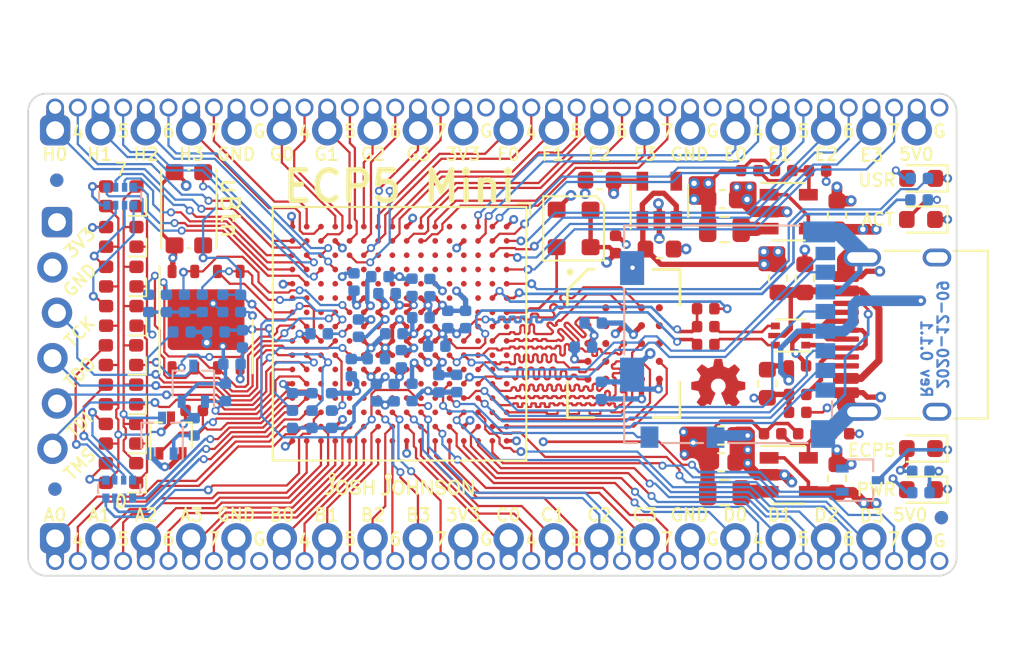
<source format=kicad_pcb>
(kicad_pcb (version 20201116) (generator pcbnew)
  (title_block (title "ecp5-mini") (rev "0.1") (company "Josh Johnson"))
  (layers (0 "F.Cu" signal) (1 "In1.Cu" signal) (2 "In2.Cu" signal) (31 "B.Cu" signal) (34 "B.Paste" user) (35 "F.Paste" user) (36 "B.SilkS" user "B.Silkscreen") (37 "F.SilkS" user "F.Silkscreen") (38 "B.Mask" user) (39 "F.Mask" user) (44 "Edge.Cuts" user))
  (net 0 "")
  (net 1 "Net-(C6-Pad1)")
  (net 2 "Net-(D3-Pad2)")
  (net 3 "Net-(D4-Pad3)")
  (net 4 "/LEDs/CAT_G")
  (net 5 "/LEDs/CAT_B")
  (net 6 "/LEDs/CAT_R")
  (net 7 "Net-(D5-Pad3)")
  (net 8 "Net-(D6-Pad3)")
  (net 9 "Net-(D7-Pad3)")
  (net 10 "Net-(D8-Pad3)")
  (net 11 "Net-(D9-Pad3)")
  (net 12 "Net-(D10-Pad3)")
  (net 13 "Net-(D11-Pad3)")
  (net 14 "+1V1")
  (net 15 "/FPGA Config/nBTN_USR")
  (net 16 "/FPGA Config/nFPGA_RST")
  (net 17 "Net-(D1-Pad2)")
  (net 18 "Net-(D2-Pad2)")
  (net 19 "Net-(D2-Pad1)")
  (net 20 "/PORT_B0")
  (net 21 "/PORT_B4")
  (net 22 "/PORT_B1")
  (net 23 "/PORT_B5")
  (net 24 "/PORT_B2")
  (net 25 "/PORT_B6")
  (net 26 "/PORT_B3")
  (net 27 "/PORT_B7")
  (net 28 "/PORT_C0")
  (net 29 "/PORT_C4")
  (net 30 "/PORT_C1")
  (net 31 "/PORT_C5")
  (net 32 "/PORT_C2")
  (net 33 "/PORT_C6")
  (net 34 "/PORT_C3")
  (net 35 "/PORT_C7")
  (net 36 "/PORT_D0")
  (net 37 "/PORT_D4")
  (net 38 "/PORT_D1")
  (net 39 "/PORT_D5")
  (net 40 "/PORT_D2")
  (net 41 "/PORT_D6")
  (net 42 "/PORT_D3")
  (net 43 "/PORT_D7")
  (net 44 "/PORT_G0")
  (net 45 "/PORT_G4")
  (net 46 "/PORT_G1")
  (net 47 "/PORT_G5")
  (net 48 "/PORT_G2")
  (net 49 "/PORT_G6")
  (net 50 "/PORT_G3")
  (net 51 "/PORT_G7")
  (net 52 "/PORT_F0")
  (net 53 "/PORT_F4")
  (net 54 "/PORT_F1")
  (net 55 "/PORT_F5")
  (net 56 "/PORT_F2")
  (net 57 "/PORT_F6")
  (net 58 "/PORT_F3")
  (net 59 "/PORT_F7")
  (net 60 "/PORT_E0")
  (net 61 "GND")
  (net 62 "+5V")
  (net 63 "/PORT_E4")
  (net 64 "/PORT_E1")
  (net 65 "/PORT_E5")
  (net 66 "/PORT_E2")
  (net 67 "/LED_R")
  (net 68 "Net-(J5-PadA6)")
  (net 69 "/LED_G")
  (net 70 "/LED_B")
  (net 71 "/LED_7")
  (net 72 "Net-(J5-PadA5)")
  (net 73 "Net-(J5-PadB8)")
  (net 74 "Net-(J5-PadA7)")
  (net 75 "Net-(J5-PadB5)")
  (net 76 "+3V3")
  (net 77 "Net-(J5-PadA8)")
  (net 78 "/FPGA Config/TDI")
  (net 79 "/FPGA Config/TDO")
  (net 80 "/FPGA Config/TCK")
  (net 81 "/PORT_E6")
  (net 82 "Net-(U1-PadN14)")
  (net 83 "Net-(U1-PadM14)")
  (net 84 "Net-(U1-PadF14)")
  (net 85 "Net-(U1-PadE14)")
  (net 86 "Net-(U1-PadM13)")
  (net 87 "Net-(U1-PadL13)")
  (net 88 "Net-(U1-PadG13)")
  (net 89 "Net-(U1-PadP12)")
  (net 90 "Net-(U1-PadN12)")
  (net 91 "Net-(U1-PadM12)")
  (net 92 "Net-(U1-PadH12)")
  (net 93 "/PORT_E3")
  (net 94 "/PORT_E7")
  (net 95 "Net-(U1-PadP11)")
  (net 96 "Net-(U1-PadN11)")
  (net 97 "Net-(U1-PadE11)")
  (net 98 "Net-(U1-PadD11)")
  (net 99 "Net-(R9-Pad1)")
  (net 100 "Net-(R10-Pad2)")
  (net 101 "/FPGA Config/CFG_0")
  (net 102 "Net-(U1-PadB10)")
  (net 103 "Net-(U1-PadA10)")
  (net 104 "Net-(U1-PadT9)")
  (net 105 "/FPGA Config/CFG_1")
  (net 106 "/FPGA Config/CFG_2")
  (net 107 "Net-(R20-Pad2)")
  (net 108 "Net-(U1-PadM9)")
  (net 109 "Net-(U1-PadC9)")
  (net 110 "Net-(U1-PadP8)")
  (net 111 "Net-(U1-PadE8)")
  (net 112 "Net-(U1-PadD8)")
  (net 113 "Net-(U1-PadC8)")
  (net 114 "Net-(U1-PadP7)")
  (net 115 "Net-(U1-PadP6)")
  (net 116 "Net-(U1-PadN6)")
  (net 117 "Net-(U1-PadN5)")
  (net 118 "Net-(U1-PadM5)")
  (net 119 "Net-(U1-PadK5)")
  (net 120 "Net-(U1-PadJ5)")
  (net 121 "Net-(U1-PadH5)")
  (net 122 "Net-(U1-PadG5)")
  (net 123 "Net-(U1-PadF5)")
  (net 124 "Net-(U1-PadM4)")
  (net 125 "Net-(U1-PadL4)")
  (net 126 "Net-(U1-PadJ4)")
  (net 127 "Net-(U1-PadH4)")
  (net 128 "Net-(U1-PadG4)")
  (net 129 "Net-(U1-PadF4)")
  (net 130 "Net-(U1-PadK3)")
  (net 131 "Net-(U1-PadJ3)")
  (net 132 "Net-(U1-PadH3)")
  (net 133 "Net-(U1-PadG3)")
  (net 134 "Net-(U1-PadF3)")
  (net 135 "Net-(U1-PadE3)")
  (net 136 "Net-(U1-PadD3)")
  (net 137 "Net-(U1-PadC3)")
  (net 138 "Net-(U1-PadF2)")
  (net 139 "Net-(U1-PadE2)")
  (net 140 "Net-(U1-PadE1)")
  (net 141 "Net-(U1-PadD1)")
  (net 142 "+2V5")
  (net 143 "Net-(U2-Pad4)")
  (net 144 "Net-(L1-Pad1)")
  (net 145 "Net-(L2-Pad1)")
  (net 146 "/FPGA Config/TMS")
  (net 147 "Net-(U1-PadE7)")
  (net 148 "Net-(U1-PadD7)")
  (net 149 "Net-(U1-PadC7)")
  (net 150 "Net-(U1-PadB7)")
  (net 151 "Net-(U1-PadE6)")
  (net 152 "Net-(U7-PadC5)")
  (net 153 "Net-(U1-PadD6)")
  (net 154 "Net-(U1-PadC6)")
  (net 155 "Net-(U7-PadC2)")
  (net 156 "Net-(U1-PadA8)")
  (net 157 "Net-(U7-PadB5)")
  (net 158 "Net-(U1-PadE5)")
  (net 159 "Net-(U1-PadD5)")
  (net 160 "Net-(U1-PadC5)")
  (net 161 "Net-(U7-PadA5)")
  (net 162 "Net-(U1-PadB5)")
  (net 163 "Net-(U7-PadA2)")
  (net 164 "Net-(C8-Pad2)")
  (net 165 "Net-(C9-Pad2)")
  (net 166 "Net-(D12-Pad2)")
  (net 167 "/CLK_16MHZ")
  (net 168 "/HR_nCS")
  (net 169 "/HR_nRST")
  (net 170 "/USB_D-")
  (net 171 "/USB_D+")
  (net 172 "/USB_PU")
  (net 173 "/HR_RWDS")
  (net 174 "/HR_DQ2")
  (net 175 "/HR_DQ1")
  (net 176 "/HR_DQ0")
  (net 177 "/HR_DQ3")
  (net 178 "/HR_DQ4")
  (net 179 "/HR_DQ7")
  (net 180 "/HR_DQ6")
  (net 181 "/HR_DQ5")
  (net 182 "/SD_DAT2")
  (net 183 "/SD_DAT3")
  (net 184 "/SD_CMD")
  (net 185 "/SD_CLK")
  (net 186 "/SD_DAT0")
  (net 187 "/SD_DAT1")
  (net 188 "/SD_DET")
  (net 189 "Net-(U1-PadT6)")
  (net 190 "Net-(U7-PadB1)")
  (net 191 "Net-(U1-PadN3)")
  (net 192 "Net-(U1-PadP5)")
  (net 193 "Net-(U1-PadK4)")
  (net 194 "Net-(U1-PadA11)")
  (net 195 "Net-(U1-PadB11)")
  (net 196 "Net-(U1-PadA12)")
  (net 197 "/HR_CK")
  (net 198 "/FPGA Config/CFG_IO2")
  (net 199 "/FPGA Config/CFG_IO3")
  (net 200 "/FPGA Config/CFG_CS")
  (net 201 "/FPGA Config/CFG_CLK")
  (net 202 "/FPGA Config/CFG_CDONE")
  (net 203 "/FPGA Config/CFG_IO1")
  (net 204 "/FPGA Config/CFG_IO0")
  (net 205 "/LED_2")
  (net 206 "/LED_0")
  (net 207 "/LED_3")
  (net 208 "/LED_1")
  (net 209 "Net-(U1-PadK12)")
  (net 210 "Net-(U1-PadK13)")
  (net 211 "Net-(U1-PadL12)")
  (net 212 "Net-(U1-PadM11)")
  (net 213 "/LED_4")
  (net 214 "/LED_5")
  (net 215 "/LED_6")
  (net 216 "/PORT_H7")
  (net 217 "/PORT_H3")
  (net 218 "/PORT_H6")
  (net 219 "Net-(U1-PadF12)")
  (net 220 "Net-(U1-PadF13)")
  (net 221 "Net-(U1-PadG12)")
  (net 222 "Net-(U1-PadH13)")
  (net 223 "Net-(U1-PadJ12)")
  (net 224 "Net-(U1-PadJ13)")
  (net 225 "/PORT_H2")
  (net 226 "/PORT_H5")
  (net 227 "/PORT_H1")
  (net 228 "/PORT_H4")
  (net 229 "/PORT_H0")
  (net 230 "/LED_USR")
  (net 231 "/LED_ACT")
  (net 232 "Net-(U1-PadR7)")
  (net 233 "Net-(U1-PadR6)")
  (net 234 "Net-(U1-PadL14)")
  (net 235 "Net-(U1-PadN13)")
  (net 236 "/PORT_A0")
  (net 237 "/PORT_A4")
  (net 238 "/PORT_A1")
  (net 239 "/PORT_A5")
  (net 240 "/PORT_A2")
  (net 241 "/PORT_A6")
  (net 242 "/PORT_A3")
  (net 243 "/PORT_A7")
  (net 244 "Net-(U1-PadL5)")
  (net 245 "Net-(U1-PadM6)")
  (net 246 "Net-(U1-PadB4)")
  (net 247 "Net-(U1-PadC4)")
  (net 248 "Net-(U1-PadD4)")
  (net 249 "Net-(U1-PadE4)")
  (footprint "josh-logos:OSHW_Logo_3.6x3.6_F.Mask" (layer "F.Cu") (at 134.85 97.7)
    (fp_text reference "LOGO2" hide)
    (fp_text value "OSHW_FMask" hide)
  )
  (footprint "LED_SMD:LED_0603_1608Metric" (layer "F.Cu") (at 146.2 101.33 180)
    (fp_text reference "D2" hide)
    (fp_text value "PINK")
  )
  (footprint "LED_SMD:LED_0603_1608Metric" (layer "F.Cu") (at 146.2125 86.2 180)
    (fp_text reference "D3" hide)
    (fp_text value "PINK")
  )
  (footprint "Resistor_SMD:R_0402_1005Metric" (layer "F.Cu") (at 134.15 94.5)
    (fp_text reference "R10" hide)
    (fp_text value "22R")
  )
  (footprint "josh-connectors:ECP5-Mini-Edge-20x2.54-40x1.27" (layer "F.Cu") (at 97.71 83.5 90)
    (fp_text reference "J4" hide)
    (fp_text value "S7 Mini")
  )
  (footprint "Capacitor_SMD:C_0603_1608Metric" (layer "F.Cu") (at 135.0125 102.1)
    (fp_text reference "C7" hide)
    (fp_text value "22u")
  )
  (footprint "josh-passives-smt:Fuse_0603_1608Metric" (layer "F.Cu") (at 138.2 91.8 90)
    (fp_text reference "F1" hide)
    (fp_text value "1A")
  )
  (footprint "Fiducial:Fiducial_0.75mm_Mask1.5mm" (layer "F.Cu") (at 97.8 86.3)
    (fp_text reference "FID5" hide)
    (fp_text value "Fiducial")
  )
  (footprint "Resistor_SMD:R_0402_1005Metric" (layer "F.Cu") (at 139.3 98.3 180)
    (fp_text reference "R6" hide)
    (fp_text value "5K1")
  )
  (footprint "Package_TO_SOT_SMD:SOT-323_SC-70" (layer "F.Cu") (at 104.2 100.6 90)
    (fp_text reference "Q4" hide)
    (fp_text value "BSS138")
  )
  (footprint "josh-buttons-switches:SW_Push_KMR2" (layer "F.Cu") (at 105.2 87.9 90)
    (fp_text reference "SW1" hide)
    (fp_text value "KMR2")
  )
  (footprint "Resistor_SMD:R_0402_1005Metric" (layer "F.Cu") (at 134.15 93.5)
    (fp_text reference "R11" hide)
    (fp_text value "1K5")
  )
  (footprint "josh-logos:josh-johnson-logo-8_6x1_5" (layer "F.Cu") (at 117 103.3)
    (fp_text reference "LOGO1" hide)
    (fp_text value "Josh-Logo" hide)
  )
  (footprint "josh-led:LED_TRI_2020" (layer "F.Cu") (at 101.4 102.7 180)
    (fp_text reference "D4" hide)
    (fp_text value "2020RGBA")
  )
  (footprint "Resistor_SMD:R_0402_1005Metric" (layer "F.Cu") (at 140.412636 85.775)
    (fp_text reference "R2" hide)
    (fp_text value "47k")
  )
  (footprint "josh-led:LED_TRI_2020" (layer "F.Cu") (at 101.415 93.9 180)
    (fp_text reference "D8" hide)
    (fp_text value "2020RGBA")
  )
  (footprint "LED_SMD:LED_0603_1608Metric" (layer "F.Cu") (at 146.2 103.63 180)
    (fp_text reference "D1" hide)
    (fp_text value "PINK")
  )
  (footprint "Fiducial:Fiducial_0.75mm_Mask1.5mm" (layer "F.Cu") (at 147.35 105.2)
    (fp_text reference "FID1" hide)
    (fp_text value "Fiducial")
  )
  (footprint "josh-led:LED_TRI_2020" (layer "F.Cu") (at 101.415 89.474 180)
    (fp_text reference "D10" hide)
    (fp_text value "2020RGBA")
  )
  (footprint "Capacitor_SMD:C_0402_1005Metric" (layer "F.Cu") (at 139.285 96.7)
    (fp_text reference "C12" hide)
    (fp_text value "100n")
  )
  (footprint "josh-bga:BGA-24_5x5_6.0x8.0mm" (layer "F.Cu") (at 129.551499 95.445529)
    (fp_text reference "U7" hide)
    (fp_text value "S27KL0641")
  )
  (footprint "josh-led:LED_TRI_2020" (layer "F.Cu") (at 101.4 100.5 180)
    (fp_text reference "D5" hide)
    (fp_text value "2020RGBA")
  )
  (footprint "Capacitor_SMD:C_0603_1608Metric" (layer "F.Cu") (at 141.5 103 90)
    (fp_text reference "C2" hide)
    (fp_text value "4u7")
  )
  (footprint "Package_BGA:BGA-256_14.0x14.0mm_Layout16x16_P0.8mm_Ball0.45mm_Pad0.32mm_NSMD" (layer "F.Cu") (at 117 94.9 -90)
    (fp_text reference "U1" hide)
    (fp_text value "ECP5U_12_CABGA256")
  )
  (footprint "Resistor_SMD:R_0402_1005Metric" (layer "F.Cu") (at 134.15 95.5 180)
    (fp_text reference "R9" hide)
    (fp_text value "22R")
  )
  (footprint "Resistor_SMD:R_0402_1005Metric" (layer "F.Cu") (at 105.5 99.2 180)
    (fp_text reference "R30" hide)
    (fp_text value "10K")
  )
  (footprint "josh-oscillators:CDFN_3.2x2.5mm_XO" (layer "F.Cu") (at 126.75 89 180)
    (fp_text reference "X1" hide)
    (fp_text value "DSC6101CI2A-016")
  )
  (footprint "Inductor_SMD:L_0805_2012Metric" (layer "F.Cu") (at 135.197636 89.0625 180)
    (fp_text reference "L1" hide)
    (fp_text value "2u2")
  )
  (footprint "Resistor_SMD:R_0402_1005Metric" (layer "F.Cu") (at 139.3 99.3 180)
    (fp_text reference "R7" hide)
    (fp_text value "5K1")
  )
  (footprint "Resistor_SMD:R_0402_1005Metric" (layer "F.Cu") (at 141.7 100.5)
    (fp_text reference "R4" hide)
    (fp_text value "100k")
  )
  (footprint "Package_TO_SOT_SMD:SOT-23-5" (layer "F.Cu") (at 138.797636 88.0625)
    (fp_text reference "U3" hide)
    (fp_text value "TLV62568DBV")
  )
  (footprint "Inductor_SMD:L_0805_2012Metric" (layer "F.Cu") (at 135.2 103.8 180)
    (fp_text reference "L2" hide)
    (fp_text value "2u2")
  )
  (footprint "Package_TO_SOT_SMD:SOT-23-5" (layer "F.Cu") (at 131.55 87.45625 90)
    (fp_text reference "U2" hide)
    (fp_text value "TLV73325PDBV")
  )
  (footprint "josh-connectors:USB_C_Receptacle_HRO_TYPE-C-31-M-12" (layer "F.Cu") (at 146.05 94.95 90)
    (fp_text reference "J5" hide)
    (fp_text value "USB_C_Receptacle_USB2.0")
  )
  (footprint "Fiducial:Fiducial_0.75mm_Mask1.5mm" (layer "F.Cu") (at 97.7 103.6)
    (fp_text reference "FID6" hide)
    (fp_text value "Fiducial")
  )
  (footprint "Capacitor_SMD:C_0402_1005Metric" (layer "F.Cu") (at 129.1 89.9 90)
    (fp_text reference "C14" hide)
    (fp_text value "100n")
  )
  (footprint "Capacitor_SMD:C_0603_1608Metric" (layer "F.Cu") (at 137.6 97.7 -90)
    (fp_text reference "C11" hide)
    (fp_text value "10u")
  )
  (footprint "josh-connectors:STM_6_PIN_THT_Staggered" (layer "F.Cu") (at 97.6884 88.646)
    (fp_text reference "J2" hide)
    (fp_text value "JTAG")
  )
  (footprint "LED_SMD:LED_0603_1608Metric" (layer "F.Cu") (at 146.2 88.5 180)
    (fp_text reference "D12" hide)
    (fp_text value "PINK")
  )
  (footprint "Capacitor_SMD:C_0603_1608Metric" (layer "F.Cu") (at 139.7 91.8 90)
    (fp_text reference "C6" hide)
    (fp_text value "4u7")
  )
  (footprint "josh-led:LED_TRI_2020" (layer "F.Cu") (at 101.415 91.7 180)
    (fp_text reference "D9" hide)
    (fp_text value "2020RGBA")
  )
  (footprint "Capacitor_SMD:C_0603_1608Metric" (layer "F.Cu") (at 128.2 86.3 180)
    (fp_text reference "C4" hide)
    (fp_text value "1u")
  )
  (footprint "josh-soic-sot-etc:WSON-8-1EP_6x5mm_P1.27mm_EP3.4x4.3mm" (layer "F.Cu") (at 106.165 94.109224 -90)
    (fp_text reference "U6" hide)
    (fp_text value "W25Q128JVPIQ")
  )
  (footprint "josh-led:LED_TRI_2020" (layer "F.Cu") (at 101.4 96.1 180)
    (fp_text reference "D7" hide)
    (fp_text value "2020RGBA")
  )
  (footprint "Capacitor_SMD:C_0603_1608Metric" (layer "F.Cu") (at 135.097636 87.3625)
    (fp_text reference "C5" hide)
    (fp_text value "10u")
  )
  (footprint "Capacitor_SMD:C_0603_1608Metric" (layer "F.Cu") (at 135 100.6)
    (fp_text reference "C10" hide)
    (fp_text value "22u")
  )
  (footprint "Capacitor_SMD:C_0402_1005Metric" (layer "F.Cu") (at 137.9 100.5)
    (fp_text reference "C8" hide)
    (fp_text value "6p8")
  )
  (footprint "Capacitor_SMD:C_0402_1005Metric" (layer "F.Cu") (at 136.612636 85.7625)
    (fp_text reference "C9" hide)
    (fp_text value "6p8")
  )
  (footprint "Package_TO_SOT_SMD:SOT-23-5" (layer "F.Cu") (at 138.8 102.8)
    (fp_text reference "U5" hide)
    (fp_text value "TLV62568DBV")
  )
  (footprint "Resistor_SMD:R_0402_1005Metric" (layer "F.Cu") (at 139.815 100.5)
    (fp_text reference "R3" hide)
    (fp_text value "84k5")
  )
  (footprint "Package_TO_SOT_SMD:SOT-666" (layer "F.Cu") (at 138.9 95 180)
    (fp_text reference "U4" hide)
    (fp_text value "USBLC6-2P6")
  )
  (footprint "josh-led:LED_TRI_2020" (layer "F.Cu") (at 101.4 98.3 180)
    (fp_text reference "D6" hide)
    (fp_text value "2020RGBA")
  )
  (footprint "josh-led:LED_TRI_2020" (layer "F.Cu") (at 101.415 87.2 180)
    (fp_text reference "D11" hide)
    (fp_text value "2020RGBA")
  )
  (footprint "Capacitor_SMD:C_0603_1608Metric" (layer "F.Cu") (at 141.497636 88.2625 90)
    (fp_text reference "C1" hide)
    (fp_text value "4u7")
  )
  (footprint "Capacitor_SMD:C_0603_1608Metric" (layer "F.Cu") (at 131.5625 90.15625)
    (fp_text reference "C3" hide)
    (fp_text value "1u")
  )
  (footprint "Resistor_SMD:R_0402_1005Metric" (layer "F.Cu") (at 138.512636 85.7625)
    (fp_text reference "R1" hide)
    (fp_text value "210k")
  )
  (footprint "Capacitor_SMD:C_0402_1005Metric" (layer "B.Cu") (at 127.85 94.3 180)
    (fp_text reference "C46" hide)
    (fp_text value "100n")
  )
  (footprint "Capacitor_SMD:C_0402_1005Metric" (layer "B.Cu") (at 106.715 94.8 180)
    (fp_text reference "C15" hide)
    (fp_text value "100n")
  )
  (footprint "Resistor_SMD:R_0402_1005Metric" (layer "B.Cu") (at 111 98.715 90)
    (fp_text reference "R18" hide)
    (fp_text value "1K5")
  )
  (footprint "Resistor_SMD:R_0402_1005Metric" (layer "B.Cu") (at 105.5 100.115 90)
    (fp_text reference "R28" hide)
    (fp_text value "10K")
  )
  (footprint "Resistor_SMD:R_0402_1005Metric" (layer "B.Cu") (at 113.195 99.69 90)
    (fp_text reference "R13" hide)
    (fp_text value "1K5")
  )
  (footprint "Capacitor_SMD:C_0402_1005Metric" (layer "B.Cu") (at 114.3 96.8 -90)
    (fp_text reference "C21" hide)
    (fp_text value "4u7")
  )
  (footprint "Fiducial:Fiducial_0.75mm_Mask1.5mm" (layer "B.Cu") (at 97.8 86.3 180)
    (fp_text reference "FID2" hide)
    (fp_text value "Fiducial")
  )
  (footprint "Resistor_SMD:R_0402_1005Metric" (layer "B.Cu") (at 104.95 93.2 90)
    (fp_text reference "R26" hide)
    (fp_text value "10K")
  )
  (footprint "Resistor_SMD:R_0402_1005Metric" (layer "B.Cu") (at 112.1 99.69 90)
    (fp_text reference "R15" hide)
    (fp_text value "1K5")
  )
  (footprint "Resistor_SMD:R_0402_1005Metric" (layer "B.Cu") (at 104.815 94.8)
    (fp_text reference "R8" hide)
    (fp_text value "10K")
  )
  (footprint "Capacitor_SMD:C_0402_1005Metric" (layer "B.Cu") (at 119.2 97.7 -90)
    (fp_text reference "C25" hide)
    (fp_text value "100n")
  )
  (footprint "Capacitor_SMD:C_0402_1005Metric" (layer "B.Cu") (at 128.3 98.08 90)
    (fp_text reference "C47" hide)
    (fp_text value "100n")
  )
  (footprint "Resistor_SMD:R_0402_1005Metric" (layer "B.Cu") (at 108.2 95.185 90)
    (fp_text reference "R19" hide)
    (fp_text value "5K1")
  )
  (footprint "Resistor_SMD:R_0402_1005Metric" (layer "B.Cu") (at 146.115 86.2 180)
    (fp_text reference "R22" hide)
    (fp_text value "2K2")
  )
  (footprint "Resistor_SMD:R_0402_1005Metric" (layer "B.Cu") (at 107.25 98.185 90)
    (fp_text reference "R25" hide)
    (fp_text value "10K")
  )
  (footprint "Capacitor_SMD:C_0402_1005Metric" (layer "B.Cu") (at 119.7 94.1 -90)
    (fp_text reference "C19" hide)
    (fp_text value "100n")
  )
  (footprint "Resistor_SMD:R_0402_1005Metric" (layer "B.Cu") (at 112.1 98.715 90)
    (fp_text reference "R16" hide)
    (fp_text value "1K5")
  )
  (footprint "Capacitor_SMD:C_0402_1005Metric" (layer "B.Cu") (at 115.9 91.7)
    (fp_text reference "C40" hide)
    (fp_text value "100n")
  )
  (footprint "Capacitor_SMD:C_0402_1005Metric" (layer "B.Cu") (at 117.7 98.185 -90)
    (fp_text reference "C38" hide)
    (fp_text value "100n")
  )
  (footprint "josh-mechanical:microSD_HC_Molex_104031-0811" (layer "B.Cu") (at 135.4 94.95 90)
    (fp_text reference "J1" hide)
    (fp_text value "Micro_SD_Card")
  )
  (footprint "Resistor_SMD:R_0402_1005Metric" (layer "B.Cu") (at 102.95 93.2 90)
    (fp_text reference "R27" hide)
    (fp_text value "10K")
  )
  (footprint "josh-connectors:ECP5-Mini-Edge-20x2.54-40x1.27" (layer "B.Cu") (at 97.71 106.36 -90)
    (fp_text reference "J3" hide)
    (fp_text value "S7 Mini")
  )
  (footprint "Capacitor_SMD:C_0402_1005Metric" (layer "B.Cu") (at 116.7 98.2 -90)
    (fp_text reference "C30" hide)
    (fp_text value "4u7")
  )
  (footprint "Fiducial:Fiducial_0.75mm_Mask1.5mm" (layer "B.Cu") (at 147.35 105.2 180)
    (fp_text reference "FID3" hide)
    (fp_text value "Fiducial")
  )
  (footprint "Capacitor_SMD:C_0402_1005Metric" (layer "B.Cu") (at 116.685 94.9)
    (fp_text reference "C39" hide)
    (fp_text value "100n")
  )
  (footprint "Resistor_SMD:R_0402_1005Metric" (layer "B.Cu") (at 103.95 93.2 90)
    (fp_text reference "R24" hide)
    (fp_text value "10K")
  )
  (footprint "Fiducial:Fiducial_0.75mm_Mask1.5mm" (layer "B.Cu") (at 97.7 103.6 180)
    (fp_text reference "FID4" hide)
    (fp_text value "Fiducial")
  )
  (footprint "Capacitor_SMD:C_0402_1005Metric" (layer "B.Cu") (at 107.615 96.6 180)
    (fp_text reference "C18" hide)
    (fp_text value "100n")
  )
  (footprint "Capacitor_SMD:C_0402_1005Metric" (layer "B.Cu") (at 115.7 98.2 -90)
    (fp_text reference "C32" hide)
    (fp_text value "100n")
  )
  (footprint "Capacitor_SMD:C_0402_1005Metric" (layer "B.Cu") (at 120.7 94.1 -90)
    (fp_text reference "C23" hide)
    (fp_text value "4u7")
  )
  (footprint "Package_TO_SOT_SMD:SOT-323_SC-70" (layer "B.Cu") (at 142.8 103.1)
    (fp_text reference "Q1" hide)
    (fp_text value "BSS138")
  )
  (footprint "Capacitor_SMD:C_0402_1005Metric" (layer "B.Cu") (at 118.7 92.315 90)
    (fp_text reference "C22" hide)
    (fp_text value "4u7")
  )
  (footprint "Capacitor_SMD:C_0402_1005Metric" (layer "B.Cu") (at 114.45 92 90)
    (fp_text reference "C17" hide)
    (fp_text value "100n")
  )
  (footprint "Resistor_SMD:R_Array_Convex_4x0402" (layer "B.Cu") (at 101.3 103.6 -90)
    (fp_text reference "RN2" hide)
    (fp_text value "220R")
  )
  (footprint "Capacitor_SMD:C_0402_1005Metric" (layer "B.Cu") (at 114.7 94.585 -90)
    (fp_text reference "C43" hide)
    (fp_text value "100n")
  )
  (footprint "Capacitor_SMD:C_0402_1005Metric" (layer "B.Cu") (at 117.7 92.3 90)
    (fp_text reference "C31" hide)
    (fp_text value "100n")
  )
  (footprint "Resistor_SMD:R_0402_1005Metric" (layer "B.Cu") (at 108.1 93.2 90)
    (fp_text reference "R12" hide)
    (fp_text value "5K1")
  )
  (footprint "Capacitor_SMD:C_0402_1005Metric" (layer "B.Cu") (at 115.7 96.3)
    (fp_text reference "C37" hide)
    (fp_text value "100n")
  )
  (footprint "Resistor_SMD:R_0402_1005Metric" (layer "B.Cu") (at 146.1 87.4)
    (fp_text reference "R23" hide)
    (fp_text value "2K2")
  )
  (footprint "Resistor_SMD:R_0402_1005Metric" (layer "B.Cu") (at 146.2 103.8 180)
    (fp_text reference "R5" hide)
    (fp_text value "2K2")
  )
  (footprint "Capacitor_SMD:C_0402_1005Metric" (layer "B.Cu") (at 120.2 97.685 -90)
    (fp_text reference "C29" hide)
    (fp_text value "4u7")
  )
  (footprint "Package_TO_SOT_SMD:SOT-323_SC-70" (layer "B.Cu") (at 105.45 97.7 90)
    (fp_text reference "Q2" hide)
    (fp_text value "BSS138")
  )
  (footprint "Resistor_SMD:R_0402_1005Metric" (layer "B.Cu") (at 113.195 98.715 90)
    (fp_text reference "R14" hide)
    (fp_text value "1K5")
  )
  (footprint "Capacitor_SMD:C_0402_1005Metric" (layer "B.Cu") (at 107.1 93.2 -90)
    (fp_text reference "C13" hide)
    (fp_text value "100n")
  )
  (footprint "Capacitor_SMD:C_0402_1005Metric" (layer "B.Cu") (at 127.3 95.65)
    (fp_text reference "C45" hide)
    (fp_text value "100n")
  )
  (footprint "Capacitor_SMD:C_0402_1005Metric" (layer "B.Cu") (at 117.1 96.3 90)
    (fp_text reference "C26" hide)
    (fp_text value "100n")
  )
  (footprint "Capacitor_SMD:C_0402_1005Metric" (layer "B.Cu") (at 119.085 95.6)
    (fp_text reference "C42" hide)
    (fp_text value "100n")
  )
  (footprint "Package_TO_SOT_SMD:SOT-323_SC-70" (layer "B.Cu") (at 103.7 100.615 90)
    (fp_text reference "Q3" hide)
    (fp_text value "BSS138")
  )
  (footprint "Resistor_SMD:R_0402_1005Metric" (layer "B.Cu") (at 112.5 94.9)
    (fp_text reference "R20" hide)
    (fp_text value "22R")
  )
  (footprint "Resistor_SMD:R_Array_Convex_4x0402" (layer "B.Cu") (at 101.35 87.2 90)
    (fp_text reference "RN3" hide)
    (fp_text value "220R")
  )
  (footprint "Capacitor_SMD:C_0402_1005Metric" (layer "B.Cu") (at 116.3 92.65 180)
    (fp_text reference "C20" hide)
    (fp_text value "100n")
  )
  (footprint "Resistor_SMD:R_0402_1005Metric" (layer "B.Cu") (at 105.95 93.2 90)
    (fp_text reference "R29" hide)
    (fp_text value "10K")
  )
  (footprint "Resistor_SMD:R_0402_1005Metric" (layer "B.Cu") (at 146.2 102.6)
    (fp_text reference "R21" hide)
    (fp_text value "2K2")
  )
  (footprint "Resistor_SMD:R_0402_1005Metric" (layer "B.Cu") (at 111 99.69 90)
    (fp_text reference "R17" hide)
    (fp_text value "1K5")
  )
  (footprint "Capacitor_SMD:C_0402_1005Metric" (layer "B.Cu") (at 118.2 94 180)
    (fp_text reference "C41" hide)
    (fp_text value "100n")
  )
  (gr_arc (start 147.2 82.45) (end 147.2 81.45) (angle 90) (layer "Edge.Cuts") (width 0.1))
  (gr_arc (start 147.2 107.45) (end 148.2 107.45) (angle 90) (layer "Edge.Cuts") (width 0.1))
  (gr_arc (start 97.2 82.45) (end 96.2 82.45) (angle 90) (layer "Edge.Cuts") (width 0.1))
  (gr_line (start 97.2 81.45) (end 147.2 81.45) (layer "Edge.Cuts") (width 0.1))
  (gr_arc (start 97.2 107.45) (end 97.2 108.45) (angle 90) (layer "Edge.Cuts") (width 0.1))
  (gr_line (start 96.2 82.45) (end 96.2 107.45) (layer "Edge.Cuts") (width 0.1))
  (gr_line (start 147.2 108.45) (end 97.2 108.45) (layer "Edge.Cuts") (width 0.1))
  (gr_line (start 148.2 107.45) (end 148.2 82.45) (layer "Edge.Cuts") (width 0.1))
  (gr_text "Rev 0.1.1" (at 146.5 96.3 270) (layer "B.Cu") (effects (font (size 0.6 0.6) (thickness 0.127)) (justify mirror)))
  (gr_text "2020-12-09" (at 147.4 94.95 270) (layer "B.Cu") (effects (font (size 0.6 0.6) (thickness 0.127)) (justify mirror)))
  (gr_text "G" (at 147.24 106.5) (layer "F.SilkS") (effects (font (size 0.7 0.7) (thickness 0.12))))
  (gr_text "G" (at 121.85 106.4) (layer "F.SilkS") (effects (font (size 0.7 0.7) (thickness 0.12))))
  (gr_text "7" (at 144.7 83.55) (layer "F.SilkS") (effects (font (size 0.7 0.7) (thickness 0.12))))
  (gr_text "7" (at 131.99 106.4) (layer "F.SilkS") (effects (font (size 0.7 0.7) (thickness 0.12))))
  (gr_text "0" (at 101.4 104.3) (layer "F.SilkS") (effects (font (size 0.7 0.7) (thickness 0.12))))
  (gr_text "7" (at 144.7 106.4) (layer "F.SilkS") (effects (font (size 0.7 0.7) (thickness 0.12))))
  (gr_text "C0" (at 123.09 105.05) (layer "F.SilkS") (effects (font (size 0.7 0.7) (thickness 0.12))))
  (gr_text "5" (at 126.91 106.4) (layer "F.SilkS") (effects (font (size 0.7 0.7) (thickness 0.12))))
  (gr_text "G" (at 109.14 83.55) (layer "F.SilkS") (effects (font (size 0.7 0.7) (thickness 0.12))))
  (gr_text "4" (at 111.69 83.65) (layer "F.SilkS") (effects (font (size 0.7 0.7) (thickness 0.12))))
  (gr_text "USR" (at 143.75 86.3) (layer "F.SilkS") (effects (font (size 0.7 0.7) (thickness 0.12))))
  (gr_text "G3" (at 118.06 84.85) (layer "F.SilkS") (effects (font (size 0.7 0.7) (thickness 0.12))))
  (gr_text "ECP5 Mini" (at 117 86.65) (layer "F.SilkS") (effects (font (size 1.7 1.7) (thickness 0.3))))
  (gr_text "TMS" (at 99.1 102.2 45) (layer "F.SilkS") (effects (font (size 0.7 0.7) (thickness 0.12))))
  (gr_text "7" (at 119.31 106.4) (layer "F.SilkS") (effects (font (size 0.7 0.7) (thickness 0.12))))
  (gr_text "5V0" (at 145.95 84.85) (layer "F.SilkS") (effects (font (size 0.7 0.7) (thickness 0.12))))
  (gr_text "6" (at 129.45 83.55) (layer "F.SilkS") (effects (font (size 0.7 0.7) (thickness 0.12))))
  (gr_text "GND" (at 133.24 105.05) (layer "F.SilkS") (effects (font (size 0.7 0.7) (thickness 0.12))))
  (gr_text "TCK" (at 99.1 94.8 45) (layer "F.SilkS") (effects (font (size 0.7 0.7) (thickness 0.12))))
  (gr_text "7" (at 131.99 83.55) (layer "F.SilkS") (effects (font (size 0.7 0.7) (thickness 0.12))))
  (gr_text "B0" (at 110.41 105.05) (layer "F.SilkS") (effects (font (size 0.7 0.7) (thickness 0.12))))
  (gr_text "4" (at 98.98 83.65) (layer "F.SilkS") (effects (font (size 0.7 0.7) (thickness 0.12))))
  (gr_text "A2" (at 102.8 105.05) (layer "F.SilkS") (effects (font (size 0.7 0.7) (thickness 0.12))))
  (gr_text "G" (at 109.14 106.4) (layer "F.SilkS") (effects (font (size 0.7 0.7) (thickness 0.12))))
  (gr_text "6" (at 116.77 106.4) (layer "F.SilkS") (effects (font (size 0.7 0.7) (thickness 0.12))))
  (gr_text "6" (at 129.45 106.4) (layer "F.SilkS") (effects (font (size 0.7 0.7) (thickness 0.12))))
  (gr_text "D0" (at 135.8 105.05) (layer "F.SilkS") (effects (font (size 0.7 0.7) (thickness 0.12))))
  (gr_text "GND" (at 107.85 105.05) (layer "F.SilkS") (effects (font (size 0.7 0.7) (thickness 0.12))))
  (gr_text "G0" (at 110.41 84.85) (layer "F.SilkS") (effects (font (size 0.7 0.7) (thickness 0.12))))
  (gr_text "A0" (at 97.7 105.05) (layer "F.SilkS") (effects (font (size 0.7 0.7) (thickness 0.12))))
  (gr_text "5" (at 139.62 106.4) (layer "F.SilkS") (effects (font (size 0.7 0.7) (thickness 0.12))))
  (gr_text "H2" (at 102.8 84.85) (layer "F.SilkS") (effects (font (size 0.7 0.7) (thickness 0.12))))
  (gr_text "5" (at 101.52 106.4) (layer "F.SilkS") (effects (font (size 0.7 0.7) (thickness 0.12))))
  (gr_text "F1" (at 125.59 84.85) (layer "F.SilkS") (effects (font (size 0.7 0.7) (thickness 0.12))))
  (gr_text "ECP5" (at 143.45 101.43) (layer "F.SilkS") (effects (font (size 0.7 0.7) (thickness 0.12))))
  (gr_text "TDI" (at 99.1 100 45) (layer "F.SilkS") (effects (font (size 0.7 0.7) (thickness 0.12))))
  (gr_text "H1" (at 100.2 84.85) (layer "F.SilkS") (effects (font (size 0.7 0.7) (thickness 0.12))))
  (gr_text "3V3" (at 99.1 89.8 45) (layer "F.SilkS") (effects (font (size 0.7 0.7) (thickness 0.12))))
  (gr_text "G2" (at 115.51 84.85) (layer "F.SilkS") (effects (font (size 0.7 0.7) (thickness 0.12))))
  (gr_text "G1" (at 112.91 84.85) (layer "F.SilkS") (effects (font (size 0.7 0.7) (thickness 0.12))))
  (gr_text "4" (at 137.08 83.65) (layer "F.SilkS") (effects (font (size 0.7 0.7) (thickness 0.12))))
  (gr_text "D1" (at 138.3 105.05) (layer "F.SilkS") (effects (font (size 0.7 0.7) (thickness 0.12))))
  (gr_text "B1" (at 112.91 105.05) (layer "F.SilkS") (effects (font (size 0.7 0.7) (thickness 0.12))))
  (gr_text "D2" (at 140.9 105.05) (layer "F.SilkS") (effects (font (size 0.7 0.7) (thickness 0.12))))
  (gr_text "F0" (at 123.09 84.85) (layer "F.SilkS") (effects (font (size 0.7 0.7) (thickness 0.12))))
  (gr_text "ACT" (at 143.8 88.5) (layer "F.SilkS") (effects (font (size 0.7 0.7) (thickness 0.12))))
  (gr_text "5" (at 114.23 106.4) (layer "F.SilkS") (effects (font (size 0.7 0.7) (thickness 0.12))))
  (gr_text "F2" (at 128.19 84.85) (layer "F.SilkS") (effects (font (size 0.7 0.7) (thickness 0.12))))
  (gr_text "D3" (at 143.45 105.1) (layer "F.SilkS") (effects (font (size 0.7 0.7) (thickness 0.12))))
  (gr_text "B3" (at 118.06 105.05) (layer "F.SilkS") (effects (font (size 0.7 0.7) (thickness 0.12))))
  (gr_text "6" (at 142.16 83.55) (layer "F.SilkS") (effects (font (size 0.7 0.7) (thickness 0.12))))
  (gr_text "3V3" (at 120.56 105.05) (layer "F.SilkS") (effects (font (size 0.7 0.7) (thickness 0.12))))
  (gr_text "A3" (at 105.35 105.05) (layer "F.SilkS") (effects (font (size 0.7 0.7) (thickness 0.12))))
  (gr_text "PWR" (at 143.7 103.63) (layer "F.SilkS") (effects (font (size 0.7 0.7) (thickness 0.12))))
  (gr_text "F3" (at 130.74 84.85) (layer "F.SilkS") (effects (font (size 0.7 0.7) (thickness 0.12))))
  (gr_text "6" (at 142.16 106.4) (layer "F.SilkS") (effects (font (size 0.7 0.7) (thickness 0.12))))
  (gr_text "4" (at 98.98 106.5) (layer "F.SilkS") (effects (font (size 0.7 0.7) (thickness 0.12))))
  (gr_text "GND" (at 107.85 84.85) (layer "F.SilkS") (effects (font (size 0.7 0.7) (thickness 0.12))))
  (gr_text "GND" (at 133.24 84.85) (layer "F.SilkS") (effects (font (size 0.7 0.7) (thickness 0.12))))
  (gr_text "E2" (at 140.9 84.85) (layer "F.SilkS") (effects (font (size 0.7 0.7) (thickness 0.12))))
  (gr_text "C3" (at 130.74 105.05) (layer "F.SilkS") (effects (font (size 0.7 0.7) (thickness 0.12))))
  (gr_text "4" (at 124.37 83.65) (layer "F.SilkS") (effects (font (size 0.7 0.7) (thickness 0.12))))
  (gr_text "5" (at 101.52 83.55) (layer "F.SilkS") (effects (font (size 0.7 0.7) (thickness 0.12))))
  (gr_text "GND" (at 99.1 91.9 45) (layer "F.SilkS") (effects (font (size 0.7 0.7) (thickness 0.12))))
  (gr_text "6" (at 104.06 106.4) (layer "F.SilkS") (effects (font (size 0.7 0.7) (thickness 0.12))))
  (gr_text "6" (at 116.77 83.55) (layer "F.SilkS") (effects (font (size 0.7 0.7) (thickness 0.12))))
  (gr_text "7" (at 101.4 85.7) (layer "F.SilkS") (effects (font (size 0.7 0.7) (thickness 0.12))))
  (gr_text "4" (at 111.69 106.5) (layer "F.SilkS") (effects (font (size 0.7 0.7) (thickness 0.12))))
  (gr_text "3V3" (at 120.56 84.85) (layer "F.SilkS") (effects (font (size 0.7 0.7) (thickness 0.12))))
  (gr_text "4" (at 137.08 106.5) (layer "F.SilkS") (effects (font (size 0.7 0.7) (thickness 0.12))))
  (gr_text "E0" (at 135.8 84.85) (layer "F.SilkS") (effects (font (size 0.7 0.7) (thickness 0.12))))
  (gr_text "5" (at 114.23 83.55) (layer "F.SilkS") (effects (font (size 0.7 0.7) (thickness 0.12))))
  (gr_text "H0" (at 97.7 84.85) (layer "F.SilkS") (effects (font (size 0.7 0.7) (thickness 0.12))))
  (gr_text "5" (at 126.91 83.55) (layer "F.SilkS") (effects (font (size 0.7 0.7) (thickness 0.12))))
  (gr_text "E3" (at 143.45 84.9) (layer "F.SilkS") (effects (font (size 0.7 0.7) (thickness 0.12))))
  (gr_text "C2" (at 128.19 105.05) (layer "F.SilkS") (effects (font (size 0.7 0.7) (thickness 0.12))))
  (gr_text "G" (at 147.24 83.55) (layer "F.SilkS") (effects (font (size 0.7 0.7) (thickness 0.12))))
  (gr_text "uBtn" (at 107.5 87.875 270) (layer "F.SilkS") (effects (font (size 1 1))))
  (gr_text "G" (at 134.53 106.4) (layer "F.SilkS") (effects (font (size 0.7 0.7) (thickness 0.12))))
  (gr_text "G" (at 121.85 83.55) (layer "F.SilkS") (effects (font (size 0.7 0.7) (thickness 0.12))))
  (gr_text "TDO" (at 99.1 97.1 45) (layer "F.SilkS") (effects (font (size 0.7 0.7) (thickness 0.12))))
  (gr_text "7" (at 119.31 83.55) (layer "F.SilkS") (effects (font (size 0.7 0.7) (thickness 0.12))))
  (gr_text "7" (at 106.6 83.55) (layer "F.SilkS") (effects (font (size 0.7 0.7) (thickness 0.12))))
  (gr_text "G" (at 134.53 83.55) (layer "F.SilkS") (effects (font (size 0.7 0.7) (thickness 0.12))))
  (gr_text "B2" (at 115.51 105.05) (layer "F.SilkS") (effects (font (size 0.7 0.7) (thickness 0.12))))
  (gr_text "H3" (at 105.35 84.85) (layer "F.SilkS") (effects (font (size 0.7 0.7) (thickness 0.12))))
  (gr_text "7" (at 106.6 106.4) (layer "F.SilkS") (effects (font (size 0.7 0.7) (thickness 0.12))))
  (gr_text "E1" (at 138.3 84.85) (layer "F.SilkS") (effects (font (size 0.7 0.7) (thickness 0.12))))
  (gr_text "4" (at 124.37 106.5) (layer "F.SilkS") (effects (font (size 0.7 0.7) (thickness 0.12))))
  (gr_text "6" (at 104.06 83.55) (layer "F.SilkS") (effects (font (size 0.7 0.7) (thickness 0.12))))
  (gr_text "C1" (at 125.59 105.05) (layer "F.SilkS") (effects (font (size 0.7 0.7) (thickness 0.12))))
  (gr_text "5" (at 139.62 83.55) (layer "F.SilkS") (effects (font (size 0.7 0.7) (thickness 0.12))))
  (gr_text "A1" (at 100.2 105.05) (layer "F.SilkS") (effects (font (size 0.7 0.7) (thickness 0.12))))
  (gr_text "5V0" (at 145.6 105.05) (layer "F.SilkS") (effects (font (size 0.7 0.7) (thickness 0.12))))
  (segment (start 143.05 92.7) (end 142.85 92.5) (width 0.4) (layer "F.Cu") (net 1))
  (segment (start 142.1 97.35) (end 141.95 97.2) (width 0.2) (layer "F.Cu") (net 1))
  (segment (start 139.7 92.5875) (end 138.2 92.5875) (width 0.6) (layer "F.Cu") (net 1))
  (segment (start 142.85 97.4) (end 142.005 97.4) (width 0.4) (layer "F.Cu") (net 1))
  (segment (start 138.9125 92.5875) (end 138.2 92.5875) (width 0.4) (layer "F.Cu") (net 1))
  (segment (start 139.825 92.5875) (end 139.8625 92.55) (width 0.4) (layer "F.Cu") (net 1))
  (segment (start 139.85 92.5) (end 142.005 92.5) (width 0.4) (layer "F.Cu") (net 1))
  (segment (start 138.55 95) (end 138.9125 94.6375) (width 0.25) (layer "F.Cu") (net 1))
  (segment (start 139.8625 92.55) (end 139.962499 92.450001) (width 0.4) (layer "F.Cu") (net 1))
  (segment (start 139.7 92.5875) (end 139.7625 92.5875) (width 0.4) (layer "F.Cu") (net 1))
  (segment (start 142.4 97.5) (end 141.95 97.5) (width 0.3) (layer "F.Cu") (net 1))
  (segment (start 139.7625 92.5875) (end 139.85 92.5) (width 0.4) (layer "F.Cu") (net 1))
  (segment (start 137.975 95) (end 138.55 95) (width 0.25) (layer "F.Cu") (net 1))
  (segment (start 143.852002 96.397998) (end 143.1 97.15) (width 0.4) (layer "F.Cu") (net 1))
  (segment (start 143.1 97.15) (end 142.85 97.4) (width 0.4) (layer "F.Cu") (net 1))
  (segment (start 143.05 92.7) (end 143.852002 93.502002) (width 0.4) (layer "F.Cu") (net 1))
  (segment (start 138.9125 94.6375) (end 138.9125 92.5875) (width 0.25) (layer "F.Cu") (net 1))
  (segment (start 142.85 92.5) (end 142.005 92.5) (width 0.4) (layer "F.Cu") (net 1))
  (segment (start 139.7 92.3875) (end 139.8625 92.55) (width 0.4) (layer "F.Cu") (net 1))
  (segment (start 139.7 92.5875) (end 138.9125 92.5875) (width 0.4) (layer "F.Cu") (net 1))
  (segment (start 143.852002 93.502002) (end 143.852002 96.397998) (width 0.4) (layer "F.Cu") (net 1))
  (segment (start 139.7 92.5875) (end 139.825 92.5875) (width 0.4) (layer "F.Cu") (net 1))
  (segment (start 145.425 86.2) (end 145.25 86.2) (width 0.2) (layer "F.Cu") (net 2))
  (segment (start 145.25 86.2) (end 144.8 85.75) (width 0.2) (layer "F.Cu") (net 2))
  (via (at 144.8 85.75) (size 0.45) (drill 0.25) (layers "F.Cu" "B.Cu") (net 2))
  (segment (start 145.63 86.2) (end 145.25 86.2) (width 0.2) (layer "B.Cu") (net 2))
  (segment (start 145.25 86.2) (end 144.8 85.75) (width 0.2) (layer "B.Cu") (net 2))
  (segment (start 100.55 102.15) (end 99.65 103.05) (width 0.127) (layer "F.Cu") (net 3))
  (via (at 99.65 103.05) (size 0.5) (drill 0.25) (layers "F.Cu" "B.Cu") (net 3))
  (segment (start 100.55 103.1) (end 99.7 103.1) (width 0.127) (layer "B.Cu") (net 3))
  (segment (start 99.7 103.1) (end 99.65 103.05) (width 0.127) (layer "B.Cu") (net 3))
  (segment (start 101.665502 100.215502) (end 101.55 100.1) (width 0.127) (layer "F.Cu") (net 4))
  (segment (start 101.665502 100.284498) (end 101.665502 100.749442) (width 0.127) (layer "F.Cu") (net 4))
  (segment (start 101.55 97.75) (end 101.55 99.4) (width 0.127) (layer "F.Cu") (net 4))
  (segment (start 101.665502 100.284498) (end 101.665502 100.215502) (width 0.127) (layer "F.Cu") (net 4))
  (segment (start 102.25 99.95) (end 101.55 99.95) (width 0.127) (layer "F.Cu") (net 4))
  (segment (start 101.55 101.45) (end 102.25 102.15) (width 0.127) (layer "F.Cu") (net 4))
  (segment (start 101.55 99.4) (end 101.55 99.95) (width 0.127) (layer "F.Cu") (net 4))
  (segment (start 101.55 95) (end 101.55 95.55) (width 0.127) (layer "F.Cu") (net 4))
  (segment (start 102.265 86.65) (end 101.55 87.365) (width 0.127) (layer "F.Cu") (net 4))
  (segment (start 101.576 88.924) (end 101.55 88.95) (width 0.127) (layer "F.Cu") (net 4))
  (segment (start 101.55 88.95) (end 101.55 91.15) (width 0.127) (layer "F.Cu") (net 4))
  (segment (start 101.665502 100.749442) (end 101.55 100.864944) (width 0.127) (layer "F.Cu") (net 4))
  (segment (start 102.25 97.75) (end 101.55 97.75) (width 0.127) (layer "F.Cu") (net 4))
  (segment (start 102.265 91.15) (end 101.55 91.15) (width 0.127) (layer "F.Cu") (net 4))
  (segment (start 102.265 88.924) (end 101.576 88.924) (width 0.127) (layer "F.Cu") (net 4))
  (segment (start 102.25 95.55) (end 101.55 95.55) (width 0.127) (layer "F.Cu") (net 4))
  (segment (start 101.55 100.864944) (end 101.55 101.45) (width 0.127) (layer "F.Cu") (net 4))
  (segment (start 102.265 93.35) (end 101.55 93.35) (width 0.127) (layer "F.Cu") (net 4))
  (segment (start 101.55 100.1) (end 101.55 99.95) (width 0.127) (layer "F.Cu") (net 4))
  (segment (start 101.55 91.15) (end 101.55 93.35) (width 0.127) (layer "F.Cu") (net 4))
  (segment (start 101.55 95.55) (end 101.55 97.75) (width 0.127) (layer "F.Cu") (net 4))
  (segment (start 101.55 93.35) (end 101.55 95) (width 0.127) (layer "F.Cu") (net 4))
  (segment (start 101.55 87.365) (end 101.55 88.95) (width 0.127) (layer "F.Cu") (net 4))
  (via (at 101.55 99.4) (size 0.45) (drill 0.25) (layers "F.Cu" "B.Cu") (net 4))
  (segment (start 103.7 99.615) (end 103.17624 99.615) (width 0.15) (layer "B.Cu") (net 4))
  (segment (start 101.765 99.615) (end 101.55 99.4) (width 0.15) (layer "B.Cu") (net 4))
  (segment (start 103.17624 99.615) (end 101.765 99.615) (width 0.15) (layer "B.Cu") (net 4))
  (segment (start 100.55 96.65) (end 101.25 96.65) (width 0.127) (layer "F.Cu") (net 5))
  (segment (start 101.25 90.05) (end 101.25 92.25) (width 0.127) (layer "F.Cu") (net 5))
  (segment (start 101.25 92.25) (end 101.25 94.45) (width 0.127) (layer "F.Cu") (net 5))
  (segment (start 101.134499 99.165501) (end 101.134499 99.599441) (width 0.127) (layer "F.Cu") (net 5))
  (segment (start 100.565 92.25) (end 101.25 92.25) (width 0.127) (layer "F.Cu") (net 5))
  (segment (start 101.25 99.714942) (end 101.25 100.55) (width 0.127) (layer "F.Cu") (net 5))
  (segment (start 104.2 99.85) (end 103.65 100.4) (width 0.2) (layer "F.Cu") (net 5))
  (segment (start 101.134499 99.165501) (end 101.25 99.05) (width 0.127) (layer "F.Cu") (net 5))
  (segment (start 101.134499 99.599441) (end 101.25 99.714942) (width 0.127) (layer "F.Cu") (net 5))
  (segment (start 101.25 99.05) (end 101.25 98.85) (width 0.127) (layer "F.Cu") (net 5))
  (segment (start 101.25 88.435) (end 101.25 90.05) (width 0.127) (layer "F.Cu") (net 5))
  (segment (start 101.25 100.7) (end 101.25 101.05) (width 0.127) (layer "F.Cu") (net 5))
  (segment (start 100.565 87.75) (end 101.25 88.435) (width 0.127) (layer "F.Cu") (net 5))
  (segment (start 101.224 90.024) (end 101.25 90.05) (width 0.127) (layer "F.Cu") (net 5))
  (segment (start 100.55 103.25) (end 101.25 102.55) (width 0.127) (layer "F.Cu") (net 5))
  (segment (start 104.2 99.6) (end 104.2 99.85) (width 0.2) (layer "F.Cu") (net 5))
  (segment (start 101.25 102.55) (end 101.25 101.05) (width 0.127) (layer "F.Cu") (net 5))
  (segment (start 100.565 90.024) (end 101.224 90.024) (width 0.127) (layer "F.Cu") (net 5))
  (segment (start 100.55 98.85) (end 101.25 98.85) (width 0.127) (layer "F.Cu") (net 5))
  (segment (start 100.55 101.05) (end 101.25 101.05) (width 0.127) (layer "F.Cu") (net 5))
  (segment (start 101.25 96.65) (end 101.25 98.85) (width 0.127) (layer "F.Cu") (net 5))
  (segment (start 101.25 100.7) (end 101.25 100.55) (width 0.127) (layer "F.Cu") (net 5))
  (segment (start 101.25 94.45) (end 101.25 96.65) (width 0.127) (layer "F.Cu") (net 5))
  (segment (start 100.565 94.45) (end 101.25 94.45) (width 0.127) (layer "F.Cu") (net 5))
  (via (at 101.25 100.55) (size 0.45) (drill 0.25) (layers "F.Cu" "B.Cu") (net 5))
  (via (at 103.65 100.4) (size 0.5) (drill 0.25) (layers "F.Cu" "B.Cu") (net 5))
  (segment (start 102.95 100.55) (end 103.1 100.4) (width 0.127) (layer "B.Cu") (net 5))
  (segment (start 101.25 100.55) (end 102.95 100.55) (width 0.127) (layer "B.Cu") (net 5))
  (segment (start 103.1 100.4) (end 103.65 100.4) (width 0.127) (layer "B.Cu") (net 5))
  (segment (start 102.85551 94.44449) (end 102.85551 94.29449) (width 0.127) (layer "F.Cu") (net 6))
  (segment (start 102.265 94.45) (end 102.85 94.45) (width 0.127) (layer "F.Cu") (net 6))
  (segment (start 102.25 98.85) (end 102.85 98.85) (width 0.127) (layer "F.Cu") (net 6))
  (segment (start 102.85551 96.74449) (end 102.85551 96.64449) (width 0.127) (layer "F.Cu") (net 6))
  (segment (start 102.85 92.25) (end 102.85551 92.25551) (width 0.127) (layer "F.Cu") (net 6))
  (segment (start 102.85 95.230156) (end 102.739452 95.119608) (width 0.127) (layer "F.Cu") (net 6))
  (segment (start 102.85551 92.25551) (end 102.85551 89.99449) (width 0.127) (layer "F.Cu") (net 6))
  (segment (start 102.739452 94.560548) (end 102.85 94.45) (width 0.127) (layer "F.Cu") (net 6))
  (segment (start 102.826 90.024) (end 102.85551 89.99449) (width 0.127) (layer "F.Cu") (net 6))
  (segment (start 102.25 101.05) (end 102.85 101.05) (width 0.127) (layer "F.Cu") (net 6))
  (segment (start 102.85 96.65) (end 102.85551 96.64449) (width 0.127) (layer "F.Cu") (net 6))
  (segment (start 102.85 96.5) (end 103.378968 96.5) (width 0.127) (layer "F.Cu") (net 6))
  (segment (start 102.265 92.25) (end 102.85 92.25) (width 0.127) (layer "F.Cu") (net 6))
  (segment (start 102.85551 88.34051) (end 102.265 87.75) (width 0.127) (layer "F.Cu") (net 6))
  (segment (start 102.85 101.05) (end 102.85551 101.04449) (width 0.127) (layer "F.Cu") (net 6))
  (segment (start 102.85 96.63898) (end 102.85 95.230156) (width 0.127) (layer "F.Cu") (net 6))
  (segment (start 102.739452 95.119608) (end 102.739452 94.560548) (width 0.127) (layer "F.Cu") (net 6))
  (segment (start 102.85551 94.29449) (end 102.85551 92.25551) (width 0.127) (layer "F.Cu") (net 6))
  (segment (start 102.85551 102.64449) (end 102.25 103.25) (width 0.127) (layer "F.Cu") (net 6))
  (segment (start 102.85551 96.64449) (end 102.85551 97.39449) (width 0.127) (layer "F.Cu") (net 6))
  (segment (start 102.85 96.65) (end 102.85 96.5) (width 0.127) (layer "F.Cu") (net 6))
  (segment (start 102.85 94.45) (end 102.85551 94.44449) (width 0.127) (layer "F.Cu") (net 6))
  (segment (start 102.85551 98.85551) (end 102.85551 101.04449) (width 0.127) (layer "F.Cu") (net 6))
  (segment (start 102.85551 96.64449) (end 102.85 96.63898) (width 0.127) (layer "F.Cu") (net 6))
  (segment (start 102.25 96.65) (end 102.85 96.65) (width 0.127) (layer "F.Cu") (net 6))
  (segment (start 102.85 98.85) (end 102.85551 98.85551) (width 0.127) (layer "F.Cu") (net 6))
  (segment (start 102.265 90.024) (end 102.826 90.024) (width 0.127) (layer "F.Cu") (net 6))
  (segment (start 102.85551 89.99449) (end 102.85551 88.34051) (width 0.127) (layer "F.Cu") (net 6))
  (segment (start 102.85551 101.04449) (end 102.85551 102.64449) (width 0.127) (layer "F.Cu") (net 6))
  (segment (start 102.85551 97.39449) (end 102.85551 98.85551) (width 0.127) (layer "F.Cu") (net 6))
  (via (at 103.378968 96.5) (size 0.5) (drill 0.25) (layers "F.Cu" "B.Cu") (net 6))
  (segment (start 104.128968 97.25) (end 103.378968 96.5) (width 0.127) (layer "B.Cu") (net 6))
  (segment (start 105.025 97.25) (end 104.128968 97.25) (width 0.127) (layer "B.Cu") (net 6))
  (segment (start 105.45 96.7) (end 105.45 96.825) (width 0.127) (layer "B.Cu") (net 6))
  (segment (start 105.45 96.825) (end 105.025 97.25) (width 0.127) (layer "B.Cu") (net 6))
  (segment (start 100.45 99.95) (end 99.8 99.3) (width 0.127) (layer "F.Cu") (net 7))
  (segment (start 100.55 99.95) (end 100.45 99.95) (width 0.127) (layer "F.Cu") (net 7))
  (via (at 99.8 99.3) (size 0.5) (drill 0.25) (layers "F.Cu" "B.Cu") (net 7))
  (segment (start 102.05 102.85) (end 99.8 100.6) (width 0.127) (layer "B.Cu") (net 7))
  (segment (start 99.8 100.6) (end 99.8 99.3) (width 0.127) (layer "B.Cu") (net 7))
  (segment (start 102.05 103.1) (end 102.05 102.85) (width 0.127) (layer "B.Cu") (net 7))
  (segment (start 99.316565 98.983435) (end 99.316565 100.631365) (width 0.127) (layer "F.Cu") (net 8))
  (segment (start 100.55 97.75) (end 99.316565 98.983435) (width 0.127) (layer "F.Cu") (net 8))
  (via (at 99.316565 100.631365) (size 0.5) (drill 0.25) (layers "F.Cu" "B.Cu") (net 8))
  (segment (start 101.55 103.1) (end 101.55 102.8) (width 0.127) (layer "B.Cu") (net 8))
  (segment (start 99.381365 100.631365) (end 99.316565 100.631365) (width 0.127) (layer "B.Cu") (net 8))
  (segment (start 101.55 102.8) (end 99.381365 100.631365) (width 0.127) (layer "B.Cu") (net 8))
  (segment (start 98.859499 101.059497) (end 98.900002 101.1) (width 0.127) (layer "F.Cu") (net 9))
  (segment (start 100.55 95.55) (end 98.859499 97.240501) (width 0.127) (layer "F.Cu") (net 9))
  (segment (start 98.859499 97.240501) (end 98.859499 101.059497) (width 0.127) (layer "F.Cu") (net 9))
  (via (at 98.900002 101.1) (size 0.5) (drill 0.25) (layers "F.Cu" "B.Cu") (net 9))
  (segment (start 101.05 103.1) (end 101.05 102.659224) (width 0.127) (layer "B.Cu") (net 9))
  (segment (start 98.918482 101.118482) (end 98.900002 101.100002) (width 0.127) (layer "B.Cu") (net 9))
  (segment (start 98.900002 101.100002) (end 98.900002 101.1) (width 0.127) (layer "B.Cu") (net 9))
  (segment (start 99.490776 101.1) (end 98.900002 101.1) (width 0.127) (layer "B.Cu") (net 9))
  (segment (start 101.05 102.659224) (end 99.490776 101.1) (width 0.127) (layer "B.Cu") (net 9))
  (segment (start 100.565 93.35) (end 100.5 93.35) (width 0.127) (layer "F.Cu") (net 10))
  (segment (start 100.5 93.35) (end 99.95 92.8) (width 0.127) (layer "F.Cu") (net 10))
  (segment (start 99.95 92.8) (end 99.85 92.8) (width 0.127) (layer "F.Cu") (net 10))
  (via (at 99.85 92.8) (size 0.5) (drill 0.25) (layers "F.Cu" "B.Cu") (net 10))
  (segment (start 102.1 89.35) (end 99.85 91.6) (width 0.127) (layer "B.Cu") (net 10))
  (segment (start 99.85 91.6) (end 99.85 92.8) (width 0.127) (layer "B.Cu") (net 10))
  (segment (start 102.1 87.7) (end 102.1 89.35) (width 0.127) (layer "B.Cu") (net 10))
  (segment (start 100.5 91.15) (end 99.9 90.55) (width 0.127) (layer "F.Cu") (net 11))
  (segment (start 100.565 91.15) (end 100.5 91.15) (width 0.127) (layer "F.Cu") (net 11))
  (via (at 99.9 90.55) (size 0.5) (drill 0.25) (layers "F.Cu" "B.Cu") (net 11))
  (segment (start 101.6 87.7) (end 101.6 88.85) (width 0.127) (layer "B.Cu") (net 11))
  (segment (start 101.6 88.85) (end 99.9 90.55) (width 0.127) (layer "B.Cu") (net 11))
  (segment (start 99.826 88.924) (end 99.8 88.95) (width 0.127) (layer "F.Cu") (net 12))
  (segment (start 100.565 88.924) (end 99.826 88.924) (width 0.127) (layer "F.Cu") (net 12))
  (via (at 99.8 88.95) (size 0.5) (drill 0.25) (layers "F.Cu" "B.Cu") (net 12))
  (segment (start 101.1 88.15) (end 100.3 88.95) (width 0.127) (layer "B.Cu") (net 12))
  (segment (start 100.3 88.95) (end 99.8 88.95) (width 0.127) (layer "B.Cu") (net 12))
  (segment (start 101.1 87.7) (end 101.1 88.15) (width 0.127) (layer "B.Cu") (net 12))
  (segment (start 100.565 86.65) (end 99.8 86.65) (width 0.15) (layer "F.Cu") (net 13))
  (via (at 99.8 86.65) (size 0.5) (drill 0.25) (layers "F.Cu" "B.Cu") (net 13))
  (segment (start 100.3 87.7) (end 99.8 87.2) (width 0.15) (layer "B.Cu") (net 13))
  (segment (start 100.6 87.7) (end 100.3 87.7) (width 0.15) (layer "B.Cu") (net 13))
  (segment (start 99.8 87.2) (end 99.8 86.65) (width 0.15) (layer "B.Cu") (net 13))
  (segment (start 134.2625 103.8) (end 134.2625 102.1375) (width 0.6) (layer "F.Cu") (net 14))
  (segment (start 118.2 95.3) (end 118.6 94.9) (width 0.2) (layer "F.Cu") (net 14))
  (segment (start 115 94.5) (end 115.4 94.1) (width 0.2) (layer "F.Cu") (net 14))
  (segment (start 134.2125 100.6) (end 133.85 100.6) (width 0.6) (layer "F.Cu") (net 14))
  (segment (start 115 96.1) (end 115.4 95.7) (width 0.2) (layer "F.Cu") (net 14))
  (segment (start 118.2 92.9) (end 118.6 93.3) (width 0.2) (layer "F.Cu") (net 14))
  (segment (start 133.85 100.6) (end 133.45 101) (width 0.6) (layer "F.Cu") (net 14))
  (segment (start 135.0125 99.8) (end 134.2125 100.6) (width 0.2) (layer "F.Cu") (net 14))
  (segment (start 138.75999 99.92999) (end 137.98501 99.92999) (width 0.2) (layer "F.Cu") (net 14))
  (segment (start 134.25 103.8) (end 134.25 102.15) (width 0.8) (layer "F.Cu") (net 14))
  (segment (start 134.225 102.1) (end 134.225 100.6125) (width 0.6) (layer "F.Cu") (net 14))
  (segment (start 134.2625 102.1375) (end 134.225 102.1) (width 0.6) (layer "F.Cu") (net 14))
  (segment (start 118.2 93.7) (end 118.6 93.3) (width 0.2) (layer "F.Cu") (net 14))
  (segment (start 134.225 100.6125) (end 134.2125 100.6) (width 0.6) (layer "F.Cu") (net 14))
  (segment (start 136.715 99.8) (end 135.0125 99.8) (width 0.2) (layer "F.Cu") (net 14))
  (segment (start 139.33 100.5) (end 138.75999 99.92999) (width 0.2) (layer "F.Cu") (net 14))
  (segment (start 115 95.3) (end 115.4 95.7) (width 0.2) (layer "F.Cu") (net 14))
  (segment (start 137.415 100.5) (end 136.715 99.8) (width 0.2) (layer "F.Cu") (net 14))
  (segment (start 137.98501 99.92999) (end 137.415 100.5) (width 0.2) (layer "F.Cu") (net 14))
  (via (at 115.4 95.7) (size 0.5) (drill 0.25) (layers "F.Cu" "B.Cu") (net 14))
  (via (at 132.95 101.65) (size 0.5) (drill 0.25) (layers "F.Cu" "B.Cu") (net 14))
  (via (at 118.6 94.9) (size 0.5) (drill 0.25) (layers "F.Cu" "B.Cu") (net 14))
  (via (at 133.45 101) (size 0.5) (drill 0.25) (layers "F.Cu" "B.Cu") (net 14))
  (via (at 118.6 93.3) (size 0.5) (drill 0.25) (layers "F.Cu" "B.Cu") (net 14))
  (via (at 115.4 94.1) (size 0.5) (drill 0.25) (layers "F.Cu" "B.Cu") (net 14))
  (via (at 132.9 100.4) (size 0.5) (drill 0.25) (layers "F.Cu" "B.Cu") (net 14))
  (segment (start 114.7 94.1) (end 115.4 94.1) (width 0.25) (layer "B.Cu") (net 14))
  (segment (start 115.215 96.3) (end 114.285 96.3) (width 0.25) (layer "B.Cu") (net 14))
  (segment (start 115.215 95.885) (end 115.4 95.7) (width 0.25) (layer "B.Cu") (net 14))
  (segment (start 118.685 93.385) (end 118.6 93.3) (width 0.25) (layer "B.Cu") (net 14))
  (segment (start 118.685 94) (end 118.685 93.385) (width 0.25) (layer "B.Cu") (net 14))
  (segment (start 118.6 95.6) (end 118.6 94.9) (width 0.25) (layer "B.Cu") (net 14))
  (segment (start 116.2 94.9) (end 115.4 95.7) (width 0.3) (layer "B.Cu") (net 14))
  (segment (start 118.6 93.3) (end 118.6 92.9) (width 0.25) (layer "B.Cu") (net 14))
  (segment (start 118.6 92.9) (end 118.7 92.8) (width 0.25) (layer "B.Cu") (net 14))
  (segment (start 115.215 96.3) (end 115.215 95.885) (width 0.25) (layer "B.Cu") (net 14))
  (segment (start 111.4 94.1) (end 109.598002 94.1) (width 0.127) (layer "F.Cu") (net 15))
  (segment (start 109.598002 94.1) (end 108.738512 93.24051) (width 0.127) (layer "F.Cu") (net 15))
  (segment (start 106 86.65) (end 106 85.85) (width 0.127) (layer "F.Cu") (net 15))
  (segment (start 111.8 94.5) (end 111.4 94.1) (width 0.127) (layer "F.Cu") (net 15))
  (segment (start 106 89.95) (end 106 90.65) (width 0.127) (layer "F.Cu") (net 15))
  (via (at 106 86.65) (size 0.45) (drill 0.25) (layers "F.Cu" "B.Cu") (net 15))
  (via (at 106 90.65) (size 0.5) (drill 0.25) (layers "F.Cu" "B.Cu") (net 15))
  (via (at 108.738512 93.24051) (size 0.5) (drill 0.25) (layers "F.Cu" "B.Cu") (net 15))
  (segment (start 106 88.55) (end 106 90.65) (width 0.127) (layer "B.Cu") (net 15))
  (segment (start 108.1 92.715) (end 107.1 92.715) (width 0.127) (layer "B.Cu") (net 15))
  (segment (start 108.1 92.715) (end 108.62551 93.24051) (width 0.127) (layer "B.Cu") (net 15))
  (segment (start 108.62551 93.24051) (end 108.738512 93.24051) (width 0.127) (layer "B.Cu") (net 15))
  (segment (start 106.775 87.106802) (end 106.775 87.775) (width 0.127) (layer "B.Cu") (net 15))
  (segment (start 107.35 90.65) (end 106 90.65) (width 0.127) (layer "B.Cu") (net 15))
  (segment (start 106.318198 86.65) (end 106.775 87.106802) (width 0.127) (layer "B.Cu") (net 15))
  (segment (start 106.775 87.775) (end 106 88.55) (width 0.127) (layer "B.Cu") (net 15))
  (segment (start 108.1 91.4) (end 107.35 90.65) (width 0.127) (layer "B.Cu") (net 15))
  (segment (start 108.1 92.715) (end 108.1 91.4) (width 0.127) (layer "B.Cu") (net 15))
  (segment (start 106 86.65) (end 106.318198 86.65) (width 0.127) (layer "B.Cu") (net 15))
  (segment (start 108.734494 94.651943) (end 109.648057 94.651943) (width 0.127) (layer "F.Cu") (net 16))
  (segment (start 111.8 95.3) (end 111.4 94.9) (width 0.2) (layer "F.Cu") (net 16))
  (segment (start 109.648057 94.651943) (end 109.7 94.6) (width 0.127) (layer "F.Cu") (net 16))
  (via (at 109.7 94.6) (size 0.5) (drill 0.25) (layers "F.Cu" "B.Cu") (net 16))
  (via (at 111.4 94.9) (size 0.45) (drill 0.25) (layers "F.Cu" "B.Cu") (net 16))
  (via (at 108.734494 94.651943) (size 0.5) (drill 0.25) (layers "F.Cu" "B.Cu") (net 16))
  (segment (start 108.2 94.7) (end 108.686437 94.7) (width 0.127) (layer "B.Cu") (net 16))
  (segment (start 111.018002 95.281998) (end 110.028445 95.281998) (width 0.127) (layer "B.Cu") (net 16))
  (segment (start 109.7 94.953553) (end 109.7 94.6) (width 0.127) (layer "B.Cu") (net 16))
  (segment (start 108.1 94.7) (end 107.2 94.7) (width 0.2) (layer "B.Cu") (net 16))
  (segment (start 110.028445 95.281998) (end 109.7 94.953553) (width 0.127) (layer "B.Cu") (net 16))
  (segment (start 111.4 94.9) (end 111.018002 95.281998) (width 0.127) (layer "B.Cu") (net 16))
  (segment (start 108.686437 94.7) (end 108.734494 94.651943) (width 0.127) (layer "B.Cu") (net 16))
  (segment (start 111.4 94.9) (end 112.015 94.9) (width 0.2) (layer "B.Cu") (net 16))
  (segment (start 145.4125 103.8) (end 145.4125 103.797264) (width 0.2) (layer "F.Cu") (net 17))
  (segment (start 145.4125 103.797264) (end 144.63711 103.021874) (width 0.2) (layer "F.Cu") (net 17))
  (via (at 144.63711 103.021874) (size 0.5) (drill 0.25) (layers "F.Cu" "B.Cu") (net 17))
  (segment (start 145.715 103.8) (end 145.415236 103.8) (width 0.2) (layer "B.Cu") (net 17))
  (segment (start 145.415236 103.8) (end 144.63711 103.021874) (width 0.2) (layer "B.Cu") (net 17))
  (segment (start 145.4125 101.5) (end 145.4125 102.1875) (width 0.2) (layer "F.Cu") (net 18))
  (segment (start 145.4125 102.1875) (end 145.05 102.55) (width 0.2) (layer "F.Cu") (net 18))
  (via (at 145.05 102.55) (size 0.5) (drill 0.25) (layers "F.Cu" "B.Cu") (net 18))
  (segment (start 145.715 102.6) (end 145.1 102.6) (width 0.2) (layer "B.Cu") (net 18))
  (segment (start 145.1 102.6) (end 145.05 102.55) (width 0.2) (layer "B.Cu") (net 18))
  (segment (start 147.0875 101.4) (end 147.7 101.4) (width 0.2) (layer "F.Cu") (net 19))
  (segment (start 146.9875 101.5) (end 147.0875 101.4) (width 0.2) (layer "F.Cu") (net 19))
  (via (at 147.7 101.4) (size 0.5) (drill 0.25) (layers "F.Cu" "B.Cu") (net 19))
  (segment (start 143.8 103.1) (end 145.5 101.4) (width 0.2) (layer "B.Cu") (net 19))
  (segment (start 145.5 101.4) (end 147.7 101.4) (width 0.2) (layer "B.Cu") (net 19))
  (segment (start 114.573501 100.526499) (end 114.573501 102.248763) (width 0.127) (layer "F.Cu") (net 20))
  (segment (start 114.573501 102.248763) (end 110.462264 106.36) (width 0.127) (layer "F.Cu") (net 20))
  (segment (start 110.462264 106.36) (end 110.41 106.36) (width 0.127) (layer "F.Cu") (net 20))
  (segment (start 115 100.1) (end 114.573501 100.526499) (width 0.127) (layer "F.Cu") (net 20))
  (segment (start 115 100.9) (end 115 102.214015) (width 0.127) (layer "F.Cu") (net 21))
  (segment (start 115 102.214015) (end 111.68 105.534015) (width 0.127) (layer "F.Cu") (net 21))
  (segment (start 111.68 105.534015) (end 111.68 107.63) (width 0.127) (layer "F.Cu") (net 21))
  (segment (start 115.426499 100.473501) (end 115.426499 102.183501) (width 0.127) (layer "F.Cu") (net 22))
  (segment (start 115.426499 102.183501) (end 112.95 104.66) (width 0.127) (layer "F.Cu") (net 22))
  (segment (start 112.95 104.66) (end 112.95 106.36) (width 0.127) (layer "F.Cu") (net 22))
  (segment (start 115.8 100.1) (end 115.426499 100.473501) (width 0.127) (layer "F.Cu") (net 22))
  (segment (start 114.22 103.8) (end 114.22 107.63) (width 0.127) (layer "F.Cu") (net 23))
  (segment (start 115.8 100.9) (end 115.8 102.22) (width 0.127) (layer "F.Cu") (net 23))
  (segment (start 115.8 102.22) (end 114.22 103.8) (width 0.127) (layer "F.Cu") (net 23))
  (segment (start 115.49 106.36) (end 115.49 105.26) (width 0.127) (layer "F.Cu") (net 24))
  (segment (start 115.49 105.26) (end 116.2 104.55) (width 0.127) (layer "F.Cu") (net 24))
  (segment (start 116.2 104.55) (end 116.2 100.5) (width 0.127) (layer "F.Cu") (net 24))
  (segment (start 116.2 100.5) (end 116.6 100.1) (width 0.127) (layer "F.Cu") (net 24))
  (segment (start 116.6 100.9) (end 116.6 107.47) (width 0.127) (layer "F.Cu") (net 25))
  (segment (start 116.6 107.47) (end 116.76 107.63) (width 0.127) (layer "F.Cu") (net 25))
  (segment (start 115.8 99.3) (end 116.2 99.7) (width 0.127) (layer "F.Cu") (net 26))
  (segment (start 117.05 102.65) (end 117.05 102.95) (width 0.127) (layer "F.Cu") (net 26))
  (segment (start 117.05 102.95) (end 118.03 103.93) (width 0.127) (layer "F.Cu") (net 26))
  (segment (start 118.03 103.93) (end 118.03 106.36) (width 0.127) (layer "F.Cu") (net 26))
  (via (at 116.2 99.7) (size 0.45) (drill 0.25) (layers "F.Cu" "B.Cu") (net 26))
  (via (at 117.05 102.65) (size 0.45) (drill 0.25) (layers "F.Cu" "B.Cu") (net 26))
  (segment (start 116.65 102.25) (end 117.05 102.65) (width 0.127) (layer "B.Cu") (net 26))
  (segment (start 116.65 100.15) (end 116.65 102.25) (width 0.127) (layer "B.Cu") (net 26))
  (segment (start 116.2 99.7) (end 116.65 100.15) (width 0.127) (layer "B.Cu") (net 26))
  (segment (start 117.65 102.6) (end 119.3 104.25) (width 0.127) (layer "F.Cu") (net 27))
  (segment (start 116.6 99.3) (end 117 99.7) (width 0.127) (layer "F.Cu") (net 27))
  (segment (start 119.3 104.25) (end 119.3 107.63) (width 0.127) (layer "F.Cu") (net 27))
  (via (at 117 99.7) (size 0.45) (drill 0.25) (layers "F.Cu" "B.Cu") (net 27))
  (via (at 117.65 102.6) (size 0.45) (drill 0.25) (layers "F.Cu" "B.Cu") (net 27))
  (segment (start 117 99.7) (end 116.936499 99.763501) (width 0.127) (layer "B.Cu") (net 27))
  (segment (start 116.936499 99.763501) (end 116.936499 101.886499) (width 0.127) (layer "B.Cu") (net 27))
  (segment (start 116.936499 101.886499) (end 117.65 102.6) (width 0.127) (layer "B.Cu") (net 27))
  (segment (start 117.8 101.2) (end 117.922989 101.322989) (width 0.127) (layer "F.Cu") (net 28))
  (segment (start 122.44 106.36) (end 123.11 106.36) (width 0.127) (layer "F.Cu") (net 28))
  (segment (start 117.4 100.1) (end 117.8 100.5) (width 0.127) (layer "F.Cu") (net 28))
  (segment (start 117.8 100.5) (end 117.8 101.2) (width 0.127) (layer "F.Cu") (net 28))
  (segment (start 117.922989 101.842989) (end 122.44 106.36) (width 0.127) (layer "F.Cu") (net 28))
  (segment (start 117.922989 101.322989) (end 117.922989 101.842989) (width 0.127) (layer "F.Cu") (net 28))
  (segment (start 123.409983 104.972992) (end 124.38 105.943009) (width 0.127) (layer "F.Cu") (net 29))
  (segment (start 124.38 105.943009) (end 124.38 107.63) (width 0.127) (layer "F.Cu") (net 29))
  (segment (start 118.2 101.728248) (end 121.444741 104.972989) (width 0.127) (layer "F.Cu") (net 29))
  (segment (start 121.444741 104.972989) (end 123.409983 104.972992) (width 0.127) (layer "F.Cu") (net 29))
  (segment (start 118.2 100.9) (end 118.2 101.728248) (width 0.127) (layer "F.Cu") (net 29))
  (segment (start 123.84 104.55) (end 125.65 106.36) (width 0.127) (layer "F.Cu") (net 30))
  (segment (start 118.2 100.1) (end 118.6 100.5) (width 0.127) (layer "F.Cu") (net 30))
  (segment (start 118.6 101.736496) (end 121.413504 104.55) (width 0.127) (layer "F.Cu") (net 30))
  (segment (start 121.413504 104.55) (end 123.84 104.55) (width 0.127) (layer "F.Cu") (net 30))
  (segment (start 118.6 100.5) (end 118.6 101.736496) (width 0.127) (layer "F.Cu") (net 30))
  (segment (start 125.09 104.09) (end 126.92 105.92) (width 0.127) (layer "F.Cu") (net 31))
  (segment (start 121.345256 104.09) (end 125.09 104.09) (width 0.127) (layer "F.Cu") (net 31))
  (segment (start 119 100.9) (end 119 101.744744) (width 0.127) (layer "F.Cu") (net 31))
  (segment (start 126.92 105.92) (end 126.92 107.63) (width 0.127) (layer "F.Cu") (net 31))
  (segment (start 119 101.744744) (end 121.345256 104.09) (width 0.127) (layer "F.Cu") (net 31))
  (segment (start 117.4 99.3) (end 117.8 99.7) (width 0.127) (layer "F.Cu") (net 32))
  (via (at 117.8 99.7) (size 0.45) (drill 0.25) (layers "F.Cu" "B.Cu") (net 32))
  (segment (start 121 104.1) (end 127.25 104.1) (width 0.127) (layer "B.Cu") (net 32))
  (segment (start 118.3 101.4) (end 121 104.1) (width 0.127) (layer "B.Cu") (net 32))
  (segment (start 127.25 104.1) (end 128.19 105.04) (width 0.127) (layer "B.Cu") (net 32))
  (segment (start 117.8 99.7) (end 118.3 100.2) (width 0.127) (layer "B.Cu") (net 32))
  (segment (start 118.3 100.2) (end 118.3 101.4) (width 0.127) (layer "B.Cu") (net 32))
  (segment (start 128.19 105.04) (end 128.19 106.36) (width 0.127) (layer "B.Cu") (net 32))
  (segment (start 118.2 99.3) (end 118.6 99.7) (width 0.127) (layer "F.Cu") (net 33))
  (via (at 118.6 99.7) (size 0.45) (drill 0.25) (layers "F.Cu" "B.Cu") (net 33))
  (segment (start 121.2 103.8) (end 127.4 103.8) (width 0.127) (layer "B.Cu") (net 33))
  (segment (start 129.46 105.86) (end 129.46 107.63) (width 0.127) (layer "B.Cu") (net 33))
  (segment (start 127.4 103.8) (end 129.46 105.86) (width 0.127) (layer "B.Cu") (net 33))
  (segment (start 118.6 99.7) (end 118.6 101.2) (width 0.127) (layer "B.Cu") (net 33))
  (segment (start 118.6 101.2) (end 121.2 103.8) (width 0.127) (layer "B.Cu") (net 33))
  (segment (start 119.8 102.152992) (end 121.459997 103.812989) (width 0.127) (layer "F.Cu") (net 34))
  (segment (start 121.459997 103.812989) (end 128.182989 103.812989) (width 0.127) (layer "F.Cu") (net 34))
  (segment (start 119.8 100.9) (end 119.8 102.152992) (width 0.127) (layer "F.Cu") (net 34))
  (segment (start 128.182989 103.812989) (end 130.73 106.36) (width 0.127) (layer "F.Cu") (net 34))
  (segment (start 132 107.63) (end 132 105.9) (width 0.127) (layer "F.Cu") (net 35))
  (segment (start 131.15 105.05) (end 129.9 105.05) (width 0.127) (layer "F.Cu") (net 35))
  (segment (start 119.4 100.5) (end 119 100.1) (width 0.127) (layer "F.Cu") (net 35))
  (segment (start 129.9 105.05) (end 128.385979 103.535979) (width 0.127) (layer "F.Cu") (net 35))
  (segment (start 128.385979 103.535979) (end 121.835979 103.535979) (width 0.127) (layer "F.Cu") (net 35))
  (segment (start 121.835979 103.535979) (end 120.25 101.95) (width 0.127) (layer "F.Cu") (net 35))
  (segment (start 132 105.9) (end 131.15 105.05) (width 0.127) (layer "F.Cu") (net 35))
  (via (at 120.25 101.95) (size 0.45) (drill 0.25) (layers "F.Cu" "B.Cu") (net 35))
  (via (at 119.4 100.5) (size 0.45) (drill 0.25) (layers "F.Cu" "B.Cu") (net 35))
  (segment (start 119.4 101.1) (end 120.25 101.95) (width 0.127) (layer "B.Cu") (net 35))
  (segment (start 119.4 100.5) (end 119.4 101.1) (width 0.127) (layer "B.Cu") (net 35))
  (segment (start 120.2 101.183504) (end 122.275465 103.258969) (width 0.127) (layer "F.Cu") (net 36))
  (segment (start 120.2 100.5) (end 120.2 101.183504) (width 0.127) (layer "F.Cu") (net 36))
  (segment (start 129.070832 103.258969) (end 130.161409 104.349546) (width 0.127) (layer "F.Cu") (net 36))
  (segment (start 122.275465 103.258969) (end 129.070832 103.258969) (width 0.127) (layer "F.Cu") (net 36))
  (segment (start 119.8 100.1) (end 120.2 100.5) (width 0.127) (layer "F.Cu") (net 36))
  (via (at 130.161409 104.349546) (size 0.45) (drill 0.25) (layers "F.Cu" "B.Cu") (net 36))
  (segment (start 134.33 104.88) (end 130.691863 104.88) (width 0.127) (layer "B.Cu") (net 36))
  (segment (start 135.81 106.36) (end 134.33 104.88) (width 0.127) (layer "B.Cu") (net 36))
  (segment (start 130.691863 104.88) (end 130.161409 104.349546) (width 0.127) (layer "B.Cu") (net 36))
  (segment (start 120.6 101.191752) (end 122.390207 102.981959) (width 0.127) (layer "F.Cu") (net 37))
  (segment (start 120.6 100.9) (end 120.6 101.191752) (width 0.127) (layer "F.Cu") (net 37))
  (segment (start 129.42019 102.981959) (end 130.188371 103.75014) (width 0.127) (layer "F.Cu") (net 37))
  (segment (start 122.390207 102.981959) (end 129.42019 102.981959) (width 0.127) (layer "F.Cu") (net 37))
  (via (at 130.188371 103.75014) (size 0.45) (drill 0.25) (layers "F.Cu" "B.Cu") (net 37))
  (segment (start 131.038231 104.6) (end 130.188371 103.75014) (width 0.127) (layer "B.Cu") (net 37))
  (segment (start 136.21 104.6) (end 131.038231 104.6) (width 0.127) (layer "B.Cu") (net 37))
  (segment (start 137.08 107.63) (end 137.08 105.47) (width 0.127) (layer "B.Cu") (net 37))
  (segment (start 137.08 105.47) (end 136.21 104.6) (width 0.127) (layer "B.Cu") (net 37))
  (segment (start 121 100.5) (end 121 101.2) (width 0.127) (layer "F.Cu") (net 38))
  (segment (start 129.805967 102.704949) (end 131.087409 103.986391) (width 0.127) (layer "F.Cu") (net 38))
  (segment (start 121.4 100.1) (end 121 100.5) (width 0.127) (layer "F.Cu") (net 38))
  (segment (start 121 101.2) (end 122.504949 102.704949) (width 0.127) (layer "F.Cu") (net 38))
  (segment (start 131.087409 103.986391) (end 131.113609 103.986391) (width 0.127) (layer "F.Cu") (net 38))
  (segment (start 122.504949 102.704949) (end 129.805967 102.704949) (width 0.127) (layer "F.Cu") (net 38))
  (via (at 131.113609 103.986391) (size 0.45) (drill 0.25) (layers "F.Cu" "B.Cu") (net 38))
  (segment (start 138.35 106.348248) (end 136.324741 104.322989) (width 0.127) (layer "B.Cu") (net 38))
  (segment (start 138.35 106.36) (end 138.35 106.348248) (width 0.127) (layer "B.Cu") (net 38))
  (segment (start 136.324741 104.322989) (end 131.450207 104.322989) (width 0.127) (layer "B.Cu") (net 38))
  (segment (start 131.450207 104.322989) (end 131.113609 103.986391) (width 0.127) (layer "B.Cu") (net 38))
  (segment (start 121.4 100.9) (end 121.4 101.15) (width 0.127) (layer "F.Cu") (net 39))
  (segment (start 122.677939 102.427939) (end 130.149105 102.427939) (width 0.127) (layer "F.Cu") (net 39))
  (segment (start 130.149105 102.427939) (end 131.010583 103.289417) (width 0.127) (layer "F.Cu") (net 39))
  (segment (start 121.4 101.15) (end 122.677939 102.427939) (width 0.127) (layer "F.Cu") (net 39))
  (via (at 131.010583 103.289417) (size 0.45) (drill 0.25) (layers "F.Cu" "B.Cu") (net 39))
  (segment (start 132.077729 104.045977) (end 131.321169 103.289417) (width 0.127) (layer "B.Cu") (net 39))
  (segment (start 139.62 107.63) (end 139.62 105.92) (width 0.127) (layer "B.Cu") (net 39))
  (segment (start 131.321169 103.289417) (end 131.010583 103.289417) (width 0.127) (layer "B.Cu") (net 39))
  (segment (start 139.62 105.92) (end 138.835055 105.135055) (width 0.127) (layer "B.Cu") (net 39))
  (segment (start 136.439482 104.045978) (end 132.077729 104.045977) (width 0.127) (layer "B.Cu") (net 39))
  (segment (start 138.835055 105.135055) (end 137.528559 105.135055) (width 0.127) (layer "B.Cu") (net 39))
  (segment (start 137.528559 105.135055) (end 136.439482 104.045978) (width 0.127) (layer "B.Cu") (net 39))
  (segment (start 120.6 99.3) (end 120.199999 99.700001) (width 0.127) (layer "F.Cu") (net 40))
  (segment (start 120.199999 99.700001) (end 120.199999 99.744701) (width 0.127) (layer "F.Cu") (net 40))
  (via (at 120.199999 99.744701) (size 0.45) (drill 0.25) (layers "F.Cu" "B.Cu") (net 40))
  (segment (start 122.432309 101.977011) (end 120.199999 99.744701) (width 0.127) (layer "B.Cu") (net 40))
  (segment (start 132.192471 103.768967) (end 130.400515 101.977011) (width 0.127) (layer "B.Cu") (net 40))
  (segment (start 139.388044 104.858044) (end 137.6433 104.858044) (width 0.127) (layer "B.Cu") (net 40))
  (segment (start 130.400515 101.977011) (end 122.432309 101.977011) (width 0.127) (layer "B.Cu") (net 40))
  (segment (start 137.6433 104.858044) (end 136.554223 103.768967) (width 0.127) (layer "B.Cu") (net 40))
  (segment (start 140.89 106.36) (end 139.388044 104.858044) (width 0.127) (layer "B.Cu") (net 40))
  (segment (start 136.554223 103.768967) (end 132.192471 103.768967) (width 0.127) (layer "B.Cu") (net 40))
  (segment (start 121.8 100.252782) (end 122.047218 100.5) (width 0.127) (layer "F.Cu") (net 41))
  (segment (start 122.6 100.747218) (end 122.6 101.052782) (width 0.127) (layer "F.Cu") (net 41))
  (segment (start 122.847218 101.3) (end 123.2 101.3) (width 0.127) (layer "F.Cu") (net 41))
  (segment (start 121.4 99.3) (end 121.8 99.7) (width 0.127) (layer "F.Cu") (net 41))
  (segment (start 122.047218 100.5) (end 122.352782 100.5) (width 0.127) (layer "F.Cu") (net 41))
  (segment (start 123.4 101.5) (end 123.8 101.5) (width 0.127) (layer "F.Cu") (net 41))
  (segment (start 122.352782 100.5) (end 122.6 100.747218) (width 0.127) (layer "F.Cu") (net 41))
  (segment (start 122.6 101.052782) (end 122.847218 101.3) (width 0.127) (layer "F.Cu") (net 41))
  (segment (start 121.8 99.7) (end 121.8 100.252782) (width 0.127) (layer "F.Cu") (net 41))
  (segment (start 123.2 101.3) (end 123.4 101.5) (width 0.127) (layer "F.Cu") (net 41))
  (via (at 123.8 101.5) (size 0.5) (drill 0.25) (layers "F.Cu" "B.Cu") (net 41))
  (segment (start 140.781033 104.581033) (end 142.16 105.96) (width 0.127) (layer "B.Cu") (net 41))
  (segment (start 130.315256 101.5) (end 132.307212 103.491956) (width 0.127) (layer "B.Cu") (net 41))
  (segment (start 142.16 105.96) (end 142.16 107.63) (width 0.127) (layer "B.Cu") (net 41))
  (segment (start 137.758041 104.581033) (end 140.781033 104.581033) (width 0.127) (layer "B.Cu") (net 41))
  (segment (start 123.8 101.5) (end 130.315256 101.5) (width 0.127) (layer "B.Cu") (net 41))
  (segment (start 132.307212 103.491956) (end 136.668964 103.491956) (width 0.127) (layer "B.Cu") (net 41))
  (segment (start 136.668964 103.491956) (end 137.758041 104.581033) (width 0.127) (layer "B.Cu") (net 41))
  (segment (start 131.958198 101.8) (end 132.68 102.521802) (width 0.127) (layer "F.Cu") (net 42))
  (segment (start 123.264016 100.5) (end 123.327518 100.436498) (width 0.127) (layer "F.Cu") (net 42))
  (segment (start 122.2 100.1) (end 122.426274 100.1) (width 0.127) (layer "F.Cu") (net 42))
  (segment (start 132.68 102.521802) (end 132.68 102.84) (width 0.127) (layer "F.Cu") (net 42))
  (segment (start 123.327518 100.436498) (end 123.786498 100.436498) (width 0.127) (layer "F.Cu") (net 42))
  (segment (start 125.15 101.8) (end 131.958198 101.8) (width 0.127) (layer "F.Cu") (net 42))
  (segment (start 122.426274 100.1) (end 122.826274 100.5) (width 0.127) (layer "F.Cu") (net 42))
  (segment (start 123.786498 100.436498) (end 125.15 101.8) (width 0.127) (layer "F.Cu") (net 42))
  (segment (start 122.826274 100.5) (end 123.264016 100.5) (width 0.127) (layer "F.Cu") (net 42))
  (via (at 132.68 102.84) (size 0.45) (drill 0.25) (layers "F.Cu" "B.Cu") (net 42))
  (segment (start 133.054945 103.214945) (end 136.981441 103.214945) (width 0.127) (layer "B.Cu") (net 42))
  (segment (start 132.68 102.84) (end 133.054945 103.214945) (width 0.127) (layer "B.Cu") (net 42))
  (segment (start 142.951752 106.36) (end 143.43 106.36) (width 0.127) (layer "B.Cu") (net 42))
  (segment (start 138.070518 104.304022) (end 140.895774 104.304022) (width 0.127) (layer "B.Cu") (net 42))
  (segment (start 136.981441 103.214945) (end 138.070518 104.304022) (width 0.127) (layer "B.Cu") (net 42))
  (segment (start 140.895774 104.304022) (end 142.951752 106.36) (width 0.127) (layer "B.Cu") (net 42))
  (segment (start 131.589852 102.150929) (end 131.727433 102.28851) (width 0.127) (layer "F.Cu") (net 43))
  (segment (start 122.800929 102.150929) (end 131.589852 102.150929) (width 0.127) (layer "F.Cu") (net 43))
  (segment (start 122.2 100.9) (end 122.2 101.55) (width 0.127) (layer "F.Cu") (net 43))
  (segment (start 122.2 101.55) (end 122.800929 102.150929) (width 0.127) (layer "F.Cu") (net 43))
  (via (at 131.727433 102.28851) (size 0.45) (drill 0.25) (layers "F.Cu" "B.Cu") (net 43))
  (segment (start 131.727433 102.28851) (end 132.77851 102.28851) (width 0.127) (layer "B.Cu") (net 43))
  (segment (start 132.77851 102.28851) (end 133.427934 102.937934) (width 0.127) (layer "B.Cu") (net 43))
  (segment (start 133.427934 102.937934) (end 137.096182 102.937934) (width 0.127) (layer "B.Cu") (net 43))
  (segment (start 144.7 105.7) (end 144.7 107.63) (width 0.127) (layer "B.Cu") (net 43))
  (segment (start 138.185259 104.027011) (end 141.118763 104.027011) (width 0.127) (layer "B.Cu") (net 43))
  (segment (start 137.096182 102.937934) (end 138.185259 104.027011) (width 0.127) (layer "B.Cu") (net 43))
  (segment (start 142.141752 105.05) (end 144.05 105.05) (width 0.127) (layer "B.Cu") (net 43))
  (segment (start 144.05 105.05) (end 144.7 105.7) (width 0.127) (layer "B.Cu") (net 43))
  (segment (start 141.118763 104.027011) (end 142.141752 105.05) (width 0.127) (layer "B.Cu") (net 43))
  (segment (start 113.4 88.9) (end 113.4 88.3) (width 0.127) (layer "F.Cu") (net 44))
  (segment (start 113.4 88.3) (end 110.41 85.31) (width 0.127) (layer "F.Cu") (net 44))
  (segment (start 110.41 85.31) (end 110.41 83.5) (width 0.127) (layer "F.Cu") (net 44))
  (segment (start 111.1 85.6) (end 111.1 84.66) (width 0.127) (layer "F.Cu") (net 45))
  (segment (start 113.8 88.308248) (end 111.68 86.188248) (width 0.127) (layer "F.Cu") (net 45))
  (segment (start 111.68 86.18) (end 111.1 85.6) (width 0.127) (layer "F.Cu") (net 45))
  (segment (start 113.623501 89.326499) (end 113.8 89.15) (width 0.127) (layer "F.Cu") (net 45))
  (segment (start 111.68 84.08) (end 111.68 82.23) (width 0.127) (layer "F.Cu") (net 45))
  (segment (start 112.6 89.7) (end 112.973501 89.326499) (width 0.127) (layer "F.Cu") (net 45))
  (segment (start 111.1 84.66) (end 111.68 84.08) (width 0.127) (layer "F.Cu") (net 45))
  (segment (start 111.68 86.188248) (end 111.68 86.18) (width 0.127) (layer "F.Cu") (net 45))
  (segment (start 112.973501 89.326499) (end 113.623501 89.326499) (width 0.127) (layer "F.Cu") (net 45))
  (segment (start 113.8 89.15) (end 113.8 88.308248) (width 0.127) (layer "F.Cu") (net 45))
  (segment (start 114.2 85.75) (end 114.2 84.75) (width 0.127) (layer "F.Cu") (net 46))
  (segment (start 114.2 84.75) (end 112.95 83.5) (width 0.127) (layer "F.Cu") (net 46))
  (segment (start 114.2 88.9) (end 114.2 87.5) (width 0.127) (layer "F.Cu") (net 46))
  (segment (start 114.2 87.5) (end 114.2 85.75) (width 0.127) (layer "F.Cu") (net 46))
  (segment (start 114.5 84.5) (end 114.22 84.22) (width 0.127) (layer "F.Cu") (net 47))
  (segment (start 114.5 88.5) (end 114.5 84.5) (width 0.127) (layer "F.Cu") (net 47))
  (segment (start 114.2 89.7) (end 114.6 89.3) (width 0.127) (layer "F.Cu") (net 47))
  (segment (start 114.22 84.22) (end 114.22 82.23) (width 0.127) (layer "F.Cu") (net 47))
  (segment (start 114.6 89.3) (end 114.6 88.7) (width 0.127) (layer "F.Cu") (net 47))
  (segment (start 114.6 88.7) (end 114.6 88.6) (width 0.127) (layer "F.Cu") (net 47))
  (segment (start 114.6 88.6) (end 114.5 88.5) (width 0.127) (layer "F.Cu") (net 47))
  (segment (start 115.49 84.81) (end 115.49 83.5) (width 0.127) (layer "F.Cu") (net 48))
  (segment (start 115 88.9) (end 115 85.3) (width 0.127) (layer "F.Cu") (net 48))
  (segment (start 115 85.3) (end 115.49 84.81) (width 0.127) (layer "F.Cu") (net 48))
  (segment (start 115 89.7) (end 115.4 89.3) (width 0.127) (layer "F.Cu") (net 49))
  (segment (start 115.4 89.3) (end 115.4 85.3) (width 0.127) (layer "F.Cu") (net 49))
  (segment (start 116.76 83.94) (end 116.76 82.23) (width 0.127) (layer "F.Cu") (net 49))
  (segment (start 115.4 85.3) (end 116.76 83.94) (width 0.127) (layer "F.Cu") (net 49))
  (segment (start 115 90.5) (end 115.4 90.1) (width 0.127) (layer "F.Cu") (net 50))
  (segment (start 115.85 86.8) (end 115.85 86.9) (width 0.127) (layer "F.Cu") (net 50))
  (segment (start 118.03 84.62) (end 115.85 86.8) (width 0.127) (layer "F.Cu") (net 50))
  (segment (start 118.03 83.5) (end 118.03 84.62) (width 0.127) (layer "F.Cu") (net 50))
  (via (at 115.4 90.1) (size 0.45) (drill 0.25) (layers "F.Cu" "B.Cu") (net 50))
  (via (at 115.85 86.9) (size 0.45) (drill 0.25) (layers "F.Cu" "B.Cu") (net 50))
  (segment (start 115.45 90.1) (end 115.85 89.7) (width 0.127) (layer "B.Cu") (net 50))
  (segment (start 115.85 89.7) (end 115.85 86.9) (width 0.127) (layer "B.Cu") (net 50))
  (segment (start 115.4 90.1) (end 115.45 90.1) (width 0.127) (layer "B.Cu") (net 50))
  (segment (start 114.600001 90.900001) (end 115.355283 90.900001) (width 0.127) (layer "F.Cu") (net 51))
  (segment (start 114.2 90.5) (end 114.600001 90.900001) (width 0.127) (layer "F.Cu") (net 51))
  (segment (start 119.3 84.05) (end 116.45 86.9) (width 0.127) (layer "F.Cu") (net 51))
  (segment (start 119.3 82.23) (end 119.3 84.05) (width 0.127) (layer "F.Cu") (net 51))
  (via (at 116.45 86.9) (size 0.45) (drill 0.25) (layers "F.Cu" "B.Cu") (net 51))
  (via (at 115.355283 90.900001) (size 0.45) (drill 0.25) (layers "F.Cu" "B.Cu") (net 51))
  (segment (start 116.45 89.805284) (end 116.45 86.9) (width 0.127) (layer "B.Cu") (net 51))
  (segment (start 115.355283 90.900001) (end 116.45 89.805284) (width 0.127) (layer "B.Cu") (net 51))
  (segment (start 119.235259 84.822989) (end 115.8 88.258248) (width 0.127) (layer "F.Cu") (net 52))
  (segment (start 115.8 88.258248) (end 115.8 88.9) (width 0.127) (layer "F.Cu") (net 52))
  (segment (start 121.787011 84.822989) (end 119.235259 84.822989) (width 0.127) (layer "F.Cu") (net 52))
  (segment (start 123.11 83.5) (end 121.787011 84.822989) (width 0.127) (layer "F.Cu") (net 52))
  (segment (start 119.35 85.1) (end 123.25 85.1) (width 0.127) (layer "F.Cu") (net 53))
  (segment (start 124.38 83.97) (end 124.38 82.23) (width 0.127) (layer "F.Cu") (net 53))
  (segment (start 123.25 85.1) (end 124.38 83.97) (width 0.127) (layer "F.Cu") (net 53))
  (segment (start 116.2 89.3) (end 116.2 88.25) (width 0.127) (layer "F.Cu") (net 53))
  (segment (start 115.8 89.7) (end 116.2 89.3) (width 0.127) (layer "F.Cu") (net 53))
  (segment (start 116.2 88.25) (end 119.35 85.1) (width 0.127) (layer "F.Cu") (net 53))
  (segment (start 123.327011 85.822989) (end 125.65 83.5) (width 0.127) (layer "F.Cu") (net 54))
  (segment (start 116.6 88.9) (end 116.6 88.482382) (width 0.127) (layer "F.Cu") (net 54))
  (segment (start 119.259393 85.822989) (end 123.327011 85.822989) (width 0.127) (layer "F.Cu") (net 54))
  (segment (start 116.6 88.482382) (end 119.259393 85.822989) (width 0.127) (layer "F.Cu") (net 54))
  (segment (start 117 89.3) (end 117 88.474134) (width 0.127) (layer "F.Cu") (net 55))
  (segment (start 117 88.474134) (end 119.374134 86.1) (width 0.127) (layer "F.Cu") (net 55))
  (segment (start 116.6 89.7) (end 117 89.3) (width 0.127) (layer "F.Cu") (net 55))
  (segment (start 126.92 83.93) (end 126.92 82.23) (width 0.127) (layer "F.Cu") (net 55))
  (segment (start 123.45 86.1) (end 124.8 84.75) (width 0.127) (layer "F.Cu") (net 55))
  (segment (start 126.1 84.75) (end 126.92 83.93) (width 0.127) (layer "F.Cu") (net 55))
  (segment (start 124.8 84.75) (end 126.1 84.75) (width 0.127) (layer "F.Cu") (net 55))
  (segment (start 119.374134 86.1) (end 123.45 86.1) (width 0.127) (layer "F.Cu") (net 55))
  (segment (start 128.19 83.5) (end 127.741752 83.5) (width 0.127) (layer "F.Cu") (net 56))
  (segment (start 118.2 88.408248) (end 118.2 88.9) (width 0.127) (layer "F.Cu") (net 56))
  (segment (start 120.152781 86.455467) (end 118.2 88.408248) (width 0.127) (layer "F.Cu") (net 56))
  (segment (start 127.741752 83.5) (end 124.786285 86.455467) (width 0.127) (layer "F.Cu") (net 56))
  (segment (start 124.786285 86.455467) (end 120.152781 86.455467) (width 0.127) (layer "F.Cu") (net 56))
  (segment (start 126.733504 84.9) (end 128.5 84.9) (width 0.127) (layer "F.Cu") (net 57))
  (segment (start 118.6 89.126391) (end 118.6 88.4) (width 0.127) (layer "F.Cu") (net 57))
  (segment (start 118.6 88.4) (end 120.267522 86.732478) (width 0.127) (layer "F.Cu") (net 57))
  (segment (start 124.901026 86.732478) (end 126.733504 84.9) (width 0.127) (layer "F.Cu") (net 57))
  (segment (start 117.4 89.7) (end 117.8 89.3) (width 0.127) (layer "F.Cu") (net 57))
  (segment (start 120.267522 86.732478) (end 124.901026 86.732478) (width 0.127) (layer "F.Cu") (net 57))
  (segment (start 118.426391 89.3) (end 118.6 89.126391) (width 0.127) (layer "F.Cu") (net 57))
  (segment (start 128.5 84.9) (end 129.46 83.94) (width 0.127) (layer "F.Cu") (net 57))
  (segment (start 129.46 83.94) (end 129.46 82.23) (width 0.127) (layer "F.Cu") (net 57))
  (segment (start 117.8 89.3) (end 118.426391 89.3) (width 0.127) (layer "F.Cu") (net 57))
  (segment (start 124.637628 87.45) (end 126.753149 85.334479) (width 0.127) (layer "F.Cu") (net 58))
  (segment (start 126.753149 85.334479) (end 130.265521 85.334479) (width 0.127) (layer "F.Cu") (net 58))
  (segment (start 130.73 84.87) (end 130.73 83.5) (width 0.127) (layer "F.Cu") (net 58))
  (segment (start 130.265521 85.334479) (end 130.73 84.87) (width 0.127) (layer "F.Cu") (net 58))
  (segment (start 119 88.6) (end 120.15 87.45) (width 0.127) (layer "F.Cu") (net 58))
  (segment (start 119 88.9) (end 119 88.6) (width 0.127) (layer "F.Cu") (net 58))
  (segment (start 120.15 87.45) (end 124.637628 87.45) (width 0.127) (layer "F.Cu") (net 58))
  (segment (start 132 82.23) (end 132 84) (width 0.127) (layer "F.Cu") (net 59))
  (segment (start 118.447218 89.7) (end 118.2 89.7) (width 0.127) (layer "F.Cu") (net 59))
  (segment (start 132 84) (end 130.38851 85.61149) (width 0.127) (layer "F.Cu") (net 59))
  (segment (start 124.75237 87.72701) (end 120.420139 87.727079) (width 0.127) (layer "F.Cu") (net 59))
  (segment (start 120.420139 87.727079) (end 119.4 88.747218) (width 0.127) (layer "F.Cu") (net 59))
  (segment (start 119.4 89.052782) (end 119.126283 89.326499) (width 0.127) (layer "F.Cu") (net 59))
  (segment (start 130.38851 85.61149) (end 126.86789 85.61149) (width 0.127) (layer "F.Cu") (net 59))
  (segment (start 118.820719 89.326499) (end 118.447218 89.7) (width 0.127) (layer "F.Cu") (net 59))
  (segment (start 126.86789 85.61149) (end 124.75237 87.72701) (width 0.127) (layer "F.Cu") (net 59))
  (segment (start 119.126283 89.326499) (end 118.820719 89.326499) (width 0.127) (layer "F.Cu") (net 59))
  (segment (start 119.4 88.747218) (end 119.4 89.052782) (width 0.127) (layer "F.Cu") (net 59))
  (segment (start 121.4 88.9) (end 121.4 88.25) (width 0.127) (layer "F.Cu") (net 60))
  (via (at 121.4 88.25) (size 0.45) (drill 0.25) (layers "F.Cu" "B.Cu") (net 60))
  (segment (start 135.5 84.9) (end 124.75 84.9) (width 0.127) (layer "B.Cu") (net 60))
  (segment (start 135.81 83.5) (end 135.81 84.59) (width 0.127) (layer "B.Cu") (net 60))
  (segment (start 124.75 84.9) (end 121.4 88.25) (width 0.127) (layer "B.Cu") (net 60))
  (segment (start 135.81 84.59) (end 135.5 84.9) (width 0.127) (layer "B.Cu") (net 60))
  (segment (start 103.7 86.5) (end 104.35 85.85) (width 0.2) (layer "F.Cu") (net 61))
  (segment (start 132.35 90.15625) (end 133.04375 90.15625) (width 0.3) (layer "F.Cu") (net 61))
  (segment (start 142.275 87.475) (end 142.3 87.45) (width 0.6) (layer "F.Cu") (net 61))
  (segment (start 117.8 94.9) (end 117.4 95.3) (width 0.2) (layer "F.Cu") (net 61))
  (segment (start 135.897636 86.675) (end 135.885136 86.6875) (width 0.6) (layer "F.Cu") (net 61))
  (segment (start 142.005 91.7) (end 142.85 91.7) (width 0.3) (layer "F.Cu") (net 61))
  (segment (start 142.2875 102.2125) (end 142.3 102.2) (width 0.6) (layer "F.Cu") (net 61))
  (segment (start 104.3 91.369224) (end 104.3 90.709224) (width 0.3) (layer "F.Cu") (net 61))
  (segment (start 137.7875 98.3) (end 137.6 98.4875) (width 0.3) (layer "F.Cu") (net 61))
  (segment (start 139.77 96.57) (end 139.2 96) (width 0.25) (layer "F.Cu") (net 61))
  (segment (start 111 92.1) (end 110.501434 92.1) (width 0.2) (layer "F.Cu") (net 61))
  (segment (start 138.6875 88.0625) (end 138.7 88.075) (width 0.6) (layer "F.Cu") (net 61))
  (segment (start 143.15 91.4) (end 143.9 91.4) (width 0.3) (layer "F.Cu") (net 61))
  (segment (start 137.6 98.4875) (end 136.8625 98.4875) (width 0.25) (layer "F.Cu") (net 61))
  (segment (start 123 88.9) (end 123.393649 88.506351) (width 0.2) (layer "F.Cu") (net 61))
  (segment (start 135.7875 100.6) (end 135.7875 102.0875) (width 0.6) (layer "F.Cu") (net 61))
  (segment (start 140.897636 85.775) (end 140.897636 86.375) (width 0.2) (layer "F.Cu") (net 61))
  (segment (start 129.097028 94.9) (end 129.084525 94.9) (width 0.3) (layer "F.Cu") (net 61))
  (segment (start 131.55 88.55625) (end 131.55 87.659479) (width 0.3) (layer "F.Cu") (net 61))
  (segment (start 116.6 95.3) (end 116.2 95.7) (width 0.2) (layer "F.Cu") (net 61))
  (segment (start 136.82035 88.0625) (end 136.462581 87.704731) (width 0.6) (layer "F.Cu") (net 61))
  (segment (start 105.05 86.45) (end 105.05 86.6) (width 0.2) (layer "F.Cu") (net 61))
  (segment (start 115.8 96.1) (end 116.2 95.7) (width 0.2) (layer "F.Cu") (net 61))
  (segment (start 116.2 93.3) (end 115.8 93.7) (width 0.2) (layer "F.Cu") (net 61))
  (segment (start 129.215 89.415) (end 129.7 89.9) (width 0.25) (layer "F.Cu") (net 61))
  (segment (start 136.5 101.4) (end 136.5 100.6) (width 0.6) (layer "F.Cu") (net 61))
  (segment (start 117.4 88.9) (end 117.73649 88.56351) (width 0.2) (layer "F.Cu") (net 61))
  (segment (start 139.4 95) (end 139 95.4) (width 0.25) (layer "F.Cu") (net 61))
  (segment (start 136.448271 87.3625) (end 136.462581 87.37681) (width 0.6) (layer "F.Cu") (net 61))
  (segment (start 143.2 98.45) (end 143.95 98.45) (width 0.3) (layer "F.Cu") (net 61))
  (segment (start 138.563107 102.8) (end 138.970156 103.207049) (width 0.6) (layer "F.Cu") (net 61))
  (segment (start 136.597636 86.675) (end 135.897636 86.675) (width 0.6) (layer "F.Cu") (net 61))
  (segment (start 139 95.4) (end 139 95.8) (width 0.25) (layer "F.Cu") (net 61))
  (segment (start 136.8625 98.4875) (end 136.85 98.5) (width 0.25) (layer "F.Cu") (net 61))
  (segment (start 138.815 98.3) (end 137.7875 98.3) (width 0.3) (layer "F.Cu") (net 61))
  (segment (start 142.005 98.2) (end 142.95 98.2) (width 0.3) (layer "F.Cu") (net 61))
  (segment (start 110.698976 101.201024) (end 110.601024 101.201024) (width 0.2) (layer "F.Cu") (net 61))
  (segment (start 136.5 102.1) (end 136.5 101.4) (width 0.6) (layer "F.Cu") (net 61))
  (segment (start 137 102.8) (end 136.5 102.3) (width 0.6) (layer "F.Cu") (net 61))
  (segment (start 116.6 94.49192) (end 116.999999 94.091921) (width 0.2) (layer "F.Cu") (net 61))
  (segment (start 117.4 95.3) (end 117.8 95.7) (width 0.2) (layer "F.Cu") (net 61))
  (segment (start 131.551499 97.949991) (end 131.50149 98) (width 0.3) (layer "F.Cu") (net 61))
  (segment (start 146.9875 88.5) (end 147.7 88.5) (width 0.3) (layer "F.Cu") (net 61))
  (segment (start 142.92 90.63) (end 142.17 90.63) (width 1) (layer "F.Cu") (net 61))
  (segment (start 142.37 99.27) (end 142 98.9) (width 1) (layer "F.Cu") (net 61))
  (segment (start 138.815 99.3) (end 138.815 98.3) (width 0.3) (layer "F.Cu") (net 61))
  (segment (start 110.49 97.7) (end 110.48 97.71) (width 0.25) (layer "F.Cu") (net 61))
  (segment (start 104.35 85.85) (end 104.4 85.85) (width 0.2) (layer "F.Cu") (net 61))
  (segment (start 147.1875 103.6) (end 147.7 103.6) (width 0.2) (layer "F.Cu") (net 61))
  (segment (start 135.885136 87.3625) (end 135.885136 86.6875) (width 0.6) (layer "F.Cu") (net 61))
  (segment (start 104.85 101.6) (end 104.1 102.35) (width 0.3) (layer "F.Cu") (net 61))
  (segment (start 136.5 102.3) (end 136.5 102.15) (width 0.6) (layer "F.Cu") (net 61))
  (segment (start 139.77 96.7) (end 139.77 96.57) (width 0.25) (layer "F.Cu") (net 61))
  (segment (start 118.2 94.5) (end 117.8 94.9) (width 0.2) (layer "F.Cu") (net 61))
  (segment (start 111 97.7) (end 110.49 97.7) (width 0.25) (layer "F.Cu") (net 61))
  (segment (start 137.697636 88.0625) (end 138.6875 88.0625) (width 0.6) (layer "F.Cu") (net 61))
  (segment (start 113.4 89.7) (end 113.8 90.1) (width 0.2) (layer "F.Cu") (net 61))
  (segment (start 113.408079 100.1) (end 113.808079 99.7) (width 0.2) (layer "F.Cu") (net 61))
  (segment (start 135.8 102.1) (end 136.5 102.1) (width 0.6) (layer "F.Cu") (net 61))
  (segment (start 138.970156 103.207049) (end 138.970156 103.20949) (width 0.6) (layer "F.Cu") (net 61))
  (segment (start 127.9 95.097028) (end 127.551499 95.445529) (width 0.25) (layer "F.Cu") (net 61))
  (segment (start 135.7875 100.6) (end 136.5 100.6) (width 0.6) (layer "F.Cu") (net 61))
  (segment (start 105.015 99.2) (end 105.015 99.835) (width 0.2) (layer "F.Cu") (net 61))
  (segment (start 142 98.9) (end 142 98.4) (width 1) (layer "F.Cu") (net 61))
  (segment (start 141.5 102.2125) (end 141.5 101.4) (width 0.6) (layer "F.Cu") (net 61))
  (segment (start 120.6 100.1) (end 120.95 99.75) (width 0.2) (layer "F.Cu") (net 61))
  (segment (start 116.6 96.1) (end 116.2 95.7) (width 0.2) (layer "F.Cu") (net 61))
  (segment (start 129.551499 94.445529) (end 129.097028 94.9) (width 0.3) (layer "F.Cu") (net 61))
  (segment (start 136.597636 87.241755) (end 136.462581 87.37681) (width 0.6) (layer "F.Cu") (net 61))
  (segment (start 131.551499 97.445529) (end 131.551499 97.949991) (width 0.3) (layer "F.Cu") (net 61))
  (segment (start 137.7 102.8) (end 137 102.8) (width 0.6) (layer "F.Cu") (net 61))
  (segment (start 136.462581 87.704731) (end 136.462581 87.37681) (width 0.6) (layer "F.Cu") (net 61))
  (segment (start 117.73649 88.56351) (end 117.73649 88.423628) (width 0.2) (layer "F.Cu") (net 61))
  (segment (start 119 95.3) (end 119.4 94.9) (width 0.2) (layer "F.Cu") (net 61))
  (segment (start 136.5 102.15) (end 136.5 102.1) (width 0.6) (layer "F.Cu") (net 61))
  (segment (start 139.700001 90.574999) (end 139.700001 90.200001) (width 0.3) (layer "F.Cu") (net 61))
  (segment (start 104.4 89.95) (end 104.35 89.95) (width 0.2) (layer "F.Cu") (net 61))
  (segment (start 110.501434 92.1) (end 110.476444 92.12499) (width 0.2) (layer "F.Cu") (net 61))
  (segment (start 137.7 102.8) (end 138.563107 102.8) (width 0.6) (layer "F.Cu") (net 61))
  (segment (start 141.497636 87.475) (end 141.497636 86.675) (width 0.6) (layer "F.Cu") (net 61))
  (segment (start 131.55 87.659479) (end 131.5 87.609479) (width 0.3) (layer "F.Cu") (net 61))
  (segment (start 115.8 94.5) (end 116.2 94.1) (width 0.2) (layer "F.Cu") (net 61))
  (segment (start 111 88.9) (end 111 88.372264) (width 0.2) (layer "F.Cu") (net 61))
  (segment (start 116.6 94.5) (end 116.6 94.49192) (width 0.2) (layer "F.Cu") (net 61))
  (segment (start 147 86.2) (end 147.7 86.2) (width 0.3) (layer "F.Cu") (net 61))
  (segment (start 117.4 94.5) (end 117.4 94.491922) (width 0.2) (layer "F.Cu") (net 61))
  (segment (start 123.393649 88.506351) (end 123.393649 88.498413) (width 0.2) (layer "F.Cu") (net 61))
  (segment (start 139.825 95) (end 139.4 95) (width 0.25) (layer "F.Cu") (net 61))
  (segment (start 127.4125 86.3) (end 127.4125 87.037468) (width 0.3) (layer "F.Cu") (net 61))
  (segment (start 127.9 95) (end 127.9 95.097028) (width 0.25) (layer "F.Cu") (net 61))
  (segment (start 115.8 92.9) (end 116.2 93.3) (width 0.2) (layer "F.Cu") (net 61))
  (segment (start 139 95.8) (end 139.2 96) (width 0.25) (layer "F.Cu") (net 61))
  (segment (start 117.4 100.9) (end 117.4 101.6) (width 0.2) (layer "F.Cu") (net 61))
  (segment (start 135.7875 102.0875) (end 135.8 102.1) (width 0.6) (layer "F.Cu") (net 61))
  (segment (start 123 100.9) (end 123.55 100.9) (width 0.2) (layer "F.Cu") (net 61))
  (segment (start 104.26 91.409224) (end 104.3 91.369224) (width 0.3) (layer "F.Cu") (net 61))
  (segment (start 136.572636 86.675) (end 135.885136 87.3625) (width 0.6) (layer "F.Cu") (net 61))
  (segment (start 135.885136 87.3625) (end 136.448271 87.3625) (width 0.6) (layer "F.Cu") (net 61))
  (segment (start 141.5 102.2125) (end 142.2875 102.2125) (width 0.6) (layer "F.Cu") (net 61))
  (segment (start 129.1 89.415) (end 129.215 89.415) (width 0.25) (layer "F.Cu") (net 61))
  (segment (start 117.4 94.491922) (end 116.999999 94.091921) (width 0.2) (layer "F.Cu") (net 61))
  (segment (start 104.4 89.95) (end 104.4 90.55) (width 0.3) (layer "F.Cu") (net 61))
  (segment (start 142.185 100.5) (end 142.75 100.5) (width 0.2) (layer "F.Cu") (net 61))
  (segment (start 120.6 89.7) (end 120.2 90.1) (width 0.2) (layer "F.Cu") (net 61))
  (segment (start 103.7 89.3) (end 103.7 86.5) (width 0.2) (layer "F.Cu") (net 61))
  (segment (start 142.92 99.27) (end 142.37 99.27) (width 1) (layer "F.Cu") (net 61))
  (segment (start 111 100.9) (end 110.698976 101.201024) (width 0.2) (layer "F.Cu") (net 61))
  (segment (start 104.4 90.55) (end 104.3 90.65) (width 0.3) (layer "F.Cu") (net 61))
  (segment (start 115.8 95.3) (end 116.2 95.7) (width 0.2) (layer "F.Cu") (net 61))
  (segment (start 125.8 87.95) (end 126.6 87.15) (width 0.25) (layer "F.Cu") (net 61))
  (segment (start 141.497636 87.475) (end 142.275 87.475) (width 0.6) (layer "F.Cu") (net 61))
  (segment (start 116.6 95.3) (end 116.6 94.5) (width 0.2) (layer "F.Cu") (net 61))
  (segment (start 136.597636 86.675) (end 136.597636 87.241755) (width 0.6) (layer "F.Cu") (net 61))
  (segment (start 139.7 91.0125) (end 139.700001 90.574999) (width 0.3) (layer "F.Cu") (net 61))
  (segment (start 146.9875 103.8) (end 147.1875 103.6) (width 0.2) (layer "F.Cu") (net 61))
  (segment (start 127.4125 87.037468) (end 127.4 87.049968) (width 0.3) (layer "F.Cu") (net 61))
  (segment (start 105.015 99.835) (end 104.9 99.95) (width 0.2) (layer "F.Cu") (net 61))
  (segment (start 136.597636 86.675) (end 136.572636 86.675) (width 0.6) (layer "F.Cu") (net 61))
  (segment (start 142.95 98.2) (end 143.2 98.45) (width 0.3) (layer "F.Cu") (net 61))
  (segment (start 136.82035 88.0625) (end 136.765243 88.007393) (width 0.6) (layer "F.Cu") (net 61))
  (segment (start 113.4 100.1) (end 113.408079 100.1) (width 0.2) (layer "F.Cu") (net 61))
  (segment (start 117.4 96.1) (end 117.8 95.7) (width 0.2) (layer "F.Cu") (net 61))
  (segment (start 104.4 85.85) (end 104.45 85.85) (width 0.2) (layer "F.Cu") (net 61))
  (segment (start 104.35 89.95) (end 103.7 89.3) (width 0.2) (layer "F.Cu") (net 61))
  (segment (start 119 94.5) (end 119.4 94.9) (width 0.2) (layer "F.Cu") (net 61))
  (segment (start 115.8 93.7) (end 116.2 94.1) (width 0.2) (layer "F.Cu") (net 61))
  (segment (start 118.2 96.1) (end 118.6 96.5) (width 0.2) (layer "F.Cu") (net 61))
  (segment (start 133.04375 90.15625) (end 133.05 90.15) (width 0.3) (layer "F.Cu") (net 61))
  (segment (start 142.85 91.7) (end 143.15 91.4) (width 0.3) (layer "F.Cu") (net 61))
  (segment (start 131.55 88.55625) (end 131.55 89.56351) (width 0.3) (layer "F.Cu") (net 61))
  (segment (start 137.697636 88.0625) (end 136.82035 88.0625) (width 0.6) (layer "F.Cu") (net 61))
  (segment (start 142.17 90.63) (end 142 90.8) (width 1) (layer "F.Cu") (net 61))
  (segment (start 142 90.8) (end 142 91.4) (width 1) (layer "F.Cu") (net 61))
  (segment (start 104.45 85.85) (end 105.05 86.45) (width 0.2) (layer "F.Cu") (net 61))
  (segment (start 111 88.372264) (end 110.949992 88.322256) (width 0.2) (layer "F.Cu") (net 61))
  (segment (start 104.1 102.35) (end 103.85 102.35) (width 0.3) (layer "F.Cu") (net 61))
  (via (at 136.5 101.4) (size 0.5) (drill 0.25) (layers "F.Cu" "B.Cu") (net 61))
  (via (at 136.597636 86.675) (size 0.5) (drill 0.25) (layers "F.Cu" "B.Cu") (net 61))
  (via (at 147.7 86.2) (size 0.5) (drill 0.25) (layers "F.Cu" "B.Cu") (net 61))
  (via (at 142.297636 87.443979) (size 0.6) (drill 0.3) (layers "F.Cu" "B.Cu") (net 61))
  (via (at 116.191921 98.899999) (size 0.5) (drill 0.25) (layers "F.Cu" "B.Cu") (net 61))
  (via (at 117.73649 88.423628) (size 0.5) (drill 0.25) (layers "F.Cu" "B.Cu") (net 61))
  (via (at 147.7 103.6) (size 0.5) (drill 0.25) (layers "F.Cu" "B.Cu") (net 61))
  (via (at 136.5 102.15) (size 0.5) (drill 0.25) (layers "F.Cu" "B.Cu") (net 61))
  (via (at 133.05 90.15) (size 0.6) (drill 0.3) (layers "F.Cu" "B.Cu") (net 61))
  (via (at 135.885136 86.6875) (size 0.5) (drill 0.25) (layers "F.Cu" "B.Cu") (net 61))
  (via (at 131.5 87.609479) (size 0.6) (drill 0.3) (layers "F.Cu" "B.Cu") (net 61))
  (via (at 143.95 98.45) (size 0.6) (drill 0.3) (layers "F.Cu" "B.Cu") (net 61))
  (via (at 127.4 87.049968) (size 0.6) (drill 0.3) (layers "F.Cu" "B.Cu") (net 61))
  (via (at 142.3 102.2) (size 0.6) (drill 0.3) (layers "F.Cu" "B.Cu") (net 61))
  (via (at 138.970156 103.20949) (size 0.6) (drill 0.3) (layers "F.Cu" "B.Cu") (net 61))
  (via (at 129.7 89.9) (size 0.5) (drill 0.25) (layers "F.Cu" "B.Cu") (net 61))
  (via (at 107.1 95.6) (size 0.45) (drill 0.25) (layers "F.Cu" "B.Cu") (net 61))
  (via (at 138.563107 102.8) (size 0.6) (drill 0.3) (layers "F.Cu" "B.Cu") (net 61))
  (via (at 123.55 100.9) (size 0.5) (drill 0.25) (layers "F.Cu" "B.Cu") (net 61))
  (via (at 140.897636 86.375) (size 0.5) (drill 0.25) (layers "F.Cu" "B.Cu") (net 61))
  (via (at 130.05 91.2) (size 0.45) (drill 0.25) (layers "F.Cu" "B.Cu") (net 61))
  (via (at 131.041128 96.002559) (size 0.6) (drill 0.3) (layers "F.Cu" "B.Cu") (net 61))
  (via (at 116.2 94.1) (size 0.5) (drill 0.25) (layers "F.Cu" "B.Cu") (net 61))
  (via (at 131.55 89.56351) (size 0.6) (drill 0.3) (layers "F.Cu" "B.Cu") (net 61))
  (via (at 118.6 96.5) (size 0.5) (drill 0.25) (layers "F.Cu" "B.Cu") (net 61))
  (via (at 141.5 101.4) (size 0.6) (drill 0.3) (layers "F.Cu" "B.Cu") (net 61))
  (via (at 127.9 95) (size 0.5) (drill 0.25) (layers "F.Cu" "B.Cu") (net 61))
  (via (at 117.8 95.7) (size 0.5) (drill 0.25) (layers "F.Cu" "B.Cu") (net 61))
  (via (at 139.2 96) (size 0.5) (drill 0.25) (layers "F.Cu" "B.Cu") (net 61))
  (via (at 119.4 92.5) (size 0.5) (drill 0.25) (layers "F.Cu" "B.Cu") (net 61))
  (via (at 113.8 90.1) (size 0.5) (drill 0.25) (layers "F.Cu" "B.Cu") (net 61))
  (via (at 129.084525 94.9) (size 0.5) (drill 0.25) (layers "F.Cu" "B.Cu") (net 61))
  (via (at 116.2 95.7) (size 0.5) (drill 0.25) (layers "F.Cu" "B.Cu") (net 61))
  (via (at 147.7 88.5) (size 0.5) (drill 0.25) (layers "F.Cu" "B.Cu") (net 61))
  (via (at 116.2 93.3) (size 0.5) (drill 0.25) (layers "F.Cu" "B.Cu") (net 61))
  (via (at 116.999999 94.091921) (size 0.5) (drill 0.25) (layers "F.Cu" "B.Cu") (net 61))
  (via (at 110.476444 92.12499) (size 0.5) (drill 0.25) (layers "F.Cu" "B.Cu") (net 61))
  (via (at 113.791932 91.700003) (size 0.5) (drill 0.25) (layers "F.Cu" "B.Cu") (net 61))
  (via (at 143.9 91.4) (size 0.6) (drill 0.3) (layers "F.Cu" "B.Cu") (net 61))
  (via (at 136.5 100.6) (size 0.5) (drill 0.25) (layers "F.Cu" "B.Cu") (net 61))
  (via (at 119.4 94.9) (size 0.5) (drill 0.25) (layers "F.Cu" "B.Cu") (net 61))
  (via (at 142.75 100.5) (size 0.5) (drill 0.25) (layers "F.Cu" "B.Cu") (net 61))
  (via (at 138.7 88.075) (size 0.6) (drill 0.3) (layers "F.Cu" "B.Cu") (net 61))
  (via (at 117 91.7) (size 0.5) (drill 0.25) (layers "F.Cu" "B.Cu") (net 61))
  (via (at 120.95 99.75) (size 0.5) (drill 0.25) (layers "F.Cu" "B.Cu") (net 61))
  (via (at 104.9 99.95) (size 0.5) (drill 0.25) (layers "F.Cu" "B.Cu") (net 61))
  (via (at 103.85 102.35) (size 0.5) (drill 0.25) (layers "F.Cu" "B.Cu") (net 61))
  (via (at 118.6 98.1) (size 0.5) (drill 0.25) (layers "F.Cu" "B.Cu") (net 61))
  (via (at 117.4 101.6) (size 0.5) (drill 0.25) (layers "F.Cu" "B.Cu") (net 61))
  (via (at 104.3 90.65) (size 0.5) (drill 0.25) (layers "F.Cu" "B.Cu") (net 61))
  (via (at 120.199999 94.908079) (size 0.5) (drill 0.25) (layers "F.Cu" "B.Cu") (net 61))
  (via (at 120.2 90.1) (size 0.5) (drill 0.25) (layers "F.Cu" "B.Cu") (net 61))
  (via (at 141.497636 86.675) (size 0.6) (drill 0.3) (layers "F.Cu" "B.Cu") (net 61))
  (via (at 131.50149 98) (size 0.5) (drill 0.25) (layers "F.Cu" "B.Cu") (net 61))
  (via (at 136.85 98.5) (size 0.5) (drill 0.25) (layers "F.Cu" "B.Cu") (net 61))
  (via (at 110.601024 101.201024) (size 0.5) (drill 0.25) (layers "F.Cu" "B.Cu") (net 61))
  (via (at 139.700001 90.200001) (size 0.6) (drill 0.3) (layers "F.Cu" "B.Cu") (net 61))
  (via (at 113.808079 99.7) (size 0.5) (drill 0.25) (layers "F.Cu" "B.Cu") (net 61))
  (via (at 136.462581 87.37681) (size 0.6) (drill 0.3) (layers "F.Cu" "B.Cu") (net 61))
  (via (at 110.48 97.71) (size 0.45) (drill 0.25) (layers "F.Cu" "B.Cu") (net 61))
  (via (at 106.2 95.4) (size 0.6) (drill 0.3) (layers "F.Cu" "B.Cu") (net 61))
  (via (at 106.561897 93.205247) (size 0.45) (drill 0.25) (layers "F.Cu" "B.Cu") (net 61))
  (via (at 117.8 94.9) (size 0.5) (drill 0.25) (layers "F.Cu" "B.Cu") (net 61))
  (via (at 110.949992 88.322256) (size 0.5) (drill 0.25) (layers "F.Cu" "B.Cu") (net 61))
  (via (at 114.6 98.1) (size 0.5) (drill 0.25) (layers "F.Cu" "B.Cu") (net 61))
  (via (at 123.393649 88.498413) (size 0.5) (drill 0.25) (layers "F.Cu" "B.Cu") (net 61))
  (via (at 126.6 87.15) (size 0.6) (drill 0.3) (layers "F.Cu" "B.Cu") (net 61))
  (via (at 105.05 86.6) (size 0.6) (drill 0.3) (layers "F.Cu" "B.Cu") (net 61))
  (segment (start 127.85 95.6) (end 127.85 95) (width 0.3) (layer "B.Cu") (net 61))
  (segment (start 117.73 98.67) (end 118.3 98.1) (width 0.25) (layer "B.Cu") (net 61))
  (segment (start 140.985 100.515) (end 140.725 100.515) (width 1) (layer "B.Cu") (net 61))
  (segment (start 130.15 98) (end 129.8 97.65) (width 0.3) (layer "B.Cu") (net 61))
  (segment (start 127.9 94.835) (end 127.365 94.3) (width 0.25) (layer "B.Cu") (net 61))
  (segment (start 141.645 92.555) (end 142.79 91.41) (width 0.3) (layer "B.Cu") (net 61))
  (segment (start 129.62 97.595) (end 130.025 97.19) (width 0.3) (layer "B.Cu") (net 61))
  (segment (start 119.87692 94.585) (end 120.199999 94.908079) (width 0.25) (layer "B.Cu") (net 61))
  (segment (start 140.85 92.555) (end 141.645 92.555) (width 0.3) (layer "B.Cu") (net 61))
  (segment (start 136.5 100.6) (end 134.79 100.6) (width 0.6) (layer "B.Cu") (net 61))
  (segment (start 105.7 97.7) (end 104.8 98.6) (width 0.2) (layer "B.Cu") (net 61))
  (segment (start 116.2 94.1) (end 116.115362 94.1) (width 0.2) (layer "B.Cu") (net 61))
  (segment (start 119.7 94.6) (end 119.4 94.9) (width 0.25) (layer "B.Cu") (net 61))
  (segment (start 127.85 95) (end 127.9 95) (width 0.4) (layer "B.Cu") (net 61))
  (segment (start 105.5 99.63) (end 105.22 99.63) (width 0.2) (layer "B.Cu") (net 61))
  (segment (start 104.8 98.93) (end 104.885 99.015) (width 0.15) (layer "B.Cu") (net 61))
  (segment (start 119.215 98.17) (end 119.2 98.185) (width 0.3) (layer "B.Cu") (net 61))
  (segment (start 119.7 94.585) (end 119.87692 94.585) (width 0.25) (layer "B.Cu") (net 61))
  (segment (start 127.9 95) (end 127.9 94.835) (width 0.25) (layer "B.Cu") (net 61))
  (segment (start 105.5 99.63) (end 104.885 99.015) (width 0.2) (layer "B.Cu") (net 61))
  (segment (start 104.8 98.6) (end 104.8 98.7) (width 0.2) (layer "B.Cu") (net 61))
  (segment (start 117.685 95.815) (end 117.8 95.7) (width 0.25) (layer "B.Cu") (net 61))
  (segment (start 103.66 102.35) (end 103.85 102.35) (width 0.3) (layer "B.Cu") (net 61))
  (segment (start 118.73 91.83) (end 119.4 92.5) (width 0.25) (layer "B.Cu") (net 61))
  (segment (start 120.2 98.17) (end 119.215 98.17) (width 0.3) (layer "B.Cu") (net 61))
  (segment (start 141.645 89.195) (end 142.79 90.34) (width 1) (layer "B.Cu") (net 61))
  (segment (start 107.25 97.7) (end 105.7 97.7) (width 0.2) (layer "B.Cu") (net 61))
  (segment (start 114.47 98.23) (end 114.6 98.1) (width 0.3) (layer "B.Cu") (net 61))
  (segment (start 120.7 94.585) (end 120.523078 94.585) (width 0.25) (layer "B.Cu") (net 61))
  (segment (start 129.8 97.415) (end 130.025 97.19) (width 0.3) (layer "B.Cu") (net 61))
  (segment (start 107.04165 93.685) (end 106.561897 93.205247) (width 0.127) (layer "B.Cu") (net 61))
  (segment (start 117.115 91.815) (end 117 91.7) (width 0.25) (layer "B.Cu") (net 61))
  (segment (start 130.025 97.19) (end 130.025 97.018687) (width 0.3) (layer "B.Cu") (net 61))
  (segment (start 107.1 93.685) (end 107.04165 93.685) (width 0.127) (layer "B.Cu") (net 61))
  (segment (start 116.40692 98.685) (end 116.191921 98.899999) (width 0.25) (layer "B.Cu") (net 61))
  (segment (start 115.7 98.685) (end 115.976922 98.685) (width 0.25) (layer "B.Cu") (net 61))
  (segment (start 105.16302 94.8) (end 105.3 94.8) (width 0.127) (layer "B.Cu") (net 61))
  (segment (start 103.05 101.74) (end 103.66 102.35) (width 0.3) (layer "B.Cu") (net 61))
  (segment (start 118.7 91.83) (end 118.73 91.83) (width 0.25) (layer "B.Cu") (net 61))
  (segment (start 117.1 95.815) (end 117.685 95.815) (width 0.25) (layer "B.Cu") (net 61))
  (segment (start 120.523078 94.585) (end 120.199999 94.908079) (width 0.25) (layer "B.Cu") (net 61))
  (segment (start 106.23 95.47) (end 106.2 95.5) (width 0.2) (layer "B.Cu") (net 61))
  (segment (start 104.8 98.7) (end 104.8 98.93) (width 0.15) (layer "B.Cu") (net 61))
  (segment (start 129.8 97.65) (end 129.8 97.415) (width 0.3) (layer "B.Cu") (net 61))
  (segment (start 115.145362 95.07) (end 114.7 95.07) (width 0.2) (layer "B.Cu") (net 61))
  (segment (start 118.685 98.185) (end 118.6 98.1) (width 0.3) (layer "B.Cu") (net 61))
  (segment (start 117.8 94.9) (end 117.17 94.9) (width 0.25) (layer "B.Cu") (net 61))
  (segment (start 128.3 97.595) (end 129.62 97.595) (width 0.3) (layer "B.Cu") (net 61))
  (segment (start 130.025 97.018687) (end 131.041128 96.002559) (width 0.3) (layer "B.Cu") (net 61))
  (segment (start 103.05 101.615) (end 103.05 101.74) (width 0.3) (layer "B.Cu") (net 61))
  (segment (start 119.57 95.6) (end 119.57 95.07) (width 0.25) (layer "B.Cu") (net 61))
  (segment (start 113.345 98.08) (end 113.195 98.23) (width 0.2) (layer "B.Cu") (net 61))
  (segment (start 114.6 91.515) (end 113.976935 91.515) (width 0.2) (layer "B.Cu") (net 61))
  (segment (start 142.23 99.27) (end 140.985 100.515) (width 1) (layer "B.Cu") (net 61))
  (segment (start 127.8 95.65) (end 127.85 95.6) (width 0.3) (layer "B.Cu") (net 61))
  (segment (start 119.2 98.185) (end 118.685 98.185) (width 0.3) (layer "B.Cu") (net 61))
  (segment (start 113.195 98.23) (end 114.47 98.23) (width 0.3) (layer "B.Cu") (net 61))
  (segment (start 116.2 93.085) (end 115.815 92.7) (width 0.25) (layer "B.Cu") (net 61))
  (segment (start 111 98.23) (end 112.1 98.23) (width 0.3) (layer "B.Cu") (net 61))
  (segment (start 140.5 89.195) (end 141.645 89.195) (width 1) (layer "B.Cu") (net 61))
  (segment (start 114.6 97.585) (end 114.6 98.1) (width 0.3) (layer "B.Cu") (net 61))
  (segment (start 116.185 95.715) (end 116.2 95.7) (width 0.25) (layer "B.Cu") (net 61))
  (segment (start 142.05 102.45) (end 142.3 102.2) (width 0.15) (layer "B.Cu") (net 61))
  (segment (start 117.715 91.83) (end 117.7 91.815) (width 0.25) (layer "B.Cu") (net 61))
  (segment (start 116.185 96.3) (end 116.185 95.715) (width 0.25) (layer "B.Cu") (net 61))
  (segment (start 117.715 94) (end 117.715 94.815) (width 0.25) (layer "B.Cu") (net 61))
  (segment (start 114.3 97.285) (end 114.6 97.585) (width 0.3) (layer "B.Cu") (net 61))
  (segment (start 134.79 100.6) (end 134.7 100.69) (width 0.6) (layer "B.Cu") (net 61))
  (segment (start 118.3 98.1) (end 118.6 98.1) (width 0.25) (layer "B.Cu") (net 61))
  (segment (start 115.976922 98.685) (end 116.191921 98.899999) (width 0.25) (layer "B.Cu") (net 61))
  (segment (start 119.7 94.585) (end 119.7 94.6) (width 0.25) (layer "B.Cu") (net 61))
  (segment (start 116.385 91.7) (end 117 91.7) (width 0.25) (layer "B.Cu") (net 61))
  (segment (start 116.2 93.3) (end 116.2 93.085) (width 0.25) (layer "B.Cu") (net 61))
  (segment (start 107.13 96.6) (end 107.13 95.63) (width 0.2) (layer "B.Cu") (net 61))
  (segment (start 141.8 102.45) (end 142.05 102.45) (width 0.15) (layer "B.Cu") (net 61))
  (segment (start 114.6 98.1) (end 114.58 98.08) (width 0.2) (layer "B.Cu") (net 61))
  (segment (start 142.79 99.27) (end 142.23 99.27) (width 1) (layer "B.Cu") (net 61))
  (segment (start 119.57 95.07) (end 119.4 94.9) (width 0.25) (layer "B.Cu") (net 61))
  (segment (start 111 98.23) (end 110.48 97.71) (width 0.25) (layer "B.Cu") (net 61))
  (segment (start 142.79 91.41) (end 142.79 90.63) (width 0.3) (layer "B.Cu") (net 61))
  (segment (start 116.7 98.685) (end 116.40692 98.685) (width 0.25) (layer "B.Cu") (net 61))
  (segment (start 142.79 90.34) (end 142.79 90.63) (width 1) (layer "B.Cu") (net 61))
  (segment (start 116.115362 94.1) (end 115.145362 95.07) (width 0.2) (layer "B.Cu") (net 61))
  (segment (start 131.50149 98) (end 130.15 98) (width 0.3) (layer "B.Cu") (net 61))
  (segment (start 107.13 95.63) (end 107.1 95.6) (width 0.2) (layer "B.Cu") (net 61))
  (segment (start 113.976935 91.515) (end 113.791932 91.700003) (width 0.2) (layer "B.Cu") (net 61))
  (segment (start 107.25 97.7) (end 107.2 97.65) (width 0.2) (layer "B.Cu") (net 61))
  (segment (start 117.7 91.815) (end 117.115 91.815) (width 0.25) (layer "B.Cu") (net 61))
  (segment (start 107.1 93.685) (end 107.085 93.685) (width 0.127) (layer "B.Cu") (net 61))
  (segment (start 106.23 94.8) (end 106.23 95.47) (width 0.2) (layer "B.Cu") (net 61))
  (segment (start 105.22 99.63) (end 104.9 99.95) (width 0.2) (layer "B.Cu") (net 61))
  (segment (start 117.715 94.815) (end 117.8 94.9) (width 0.25) (layer "B.Cu") (net 61))
  (segment (start 105.3 94.8) (end 106.23 94.8) (width 0.25) (layer "B.Cu") (net 61))
  (segment (start 107.25 97.7) (end 107.25 96.72) (width 0.2) (layer "B.Cu") (net 61))
  (segment (start 107.25 96.72) (end 107.13 96.6) (width 0.2) (layer "B.Cu") (net 61))
  (segment (start 141.8 102.55) (end 142.15 102.2) (width 0.25) (layer "B.Cu") (net 61))
  (segment (start 117.7 98.67) (end 117.73 98.67) (width 0.25) (layer "B.Cu") (net 61))
  (segment (start 138.2 91.0125) (end 138.2 90.3) (width 0.4) (layer "F.Cu") (net 62))
  (segment (start 131.63125 91.0125) (end 130.775 90.15625) (width 0.3) (layer "F.Cu") (net 62))
  (segment (start 137.4 90.3) (end 137.5 90.3) (width 0.3) (layer "F.Cu") (net 62))
  (segment (start 143.7 104.4) (end 143 104.4) (width 0.6) (layer "F.Cu") (net 62))
  (segment (start 137.697636 87.1125) (end 138.692909 87.1125) (width 0.2) (layer "F.Cu") (net 62))
  (segment (start 138.55 101.85) (end 137.7 101.85) (width 0.2) (layer "F.Cu") (net 62))
  (segment (start 139.9 103.2) (end 138.55 101.85) (width 0.2) (layer "F.Cu") (net 62))
  (segment (start 132.5 87.72625) (end 131.806227 87.032477) (width 0.3) (layer "F.Cu") (net 62))
  (segment (start 130.625 88.58125) (end 130.6 88.55625) (width 0.3) (layer "F.Cu") (net 62))
  (segment (start 138.2 91.0125) (end 137.4125 91.0125) (width 0.4) (layer "F.Cu") (net 62))
  (segment (start 130.6 87.653954) (end 130.6 88.55625) (width 0.3) (layer "F.Cu") (net 62))
  (segment (start 139.9 103.75) (end 139.9 103.2) (width 0.2) (layer "F.Cu") (net 62))
  (segment (start 131.806227 87.032477) (end 131.221477 87.032477) (width 0.3) (layer "F.Cu") (net 62))
  (segment (start 132.5 88.55625) (end 132.5 87.72625) (width 0.3) (layer "F.Cu") (net 62))
  (segment (start 137.4125 91.0125) (end 131.63125 91.0125) (width 0.3) (layer "F.Cu") (net 62))
  (segment (start 141.4625 103.75) (end 139.9 103.75) (width 0.6) (layer "F.Cu") (net 62))
  (segment (start 130.625 90.15625) (end 130.625 88.58125) (width 0.3) (layer "F.Cu") (net 62))
  (segment (start 141.5 103.7875) (end 142.3875 103.7875) (width 0.6) (layer "F.Cu") (net 62))
  (segment (start 139.897636 88.317227) (end 139.897636 89.0125) (width 0.2) (layer "F.Cu") (net 62))
  (segment (start 141.5 103.7875) (end 141.4625 103.75) (width 0.6) (layer "F.Cu") (net 62))
  (segment (start 131.221477 87.032477) (end 130.6 87.653954) (width 0.3) (layer "F.Cu") (net 62))
  (segment (start 137.4125 91.0125) (end 137.4 91) (width 0.4) (layer "F.Cu") (net 62))
  (segment (start 141.497636 89.05) (end 139.935136 89.05) (width 0.6) (layer "F.Cu") (net 62))
  (segment (start 139.935136 89.05) (end 139.897636 89.0125) (width 0.6) (layer "F.Cu") (net 62))
  (segment (start 138.692909 87.1125) (end 139.897636 88.317227) (width 0.2) (layer "F.Cu") (net 62))
  (segment (start 138.2 91) (end 137.5 90.3) (width 0.4) (layer "F.Cu") (net 62))
  (segment (start 142.3875 103.7875) (end 143 104.4) (width 0.6) (layer "F.Cu") (net 62))
  (segment (start 138.2 91.0125) (end 138.2 91) (width 0.4) (layer "F.Cu") (net 62))
  (segment (start 143.7 89.05) (end 141.497636 89.05) (width 0.6) (layer "F.Cu") (net 62))
  (segment (start 132.5 88.55625) (end 132.5 88.95) (width 0.3) (layer "F.Cu") (net 62))
  (via (at 138.2 90.3) (size 0.6) (drill 0.3) (layers "F.Cu" "B.Cu") (net 62))
  (via (at 143.7 104.4) (size 0.6) (drill 0.3) (layers "F.Cu" "B.Cu") (net 62))
  (via (at 137.4125 91.0125) (size 0.6) (drill 0.3) (layers "F.Cu" "B.Cu") (net 62))
  (via (at 143.7 89.05) (size 0.6) (drill 0.3) (layers "F.Cu" "B.Cu") (net 62))
  (via (at 137.4 90.3) (size 0.6) (drill 0.3) (layers "F.Cu" "B.Cu") (net 62))
  (via (at 142.95 89.05) (size 0.6) (drill 0.3) (layers "F.Cu" "B.Cu") (net 62))
  (via (at 143 104.4) (size 0.6) (drill 0.3) (layers "F.Cu" "B.Cu") (net 62))
  (segment (start 121.4 89.7) (end 121.826499 89.273501) (width 0.127) (layer "F.Cu") (net 63))
  (segment (start 121.826499 88.47537) (end 121.997547 88.304322) (width 0.127) (layer "F.Cu") (net 63))
  (segment (start 121.826499 89.273501) (end 121.826499 88.47537) (width 0.127) (layer "F.Cu") (net 63))
  (via (at 121.997547 88.304322) (size 0.45) (drill 0.25) (layers "F.Cu" "B.Cu") (net 63))
  (segment (start 125.051869 85.25) (end 121.997547 88.304322) (width 0.127) (layer "B.Cu") (net 63))
  (segment (start 137.08 82.23) (end 137.08 84.12) (width 0.127) (layer "B.Cu") (net 63))
  (segment (start 137.08 84.12) (end 135.95 85.25) (width 0.127) (layer "B.Cu") (net 63))
  (segment (start 135.95 85.25) (end 125.051869 85.25) (width 0.127) (layer "B.Cu") (net 63))
  (segment (start 122.6 88.5) (end 122.2 88.9) (width 0.127) (layer "F.Cu") (net 64))
  (segment (start 122.6 88.4) (end 122.6 88.5) (width 0.127) (layer "F.Cu") (net 64))
  (via (at 122.6 88.4) (size 0.45) (drill 0.25) (layers "F.Cu" "B.Cu") (net 64))
  (segment (start 124.35 87.85) (end 123.15 87.85) (width 0.127) (layer "B.Cu") (net 64))
  (segment (start 137.65 85.6) (end 138.35 84.9) (width 0.127) (layer "B.Cu") (net 64))
  (segment (start 132.6 85.6) (end 132.1 86.1) (width 0.127) (layer "B.Cu") (net 64))
  (segment (start 132.6 85.6) (end 137.65 85.6) (width 0.127) (layer "B.Cu") (net 64))
  (segment (start 126.1 86.1) (end 124.35 87.85) (width 0.127) (layer "B.Cu") (net 64))
  (segment (start 138.35 84.9) (end 138.35 83.5) (width 0.127) (layer "B.Cu") (net 64))
  (segment (start 132.1 86.1) (end 126.1 86.1) (width 0.127) (layer "B.Cu") (net 64))
  (segment (start 122.6 88.4) (end 123.15 87.85) (width 0.127) (layer "B.Cu") (net 64))
  (segment (start 123.45 89.3) (end 124 88.75) (width 0.127) (layer "F.Cu") (net 65))
  (segment (start 122.2 89.7) (end 122.6 89.3) (width 0.127) (layer "F.Cu") (net 65))
  (segment (start 122.6 89.3) (end 123.45 89.3) (width 0.127) (layer "F.Cu") (net 65))
  (via (at 124 88.75) (size 0.5) (drill 0.25) (layers "F.Cu" "B.Cu") (net 65))
  (segment (start 132.3 86.4) (end 126.35 86.4) (width 0.127) (layer "B.Cu") (net 65))
  (segment (start 139.62 82.23) (end 139.62 84.13) (width 0.127) (layer "B.Cu") (net 65))
  (segment (start 126.35 86.4) (end 124 88.75) (width 0.127) (layer "B.Cu") (net 65))
  (segment (start 137.85 85.9) (end 132.8 85.9) (width 0.127) (layer "B.Cu") (net 65))
  (segment (start 132.8 85.9) (end 132.3 86.4) (width 0.127) (layer "B.Cu") (net 65))
  (segment (start 139.62 84.13) (end 137.85 85.9) (width 0.127) (layer "B.Cu") (net 65))
  (segment (start 123 89.7) (end 123.8 89.7) (width 0.127) (layer "F.Cu") (net 66))
  (via (at 123.8 89.7) (size 0.5) (drill 0.25) (layers "F.Cu" "B.Cu") (net 66))
  (segment (start 124.15 89.7) (end 123.8 89.7) (width 0.127) (layer "B.Cu") (net 66))
  (segment (start 136.501755 88.122989) (end 125.727011 88.122989) (width 0.127) (layer "B.Cu") (net 66))
  (segment (start 125.727011 88.122989) (end 124.15 89.7) (width 0.127) (layer "B.Cu") (net 66))
  (segment (start 140.89 83.5) (end 140.89 83.734744) (width 0.127) (layer "B.Cu") (net 66))
  (segment (start 140.89 83.734744) (end 136.501755 88.122989) (width 0.127) (layer "B.Cu") (net 66))
  (segment (start 106.873603 99.393333) (end 108.994801 99.393333) (width 0.127) (layer "F.Cu") (net 67))
  (segment (start 110.05 98.338134) (end 110.05 97.525056) (width 0.127) (layer "F.Cu") (net 67))
  (segment (start 110.280558 97.294498) (end 111.394498 97.294498) (width 0.127) (layer "F.Cu") (net 67))
  (segment (start 106.690135 99.209865) (end 106.873603 99.393333) (width 0.127) (layer "F.Cu") (net 67))
  (segment (start 110.05 97.525056) (end 110.280558 97.294498) (width 0.127) (layer "F.Cu") (net 67))
  (segment (start 108.994801 99.393333) (end 110.05 98.338134) (width 0.127) (layer "F.Cu") (net 67))
  (segment (start 111.394498 97.294498) (end 111.8 97.7) (width 0.127) (layer "F.Cu") (net 67))
  (via (at 106.690135 99.209865) (size 0.45) (drill 0.25) (layers "F.Cu" "B.Cu") (net 67))
  (segment (start 107.22 98.7) (end 107.25 98.67) (width 0.15) (layer "B.Cu") (net 67))
  (segment (start 107.23 98.67) (end 106.690135 99.209865) (width 0.15) (layer "B.Cu") (net 67))
  (segment (start 107.25 98.67) (end 107.23 98.67) (width 0.15) (layer "B.Cu") (net 67))
  (segment (start 106.1 98.7) (end 107.22 98.7) (width 0.15) (layer "B.Cu") (net 67))
  (segment (start 140.6875 94.4625) (end 140.5875 94.4625) (width 0.25) (layer "F.Cu") (net 68))
  (segment (start 140.75 94.978602) (end 140.75 94.45) (width 0.25) (layer "F.Cu") (net 68))
  (segment (start 140.95 94.2) (end 140.6875 94.4625) (width 0.25) (layer "F.Cu") (net 68))
  (segment (start 140.971398 95.2) (end 140.75 94.978602) (width 0.25) (layer "F.Cu") (net 68))
  (segment (start 141.95 94.2) (end 140.95 94.2) (width 0.25) (layer "F.Cu") (net 68))
  (segment (start 141.95 95.2) (end 140.971398 95.2) (width 0.25) (layer "F.Cu") (net 68))
  (segment (start 140.5875 94.4625) (end 139.75 94.4625) (width 0.25) (layer "F.Cu") (net 68))
  (segment (start 110.7 98.09) (end 109.142656 99.647344) (width 0.127) (layer "F.Cu") (net 69))
  (segment (start 112.6 98.5) (end 112.19 98.09) (width 0.127) (layer "F.Cu") (net 69))
  (segment (start 109.142656 99.647344) (end 106.752656 99.647344) (width 0.127) (layer "F.Cu") (net 69))
  (segment (start 112.19 98.09) (end 110.7 98.09) (width 0.127) (layer "F.Cu") (net 69))
  (segment (start 106.752656 99.647344) (end 106.55 99.85) (width 0.127) (layer "F.Cu") (net 69))
  (via (at 106.55 99.85) (size 0.45) (drill 0.25) (layers "F.Cu" "B.Cu") (net 69))
  (segment (start 105.5 100.6) (end 104.6 100.6) (width 0.2) (layer "B.Cu") (net 69))
  (segment (start 106.25 99.85) (end 106.55 99.85) (width 0.127) (layer "B.Cu") (net 69))
  (segment (start 104.35 100.85) (end 104.35 101.615) (width 0.2) (layer "B.Cu") (net 69))
  (segment (start 104.6 100.6) (end 104.35 100.85) (width 0.2) (layer "B.Cu") (net 69))
  (segment (start 105.5 100.6) (end 106.25 99.85) (width 0.127) (layer "B.Cu") (net 69))
  (segment (start 110.649224 98.5) (end 111 98.5) (width 0.127) (layer "F.Cu") (net 70))
  (segment (start 104.7 100.45) (end 105.775 100.45) (width 0.15) (layer "F.Cu") (net 70))
  (segment (start 109.24787 99.901355) (end 110.649224 98.5) (width 0.127) (layer "F.Cu") (net 70))
  (segment (start 103.55 101.6) (end 104.7 100.45) (width 0.15) (layer "F.Cu") (net 70))
  (segment (start 106.997598 100.265502) (end 107.361745 99.901355) (width 0.127) (layer "F.Cu") (net 70))
  (segment (start 105.775 100.45) (end 106.05 100.175) (width 0.15) (layer "F.Cu") (net 70))
  (segment (start 105.985 99.2) (end 105.985 100.016002) (width 0.127) (layer "F.Cu") (net 70))
  (segment (start 106.2345 100.265502) (end 106.997598 100.265502) (width 0.127) (layer "F.Cu") (net 70))
  (segment (start 107.361745 99.901355) (end 109.24787 99.901355) (width 0.127) (layer "F.Cu") (net 70))
  (segment (start 105.985 100.016002) (end 106.2345 100.265502) (width 0.127) (layer "F.Cu") (net 70))
  (segment (start 107.105561 89.124988) (end 104.799962 89.124988) (width 0.127) (layer "F.Cu") (net 71))
  (segment (start 111.8 92.1) (end 111.350501 91.650501) (width 0.127) (layer "F.Cu") (net 71))
  (segment (start 111.350501 91.650501) (end 109.631074 91.650501) (width 0.127) (layer "F.Cu") (net 71))
  (segment (start 109.631074 91.650501) (end 107.105561 89.124988) (width 0.127) (layer "F.Cu") (net 71))
  (via (at 104.799962 89.124988) (size 0.45) (drill 0.25) (layers "F.Cu" "B.Cu") (net 71))
  (segment (start 103.524988 89.124988) (end 104.799962 89.124988) (width 0.127) (layer "B.Cu") (net 71))
  (segment (start 100.723 87.2) (end 102.45 87.2) (width 0.127) (layer "B.Cu") (net 71))
  (segment (start 102.45 87.2) (end 102.6 87.35) (width 0.127) (layer "B.Cu") (net 71))
  (segment (start 102.6 87.35) (end 102.6 88.2) (width 0.127) (layer "B.Cu") (net 71))
  (segment (start 100.6 86.7) (end 100.6 87.077) (width 0.127) (layer "B.Cu") (net 71))
  (segment (start 100.6 87.077) (end 100.723 87.2) (width 0.127) (layer "B.Cu") (net 71))
  (segment (start 102.6 88.2) (end 103.524988 89.124988) (width 0.127) (layer "B.Cu") (net 71))
  (segment (start 140.6 96.5) (end 140.6 97.485) (width 0.25) (layer "F.Cu") (net 72))
  (segment (start 141.95 96.2) (end 140.9 96.2) (width 0.25) (layer "F.Cu") (net 72))
  (segment (start 140.9 96.2) (end 140.6 96.5) (width 0.25) (layer "F.Cu") (net 72))
  (segment (start 140.6 97.485) (end 139.785 98.3) (width 0.25) (layer "F.Cu") (net 72))
  (segment (start 140.9 95.7) (end 140.7375 95.5375) (width 0.25) (layer "F.Cu") (net 74))
  (segment (start 143.1 95.5) (end 143.1 94.9) (width 0.25) (layer "F.Cu") (net 74))
  (segment (start 142.9 94.7) (end 141.95 94.7) (width 0.25) (layer "F.Cu") (net 74))
  (segment (start 141.95 95.7) (end 140.9 95.7) (width 0.25) (layer "F.Cu") (net 74))
  (segment (start 141.95 95.7) (end 142.9 95.7) (width 0.25) (layer "F.Cu") (net 74))
  (segment (start 140.7375 95.5375) (end 139.75 95.5375) (width 0.25) (layer "F.Cu") (net 74))
  (segment (start 142.9 95.7) (end 143.1 95.5) (width 0.25) (layer "F.Cu") (net 74))
  (segment (start 143.1 94.9) (end 142.9 94.7) (width 0.25) (layer "F.Cu") (net 74))
  (segment (start 142.9 93.2) (end 141.95 93.2) (width 0.15) (layer "F.Cu") (net 75))
  (segment (start 139.785 99.3) (end 140.7 99.3) (width 0.15) (layer "F.Cu") (net 75))
  (segment (start 143.25 93.55) (end 142.9 93.2) (width 0.15) (layer "F.Cu") (net 75))
  (segment (start 143.25 93.8) (end 143.25 93.55) (width 0.15) (layer "F.Cu") (net 75))
  (segment (start 140.7 99.3) (end 140.95 99.05) (width 0.15) (layer "F.Cu") (net 75))
  (via (at 140.95 99.05) (size 0.5) (drill 0.25) (layers "F.Cu" "B.Cu") (net 75))
  (via (at 143.25 93.8) (size 0.5) (drill 0.25) (layers "F.Cu" "B.Cu") (net 75))
  (segment (start 141.193602 99.05) (end 141.95 98.293602) (width 0.15) (layer "B.Cu") (net 75))
  (segment (start 141.95 98.293602) (end 141.95 96.25) (width 0.15) (layer "B.Cu") (net 75))
  (segment (start 140.95 99.05) (end 141.193602 99.05) (width 0.15) (layer "B.Cu") (net 75))
  (segment (start 143.25 94.95) (end 143.25 93.8) (width 0.15) (layer "B.Cu") (net 75))
  (segment (start 141.95 96.25) (end 143.25 94.95) (width 0.15) (layer "B.Cu") (net 75))
  (segment (start 130.551499 97.445529) (end 130.551499 98.539255) (width 0.3) (layer "F.Cu") (net 76))
  (segment (start 137.457626 85.19249) (end 136.697646 85.19249) (width 0.2) (layer "F.Cu") (net 76))
  (segment (start 129.1 90.4) (end 128.6 90.9) (width 0.3) (layer "F.Cu") (net 76))
  (segment (start 136.127636 85.7625) (end 135.010136 85.7625) (width 0.2) (layer "F.Cu") (net 76))
  (segment (start 134.260136 87.4125) (end 134.310136 87.3625) (width 0.6) (layer "F.Cu") (net 76))
  (segment (start 126.922729 96.445529) (end 126.8 96.3228) (width 0.2) (layer "F.Cu") (net 76))
  (segment (start 119 96.1) (end 119.4 96.5) (width 0.2) (layer "F.Cu") (net 76))
  (segment (start 130.551499 94.445529) (end 130.1 94.897028) (width 0.3) (layer "F.Cu") (net 76))
  (segment (start 138.8 96.7) (end 137.8125 96.7) (width 0.3) (layer "F.Cu") (net 76))
  (segment (start 135.010136 85.7625) (end 134.297636 86.475) (width 0.2) (layer "F.Cu") (net 76))
  (segment (start 108.07 96.809224) (end 108.07 97.423331) (width 0.3) (layer "F.Cu") (net 76))
  (segment (start 138.8 96.7) (end 138.8 97.5) (width 0.6) (layer "F.Cu") (net 76))
  (segment (start 116.6 92.9) (end 117 93.3) (width 0.2) (layer "F.Cu") (net 76))
  (segment (start 127.7 90.05) (end 127.7 87.95) (width 0.25) (layer "F.Cu") (net 76))
  (segment (start 115.4 97.308064) (end 115.399994 97.30807) (width 0.2) (layer "F.Cu") (net 76))
  (segment (start 137.8125 96.7) (end 137.6 96.9125) (width 0.3) (layer "F.Cu") (net 76))
  (segment (start 117 97.308064) (end 117.000006 97.30807) (width 0.2) (layer "F.Cu") (net 76))
  (segment (start 119 93.7) (end 119.4 93.3) (width 0.2) (layer "F.Cu") (net 76))
  (segment (start 115.4 97.3) (end 115.4 97.308064) (width 0.2) (layer "F.Cu") (net 76))
  (segment (start 127.551499 96.445529) (end 126.922729 96.445529) (width 0.2) (layer "F.Cu") (net 76))
  (segment (start 117.4 93.7) (end 117.8 93.3) (width 0.2) (layer "F.Cu") (net 76))
  (segment (start 115 92.9) (end 114.6 93.3) (width 0.2) (layer "F.Cu") (net 76))
  (segment (start 115 96.9) (end 115.4 97.3) (width 0.2) (layer "F.Cu") (net 76))
  (segment (start 119 92.9) (end 119.4 93.3) (width 0.2) (layer "F.Cu") (net 76))
  (segment (start 115.8 96.9) (end 115.4 97.3) (width 0.2) (layer "F.Cu") (net 76))
  (segment (start 134.297636 89.0625) (end 134.297636 87.4125) (width 0.8) (layer "F.Cu") (net 76))
  (segment (start 129.085 90.385) (end 128.75 90.05) (width 0.25) (layer "F.Cu") (net 76))
  (segment (start 117.4 92.9) (end 117.8 93.3) (width 0.2) (layer "F.Cu") (net 76))
  (segment (start 116.6 93.7) (end 117 93.3) (width 0.2) (layer "F.Cu") (net 76))
  (segment (start 138.027636 85.7625) (end 137.457626 85.19249) (width 0.2) (layer "F.Cu") (net 76))
  (segment (start 117.4 96.9) (end 117 97.3) (width 0.2) (layer "F.Cu") (net 76))
  (segment (start 108.07 97.423331) (end 108.075426 97.428757) (width 0.3) (layer "F.Cu") (net 76))
  (segment (start 136.697646 85.19249) (end 136.127636 85.7625) (width 0.2) (layer "F.Cu") (net 76))
  (segment (start 130.551499 98.539255) (end 130.562244 98.55) (width 0.3) (layer "F.Cu") (net 76))
  (segment (start 128.75 90.05) (end 127.7 90.05) (width 0.25) (layer "F.Cu") (net 76))
  (segment (start 129.1 90.385) (end 129.085 90.385) (width 0.25) (layer "F.Cu") (net 76))
  (segment (start 130.1 94.897028) (end 130.1 94.95) (width 0.3) (layer "F.Cu") (net 76))
  (segment (start 129.1 90.385) (end 129.1 90.4) (width 0.3) (layer "F.Cu") (net 76))
  (segment (start 117.8 93.3) (end 117 93.3) (width 0.2) (layer "F.Cu") (net 76))
  (segment (start 116.6 96.9) (end 117 97.3) (width 0.2) (layer "F.Cu") (net 76))
  (segment (start 117 97.3) (end 117 97.308064) (width 0.2) (layer "F.Cu") (net 76))
  (segment (start 119 96.9) (end 119.4 96.5) (width 0.2) (layer "F.Cu") (net 76))
  (via (at 103.154995 94.947974) (size 0.45) (drill 0.25) (layers "F.Cu" "B.Cu") (net 76))
  (via (at 119.4 96.5) (size 0.5) (drill 0.25) (layers "F.Cu" "B.Cu") (net 76))
  (via (at 117.8 93.3) (size 0.45) (drill 0.25) (layers "F.Cu" "B.Cu") (net 76))
  (via (at 147.2 102.6) (size 0.5) (drill 0.25) (layers "F.Cu" "B.Cu") (net 76))
  (via (at 117.000006 97.30807) (size 0.5) (drill 0.25) (layers "F.Cu" "B.Cu") (net 76))
  (via (at 120.191921 92.5) (size 0.5) (drill 0.25) (layers "F.Cu" "B.Cu") (net 76))
  (via (at 119.4 93.3) (size 0.5) (drill 0.25) (layers "F.Cu" "B.Cu") (net 76))
  (via (at 146.2 93.05) (size 0.5) (drill 0.25) (layers "F.Cu" "B.Cu") (net 76))
  (via (at 108.761537 93.886511) (size 0.5) (drill 0.25) (layers "F.Cu" "B.Cu") (net 76))
  (via (at 133.497636 86.475) (size 0.6) (drill 0.3) (layers "F.Cu" "B.Cu") (net 76))
  (via (at 126.8 96.3228) (size 0.5) (drill 0.25) (layers "F.Cu" "B.Cu") (net 76))
  (via (at 117 93.3) (size 0.5) (drill 0.25) (layers "F.Cu" "B.Cu") (net 76))
  (via (at 134.297636 86.475) (size 0.6) (drill 0.3) (layers "F.Cu" "B.Cu") (net 76))
  (via (at 108.075426 97.428757) (size 0.5) (drill 0.25) (layers "F.Cu" "B.Cu") (net 76))
  (via (at 133.497636 87.375) (size 0.6) (drill 0.3) (layers "F.Cu" "B.Cu") (net 76))
  (via (at 128.6 90.9) (size 0.6) (drill 0.3) (layers "F.Cu" "B.Cu") (net 76))
  (via (at 115.399994 97.30807) (size 0.5) (drill 0.25) (layers "F.Cu" "B.Cu") (net 76))
  (via (at 130.562244 98.55) (size 0.5) (drill 0.25) (layers "F.Cu" "B.Cu") (net 76))
  (via (at 130.1 94.95) (size 0.5) (drill 0.25) (layers "F.Cu" "B.Cu") (net 76))
  (via (at 114.6 93.3) (size 0.5) (drill 0.25) (layers "F.Cu" "B.Cu") (net 76))
  (via (at 116.200006 97.30807) (size 0.5) (drill 0.25) (layers "F.Cu" "B.Cu") (net 76))
  (via (at 138.8 97.5) (size 0.6) (drill 0.3) (layers "F.Cu" "B.Cu") (net 76))
  (segment (start 120.7 93.615) (end 120.7 93.008079) (width 0.3) (layer "B.Cu") (net 76))
  (segment (start 117.1 97.208076) (end 117.000006 97.30807) (width 0.25) (layer "B.Cu") (net 76))
  (segment (start 130.562244 98.55) (end 128.415 98.55) (width 0.3) (layer "B.Cu") (net 76))
  (segment (start 117.8 93.3) (end 117.8 92.885) (width 0.25) (layer "B.Cu") (net 76))
  (segment (start 105.95 93.685) (end 104.95 93.685) (width 0.2) (layer "B.Cu") (net 76))
  (segment (start 116.785 92.7) (end 116.785 93.085) (width 0.25) (layer "B.Cu") (net 76))
  (segment (start 114.6 93.3) (end 114.45 93.15) (width 0.25) (layer "B.Cu") (net 76))
  (segment (start 142.4 94.25) (end 142.4 93.3) (width 0.6) (layer "B.Cu") (net 76))
  (segment (start 117.1 96.785) (end 117.1 97.208076) (width 0.25) (layer "B.Cu") (net 76))
  (segment (start 117.8 92.885) (end 117.7 92.785) (width 0.25) (layer "B.Cu") (net 76))
  (segment (start 115.8 97.715) (end 115.399994 97.314994) (width 0.25) (layer "B.Cu") (net 76))
  (segment (start 128.415 98.55) (end 128.3 98.665) (width 0.3) (layer "B.Cu") (net 76))
  (segment (start 114.45 99.798081) (end 114.04808 100.200001) (width 0.2) (layer "B.Cu") (net 76))
  (segment (start 146.685 103.8) (end 146.685 102.6) (width 0.2) (layer "B.Cu") (net 76))
  (segment (start 129.45 94.3) (end 130.1 94.95) (width 0.3) (layer "B.Cu") (net 76))
  (segment (start 108.560026 93.685) (end 108.761537 93.886511) (width 0.127) (layer "B.Cu") (net 76))
  (segment (start 119.4 96.5) (end 119.2 96.7) (width 0.3) (layer "B.Cu") (net 76))
  (segment (start 142.65 93.05) (end 146.2 93.05) (width 0.6) (layer "B.Cu") (net 76))
  (segment (start 117.000006 97.414994) (end 117.000006 97.30807) (width 0.25) (layer "B.Cu") (net 76))
  (segment (start 140.85 94.755) (end 139.295 94.755) (width 0.3) (layer "B.Cu") (net 76))
  (segment (start 119.2 96.7) (end 119.2 97.215) (width 0.3) (layer "B.Cu") (net 76))
  (segment (start 119.215 97.2) (end 119.2 97.215) (width 0.3) (layer "B.Cu") (net 76))
  (segment (start 108.1 97.404183) (end 108.075426 97.428757) (width 0.2) (layer "B.Cu") (net 76))
  (segment (start 128.335 94.3) (end 129.45 94.3) (width 0.3) (layer "B.Cu") (net 76))
  (segment (start 103.95 93.685) (end 102.95 93.685) (width 0.2) (layer "B.Cu") (net 76))
  (segment (start 116.7 97.715) (end 117.000006 97.414994) (width 0.25) (layer "B.Cu") (net 76))
  (segment (start 114.45 93.15) (end 114.45 92.635) (width 0.25) (layer "B.Cu") (net 76))
  (segment (start 120.2 97.2) (end 119.215 97.2) (width 0.3) (layer "B.Cu") (net 76))
  (segment (start 108.2 96.5) (end 108.1 96.6) (width 0.2) (layer "B.Cu") (net 76))
  (segment (start 138.35 95.7) (end 138.35 97.05) (width 0.3) (layer "B.Cu") (net 76))
  (segment (start 116.785 93.085) (end 117 93.3) (width 0.25) (layer "B.Cu") (net 76))
  (segment (start 139.295 94.755) (end 138.35 95.7) (width 0.3) (layer "B.Cu") (net 76))
  (segment (start 115.793076 97.715) (end 116.200006 97.30807) (width 0.3) (layer "B.Cu") (net 76))
  (segment (start 102.95 94.742979) (end 103.154995 94.947974) (width 0.2) (layer "B.Cu") (net 76))
  (segment (start 115.7 97.715) (end 115.793076 97.715) (width 0.3) (layer "B.Cu") (net 76))
  (segment (start 119.7 93.6) (end 119.4 93.3) (width 0.25) (layer "B.Cu") (net 76))
  (segment (start 114.04808 100.200001) (end 113.22 100.2) (width 0.2) (layer "B.Cu") (net 76))
  (segment (start 108.1 96.6) (end 108.1 97.404183) (width 0.2) (layer "B.Cu") (net 76))
  (segment (start 146.685 102.6) (end 147.2 102.6) (width 0.2) (layer "B.Cu") (net 76))
  (segment (start 104.95 93.685) (end 103.95 93.685) (width 0.2) (layer "B.Cu") (net 76))
  (segment (start 108.1 95.67) (end 108.2 95.77) (width 0.2) (layer "B.Cu") (net 76))
  (segment (start 138.35 97.05) (end 138.8 97.5) (width 0.3) (layer "B.Cu") (net 76))
  (segment (start 142.4 93.3) (end 142.65 93.05) (width 0.6) (layer "B.Cu") (net 76))
  (segment (start 120.7 93.008079) (end 120.191921 92.5) (width 0.3) (layer "B.Cu") (net 76))
  (segment (start 120.7 93.615) (end 119.7 93.615) (width 0.25) (layer "B.Cu") (net 76))
  (segment (start 115.399994 97.314994) (end 115.399994 97.30807) (width 0.25) (layer "B.Cu") (net 76))
  (segment (start 114.45 98.965) (end 114.45 99.798081) (width 0.2) (layer "B.Cu") (net 76))
  (segment (start 126.8 95.65) (end 126.8 96.3228) (width 0.3) (layer "B.Cu") (net 76))
  (segment (start 114.45 92.635) (end 114.6 92.485) (width 0.25) (layer "B.Cu") (net 76))
  (segment (start 112.1 100.175) (end 113.195 100.175) (width 0.2) (layer "B.Cu") (net 76))
  (segment (start 141.895 94.755) (end 142.4 94.25) (width 0.6) (layer "B.Cu") (net 76))
  (segment (start 119.7 93.615) (end 119.7 93.6) (width 0.25) (layer "B.Cu") (net 76))
  (segment (start 108.1 93.685) (end 108.560026 93.685) (width 0.127) (layer "B.Cu") (net 76))
  (segment (start 140.85 94.755) (end 141.895 94.755) (width 0.6) (layer "B.Cu") (net 76))
  (segment (start 111 100.175) (end 112.1 100.175) (width 0.2) (layer "B.Cu") (net 76))
  (segment (start 113.22 100.2) (end 113.195 100.175) (width 0.2) (layer "B.Cu") (net 76))
  (segment (start 108.2 95.77) (end 108.2 96.5) (width 0.2) (layer "B.Cu") (net 76))
  (segment (start 102.95 93.685) (end 102.95 94.742979) (width 0.2) (layer "B.Cu") (net 76))
  (segment (start 115.7 97.715) (end 114.45 98.965) (width 0.2) (layer "B.Cu") (net 76))
  (segment (start 111.8 96.9) (end 111.385488 96.485488) (width 0.127) (layer "F.Cu") (net 78))
  (segment (start 106.750382 98.323266) (end 103.95 98.323266) (width 0.127) (layer "F.Cu") (net 78))
  (segment (start 109.53198 98.137706) (end 108.784375 98.885311) (width 0.127) (layer "F.Cu") (net 78))
  (segment (start 107.312427 98.885311) (end 106.750382 98.323266) (width 0.127) (layer "F.Cu") (net 78))
  (segment (start 109.53198 97.02226) (end 109.53198 98.137706) (width 0.127) (layer "F.Cu") (net 78))
  (segment (start 108.784375 98.885311) (end 107.312427 98.885311) (width 0.127) (layer "F.Cu") (net 78))
  (segment (start 110.068752 96.485488) (end 109.53198 97.02226) (width 0.127) (layer "F.Cu") (net 78))
  (segment (start 111.385488 96.485488) (end 110.068752 96.485488) (width 0.127) (layer "F.Cu") (net 78))
  (via (at 103.95 98.323266) (size 0.5) (drill 0.25) (layers "F.Cu" "B.Cu") (net 78))
  (segment (start 103.936232 98.309498) (end 103.95 98.323266) (width 0.127) (layer "B.Cu") (net 78))
  (segment (start 98.311902 98.309498) (end 103.936232 98.309498) (width 0.127) (layer "B.Cu") (net 78))
  (segment (start 97.8154 98.806) (end 98.311902 98.309498) (width 0.127) (layer "B.Cu") (net 78))
  (segment (start 114.2 96.091954) (end 113.802426 95.69438) (width 0.127) (layer "F.Cu") (net 79))
  (segment (start 108.679162 98.6313) (end 109.277969 98.032493) (width 0.127) (layer "F.Cu") (net 79))
  (segment (start 103.432756 97.882756) (end 106.669097 97.882756) (width 0.127) (layer "F.Cu") (net 79))
  (segment (start 109.277969 98.032493) (end 109.277969 96.688651) (width 0.127) (layer "F.Cu") (net 79))
  (segment (start 103.35 97.8) (end 103.432756 97.882756) (width 0.127) (layer "F.Cu") (net 79))
  (segment (start 114.2 96.1) (end 114.2 96.091954) (width 0.127) (layer "F.Cu") (net 79))
  (segment (start 106.669097 97.882756) (end 107.417641 98.6313) (width 0.127) (layer "F.Cu") (net 79))
  (segment (start 109.277969 96.688651) (end 109.72788 96.23874) (width 0.127) (layer "F.Cu") (net 79))
  (segment (start 107.417641 98.6313) (end 108.679162 98.6313) (width 0.127) (layer "F.Cu") (net 79))
  (via (at 103.35 97.8) (size 0.5) (drill 0.25) (layers "F.Cu" "B.Cu") (net 79))
  (via (at 113.802426 95.69438) (size 0.45) (drill 0.25) (layers "F.Cu" "B.Cu") (net 79))
  (via (at 109.72788 96.23874) (size 0.45) (drill 0.25) (layers "F.Cu" "B.Cu") (net 79))
  (segment (start 99.0954 97.8) (end 103.35 97.8) (width 0.127) (layer "B.Cu") (net 79))
  (segment (start 113.802426 95.69438) (end 110.27224 95.69438) (width 0.127) (layer "B.Cu") (net 79))
  (segment (start 110.27224 95.69438) (end 109.72788 96.23874) (width 0.127) (layer "B.Cu") (net 79))
  (segment (start 97.5614 96.266) (end 99.0954 97.8) (width 0.127) (layer "B.Cu") (net 79))
  (segment (start 111 96.1) (end 110.204084 96.1) (width 0.127) (layer "F.Cu") (net 80))
  (segment (start 103.805758 97.628745) (end 103.35 97.172987) (width 0.127) (layer "F.Cu") (net 80))
  (segment (start 106.774311 97.628745) (end 103.805758 97.628745) (width 0.127) (layer "F.Cu") (net 80))
  (segment (start 109.023958 97.92728) (end 108.573949 98.377289) (width 0.127) (layer "F.Cu") (net 80))
  (segment (start 107.522855 98.377289) (end 106.774311 97.628745) (width 0.127) (layer "F.Cu") (net 80))
  (segment (start 109.023958 96.337636) (end 109.023958 97.92728) (width 0.127) (layer "F.Cu") (net 80))
  (segment (start 110.204084 96.1) (end 109.927322 95.823238) (width 0.127) (layer "F.Cu") (net 80))
  (segment (start 109.538356 95.823238) (end 109.023958 96.337636) (width 0.127) (layer "F.Cu") (net 80))
  (segment (start 108.573949 98.377289) (end 107.522855 98.377289) (width 0.127) (layer "F.Cu") (net 80))
  (segment (start 109.927322 95.823238) (end 109.538356 95.823238) (width 0.127) (layer "F.Cu") (net 80))
  (via (at 103.35 97.172987) (size 0.5) (drill 0.25) (layers "F.Cu" "B.Cu") (net 80))
  (segment (start 98.95 96.25) (end 99.9 97.2) (width 0.127) (layer "B.Cu") (net 80))
  (segment (start 97.8154 93.726) (end 98.95 94.8606) (width 0.127) (layer "B.Cu") (net 80))
  (segment (start 99.9 97.2) (end 102.9 97.2) (width 0.127) (layer "B.Cu") (net 80))
  (segment (start 102.9 96.25) (end 104.33 94.82) (width 0.127) (layer "B.Cu") (net 80))
  (segment (start 103.322987 97.2) (end 103.35 97.172987) (width 0.127) (layer "B.Cu") (net 80))
  (segment (start 104.33 94.82) (end 104.33 94.8) (width 0.127) (layer "B.Cu") (net 80))
  (segment (start 102.9 97.2) (end 102.9 96.25) (width 0.127) (layer "B.Cu") (net 80))
  (segment (start 98.95 94.8606) (end 98.95 96.25) (width 0.127) (layer "B.Cu") (net 80))
  (segment (start 102.9 97.2) (end 103.322987 97.2) (width 0.127) (layer "B.Cu") (net 80))
  (segment (start 123.464018 90.1) (end 123.527519 90.163501) (width 0.127) (layer "F.Cu") (net 81))
  (segment (start 123.527519 90.163501) (end 124.386499 90.163501) (width 0.127) (layer "F.Cu") (net 81))
  (segment (start 122.6 90.1) (end 123.464018 90.1) (width 0.127) (layer "F.Cu") (net 81))
  (segment (start 122.2 90.5) (end 122.6 90.1) (width 0.127) (layer "F.Cu") (net 81))
  (segment (start 124.386499 90.163501) (end 124.55 90) (width 0.127) (layer "F.Cu") (net 81))
  (via (at 124.55 90) (size 0.5) (drill 0.25) (layers "F.Cu" "B.Cu") (net 81))
  (segment (start 140.266496 84.75) (end 136.616496 88.4) (width 0.127) (layer "B.Cu") (net 81))
  (segment (start 126.15 88.4) (end 124.55 90) (width 0.127) (layer "B.Cu") (net 81))
  (segment (start 136.616496 88.4) (end 126.15 88.4) (width 0.127) (layer "B.Cu") (net 81))
  (segment (start 142.16 83.99) (end 141.4 84.75) (width 0.127) (layer "B.Cu") (net 81))
  (segment (start 141.4 84.75) (end 140.266496 84.75) (width 0.127) (layer "B.Cu") (net 81))
  (segment (start 142.16 82.23) (end 142.16 83.99) (width 0.127) (layer "B.Cu") (net 81))
  (segment (start 123 90.5) (end 123.473893 90.5) (width 0.127) (layer "F.Cu") (net 93))
  (segment (start 123.473893 90.5) (end 123.600904 90.627011) (width 0.127) (layer "F.Cu") (net 93))
  (via (at 123.600904 90.627011) (size 0.5) (drill 0.25) (layers "F.Cu" "B.Cu") (net 93))
  (segment (start 136.85 88.75) (end 126.54561 88.75) (width 0.127) (layer "B.Cu") (net 93))
  (segment (start 143.43 83.5) (end 141.507011 85.422989) (width 0.127) (layer "B.Cu") (net 93))
  (segment (start 140.177011 85.422989) (end 136.85 88.75) (width 0.127) (layer "B.Cu") (net 93))
  (segment (start 126.54561 88.75) (end 124.668599 90.627011) (width 0.127) (layer "B.Cu") (net 93))
  (segment (start 124.668599 90.627011) (end 123.600904 90.627011) (width 0.127) (layer "B.Cu") (net 93))
  (segment (start 141.507011 85.422989) (end 140.177011 85.422989) (width 0.127) (layer "B.Cu") (net 93))
  (segment (start 123 91.3) (end 124.2 91.3) (width 0.127) (layer "F.Cu") (net 94))
  (via (at 124.2 91.3) (size 0.5) (drill 0.25) (layers "F.Cu" "B.Cu") (net 94))
  (segment (start 144.7 84.15) (end 143.15 85.7) (width 0.127) (layer "B.Cu") (net 94))
  (segment (start 126.803553 89.05) (end 124.553553 91.3) (width 0.127) (layer "B.Cu") (net 94))
  (segment (start 144.7 82.23) (end 144.7 84.15) (width 0.127) (layer "B.Cu") (net 94))
  (segment (start 143.15 85.7) (end 140.3 85.7) (width 0.127) (layer "B.Cu") (net 94))
  (segment (start 124.553553 91.3) (end 124.2 91.3) (width 0.127) (layer "B.Cu") (net 94))
  (segment (start 140.3 85.7) (end 136.95 89.05) (width 0.127) (layer "B.Cu") (net 94))
  (segment (start 136.95 89.05) (end 126.803553 89.05) (width 0.127) (layer "B.Cu") (net 94))
  (segment (start 134.935 95.2) (end 134.635 95.5) (width 0.15) (layer "F.Cu") (net 99))
  (segment (start 137.6375 95.5375) (end 137.3 95.2) (width 0.15) (layer "F.Cu") (net 99))
  (segment (start 137.3 95.2) (end 134.935 95.2) (width 0.15) (layer "F.Cu") (net 99))
  (segment (start 134.6875 95.5375) (end 134.65 95.5) (width 0.2) (layer "F.Cu") (net 99))
  (segment (start 138.05 95.5375) (end 137.6375 95.5375) (width 0.15) (layer "F.Cu") (net 99))
  (segment (start 134.635 94.5) (end 134.935 94.8) (width 0.15) (layer "F.Cu") (net 100))
  (segment (start 137.3 94.8) (end 137.6375 94.4625) (width 0.15) (layer "F.Cu") (net 100))
  (segment (start 134.935 94.8) (end 137.3 94.8) (width 0.15) (layer "F.Cu") (net 100))
  (segment (start 134.6375 94.4625) (end 134.6 94.5) (width 0.2) (layer "F.Cu") (net 100))
  (segment (start 137.6375 94.4625) (end 138.05 94.4625) (width 0.15) (layer "F.Cu") (net 100))
  (segment (start 113.8 98.1) (end 113.8 98.9) (width 0.127) (layer "F.Cu") (net 101))
  (segment (start 113.4 96.1) (end 113.750501 96.450501) (width 0.127) (layer "F.Cu") (net 101))
  (segment (start 113.750501 96.450501) (end 113.750501 98.050501) (width 0.127) (layer "F.Cu") (net 101))
  (segment (start 113.750501 98.050501) (end 113.8 98.1) (width 0.127) (layer "F.Cu") (net 101))
  (via (at 113.8 98.9) (size 0.45) (drill 0.25) (layers "F.Cu" "B.Cu") (net 101))
  (segment (start 113.5 99.2) (end 113.8 98.9) (width 0.127) (layer "B.Cu") (net 101))
  (segment (start 113.195 99.2) (end 113.5 99.2) (width 0.127) (layer "B.Cu") (net 101))
  (segment (start 112.6 96.1) (end 112.775001 96.274999) (width 0.127) (layer "F.Cu") (net 105))
  (segment (start 112.775001 96.274999) (end 113 96.499998) (width 0.127) (layer "F.Cu") (net 105))
  (via (at 113 96.499998) (size 0.45) (drill 0.25) (layers "F.Cu" "B.Cu") (net 105))
  (segment (start 112.1 99.205) (end 112.68449 98.62051) (width 0.127) (layer "B.Cu") (net 105))
  (segment (start 112.550002 96.05) (end 111.51 96.05) (width 0.127) (layer "B.Cu") (net 105))
  (segment (start 111.51 96.05) (end 110.83 96.05) (width 0.127) (layer "B.Cu") (net 105))
  (segment (start 113 96.499998) (end 112.550002 96.05) (width 0.127) (layer "B.Cu") (net 105))
  (segment (start 112.68449 98.62051) (end 112.68449 96.815508) (width 0.127) (layer "B.Cu") (net 105))
  (segment (start 112.68449 96.815508) (end 113 96.499998) (width 0.127) (layer "B.Cu") (net 105))
  (segment (start 111.51 96.05) (end 110.84 96.05) (width 0.127) (layer "B.Cu") (net 105))
  (segment (start 111.8 96.1) (end 112.2 96.5) (width 0.127) (layer "F.Cu") (net 106))
  (segment (start 112.2 96.5) (end 112.2 96.51) (width 0.127) (layer "F.Cu") (net 106))
  (via (at 112.2 96.51) (size 0.45) (drill 0.25) (layers "F.Cu" "B.Cu") (net 106))
  (segment (start 110.12 96.51) (end 109.93 96.7) (width 0.127) (layer "B.Cu") (net 106))
  (segment (start 109.93 98.13) (end 111 99.2) (width 0.127) (layer "B.Cu") (net 106))
  (segment (start 112.2 96.51) (end 110.12 96.51) (width 0.127) (layer "B.Cu") (net 106))
  (segment (start 109.93 96.7) (end 109.93 98.13) (width 0.127) (layer "B.Cu") (net 106))
  (segment (start 114.2 94.5) (end 113.8 94.9) (width 0.15) (layer "F.Cu") (net 107))
  (via (at 113.8 94.9) (size 0.45) (drill 0.25) (layers "F.Cu" "B.Cu") (net 107))
  (segment (start 113.8 94.9) (end 112.985 94.9) (width 0.15) (layer "B.Cu") (net 107))
  (segment (start 128.9875 86.3) (end 128.9875 87.0375) (width 0.6) (layer "F.Cu") (net 142))
  (segment (start 129.04375 86.35625) (end 128.9875 86.3) (width 0.3) (layer "F.Cu") (net 142))
  (segment (start 117.831227 96.531227) (end 117.821455 96.531227) (width 0.25) (layer "F.Cu") (net 142))
  (segment (start 118.2 96.9) (end 117.831227 96.531227) (width 0.25) (layer "F.Cu") (net 142))
  (segment (start 128.9875 87.0375) (end 129 87.05) (width 0.6) (layer "F.Cu") (net 142))
  (segment (start 115 93.7) (end 115.005866 93.7) (width 0.2) (layer "F.Cu") (net 142))
  (segment (start 115.005866 93.7) (end 115.37301 93.332856) (width 0.2) (layer "F.Cu") (net 142))
  (segment (start 130.6 86.35625) (end 129.04375 86.35625) (width 0.3) (layer "F.Cu") (net 142))
  (via (at 117.821455 96.531227) (size 0.5) (drill 0.25) (layers "F.Cu" "B.Cu") (net 142))
  (via (at 129 87.05) (size 0.6) (drill 0.3) (layers "F.Cu" "B.Cu") (net 142))
  (via (at 115.37301 93.332856) (size 0.5) (drill 0.25) (layers "F.Cu" "B.Cu") (net 142))
  (segment (start 117.7 96.652682) (end 117.821455 96.531227) (width 0.25) (layer "B.Cu") (net 142))
  (segment (start 117.7 97.7) (end 117.7 96.652682) (width 0.25) (layer "B.Cu") (net 142))
  (segment (start 115.19501 93.14501) (end 115.19501 91.91999) (width 0.25) (layer "B.Cu") (net 142))
  (segment (start 115.19501 91.91999) (end 115.415 91.7) (width 0.25) (layer "B.Cu") (net 142))
  (segment (start 115.4 93.35) (end 115.19501 93.14501) (width 0.25) (layer "B.Cu") (net 142))
  (segment (start 136.185136 89.0125) (end 136.135136 89.0625) (width 0.6) (layer "F.Cu") (net 144))
  (segment (start 137.697636 89.0125) (end 136.185136 89.0125) (width 0.6) (layer "F.Cu") (net 144))
  (segment (start 136.997636 89.025) (end 136.097636 89.025) (width 0.8) (layer "F.Cu") (net 144))
  (segment (start 137.7 103.75) (end 136.1875 103.75) (width 0.6) (layer "F.Cu") (net 145))
  (segment (start 137 103.75) (end 136.1 103.75) (width 0.8) (layer "F.Cu") (net 145))
  (segment (start 136.1875 103.75) (end 136.1375 103.8) (width 0.6) (layer "F.Cu") (net 145))
  (segment (start 109.785991 97.127474) (end 109.785991 98.24292) (width 0.127) (layer "F.Cu") (net 146))
  (segment (start 109.785991 98.24292) (end 108.889589 99.139322) (width 0.127) (layer "F.Cu") (net 146))
  (segment (start 104.100001 98.999999) (end 103.549999 98.999999) (width 0.127) (layer "F.Cu") (net 146))
  (segment (start 103.549999 98.999999) (end 103.3 98.75) (width 0.127) (layer "F.Cu") (net 146))
  (segment (start 106.667894 98.600002) (end 104.499998 98.600002) (width 0.127) (layer "F.Cu") (net 146))
  (segment (start 111 96.9) (end 110.013465 96.9) (width 0.127) (layer "F.Cu") (net 146))
  (segment (start 107.207213 99.139322) (end 106.667894 98.600002) (width 0.127) (layer "F.Cu") (net 146))
  (segment (start 110.013465 96.9) (end 109.785991 97.127474) (width 0.127) (layer "F.Cu") (net 146))
  (segment (start 104.499998 98.600002) (end 104.100001 98.999999) (width 0.127) (layer "F.Cu") (net 146))
  (segment (start 108.889589 99.139322) (end 107.207213 99.139322) (width 0.127) (layer "F.Cu") (net 146))
  (via (at 103.3 98.75) (size 0.5) (drill 0.25) (layers "F.Cu" "B.Cu") (net 146))
  (segment (start 97.5614 101.346) (end 97.5614 100.8386) (width 0.127) (layer "B.Cu") (net 146))
  (segment (start 97.5614 100.8386) (end 99.65 98.75) (width 0.127) (layer "B.Cu") (net 146))
  (segment (start 99.65 98.75) (end 103.3 98.75) (width 0.127) (layer "B.Cu") (net 146))
  (segment (start 140.3 100.6) (end 140.3 100.5) (width 0.2) (layer "F.Cu") (net 164))
  (segment (start 138.385 100.5) (end 138.985 101.1) (width 0.2) (layer "F.Cu") (net 164))
  (segment (start 139.735 101.85) (end 139.9 101.85) (width 0.2) (layer "F.Cu") (net 164))
  (segment (start 139.9 101.1) (end 139.9 101.85) (width 0.2) (layer "F.Cu") (net 164))
  (segment (start 139.9 101) (end 140.3 100.6) (width 0.2) (layer "F.Cu") (net 164))
  (segment (start 141.215 100.5) (end 140.3 100.5) (width 0.2) (layer "F.Cu") (net 164))
  (segment (start 138.985 101.1) (end 139.9 101.1) (width 0.2) (layer "F.Cu") (net 164))
  (segment (start 139.9 101.1) (end 139.9 101) (width 0.2) (layer "F.Cu") (net 164))
  (segment (start 137.667646 86.33251) (end 137.097636 85.7625) (width 0.2) (layer "F.Cu") (net 165))
  (segment (start 139.927636 85.775) (end 139.927636 87.0825) (width 0.2) (layer "F.Cu") (net 165))
  (segment (start 139.927636 87.0825) (end 139.897636 87.1125) (width 0.2) (layer "F.Cu") (net 165))
  (segment (start 139.915136 85.7625) (end 139.927636 85.775) (width 0.2) (layer "F.Cu") (net 165))
  (segment (start 138.997636 85.7625) (end 138.427626 86.33251) (width 0.2) (layer "F.Cu") (net 165))
  (segment (start 139.012636 85.7775) (end 138.997636 85.7625) (width 0.2) (layer "F.Cu") (net 165))
  (segment (start 138.997636 85.7625) (end 139.915136 85.7625) (width 0.2) (layer "F.Cu") (net 165))
  (segment (start 138.427626 86.33251) (end 137.667646 86.33251) (width 0.2) (layer "F.Cu") (net 165))
  (segment (start 145.4125 88.5) (end 146.5125 87.4) (width 0.2) (layer "F.Cu") (net 166))
  (segment (start 146.5125 87.4) (end 147.1 87.4) (width 0.2) (layer "F.Cu") (net 166))
  (via (at 147.1 87.4) (size 0.45) (drill 0.25) (layers "F.Cu" "B.Cu") (net 166))
  (segment (start 147.1 87.4) (end 146.585 87.4) (width 0.2) (layer "B.Cu") (net 166))
  (segment (start 125.8 90.941751) (end 125.8 90.05) (width 0.15) (layer "F.Cu") (net 167))
  (segment (start 124.093438 93.7) (end 124.307722 93.485716) (width 0.15) (layer "F.Cu") (net 167))
  (segment (start 124.814284 93.485716) (end 125.8 92.5) (width 0.15) (layer "F.Cu") (net 167))
  (segment (start 124.307722 93.485716) (end 124.814284 93.485716) (width 0.15) (layer "F.Cu") (net 167))
  (segment (start 123 93.7) (end 124.093438 93.7) (width 0.15) (layer "F.Cu") (net 167))
  (segment (start 125.8 92.5) (end 125.8 90.9) (width 0.15) (layer "F.Cu") (net 167))
  (segment (start 124.265424 94.843103) (end 124.274816 94.81626) (width 0.127) (layer "F.Cu") (net 168))
  (segment (start 123.400127 94.816253) (end 123.410695 94.819951) (width 0.127) (layer "F.Cu") (net 168))
  (segment (start 126.028614 94.169621) (end 126.037368 94.162641) (width 0.127) (layer "F.Cu") (net 168))
  (segment (start 125.71147 94.449354) (end 125.739196 94.443026) (width 0.127) (layer "F.Cu") (net 168))
  (segment (start 125.798888 94.361085) (end 125.794031 94.350999) (width 0.127) (layer "F.Cu") (net 168))
  (segment (start 123.428092 94.833825) (end 123.434049 94.843305) (width 0.127) (layer "F.Cu") (net 168))
  (segment (start 124.659001 94.914999) (end 125.285007 94.914999) (width 0.127) (layer "F.Cu") (net 168))
  (segment (start 125.780071 94.280289) (end 125.787051 94.271534) (width 0.127) (layer "F.Cu") (net 168))
  (segment (start 125.787051 94.342245) (end 125.78007 94.333493) (width 0.127) (layer "F.Cu") (net 168))
  (segment (start 124.519424 94.436896) (end 124.528816 94.463739) (width 0.127) (layer "F.Cu") (net 168))
  (segment (start 123.841897 94.427576) (end 123.86874 94.418184) (width 0.127) (layer "F.Cu") (net 168))
  (segment (start 123.146127 94.913746) (end 123.156695 94.910048) (width 0.127) (layer "F.Cu") (net 168))
  (segment (start 123.434049 94.843305) (end 123.437747 94.853873) (width 0.127) (layer "F.Cu") (net 168))
  (segment (start 125.288205 94.385301) (end 125.294533 94.357575) (width 0.127) (layer "F.Cu") (net 168))
  (segment (start 124.071817 94.887292) (end 124.095897 94.902423) (width 0.127) (layer "F.Cu") (net 168))
  (segment (start 123.195909 94.833825) (end 123.203826 94.825908) (width 0.127) (layer "F.Cu") (net 168))
  (segment (start 123.722184 94.887292) (end 123.742293 94.867183) (width 0.127) (layer "F.Cu") (net 168))
  (segment (start 125.775212 94.323405) (end 125.77272 94.312489) (width 0.127) (layer "F.Cu") (net 168))
  (segment (start 125.592173 94.796822) (end 125.592173 94.780027) (width 0.127) (layer "F.Cu") (net 168))
  (segment (start 125.504211 94.309718) (end 125.607449 94.412956) (width 0.127) (layer "F.Cu") (net 168))
  (segment (start 125.77272 94.301293) (end 125.775212 94.290377) (width 0.127) (layer "F.Cu") (net 168))
  (segment (start 125.288206 94.413739) (end 125.288205 94.385301) (width 0.127) (layer "F.Cu") (net 168))
  (segment (start 124.433261 94.368184) (end 124.460104 94.377576) (width 0.127) (layer "F.Cu") (net 168))
  (segment (start 125.79403 94.404201) (end 125.798888 94.394113) (width 0.127) (layer "F.Cu") (net 168))
  (segment (start 123.203826 94.825908) (end 123.213306 94.819951) (width 0.127) (layer "F.Cu") (net 168))
  (segment (start 125.975412 94.169622) (end 125.9855 94.17448) (width 0.127) (layer "F.Cu") (net 168))
  (segment (start 125.570678 94.841457) (end 125.581149 94.828327) (width 0.127) (layer "F.Cu") (net 168))
  (segment (start 123.166175 94.904091) (end 123.174092 94.896174) (width 0.127) (layer "F.Cu") (net 168))
  (segment (start 124.305708 94.412816) (end 124.325817 94.392707) (width 0.127) (layer "F.Cu") (net 168))
  (segment (start 125.9047 94.155659) (end 125.914788 94.150802) (width 0.127) (layer "F.Cu") (net 168))
  (segment (start 125.798888 94.394113) (end 125.80138 94.383197) (width 0.127) (layer "F.Cu") (net 168))
  (segment (start 124.579817 94.887292) (end 124.603897 94.902423) (width 0.127) (layer "F.Cu") (net 168))
  (segment (start 123.389001 94.814999) (end 123.400127 94.816253) (width 0.127) (layer "F.Cu") (net 168))
  (segment (start 125.925703 94.14831) (end 125.936901 94.148311) (width 0.127) (layer "F.Cu") (net 168))
  (segment (start 123.467306 94.910048) (end 123.477874 94.913746) (width 0.127) (layer "F.Cu") (net 168))
  (segment (start 124.011424 94.486896) (end 124.020816 94.513739) (width 0.127) (layer "F.Cu") (net 168))
  (segment (start 123.437747 94.853873) (end 123.440254 94.876126) (width 0.127) (layer "F.Cu") (net 168))
  (segment (start 123.742293 94.867183) (end 123.757424 94.843103) (width 0.127) (layer "F.Cu") (net 168))
  (segment (start 122.585001 94.914999) (end 123.135001 94.914999) (width 0.127) (layer "F.Cu") (net 168))
  (segment (start 123.671261 94.911815) (end 123.698104 94.902423) (width 0.127) (layer "F.Cu") (net 168))
  (segment (start 123.174092 94.896174) (end 123.180049 94.886694) (width 0.127) (layer "F.Cu") (net 168))
  (segment (start 125.77272 94.312489) (end 125.77272 94.301293) (width 0.127) (layer "F.Cu") (net 168))
  (segment (start 123.213306 94.819951) (end 123.223874 94.816253) (width 0.127) (layer "F.Cu") (net 168))
  (segment (start 123.457826 94.904091) (end 123.467306 94.910048) (width 0.127) (layer "F.Cu") (net 168))
  (segment (start 124.024001 94.541999) (end 124.024001 94.787999) (width 0.127) (layer "F.Cu") (net 168))
  (segment (start 124.37674 94.368184) (end 124.405001 94.364999) (width 0.127) (layer "F.Cu") (net 168))
  (segment (start 122.2 95.3) (end 122.585001 94.914999) (width 0.127) (layer "F.Cu") (net 168))
  (segment (start 125.914788 94.150802) (end 125.925703 94.14831) (width 0.127) (layer "F.Cu") (net 168))
  (segment (start 123.817817 94.442707) (end 123.841897 94.427576) (width 0.127) (layer "F.Cu") (net 168))
  (segment (start 123.410695 94.819951) (end 123.420175 94.825908) (width 0.127) (layer "F.Cu") (net 168))
  (segment (start 124.484184 94.392707) (end 124.504293 94.412816) (width 0.127) (layer "F.Cu") (net 168))
  (segment (start 123.183747 94.876126) (end 123.186254 94.853873) (width 0.127) (layer "F.Cu") (net 168))
  (segment (start 124.274816 94.81626) (end 124.278001 94.787999) (width 0.127) (layer "F.Cu") (net 168))
  (segment (start 125.372462 94.279648) (end 125.400188 94.27332) (width 0.127) (layer "F.Cu") (net 168))
  (segment (start 125.895947 94.162641) (end 125.9047 94.155659) (width 0.127) (layer "F.Cu") (net 168))
  (segment (start 128.80597 92.7) (end 129.551499 93.445529) (width 0.127) (layer "F.Cu") (net 168))
  (segment (start 125.787051 94.412954) (end 125.79403 94.404201) (width 0.127) (layer "F.Cu") (net 168))
  (segment (start 124.405001 94.364999) (end 124.433261 94.368184) (width 0.127) (layer "F.Cu") (net 168))
  (segment (start 125.655306 94.443027) (end 125.683032 94.449355) (width 0.127) (layer "F.Cu") (net 168))
  (segment (start 123.440254 94.876126) (end 123.443952 94.886694) (width 0.127) (layer "F.Cu") (net 168))
  (segment (start 124.460104 94.377576) (end 124.484184 94.392707) (width 0.127) (layer "F.Cu") (net 168))
  (segment (start 123.770001 94.787999) (end 123.770001 94.541999) (width 0.127) (layer "F.Cu") (net 168))
  (segment (start 125.497137 94.914999) (end 125.285007 94.914999) (width 0.127) (layer "F.Cu") (net 168))
  (segment (start 125.775212 94.290377) (end 125.780071 94.280289) (width 0.127) (layer "F.Cu") (net 168))
  (segment (start 124.544577 94.843103) (end 124.559708 94.867183) (width 0.127) (layer "F.Cu") (net 168))
  (segment (start 123.180049 94.886694) (end 123.183747 94.876126) (width 0.127) (layer "F.Cu") (net 168))
  (segment (start 123.186254 94.853873) (end 123.189952 94.843305) (width 0.127) (layer "F.Cu") (net 168))
  (segment (start 125.588436 94.813195) (end 125.592173 94.796822) (width 0.127) (layer "F.Cu") (net 168))
  (segment (start 123.223874 94.816253) (end 123.235001 94.814999) (width 0.127) (layer "F.Cu") (net 168))
  (segment (start 124.290577 94.436896) (end 124.305708 94.412816) (width 0.127) (layer "F.Cu") (net 168))
  (segment (start 125.306873 94.467088) (end 125.294534 94.441465) (width 0.127) (layer "F.Cu") (net 168))
  (segment (start 126.018528 94.17448) (end 126.028614 94.169621) (width 0.127) (layer "F.Cu") (net 168))
  (segment (start 124.151001 94.914999) (end 124.179261 94.911815) (width 0.127) (layer "F.Cu") (net 168))
  (segment (start 125.957904 94.15566) (end 125.975412 94.169622) (width 0.127) (layer "F.Cu") (net 168))
  (segment (start 124.349897 94.377576) (end 124.37674 94.368184) (width 0.127) (layer "F.Cu") (net 168))
  (segment (start 123.189952 94.843305) (end 123.195909 94.833825) (width 0.127) (layer "F.Cu") (net 168))
  (segment (start 125.400188 94.27332) (end 125.428628 94.273319) (width 0.127) (layer "F.Cu") (net 168))
  (segment (start 124.036577 94.843103) (end 124.051708 94.867183) (width 0.127) (layer "F.Cu") (net 168))
  (segment (start 123.135001 94.914999) (end 123.146127 94.913746) (width 0.127) (layer "F.Cu") (net 168))
  (segment (start 123.773185 94.513739) (end 123.782577 94.486896) (width 0.127) (layer "F.Cu") (net 168))
  (segment (start 126.037368 94.162641) (end 126.14626 94.053745) (width 0.127) (layer "F.Cu") (net 168))
  (segment (start 124.278001 94.491999) (end 124.281185 94.463739) (width 0.127) (layer "F.Cu") (net 168))
  (segment (start 124.020816 94.513739) (end 124.024001 94.541999) (width 0.127) (layer "F.Cu") (net 168))
  (segment (start 125.497139 94.914997) (end 125.497137 94.914999) (width 0.127) (layer "F.Cu") (net 168))
  (segment (start 125.346839 94.291987) (end 125.372462 94.279648) (width 0.127) (layer "F.Cu") (net 168))
  (segment (start 125.607449 94.412956) (end 125.629683 94.430688) (width 0.127) (layer "F.Cu") (net 168))
  (segment (start 124.206104 94.902423) (end 124.230184 94.887292) (width 0.127) (layer "F.Cu") (net 168))
  (segment (start 125.78007 94.333493) (end 125.775212 94.323405) (width 0.127) (layer "F.Cu") (net 168))
  (segment (start 125.80138 94.383197) (end 125.80138 94.372001) (width 0.127) (layer "F.Cu") (net 168))
  (segment (start 125.947816 94.150802) (end 125.957904 94.15566) (width 0.127) (layer "F.Cu") (net 168))
  (segment (start 124.532001 94.787999) (end 124.535185 94.81626) (width 0.127) (layer "F.Cu") (net 168))
  (segment (start 125.9855 94.17448) (end 125.996416 94.176972) (width 0.127) (layer "F.Cu") (net 168))
  (segment (start 123.897001 94.414999) (end 123.925261 94.418184) (width 0.127) (layer "F.Cu") (net 168))
  (segment (start 126.007612 94.176972) (end 126.018528 94.17448) (width 0.127) (layer "F.Cu") (net 168))
  (segment (start 124.281185 94.463739) (end 124.290577 94.436896) (width 0.127) (layer "F.Cu") (net 168))
  (segment (start 123.698104 94.902423) (end 123.722184 94.887292) (width 0.127) (layer "F.Cu") (net 168))
  (segment (start 124.603897 94.902423) (end 124.63074 94.911815) (width 0.127) (layer "F.Cu") (net 168))
  (segment (start 123.797708 94.462816) (end 123.817817 94.442707) (width 0.127) (layer "F.Cu") (net 168))
  (segment (start 125.936901 94.148311) (end 125.947816 94.150802) (width 0.127) (layer "F.Cu") (net 168))
  (segment (start 124.051708 94.867183) (end 124.071817 94.887292) (width 0.127) (layer "F.Cu") (net 168))
  (segment (start 125.294533 94.357575) (end 125.306872 94.331952) (width 0.127) (layer "F.Cu") (net 168))
  (segment (start 123.996293 94.462816) (end 124.011424 94.486896) (width 0.127) (layer "F.Cu") (net 168))
  (segment (start 125.581149 94.748522) (end 125.570677 94.735391) (width 0.127) (layer "F.Cu") (net 168))
  (segment (start 126.14626 94.053745) (end 127.5 92.7) (width 0.127) (layer "F.Cu") (net 168))
  (segment (start 125.428628 94.273319) (end 125.456354 94.279647) (width 0.127) (layer "F.Cu") (net 168))
  (segment (start 123.757424 94.843103) (end 123.766816 94.81626) (width 0.127) (layer "F.Cu") (net 168))
  (segment (start 125.306872 94.331952) (end 125.324604 94.309718) (width 0.127) (layer "F.Cu") (net 168))
  (segment (start 124.535185 94.81626) (end 124.544577 94.843103) (width 0.127) (layer "F.Cu") (net 168))
  (segment (start 125.764819 94.430687) (end 125.787053 94.412955) (width 0.127) (layer "F.Cu") (net 168))
  (segment (start 123.952104 94.427576) (end 123.976184 94.442707) (width 0.127) (layer "F.Cu") (net 168))
  (segment (start 124.528816 94.463739) (end 124.532001 94.491999) (width 0.127) (layer "F.Cu") (net 168))
  (segment (start 125.739196 94.443026) (end 125.764819 94.430687) (width 0.127) (layer "F.Cu") (net 168))
  (segment (start 124.504293 94.412816) (end 124.519424 94.436896) (width 0.127) (layer "F.Cu") (net 168))
  (segment (start 125.592173 94.780027) (end 125.588436 94.763653) (width 0.127) (layer "F.Cu") (net 168))
  (segment (start 123.766816 94.81626) (end 123.770001 94.787999) (width 0.127) (layer "F.Cu") (net 168))
  (segment (start 125.570677 94.735391) (end 125.324605 94.489322) (width 0.127) (layer "F.Cu") (net 168))
  (segment (start 125.80138 94.372001) (end 125.798888 94.361085) (width 0.127) (layer "F.Cu") (net 168))
  (segment (start 125.294534 94.441465) (end 125.288206 94.413739) (width 0.127) (layer "F.Cu") (net 168))
  (segment (start 125.683032 94.449355) (end 125.71147 94.449354) (width 0.127) (layer "F.Cu") (net 168))
  (segment (start 123.477874 94.913746) (end 123.489001 94.914999) (width 0.127) (layer "F.Cu") (net 168))
  (segment (start 125.996416 94.176972) (end 126.007612 94.176972) (width 0.127) (layer "F.Cu") (net 168))
  (segment (start 124.024001 94.787999) (end 124.027185 94.81626) (width 0.127) (layer "F.Cu") (net 168))
  (segment (start 124.278001 94.787999) (end 124.278001 94.491999) (width 0.127) (layer "F.Cu") (net 168))
  (segment (start 123.643001 94.914999) (end 123.671261 94.911815) (width 0.127) (layer "F.Cu") (net 168))
  (segment (start 124.027185 94.81626) (end 124.036577 94.843103) (width 0.127) (layer "F.Cu") (net 168))
  (segment (start 125.324604 94.309718) (end 125.346839 94.291987) (width 0.127) (layer "F.Cu") (net 168))
  (segment (start 123.156695 94.910048) (end 123.166175 94.904091) (width 0.127) (layer "F.Cu") (net 168))
  (segment (start 124.559708 94.867183) (end 124.579817 94.887292) (width 0.127) (layer "F.Cu") (net 168))
  (segment (start 123.86874 94.418184) (end 123.897001 94.414999) (width 0.127) (layer "F.Cu") (net 168))
  (segment (start 123.782577 94.486896) (end 123.797708 94.462816) (width 0.127) (layer "F.Cu") (net 168))
  (segment (start 125.588436 94.763653) (end 125.581149 94.748522) (width 0.127) (layer "F.Cu") (net 168))
  (segment (start 125.794031 94.350999) (end 125.787051 94.342245) (width 0.127) (layer "F.Cu") (net 168))
  (segment (start 123.770001 94.541999) (end 123.773185 94.513739) (width 0.127) (layer "F.Cu") (net 168))
  (segment (start 123.235001 94.814999) (end 123.389001 94.814999) (width 0.127) (layer "F.Cu") (net 168))
  (segment (start 124.532001 94.491999) (end 124.532001 94.787999) (width 0.127) (layer "F.Cu") (net 168))
  (segment (start 124.179261 94.911815) (end 124.206104 94.902423) (width 0.127) (layer "F.Cu") (net 168))
  (segment (start 125.581149 94.828327) (end 125.588436 94.813195) (width 0.127) (layer "F.Cu") (net 168))
  (segment (start 125.481975 94.291987) (end 125.504211 94.309718) (width 0.127) (layer "F.Cu") (net 168))
  (segment (start 123.449909 94.896174) (end 123.457826 94.904091) (width 0.127) (layer "F.Cu") (net 168))
  (segment (start 125.629683 94.430688) (end 125.655306 94.443027) (width 0.127) (layer "F.Cu") (net 168))
  (segment (start 125.497139 94.914997) (end 125.570678 94.841457) (width 0.127) (layer "F.Cu") (net 168))
  (segment (start 124.325817 94.392707) (end 124.349897 94.377576) (width 0.127) (layer "F.Cu") (net 168))
  (segment (start 125.324605 94.489322) (end 125.306873 94.467088) (width 0.127) (layer "F.Cu") (net 168))
  (segment (start 124.12274 94.911815) (end 124.151001 94.914999) (width 0.127) (layer "F.Cu") (net 168))
  (segment (start 124.095897 94.902423) (end 124.12274 94.911815) (width 0.127) (layer "F.Cu") (net 168))
  (segment (start 123.443952 94.886694) (end 123.449909 94.896174) (width 0.127) (layer "F.Cu") (net 168))
  (segment (start 123.976184 94.442707) (end 123.996293 94.462816) (width 0.127) (layer "F.Cu") (net 168))
  (segment (start 124.63074 94.911815) (end 124.659001 94.914999) (width 0.127) (layer "F.Cu") (net 168))
  (segment (start 125.787053 94.412955) (end 125.787051 94.412954) (width 0.127) (layer "F.Cu") (net 168))
  (segment (start 124.230184 94.887292) (end 124.250293 94.867183) (width 0.127) (layer "F.Cu") (net 168))
  (segment (start 123.489001 94.914999) (end 123.643001 94.914999) (width 0.127) (layer "F.Cu") (net 168))
  (segment (start 125.456354 94.279647) (end 125.481975 94.291987) (width 0.127) (layer "F.Cu") (net 168))
  (segment (start 123.420175 94.825908) (end 123.428092 94.833825) (width 0.127) (layer "F.Cu") (net 168))
  (segment (start 124.250293 94.867183) (end 124.265424 94.843103) (width 0.127) (layer "F.Cu") (net 168))
  (segment (start 123.925261 94.418184) (end 123.952104 94.427576) (width 0.127) (layer "F.Cu") (net 168))
  (segment (start 127.5 92.7) (end 128.80597 92.7) (width 0.127) (layer "F.Cu") (net 168))
  (segment (start 125.787051 94.271534) (end 125.895947 94.162641) (width 0.127) (layer "F.Cu") (net 168))
  (segment (start 126.177174 93.139984) (end 126.061008 93.023818) (width 0.127) (layer "F.Cu") (net 169))
  (segment (start 124.366196 93.857527) (end 124.37412 93.834881) (width 0.127) (layer "F.Cu") (net 169))
  (segment (start 123.947084 94.058367) (end 123.95131 94.070444) (width 0.127) (layer "F.Cu") (net 169))
  (segment (start 126.058147 93.480148) (end 126.101811 93.470181) (width 0.127) (layer "F.Cu") (net 169))
  (segment (start 125.658845 93.781034) (end 125.639413 93.740684) (width 0.127) (layer "F.Cu") (net 169))
  (segment (start 126.136374 92.69362) (end 126.180036 92.683655) (width 0.127) (layer "F.Cu") (net 169))
  (segment (start 124.36351 93.98851) (end 124.36351 93.881368) (width 0.127) (layer "F.Cu") (net 169))
  (segment (start 126.003686 92.904791) (end 126.003686 92.860005) (width 0.127) (layer "F.Cu") (net 169))
  (segment (start 124.740134 93.814567) (end 124.752899 93.834881) (width 0.127) (layer "F.Cu") (net 169))
  (segment (start 126.495033 92.885065) (end 126.535383 92.904497) (width 0.127) (layer "F.Cu") (net 169))
  (segment (start 124.345652 93.98851) (end 124.36351 93.98851) (width 0.127) (layer "F.Cu") (net 169))
  (segment (start 122.2 94.5) (end 122.6 94.1) (width 0.127) (layer "F.Cu") (net 169))
  (segment (start 125.61149 93.98851) (end 125.639414 93.953496) (width 0.127) (layer "F.Cu") (net 169))
  (segment (start 127.3 92.3) (end 129.40597 92.3) (width 0.127) (layer "F.Cu") (net 169))
  (segment (start 125.447969 93.514137) (end 125.438002 93.470475) (width 0.127) (layer "F.Cu") (net 169))
  (segment (start 124.28851 94.102794) (end 124.301225 94.101361) (width 0.127) (layer "F.Cu") (net 169))
  (segment (start 124.339993 94.070444) (end 124.344219 94.058367) (width 0.127) (layer "F.Cu") (net 169))
  (segment (start 124.386885 93.814567) (end 124.40385 93.797602) (width 0.127) (layer "F.Cu") (net 169))
  (segment (start 126.003686 92.860005) (end 126.013653 92.816341) (width 0.127) (layer "F.Cu") (net 169))
  (segment (start 126.224822 92.683655) (end 126.268486 92.69362) (width 0.127) (layer "F.Cu") (net 169))
  (segment (start 123.924137 94.000976) (end 123.933185 94.010024) (width 0.127) (layer "F.Cu") (net 169))
  (segment (start 124.40385 93.797602) (end 124.424164 93.784837) (width 0.127) (layer "F.Cu") (net 169))
  (segment (start 126.061008 93.023818) (end 126.033085 92.988803) (width 0.127) (layer "F.Cu") (net 169))
  (segment (start 124.002794 94.102794) (end 124.28851 94.102794) (width 0.127) (layer "F.Cu") (net 169))
  (segment (start 126.205098 93.387812) (end 126.224529 93.347462) (width 0.127) (layer "F.Cu") (net 169))
  (segment (start 125.447969 93.382025) (end 125.4674 93.341675) (width 0.127) (layer "F.Cu") (net 169))
  (segment (start 124.37412 93.834881) (end 124.386885 93.814567) (width 0.127) (layer "F.Cu") (net 169))
  (segment (start 124.301225 94.101361) (end 124.313302 94.097135) (width 0.127) (layer "F.Cu") (net 169))
  (segment (start 125.530338 93.278737) (end 125.57069 93.259304) (width 0.127) (layer "F.Cu") (net 169))
  (segment (start 125.61149 93.705668) (end 125.495324 93.589502) (width 0.127) (layer "F.Cu") (net 169))
  (segment (start 126.234496 93.303798) (end 126.234496 93.259012) (width 0.127) (layer "F.Cu") (net 169))
  (segment (start 122.6 94.1) (end 123.327517 94.1) (width 0.127) (layer "F.Cu") (net 169))
  (segment (start 126.707845 92.885066) (end 126.742859 92.857142) (width 0.127) (layer "F.Cu") (net 169))
  (segment (start 124.313302 94.097135) (end 124.324137 94.090327) (width 0.127) (layer "F.Cu") (net 169))
  (segment (start 126.033085 92.988803) (end 126.013653 92.948453) (width 0.127) (layer "F.Cu") (net 169))
  (segment (start 125.438002 93.425689) (end 125.447969 93.382025) (width 0.127) (layer "F.Cu") (net 169))
  (segment (start 125.929349 93.450749) (end 125.969699 93.470181) (width 0.127) (layer "F.Cu") (net 169))
  (segment (start 125.467401 93.554487) (end 125.447969 93.514137) (width 0.127) (layer "F.Cu") (net 169))
  (segment (start 126.013653 92.816341) (end 126.033084 92.775991) (width 0.127) (layer "F.Cu") (net 169))
  (segment (start 125.4674 93.341675) (end 125.495323 93.30666) (width 0.127) (layer "F.Cu") (net 169))
  (segment (start 125.702802 93.259304) (end 125.743152 93.278736) (width 0.127) (layer "F.Cu") (net 169))
  (segment (start 123.439007 93.98851) (end 123.88851 93.98851) (width 0.127) (layer "F.Cu") (net 169))
  (segment (start 123.88851 93.98851) (end 123.901225 93.989942) (width 0.127) (layer "F.Cu") (net 169))
  (segment (start 125.743152 93.278736) (end 125.778167 93.306659) (width 0.127) (layer "F.Cu") (net 169))
  (segment (start 124.84681 93.985824) (end 124.870652 93.98851) (width 0.127) (layer "F.Cu") (net 169))
  (segment (start 126.061007 92.740976) (end 126.096022 92.713053) (width 0.127) (layer "F.Cu") (net 169))
  (segment (start 123.944219 94.032936) (end 123.947084 94.058367) (width 0.127) (layer "F.Cu") (net 169))
  (segment (start 124.324137 94.090327) (end 124.333185 94.081279) (width 0.127) (layer "F.Cu") (net 169))
  (segment (start 123.327517 94.1) (end 123.439007 93.98851) (width 0.127) (layer "F.Cu") (net 169))
  (segment (start 126.096022 92.713053) (end 126.136374 92.69362) (width 0.127) (layer "F.Cu") (net 169))
  (segment (start 125.778167 93.306659) (end 125.894334 93.422826) (width 0.127) (layer "F.Cu") (net 169))
  (segment (start 126.180036 92.683655) (end 126.224822 92.683655) (width 0.127) (layer "F.Cu") (net 169))
  (segment (start 124.766196 93.90521) (end 124.77412 93.927856) (width 0.127) (layer "F.Cu") (net 169))
  (segment (start 124.760823 93.857527) (end 124.766196 93.90521) (width 0.127) (layer "F.Cu") (net 169))
  (segment (start 124.36351 93.881368) (end 124.366196 93.857527) (width 0.127) (layer "F.Cu") (net 169))
  (segment (start 125.894334 93.422826) (end 125.929349 93.450749) (width 0.127) (layer "F.Cu") (net 169))
  (segment (start 126.205097 93.175) (end 126.177174 93.139984) (width 0.127) (layer "F.Cu") (net 169))
  (segment (start 129.40597 92.3) (end 130.551499 93.445529) (width 0.127) (layer "F.Cu") (net 169))
  (segment (start 124.333185 94.081279) (end 124.339993 94.070444) (width 0.127) (layer "F.Cu") (net 169))
  (segment (start 124.77412 93.927856) (end 124.786885 93.94817) (width 0.127) (layer "F.Cu") (net 169))
  (segment (start 123.978001 94.097135) (end 123.990078 94.101361) (width 0.127) (layer "F.Cu") (net 169))
  (segment (start 124.870652 93.98851) (end 125.61149 93.98851) (width 0.127) (layer "F.Cu") (net 169))
  (segment (start 126.101811 93.470181) (end 126.142161 93.45075) (width 0.127) (layer "F.Cu") (net 169))
  (segment (start 124.345652 94.045652) (end 124.345652 93.98851) (width 0.127) (layer "F.Cu") (net 169))
  (segment (start 124.344219 94.058367) (end 124.345652 94.045652) (width 0.127) (layer "F.Cu") (net 169))
  (segment (start 126.013361 93.480148) (end 126.058147 93.480148) (width 0.127) (layer "F.Cu") (net 169))
  (segment (start 126.343851 92.740975) (end 126.460018 92.857142) (width 0.127) (layer "F.Cu") (net 169))
  (segment (start 126.579045 92.914464) (end 126.623831 92.914464) (width 0.127) (layer "F.Cu") (net 169))
  (segment (start 126.268486 92.69362) (end 126.308836 92.713052) (width 0.127) (layer "F.Cu") (net 169))
  (segment (start 124.723169 93.797602) (end 124.740134 93.814567) (width 0.127) (layer "F.Cu") (net 169))
  (segment (start 126.848923 92.751077) (end 127.3 92.3) (width 0.127) (layer "F.Cu") (net 169))
  (segment (start 123.939993 94.020859) (end 123.944219 94.032936) (width 0.127) (layer "F.Cu") (net 169))
  (segment (start 126.234496 93.259012) (end 126.224529 93.21535) (width 0.127) (layer "F.Cu") (net 169))
  (segment (start 124.786885 93.94817) (end 124.80385 93.965135) (width 0.127) (layer "F.Cu") (net 169))
  (segment (start 125.658845 93.913146) (end 125.668812 93.869482) (width 0.127) (layer "F.Cu") (net 169))
  (segment (start 126.033084 92.775991) (end 126.061007 92.740976) (width 0.127) (layer "F.Cu") (net 169))
  (segment (start 123.913302 93.994168) (end 123.924137 94.000976) (width 0.127) (layer "F.Cu") (net 169))
  (segment (start 126.742859 92.857142) (end 126.848923 92.751077) (width 0.127) (layer "F.Cu") (net 169))
  (segment (start 124.680209 93.776913) (end 124.702855 93.784837) (width 0.127) (layer "F.Cu") (net 169))
  (segment (start 123.933185 94.010024) (end 123.939993 94.020859) (width 0.127) (layer "F.Cu") (net 169))
  (segment (start 125.438002 93.470475) (end 125.438002 93.425689) (width 0.127) (layer "F.Cu") (net 169))
  (segment (start 126.177174 93.422826) (end 126.205098 93.387812) (width 0.127) (layer "F.Cu") (net 169))
  (segment (start 124.424164 93.784837) (end 124.44681 93.776913) (width 0.127) (layer "F.Cu") (net 169))
  (segment (start 123.967166 94.090327) (end 123.978001 94.097135) (width 0.127) (layer "F.Cu") (net 169))
  (segment (start 126.013653 92.948453) (end 126.003686 92.904791) (width 0.127) (layer "F.Cu") (net 169))
  (segment (start 126.535383 92.904497) (end 126.579045 92.914464) (width 0.127) (layer "F.Cu") (net 169))
  (segment (start 123.990078 94.101361) (end 124.002794 94.102794) (width 0.127) (layer "F.Cu") (net 169))
  (segment (start 125.659138 93.249339) (end 125.702802 93.259304) (width 0.127) (layer "F.Cu") (net 169))
  (segment (start 124.44681 93.776913) (end 124.470652 93.774226) (width 0.127) (layer "F.Cu") (net 169))
  (segment (start 125.57069 93.259304) (end 125.614352 93.249339) (width 0.127) (layer "F.Cu") (net 169))
  (segment (start 125.668812 93.824696) (end 125.658845 93.781034) (width 0.127) (layer "F.Cu") (net 169))
  (segment (start 124.656368 93.774226) (end 124.680209 93.776913) (width 0.127) (layer "F.Cu") (net 169))
  (segment (start 125.639413 93.740684) (end 125.61149 93.705668) (width 0.127) (layer "F.Cu") (net 169))
  (segment (start 125.639414 93.953496) (end 125.658845 93.913146) (width 0.127) (layer "F.Cu") (net 169))
  (segment (start 125.668812 93.869482) (end 125.668812 93.824696) (width 0.127) (layer "F.Cu") (net 169))
  (segment (start 126.224529 93.21535) (end 126.205097 93.175) (width 0.127) (layer "F.Cu") (net 169))
  (segment (start 124.470652 93.774226) (end 124.656368 93.774226) (width 0.127) (layer "F.Cu") (net 169))
  (segment (start 126.308836 92.713052) (end 126.343851 92.740975) (width 0.127) (layer "F.Cu") (net 169))
  (segment (start 126.623831 92.914464) (end 126.667495 92.904497) (width 0.127) (layer "F.Cu") (net 169))
  (segment (start 126.224529 93.347462) (end 126.234496 93.303798) (width 0.127) (layer "F.Cu") (net 169))
  (segment (start 124.702855 93.784837) (end 124.723169 93.797602) (width 0.127) (layer "F.Cu") (net 169))
  (segment (start 123.95131 94.070444) (end 123.958118 94.081279) (width 0.127) (layer "F.Cu") (net 169))
  (segment (start 125.969699 93.470181) (end 126.013361 93.480148) (width 0.127) (layer "F.Cu") (net 169))
  (segment (start 123.901225 93.989942) (end 123.913302 93.994168) (width 0.127) (layer "F.Cu") (net 169))
  (segment (start 123.958118 94.081279) (end 123.967166 94.090327) (width 0.127) (layer "F.Cu") (net 169))
  (segment (start 125.614352 93.249339) (end 125.659138 93.249339) (width 0.127) (layer "F.Cu") (net 169))
  (segment (start 124.824164 93.9779) (end 124.84681 93.985824) (width 0.127) (layer "F.Cu") (net 169))
  (segment (start 124.752899 93.834881) (end 124.760823 93.857527) (width 0.127) (layer "F.Cu") (net 169))
  (segment (start 125.495324 93.589502) (end 125.467401 93.554487) (width 0.127) (layer "F.Cu") (net 169))
  (segment (start 126.667495 92.904497) (end 126.707845 92.885066) (width 0.127) (layer "F.Cu") (net 169))
  (segment (start 126.142161 93.45075) (end 126.177175 93.422826) (width 0.127) (layer "F.Cu") (net 169))
  (segment (start 125.495323 93.30666) (end 125.530338 93.278737) (width 0.127) (layer "F.Cu") (net 169))
  (segment (start 126.460018 92.857142) (end 126.495033 92.885065) (width 0.127) (layer "F.Cu") (net 169))
  (segment (start 124.80385 93.965135) (end 124.824164 93.9779) (width 0.127) (layer "F.Cu") (net 169))
  (segment (start 126.177175 93.422826) (end 126.177174 93.422826) (width 0.127) (layer "F.Cu") (net 169))
  (segment (start 120.950501 94.949499) (end 120.950501 94.449499) (width 0.127) (layer "F.Cu") (net 170))
  (segment (start 120.6 95.3) (end 120.950501 94.949499) (width 0.127) (layer "F.Cu") (net 170))
  (segment (start 133.39 95.225) (end 132.675 95.225) (width 0.2) (layer "F.Cu") (net 170))
  (segment (start 120.950501 94.449499) (end 121.3 94.1) (width 0.127) (layer "F.Cu") (net 170))
  (segment (start 121.3 94.1) (end 121.81551 94.1) (width 0.127) (layer "F.Cu") (net 170))
  (segment (start 133.665 95.5) (end 133.39 95.225) (width 0.2) (layer "F.Cu") (net 170))
  (segment (start 132.675 95.225) (end 132.55 95.35) (width 0.2) (layer "F.Cu") (net 170))
  (via (at 132.55 95.35) (size 0.45) (drill 0.25) (layers "F.Cu" "B.Cu") (net 170))
  (via (at 121.81551 94.1) (size 0.45) (drill 0.25) (layers "F.Cu" "B.Cu") (net 170))
  (segment (start 123.446761 93.966363) (end 123.458637 93.978239) (width 0.15) (layer "B.Cu") (net 170))
  (segment (start 124.067572 93.992459) (end 124.073119 94.008311) (width 0.15) (layer "B.Cu") (net 170))
  (segment (start 125.05 94.1) (end 125.6 94.1) (width 0.15) (layer "B.Cu") (net 170))
  (segment (start 124.37688 94.008311) (end 124.382427 93.992459) (width 0.15) (layer "B.Cu") (net 170))
  (segment (start 124.9 94.25) (end 124.916689 94.248119) (width 0.15) (layer "B.Cu") (net 170))
  (segment (start 121.81551 94.1) (end 122.2 94.1) (width 0.15) (layer "B.Cu") (net 170))
  (segment (start 124.675 94.025) (end 124.675 94.175) (width 0.15) (layer "B.Cu") (net 170))
  (segment (start 122.603238 93.966363) (end 122.617458 93.957428) (width 0.15) (layer "B.Cu") (net 170))
  (segment (start 124.667572 93.992459) (end 124.673119 94.008311) (width 0.15) (layer "B.Cu") (net 170))
  (segment (start 123.55 94.25) (end 123.7 94.25) (width 0.15) (layer "B.Cu") (net 170))
  (segment (start 123.4 93.95) (end 123.416689 93.951881) (width 0.15) (layer "B.Cu") (net 170))
  (segment (start 126 93.7) (end 130.9 93.7) (width 0.15) (layer "B.Cu") (net 170))
  (segment (start 122.867572 93.992459) (end 122.873119 94.008311) (width 0.15) (layer "B.Cu") (net 170))
  (segment (start 122.65 93.95) (end 122.8 93.95) (width 0.15) (layer "B.Cu") (net 170))
  (segment (start 123.158637 94.221761) (end 123.167572 94.207541) (width 0.15) (layer "B.Cu") (net 170))
  (segment (start 122.27688 94.191689) (end 122.282427 94.207541) (width 0.15) (layer "B.Cu") (net 170))
  (segment (start 123.146761 94.233637) (end 123.158637 94.221761) (width 0.15) (layer "B.Cu") (net 170))
  (segment (start 122.832541 93.957428) (end 122.846761 93.966363) (width 0.15) (layer "B.Cu") (net 170))
  (segment (start 124.991362 94.128238) (end 125.003238 94.116362) (width 0.15) (layer "B.Cu") (net 170))
  (segment (start 123.475 94.025) (end 123.475 94.175) (width 0.15) (layer "B.Cu") (net 170))
  (segment (start 123.53331 94.248119) (end 123.55 94.25) (width 0.15) (layer "B.Cu") (net 170))
  (segment (start 124.103238 94.233637) (end 124.117458 94.242572) (width 0.15) (layer "B.Cu") (net 170))
  (segment (start 124.373119 94.191689) (end 124.375 94.175) (width 0.15) (layer "B.Cu") (net 170))
  (segment (start 122.2 94.1) (end 122.216689 94.10188) (width 0.15) (layer "B.Cu") (net 170))
  (segment (start 123.132541 94.242572) (end 123.146761 94.233637) (width 0.15) (layer "B.Cu") (net 170))
  (segment (start 122.816689 93.951881) (end 122.832541 93.957428) (width 0.15) (layer "B.Cu") (net 170))
  (segment (start 122.258637 94.128238) (end 122.267572 94.142458) (width 0.15) (layer "B.Cu") (net 170))
  (segment (start 124.15 94.25) (end 124.3 94.25) (width 0.15) (layer "B.Cu") (net 170))
  (segment (start 122.5 94.25) (end 122.516689 94.248119) (width 0.15) (layer "B.Cu") (net 170))
  (segment (start 122.591362 93.978239) (end 122.603238 93.966363) (width 0.15) (layer "B.Cu") (net 170))
  (segment (start 124.346761 94.233637) (end 124.358637 94.221761) (width 0.15) (layer "B.Cu") (net 170))
  (segment (start 124.43331 93.951881) (end 124.45 93.95) (width 0.15) (layer "B.Cu") (net 170))
  (segment (start 125.003238 94.116362) (end 125.017458 94.107427) (width 0.15) (layer "B.Cu") (net 170))
  (segment (start 124.382427 93.992459) (end 124.391362 93.978239) (width 0.15) (layer "B.Cu") (net 170))
  (segment (start 124.75 94.25) (end 124.9 94.25) (width 0.15) (layer "B.Cu") (net 170))
  (segment (start 124.616689 93.951881) (end 124.632541 93.957428) (width 0.15) (layer "B.Cu") (net 170))
  (segment (start 124.358637 94.221761) (end 124.367572 94.207541) (width 0.15) (layer "B.Cu") (net 170))
  (segment (start 124.403238 93.966363) (end 124.417458 93.957428) (width 0.15) (layer "B.Cu") (net 170))
  (segment (start 130.9 93.7) (end 131.2 94) (width 0.15) (layer "B.Cu") (net 170))
  (segment (start 123.116689 94.248119) (end 123.132541 94.242572) (width 0.15) (layer "B.Cu") (net 170))
  (segment (start 124.691362 94.221761) (end 124.703238 94.233637) (width 0.15) (layer "B.Cu") (net 170))
  (segment (start 131.2 94) (end 132.55 95.35) (width 0.15) (layer "B.Cu") (net 170))
  (segment (start 124.332541 94.242572) (end 124.346761 94.233637) (width 0.15) (layer "B.Cu") (net 170))
  (segment (start 123.432541 93.957428) (end 123.446761 93.966363) (width 0.15) (layer "B.Cu") (net 170))
  (segment (start 122.617458 93.957428) (end 122.63331 93.951881) (width 0.15) (layer "B.Cu") (net 170))
  (segment (start 123.175 94.175) (end 123.175 94.025) (width 0.15) (layer "B.Cu") (net 170))
  (segment (start 124.417458 93.957428) (end 124.43331 93.951881) (width 0.15) (layer "B.Cu") (net 170))
  (segment (start 124.07688 94.191689) (end 124.082427 94.207541) (width 0.15) (layer "B.Cu") (net 170))
  (segment (start 122.63331 93.951881) (end 122.65 93.95) (width 0.15) (layer "B.Cu") (net 170))
  (segment (start 124.982427 94.142458) (end 124.991362 94.128238) (width 0.15) (layer "B.Cu") (net 170))
  (segment (start 123.758637 94.221761) (end 123.767572 94.207541) (width 0.15) (layer "B.Cu") (net 170))
  (segment (start 122.903238 94.233637) (end 122.917458 94.242572) (width 0.15) (layer "B.Cu") (net 170))
  (segment (start 122.291362 94.221761) (end 122.303238 94.233637) (width 0.15) (layer "B.Cu") (net 170))
  (segment (start 123.203238 93.966363) (end 123.217458 93.957428) (width 0.15) (layer "B.Cu") (net 170))
  (segment (start 123.7 94.25) (end 123.716689 94.248119) (width 0.15) (layer "B.Cu") (net 170))
  (segment (start 123.716689 94.248119) (end 123.732541 94.242572) (width 0.15) (layer "B.Cu") (net 170))
  (segment (start 122.282427 94.207541) (end 122.291362 94.221761) (width 0.15) (layer "B.Cu") (net 170))
  (segment (start 124.717458 94.242572) (end 124.73331 94.248119) (width 0.15) (layer "B.Cu") (net 170))
  (segment (start 123.85 93.95) (end 124 93.95) (width 0.15) (layer "B.Cu") (net 170))
  (segment (start 122.232541 94.107427) (end 122.246761 94.116362) (width 0.15) (layer "B.Cu") (net 170))
  (segment (start 122.267572 94.142458) (end 122.273119 94.15831) (width 0.15) (layer "B.Cu") (net 170))
  (segment (start 124.682427 94.207541) (end 124.691362 94.221761) (width 0.15) (layer "B.Cu") (net 170))
  (segment (start 124.967572 94.207541) (end 124.973119 94.191689) (width 0.15) (layer "B.Cu") (net 170))
  (segment (start 124.075 94.175) (end 124.07688 94.191689) (width 0.15) (layer "B.Cu") (net 170))
  (segment (start 124.673119 94.008311) (end 124.675 94.025) (width 0.15) (layer "B.Cu") (net 170))
  (segment (start 122.246761 94.116362) (end 122.258637 94.128238) (width 0.15) (layer "B.Cu") (net 170))
  (segment (start 124.646761 93.966363) (end 124.658637 93.978239) (width 0.15) (layer "B.Cu") (net 170))
  (segment (start 123.25 93.95) (end 123.4 93.95) (width 0.15) (layer "B.Cu") (net 170))
  (segment (start 123.503238 94.233637) (end 123.517458 94.242572) (width 0.15) (layer "B.Cu") (net 170))
  (segment (start 122.875 94.025) (end 122.875 94.175) (width 0.15) (layer "B.Cu") (net 170))
  (segment (start 124.117458 94.242572) (end 124.13331 94.248119) (width 0.15) (layer "B.Cu") (net 170))
  (segment (start 124.032541 93.957428) (end 124.046761 93.966363) (width 0.15) (layer "B.Cu") (net 170))
  (segment (start 123.23331 93.951881) (end 123.25 93.95) (width 0.15) (layer "B.Cu") (net 170))
  (segment (start 124.082427 94.207541) (end 124.091362 94.221761) (width 0.15) (layer "B.Cu") (net 170))
  (segment (start 124.375 94.175) (end 124.375 94.025) (width 0.15) (layer "B.Cu") (net 170))
  (segment (start 122.35 94.25) (end 122.5 94.25) (width 0.15) (layer "B.Cu") (net 170))
  (segment (start 122.573119 94.191689) (end 122.575 94.175) (width 0.15) (layer "B.Cu") (net 170))
  (segment (start 123.191362 93.978239) (end 123.203238 93.966363) (width 0.15) (layer "B.Cu") (net 170))
  (segment (start 123.803238 93.966363) (end 123.817458 93.957428) (width 0.15) (layer "B.Cu") (net 170))
  (segment (start 124.391362 93.978239) (end 124.403238 93.966363) (width 0.15) (layer "B.Cu") (net 170))
  (segment (start 124.3 94.25) (end 124.316689 94.248119) (width 0.15) (layer "B.Cu") (net 170))
  (segment (start 123.182427 93.992459) (end 123.191362 93.978239) (width 0.15) (layer "B.Cu") (net 170))
  (segment (start 123.775 94.175) (end 123.775 94.025) (width 0.15) (layer "B.Cu") (net 170))
  (segment (start 123.791362 93.978239) (end 123.803238 93.966363) (width 0.15) (layer "B.Cu") (net 170))
  (segment (start 124.091362 94.221761) (end 124.103238 94.233637) (width 0.15) (layer "B.Cu") (net 170))
  (segment (start 122.546761 94.233637) (end 122.558637 94.221761) (width 0.15) (layer "B.Cu") (net 170))
  (segment (start 123.475 94.175) (end 123.47688 94.191689) (width 0.15) (layer "B.Cu") (net 170))
  (segment (start 122.875 94.175) (end 122.87688 94.191689) (width 0.15) (layer "B.Cu") (net 170))
  (segment (start 123.167572 94.207541) (end 123.173119 94.191689) (width 0.15) (layer "B.Cu") (net 170))
  (segment (start 122.216689 94.10188) (end 122.232541 94.107427) (width 0.15) (layer "B.Cu") (net 170))
  (segment (start 125.6 94.1) (end 126 93.7) (width 0.15) (layer "B.Cu") (net 170))
  (segment (start 125.03331 94.10188) (end 125.05 94.1) (width 0.15) (layer "B.Cu") (net 170))
  (segment (start 122.882427 94.207541) (end 122.891362 94.221761) (width 0.15) (layer "B.Cu") (net 170))
  (segment (start 123.1 94.25) (end 123.116689 94.248119) (width 0.15) (layer "B.Cu") (net 170))
  (segment (start 123.467572 93.992459) (end 123.473119 94.008311) (width 0.15) (layer "B.Cu") (net 170))
  (segment (start 122.575 94.025) (end 122.57688 94.008311) (width 0.15) (layer "B.Cu") (net 170))
  (segment (start 124.958637 94.221761) (end 124.967572 94.207541) (width 0.15) (layer "B.Cu") (net 170))
  (segment (start 124.6 93.95) (end 124.616689 93.951881) (width 0.15) (layer "B.Cu") (net 170))
  (segment (start 122.87688 94.191689) (end 122.882427 94.207541) (width 0.15) (layer "B.Cu") (net 170))
  (segment (start 125.017458 94.107427) (end 125.03331 94.10188) (width 0.15) (layer "B.Cu") (net 170))
  (segment (start 122.917458 94.242572) (end 122.93331 94.248119) (width 0.15) (layer "B.Cu") (net 170))
  (segment (start 124.046761 93.966363) (end 124.058637 93.978239) (width 0.15) (layer "B.Cu") (net 170))
  (segment (start 123.773119 94.191689) (end 123.775 94.175) (width 0.15) (layer "B.Cu") (net 170))
  (segment (start 122.567572 94.207541) (end 122.573119 94.191689) (width 0.15) (layer "B.Cu") (net 170))
  (segment (start 122.858637 93.978239) (end 122.867572 93.992459) (width 0.15) (layer "B.Cu") (net 170))
  (segment (start 124.658637 93.978239) (end 124.667572 93.992459) (width 0.15) (layer "B.Cu") (net 170))
  (segment (start 122.846761 93.966363) (end 122.858637 93.978239) (width 0.15) (layer "B.Cu") (net 170))
  (segment (start 124.316689 94.248119) (end 124.332541 94.242572) (width 0.15) (layer "B.Cu") (net 170))
  (segment (start 122.95 94.25) (end 123.1 94.25) (width 0.15) (layer "B.Cu") (net 170))
  (segment (start 122.516689 94.248119) (end 122.532541 94.242572) (width 0.15) (layer "B.Cu") (net 170))
  (segment (start 123.491362 94.221761) (end 123.503238 94.233637) (width 0.15) (layer "B.Cu") (net 170))
  (segment (start 122.582427 93.992459) (end 122.591362 93.978239) (width 0.15) (layer "B.Cu") (net 170))
  (segment (start 124.45 93.95) (end 124.6 93.95) (width 0.15) (layer "B.Cu") (net 170))
  (segment (start 124.97688 94.15831) (end 124.982427 94.142458) (width 0.15) (layer "B.Cu") (net 170))
  (segment (start 123.767572 94.207541) (end 123.773119 94.191689) (width 0.15) (layer "B.Cu") (net 170))
  (segment (start 124.73331 94.248119) (end 124.75 94.25) (width 0.15) (layer "B.Cu") (net 170))
  (segment (start 123.416689 93.951881) (end 123.432541 93.957428) (width 0.15) (layer "B.Cu") (net 170))
  (segment (start 124.916689 94.248119) (end 124.932541 94.242572) (width 0.15) (layer "B.Cu") (net 170))
  (segment (start 123.782427 93.992459) (end 123.791362 93.978239) (width 0.15) (layer "B.Cu") (net 170))
  (segment (start 124.973119 94.191689) (end 124.97688 94.15831) (width 0.15) (layer "B.Cu") (net 170))
  (segment (start 124.016689 93.951881) (end 124.032541 93.957428) (width 0.15) (layer "B.Cu") (net 170))
  (segment (start 124.932541 94.242572) (end 124.946761 94.233637) (width 0.15) (layer "B.Cu") (net 170))
  (segment (start 124.058637 93.978239) (end 124.067572 93.992459) (width 0.15) (layer "B.Cu") (net 170))
  (segment (start 122.8 93.95) (end 122.816689 93.951881) (width 0.15) (layer "B.Cu") (net 170))
  (segment (start 124.375 94.025) (end 124.37688 94.008311) (width 0.15) (layer "B.Cu") (net 170))
  (segment (start 123.775 94.025) (end 123.77688 94.008311) (width 0.15) (layer "B.Cu") (net 170))
  (segment (start 122.303238 94.233637) (end 122.317458 94.242572) (width 0.15) (layer "B.Cu") (net 170))
  (segment (start 124.703238 94.233637) (end 124.717458 94.242572) (width 0.15) (layer "B.Cu") (net 170))
  (segment (start 124.675 94.175) (end 124.67688 94.191689) (width 0.15) (layer "B.Cu") (net 170))
  (segment (start 123.482427 94.207541) (end 123.491362 94.221761) (width 0.15) (layer "B.Cu") (net 170))
  (segment (start 122.93331 94.248119) (end 122.95 94.25) (width 0.15) (layer "B.Cu") (net 170))
  (segment (start 122.317458 94.242572) (end 122.33331 94.248119) (width 0.15) (layer "B.Cu") (net 170))
  (segment (start 123.175 94.025) (end 123.17688 94.008311) (width 0.15) (layer "B.Cu") (net 170))
  (segment (start 122.891362 94.221761) (end 122.903238 94.233637) (width 0.15) (layer "B.Cu") (net 170))
  (segment (start 122.873119 94.008311) (end 122.875 94.025) (width 0.15) (layer "B.Cu") (net 170))
  (segment (start 122.57688 94.008311) (end 122.582427 93.992459) (width 0.15) (layer "B.Cu") (net 170))
  (segment (start 122.532541 94.242572) (end 122.546761 94.233637) (width 0.15) (layer "B.Cu") (net 170))
  (segment (start 122.33331 94.248119) (end 122.35 94.25) (width 0.15) (layer "B.Cu") (net 170))
  (segment (start 123.47688 94.191689) (end 123.482427 94.207541) (width 0.15) (layer "B.Cu") (net 170))
  (segment (start 124.632541 93.957428) (end 124.646761 93.966363) (width 0.15) (layer "B.Cu") (net 170))
  (segment (start 124.67688 94.191689) (end 124.682427 94.207541) (width 0.15) (layer "B.Cu") (net 170))
  (segment (start 124.13331 94.248119) (end 124.15 94.25) (width 0.15) (layer "B.Cu") (net 170))
  (segment (start 123.473119 94.008311) (end 123.475 94.025) (width 0.15) (layer "B.Cu") (net 170))
  (segment (start 123.817458 93.957428) (end 123.83331 93.951881) (width 0.15) (layer "B.Cu") (net 170))
  (segment (start 124.367572 94.207541) (end 124.373119 94.191689) (width 0.15) (layer "B.Cu") (net 170))
  (segment (start 124 93.95) (end 124.016689 93.951881) (width 0.15) (layer "B.Cu") (net 170))
  (segment (start 123.83331 93.951881) (end 123.85 93.95) (width 0.15) (layer "B.Cu") (net 170))
  (segment (start 123.732541 94.242572) (end 123.746761 94.233637) (width 0.15) (layer "B.Cu") (net 170))
  (segment (start 124.073119 94.008311) (end 124.075 94.025) (width 0.15) (layer "B.Cu") (net 170))
  (segment (start 123.746761 94.233637) (end 123.758637 94.221761) (width 0.15) (layer "B.Cu") (net 170))
  (segment (start 124.946761 94.233637) (end 124.958637 94.221761) (width 0.15) (layer "B.Cu") (net 170))
  (segment (start 122.558637 94.221761) (end 122.567572 94.207541) (width 0.15) (layer "B.Cu") (net 170))
  (segment (start 122.273119 94.15831) (end 122.27688 94.191689) (width 0.15) (layer "B.Cu") (net 170))
  (segment (start 122.575 94.175) (end 122.575 94.025) (width 0.15) (layer "B.Cu") (net 170))
  (segment (start 124.075 94.025) (end 124.075 94.175) (width 0.15) (layer "B.Cu") (net 170))
  (segment (start 123.77688 94.008311) (end 123.782427 93.992459) (width 0.15) (layer "B.Cu") (net 170))
  (segment (start 123.17688 94.008311) (end 123.182427 93.992459) (width 0.15) (layer "B.Cu") (net 170))
  (segment (start 123.517458 94.242572) (end 123.53331 94.248119) (width 0.15) (layer "B.Cu") (net 170))
  (segment (start 123.458637 93.978239) (end 123.467572 93.992459) (width 0.15) (layer "B.Cu") (net 170))
  (segment (start 123.217458 93.957428) (end 123.23331 93.951881) (width 0.15) (layer "B.Cu") (net 170))
  (segment (start 123.173119 94.191689) (end 123.175 94.175) (width 0.15) (layer "B.Cu") (net 170))
  (segment (start 133.665 94.5) (end 133.39 94.775) (width 0.2) (layer "F.Cu") (net 171))
  (segment (start 133.39 94.775) (end 132.675 94.775) (width 0.2) (layer "F.Cu") (net 171))
  (segment (start 120.2 95.7) (end 121.518742 95.7) (width 0.127) (layer "F.Cu") (net 171))
  (segment (start 133.665 93.5) (end 133.665 94.5) (width 0.15) (layer "F.Cu") (net 171))
  (segment (start 121.518742 95.7) (end 121.8 95.418742) (width 0.127) (layer "F.Cu") (net 171))
  (segment (start 121.8 95.418742) (end 121.8 94.9) (width 0.127) (layer "F.Cu") (net 171))
  (segment (start 119.8 95.3) (end 120.2 95.7) (width 0.127) (layer "F.Cu") (net 171))
  (segment (start 132.675 94.775) (end 132.55 94.65) (width 0.2) (layer "F.Cu") (net 171))
  (via (at 132.55 94.65) (size 0.45) (drill 0.25) (layers "F.Cu" "B.Cu") (net 171))
  (via (at 121.8 94.9) (size 0.45) (drill 0.25) (layers "F.Cu" "B.Cu") (net 171))
  (segment (start 121.3 93.9) (end 121.6 93.6) (width 0.15) (layer "B.Cu") (net 171))
  (segment (start 131.1 93.4) (end 131.2 93.5) (width 0.15) (layer "B.Cu") (net 171))
  (segment (start 131.2 93.5) (end 132.35 94.65) (width 0.15) (layer "B.Cu") (net 171))
  (segment (start 126 93.4) (end 131.1 93.4) (width 0.15) (layer "B.Cu") (net 171))
  (segment (start 121.8 94.9) (end 121.3 94.4) (width 0.15) (layer "B.Cu") (net 171))
  (segment (start 121.3 94.4) (end 121.3 93.9) (width 0.15) (layer "B.Cu") (net 171))
  (segment (start 121.6 93.6) (end 125.6 93.6) (width 0.15) (layer "B.Cu") (net 171))
  (segment (start 126 93.4) (end 125.8 93.4) (width 0.15) (layer "B.Cu") (net 171))
  (segment (start 132.35 94.65) (end 132.55 94.65) (width 0.15) (layer "B.Cu") (net 171))
  (segment (start 125.6 93.6) (end 125.8 93.4) (width 0.15) (layer "B.Cu") (net 171))
  (segment (start 122.2 92.9) (end 122.6 92.5) (width 0.15) (layer "F.Cu") (net 172))
  (segment (start 135.35 93.5) (end 134.635 93.5) (width 0.15) (layer "F.Cu") (net 172))
  (via (at 122.6 92.5) (size 0.45) (drill 0.25) (layers "F.Cu" "B.Cu") (net 172))
  (via (at 135.35 93.5) (size 0.5) (drill 0.25) (layers "F.Cu" "B.Cu") (net 172))
  (segment (start 123.2 93.1) (end 134.95 93.1) (width 0.15) (layer "B.Cu") (net 172))
  (segment (start 134.95 93.1) (end 135.35 93.5) (width 0.15) (layer "B.Cu") (net 172))
  (segment (start 122.6 92.5) (end 123.2 93.1) (width 0.15) (layer "B.Cu") (net 172))
  (segment (start 126.185602 96.109133) (end 126.209682 96.094002) (width 0.127) (layer "F.Cu") (net 173))
  (segment (start 123.234499 95.626499) (end 123.388499 95.626499) (width 0.127) (layer "F.Cu") (net 173))
  (segment (start 123.419673 95.637408) (end 123.42759 95.645325) (width 0.127) (layer "F.Cu") (net 173))
  (segment (start 123.433547 95.654805) (end 123.437245 95.665373) (width 0.127) (layer "F.Cu") (net 173))
  (segment (start 123.195407 95.645325) (end 123.203324 95.637408) (width 0.127) (layer "F.Cu") (net 173))
  (segment (start 126.784324 95.737407) (end 126.793804 95.73145) (width 0.127) (layer "F.Cu") (net 173))
  (segment (start 124.199245 95.687626) (end 124.201752 95.665373) (width 0.127) (layer "F.Cu") (net 173))
  (segment (start 123.693752 95.665373) (end 123.69745 95.654805) (width 0.127) (layer "F.Cu") (net 173))
  (segment (start 125.803552 95.583109) (end 125.819709 95.581288) (width 0.127) (layer "F.Cu") (net 173))
  (segment (start 121.4 96.1) (end 121.626274 96.1) (width 0.127) (layer "F.Cu") (net 173))
  (segment (start 125.197673 95.715591) (end 125.20559 95.707674) (width 0.127) (layer "F.Cu") (net 173))
  (segment (start 125.739913 95.685397) (end 125.745283 95.670051) (width 0.127) (layer "F.Cu") (net 173))
  (segment (start 124.195547 95.698194) (end 124.199245 95.687626) (width 0.127) (layer "F.Cu") (net 173))
  (segment (start 127.398999 95.894999) (end 127.752999 95.894999) (width 0.127) (layer "F.Cu") (net 173))
  (segment (start 124.211407 95.645325) (end 124.219324 95.637408) (width 0.127) (layer "F.Cu") (net 173))
  (segment (start 129.159399 95.977267) (end 129.181634 95.994999) (width 0.127) (layer "F.Cu") (net 173))
  (segment (start 125.012499 95.726499) (end 125.166499 95.726499) (width 0.127) (layer "F.Cu") (net 173))
  (segment (start 127.844101 96.133019) (end 127.859447 96.138389) (width 0.127) (layer "F.Cu") (net 173))
  (segment (start 125.45959 95.645325) (end 125.465547 95.654805) (width 0.127) (layer "F.Cu") (net 173))
  (segment (start 127.230499 95.726499) (end 127.398999 95.894999) (width 0.127) (layer "F.Cu") (net 173))
  (segment (start 129.024263 95.977267) (end 129.049886 95.964928) (width 0.127) (layer "F.Cu") (net 173))
  (segment (start 125.520499 95.726499) (end 125.674499 95.726499) (width 0.127) (layer "F.Cu") (net 173))
  (segment (start 124.250499 95.626499) (end 124.404499 95.626499) (width 0.127) (layer "F.Cu") (net 173))
  (segment (start 129.420449 95.976281) (end 129.426777 95.948555) (width 0.127) (layer "F.Cu") (net 173))
  (segment (start 124.719407 95.645325) (end 124.727324 95.637408) (width 0.127) (layer "F.Cu") (net 173))
  (segment (start 127.752999 95.894999) (end 127.764125 95.896253) (width 0.127) (layer "F.Cu") (net 173))
  (segment (start 124.923625 95.627753) (end 124.934193 95.631451) (width 0.127) (layer "F.Cu") (net 173))
  (segment (start 123.203324 95.637408) (end 123.212804 95.631451) (width 0.127) (layer "F.Cu") (net 173))
  (segment (start 123.179547 95.698194) (end 123.183245 95.687626) (width 0.127) (layer "F.Cu") (net 173))
  (segment (start 124.20545 95.654805) (end 124.211407 95.645325) (width 0.127) (layer "F.Cu") (net 173))
  (segment (start 124.150499 95.726499) (end 124.161625 95.725246) (width 0.127) (layer "F.Cu") (net 173))
  (segment (start 129.331167 95.767535) (end 129.324839 95.739809) (width 0.127) (layer "F.Cu") (net 173))
  (segment (start 125.188193 95.721548) (end 125.197673 95.715591) (width 0.127) (layer "F.Cu") (net 173))
  (segment (start 124.45945 95.698194) (end 124.465407 95.707674) (width 0.127) (layer "F.Cu") (net 173))
  (segment (start 123.918193 95.631451) (end 123.927673 95.637408) (width 0.127) (layer "F.Cu") (net 173))
  (segment (start 122.526499 95.826499) (end 122.680499 95.826499) (width 0.127) (layer "F.Cu") (net 173))
  (segment (start 126.508425 95.576611) (end 126.511499 95.603893) (width 0.127) (layer "F.Cu") (net 173))
  (segment (start 128.28425 95.795951) (end 128.298857 95.819197) (width 0.127) (layer "F.Cu") (net 173))
  (segment (start 122.780499 95.726499) (end 123.134499 95.726499) (width 0.127) (layer "F.Cu") (net 173))
  (segment (start 129.343507 95.658021) (end 129.361239 95.635788) (width 0.127) (layer "F.Cu") (net 173))
  (segment (start 122.477752 95.787625) (end 122.48145 95.798193) (width 0.127) (layer "F.Cu") (net 173))
  (segment (start 125.762944 95.608625) (end 125.77444 95.597129) (width 0.127) (layer "F.Cu") (net 173))
  (segment (start 123.945245 95.665373) (end 123.947752 95.687626) (width 0.127) (layer "F.Cu") (net 173))
  (segment (start 124.435673 95.637408) (end 124.44359 95.645325) (width 0.127) (layer "F.Cu") (net 173))
  (segment (start 123.18945 95.654805) (end 123.195407 95.645325) (width 0.127) (layer "F.Cu") (net 173))
  (segment (start 126.284247 95.527451) (end 126.303661 95.508037) (width 0.127) (layer "F.Cu") (net 173))
  (segment (start 122.48145 95.798193) (end 122.487407 95.807673) (width 0.127) (layer "F.Cu") (net 173))
  (segment (start 126.260572 95.576611) (end 126.26964 95.550697) (width 0.127) (layer "F.Cu") (net 173))
  (segment (start 128.152321 95.752862) (end 128.179604 95.749788) (width 0.127) (layer "F.Cu") (net 173))
  (segment (start 125.465547 95.654805) (end 125.469245 95.665373) (width 0.127) (layer "F.Cu") (net 173))
  (segment (start 126.006683 96.02297) (end 126.016075 96.049813) (width 0.127) (layer "F.Cu") (net 173))
  (segment (start 123.896499 95.626499) (end 123.907625 95.627753) (width 0.127) (layer "F.Cu") (net 173))
  (segment (start 126.44209 95.49343) (end 126.465336 95.508037) (width 0.127) (layer "F.Cu") (net 173))
  (segment (start 124.689673 95.715591) (end 124.69759 95.707674) (width 0.127) (layer "F.Cu") (net 173))
  (segment (start 122.426499 95.726499) (end 122.437625 95.727752) (width 0.127) (layer "F.Cu") (net 173))
  (segment (start 126.48475 95.527451) (end 126.499357 95.550697) (width 0.127) (layer "F.Cu") (net 173))
  (segment (start 123.711324 95.637408) (end 123.720804 95.631451) (width 0.127) (layer "F.Cu") (net 173))
  (segment (start 129.420449 95.89239) (end 129.40811 95.866768) (width 0.127) (layer "F.Cu") (net 173))
  (segment (start 129.426777 95.948555) (end 129.426777 95.920116) (width 0.127) (layer "F.Cu") (net 173))
  (segment (start 125.719767 95.710659) (end 125.731263 95.699163) (width 0.127) (layer "F.Cu") (net 173))
  (segment (start 125.217752 95.665373) (end 125.22145 95.654805) (width 0.127) (layer "F.Cu") (net 173))
  (segment (start 126.760547 95.798193) (end 126.764245 95.787625) (width 0.127) (layer "F.Cu") (net 173))
  (segment (start 129.002029 95.994999) (end 129.024263 95.977267) (width 0.127) (layer "F.Cu") (net 173))
  (segment (start 125.244804 95.631451) (end 125.255372 95.627753) (width 0.127) (layer "F.Cu") (net 173))
  (segment (start 129.233009 96.04187) (end 129.258631 96.05421) (width 0.127) (layer "F.Cu") (net 173))
  (segment (start 126.530324 95.81559) (end 126.539804 95.821547) (width 0.127) (layer "F.Cu") (net 173))
  (segment (start 128.103161 95.776537) (end 128.126407 95.76193) (width 0.127) (layer "F.Cu") (net 173))
  (segment (start 126.003499 95.99471) (end 126.006683 96.02297) (width 0.127) (layer "F.Cu") (net 173))
  (segment (start 124.669625 95.725246) (end 124.680193 95.721548) (width 0.127) (layer "F.Cu") (net 173))
  (segment (start 123.927673 95.637408) (end 123.93559 95.645325) (width 0.127) (layer "F.Cu") (net 173))
  (segment (start 125.471752 95.687626) (end 125.47545 95.698194) (width 0.127) (layer "F.Cu") (net 173))
  (segment (start 128.357161 95.968251) (end 128.380407 95.982858) (width 0.127) (layer "F.Cu") (net 173))
  (segment (start 124.455752 95.687626) (end 124.45945 95.698194) (width 0.127) (layer "F.Cu") (net 173))
  (segment (start 126.766752 95.765372) (end 126.77045 95.754804) (width 0.127) (layer "F.Cu") (net 173))
  (segment (start 126.726625 95.825245) (end 126.737193 95.821547) (width 0.127) (layer "F.Cu") (net 173))
  (segment (start 123.703407 95.645325) (end 123.711324 95.637408) (width 0.127) (layer "F.Cu") (net 173))
  (segment (start 124.747372 95.627753) (end 124.758499 95.626499) (width 0.127) (layer "F.Cu") (net 173))
  (segment (start 123.145625 95.725246) (end 123.156193 95.721548) (width 0.127) (layer "F.Cu") (net 173))
  (segment (start 126.075395 96.109133) (end 126.102238 96.118525) (width 0.127) (layer "F.Cu") (net 173))
  (segment (start 126.737193 95.821547) (end 126.746673 95.81559) (width 0.127) (layer "F.Cu") (net 173))
  (segment (start 127.818839 96.112873) (end 127.830335 96.124369) (width 0.127) (layer "F.Cu") (net 173))
  (segment (start 124.707245 95.687626) (end 124.709752 95.665373) (width 0.127) (layer "F.Cu") (net 173))
  (segment (start 126.512752 95.787625) (end 126.51645 95.798193) (width 0.127) (layer "F.Cu") (net 173))
  (segment (start 122.73545 95.754804) (end 122.741407 95.745324) (width 0.127) (layer "F.Cu") (net 173))
  (segment (start 124.934193 95.631451) (end 124.943673 95.637408) (width 0.127) (layer "F.Cu") (net 173))
  (segment (start 122.504804 95.821547) (end 122.515372 95.825245) (width 0.127) (layer "F.Cu") (net 173))
  (segment (start 128.049808 96.099107) (end 128.055178 96.083761) (width 0.127) (layer "F.Cu") (net 173))
  (segment (start 128.029662 96.124369) (end 128.041158 96.112873) (width 0.127) (layer "F.Cu") (net 173))
  (segment (start 125.819709 95.581288) (end 125.928499 95.581288) (width 0.127) (layer "F.Cu") (net 173))
  (segment (start 125.235324 95.637408) (end 125.244804 95.631451) (width 0.127) (layer "F.Cu") (net 173))
  (segment (start 123.742499 95.626499) (end 123.896499 95.626499) (width 0.127) (layer "F.Cu") (net 173))
  (segment (start 129.390379 96.024139) (end 129.40811 96.001904) (width 0.127) (layer "F.Cu") (net 173))
  (segment (start 126.257499 95.99471) (end 126.257499 95.603893) (width 0.127) (layer "F.Cu") (net 173))
  (segment (start 122.729245 95.787625) (end 122.731752 95.765372) (width 0.127) (layer "F.Cu") (net 173))
  (segment (start 123.134499 95.726499) (end 123.145625 95.725246) (width 0.127) (layer "F.Cu") (net 173))
  (segment (start 127.801745 95.933873) (end 127.802999 95.944999) (width 0.127) (layer "F.Cu") (net 173))
  (segment (start 124.453245 95.665373) (end 124.455752 95.687626) (width 0.127) (layer "F.Cu") (net 173))
  (segment (start 129.390379 95.844533) (end 129.361238 95.815392) (width 0.127) (layer "F.Cu") (net 173))
  (segment (start 126.380104 95.481288) (end 126.388894 95.481288) (width 0.127) (layer "F.Cu") (net 173))
  (segment (start 128.015896 96.133019) (end 128.029662 96.124369) (width 0.127) (layer "F.Cu") (net 173))
  (segment (start 126.229791 96.073893) (end 126.244922 96.049813) (width 0.127) (layer "F.Cu") (net 173))
  (segment (start 125.745283 95.670051) (end 125.748924 95.637737) (width 0.127) (layer "F.Cu") (net 173))
  (segment (start 125.451673 95.637408) (end 125.45959 95.645325) (width 0.127) (layer "F.Cu") (net 173))
  (segment (start 123.488499 95.726499) (end 123.642499 95.726499) (width 0.127) (layer "F.Cu") (net 173))
  (segment (start 122.457673 95.737407) (end 122.46559 95.745324) (width 0.127) (layer "F.Cu") (net 173))
  (segment (start 122.515372 95.825245) (end 122.526499 95.826499) (width 0.127) (layer "F.Cu") (net 173))
  (segment (start 129.40811 96.001904) (end 129.420449 95.976281) (width 0.127) (layer "F.Cu") (net 173))
  (segment (start 123.653625 95.725246) (end 123.664193 95.721548) (width 0.127) (layer "F.Cu") (net 173))
  (segment (start 123.449407 95.707674) (end 123.457324 95.715591) (width 0.127) (layer "F.Cu") (net 173))
  (segment (start 129.181634 95.994999) (end 129.210774 96.024139) (width 0.127) (layer "F.Cu") (net 173))
  (segment (start 123.165673 95.715591) (end 123.17359 95.707674) (width 0.127) (layer "F.Cu") (net 173))
  (segment (start 128.056999 95.872393) (end 128.060072 95.845111) (width 0.127) (layer "F.Cu") (net 173))
  (segment (start 124.703547 95.698194) (end 124.707245 95.687626) (width 0.127) (layer "F.Cu") (net 173))
  (segment (start 123.437245 95.665373) (end 123.439752 95.687626) (width 0.127) (layer "F.Cu") (net 173))
  (segment (start 123.457324 95.715591) (end 123.466804 95.721548) (width 0.127) (layer "F.Cu") (net 173))
  (segment (start 122.475245 95.765372) (end 122.477752 95.787625) (width 0.127) (layer "F.Cu") (net 173))
  (segment (start 128.32314 95.925591) (end 128.337747 95.948837) (width 0.127) (layer "F.Cu") (net 173))
  (segment (start 125.20559 95.707674) (end 125.211547 95.698194) (width 0.127) (layer "F.Cu") (net 173))
  (segment (start 126.130499 96.12171) (end 126.158759 96.118525) (width 0.127) (layer "F.Cu") (net 173))
  (segment (start 122.680499 95.826499) (end 122.691625 95.825245) (width 0.127) (layer "F.Cu") (net 173))
  (segment (start 124.758499 95.626499) (end 124.912499 95.626499) (width 0.127) (layer "F.Cu") (net 173))
  (segment (start 123.466804 95.721548) (end 123.477372 95.725246) (width 0.127) (layer "F.Cu") (net 173))
  (segment (start 125.788206 95.588479) (end 125.803552 95.583109) (width 0.127) (layer "F.Cu") (net 173))
  (segment (start 125.509372 95.725246) (end 125.520499 95.726499) (width 0.127) (layer "F.Cu") (net 173))
  (segment (start 126.499357 95.550697) (end 126.508425 95.576611) (width 0.127) (layer "F.Cu") (net 173))
  (segment (start 124.161625 95.725246) (end 124.172193 95.721548) (width 0.127) (layer "F.Cu") (net 173))
  (segment (start 128.433604 95.994999) (end 129.002029 95.994999) (width 0.127) (layer "F.Cu") (net 173))
  (segment (start 128.380407 95.982858) (end 128.406321 95.991926) (width 0.127) (layer "F.Cu") (net 173))
  (segment (start 124.18959 95.707674) (end 124.195547 95.698194) (width 0.127) (layer "F.Cu") (net 173))
  (segment (start 126.016075 96.049813) (end 126.031206 96.073893) (width 0.127) (layer "F.Cu") (net 173))
  (segment (start 127.984394 96.14021) (end 128.00055 96.138389) (width 0.127) (layer "F.Cu") (net 173))
  (segment (start 127.810189 96.099107) (end 127.818839 96.112873) (width 0.127) (layer "F.Cu") (net 173))
  (segment (start 125.690655 95.724679) (end 125.706001 95.719309) (width 0.127) (layer "F.Cu") (net 173))
  (segment (start 125.420499 95.626499) (end 125.431625 95.627753) (width 0.127) (layer "F.Cu") (net 173))
  (segment (start 126.254314 96.02297) (end 126.257499 95.99471) (width 0.127) (layer "F.Cu") (net 173))
  (segment (start 125.973767 95.597129) (end 125.985263 95.608625) (width 0.127) (layer "F.Cu") (net 173))
  (segment (start 127.802999 96.067605) (end 127.804819 96.083761) (width 0.127) (layer "F.Cu") (net 173))
  (segment (start 126.764245 95.787625) (end 126.766752 95.765372) (width 0.127) (layer "F.Cu") (net 173))
  (segment (start 122.71959 95.807673) (end 122.725547 95.798193) (width 0.127) (layer "F.Cu") (net 173))
  (segment (start 124.680193 95.721548) (end 124.689673 95.715591) (width 0.127) (layer "F.Cu") (net 173))
  (segment (start 126.257499 95.603893) (end 126.260572 95.576611) (width 0.127) (layer "F.Cu") (net 173))
  (segment (start 129.286357 96.060538) (end 129.314796 96.060538) (width 0.127) (layer "F.Cu") (net 173))
  (segment (start 129.368145 96.04187) (end 129.390379 96.024139) (width 0.127) (layer "F.Cu") (net 173))
  (segment (start 123.212804 95.631451) (end 123.223372 95.627753) (width 0.127) (layer "F.Cu") (net 173))
  (segment (start 125.960001 95.588479) (end 125.973767 95.597129) (width 0.127) (layer "F.Cu") (net 173))
  (segment (start 126.244922 96.049813) (end 126.254314 96.02297) (width 0.127) (layer "F.Cu") (net 173))
  (segment (start 129.324839 95.71137) (end 129.331167 95.683644) (width 0.127) (layer "F.Cu") (net 173))
  (segment (start 125.489324 95.715591) (end 125.498804 95.721548) (width 0.127) (layer "F.Cu") (net 173))
  (segment (start 122.448193 95.73145) (end 122.457673 95.737407) (width 0.127) (layer "F.Cu") (net 173))
  (segment (start 123.69745 95.654805) (end 123.703407 95.645325) (width 0.127) (layer "F.Cu") (net 173))
  (segment (start 124.981324 95.715591) (end 124.990804 95.721548) (width 0.127) (layer "F.Cu") (net 173))
  (segment (start 126.793804 95.73145) (end 126.804372 95.727752) (width 0.127) (layer "F.Cu") (net 173))
  (segment (start 127.804819 96.083761) (end 127.810189 96.099107) (width 0.127) (layer "F.Cu") (net 173))
  (segment (start 123.185752 95.665373) (end 123.18945 95.654805) (width 0.127) (layer "F.Cu") (net 173))
  (segment (start 125.985263 95.608625) (end 125.993913 95.622391) (width 0.127) (layer "F.Cu") (net 173))
  (segment (start 125.944655 95.583109) (end 125.960001 95.588479) (width 0.127) (layer "F.Cu") (net 173))
  (segment (start 128.055178 96.083761) (end 128.056999 96.067605) (width 0.127) (layer "F.Cu") (net 173))
  (segment (start 125.481407 95.707674) (end 125.489324 95.715591) (width 0.127) (layer "F.Cu") (net 173))
  (segment (start 125.001372 95.725246) (end 125.012499 95.726499) (width 0.127) (layer "F.Cu") (net 173))
  (segment (start 125.469245 95.665373) (end 125.471752 95.687626) (width 0.127) (layer "F.Cu") (net 173))
  (segment (start 128.06914 95.819197) (end 128.083747 95.795951) (width 0.127) (layer "F.Cu") (net 173))
  (segment (start 127.875604 96.14021) (end 127.984394 96.14021) (width 0.127) (layer "F.Cu") (net 173))
  (segment (start 125.754294 95.622391) (end 125.762944 95.608625) (width 0.127) (layer "F.Cu") (net 173))
  (segment (start 124.201752 95.665373) (end 124.20545 95.654805) (width 0.127) (layer "F.Cu") (net 173))
  (segment (start 128.298857 95.819197) (end 128.307925 95.845111) (width 0.127) (layer "F.Cu") (net 173))
  (segment (start 122.471547 95.754804) (end 122.475245 95.765372) (width 0.127) (layer "F.Cu") (net 173))
  (segment (start 128.041158 96.112873) (end 128.049808 96.099107) (width 0.127) (layer "F.Cu") (net 173))
  (segment (start 124.961245 95.665373) (end 124.963752 95.687626) (width 0.127) (layer "F.Cu") (net 173))
  (segment (start 127.784173 95.905908) (end 127.79209 95.913825) (width 0.127) (layer "F.Cu") (net 173))
  (segment (start 125.211547 95.698194) (end 125.215245 95.687626) (width 0.127) (layer "F.Cu") (net 173))
  (segment (start 126.550372 95.825245) (end 126.561499 95.826499) (width 0.127) (layer "F.Cu") (net 173))
  (segment (start 125.748924 95.637737) (end 125.754294 95.622391) (width 0.127) (layer "F.Cu") (net 173))
  (segment (start 123.673673 95.715591) (end 123.68159 95.707674) (width 0.127) (layer "F.Cu") (net 173))
  (segment (start 124.44359 95.645325) (end 124.449547 95.654805) (width 0.127) (layer "F.Cu") (net 173))
  (segment (start 123.720804 95.631451) (end 123.731372 95.627753) (width 0.127) (layer "F.Cu") (net 173))
  (segment (start 126.102238 96.118525) (end 126.130499 96.12171) (width 0.127) (layer "F.Cu") (net 173))
  (segment (start 124.493372 95.725246) (end 124.504499 95.726499) (width 0.127) (layer "F.Cu") (net 173))
  (segment (start 126.158759 96.118525) (end 126.185602 96.109133) (width 0.127) (layer "F.Cu") (net 173))
  (segment (start 126.001104 95.653894) (end 126.001104 95.726499) (width 0.127) (layer "F.Cu") (net 173))
  (segment (start 127.798047 95.923305) (end 127.801745 95.933873) (width 0.127) (layer "F.Cu") (net 173))
  (segment (start 124.239372 95.627753) (end 124.250499 95.626499) (width 0.127) (layer "F.Cu") (net 173))
  (segment (start 124.71345 95.654805) (end 124.719407 95.645325) (width 0.127) (layer "F.Cu") (net 173))
  (segment (start 122.46559 95.745324) (end 122.471547 95.754804) (width 0.127) (layer "F.Cu") (net 173))
  (segment (start 124.69759 95.707674) (end 124.703547 95.698194) (width 0.127) (layer "F.Cu") (net 173))
  (segment (start 129.331167 95.683644) (end 129.343507 95.658021) (width 0.127) (layer "F.Cu") (net 173))
  (segment (start 129.049886 95.964928) (end 129.077612 95.9586) (width 0.127) (layer "F.Cu") (net 173))
  (segment (start 125.431625 95.627753) (end 125.442193 95.631451) (width 0.127) (layer "F.Cu") (net 173))
  (segment (start 129.314796 96.060538) (end 129.342522 96.05421) (width 0.127) (layer "F.Cu") (net 173))
  (segment (start 124.943673 95.637408) (end 124.95159 95.645325) (width 0.127) (layer "F.Cu") (net 173))
  (segment (start 122.437625 95.727752) (end 122.448193 95.73145) (width 0.127) (layer "F.Cu") (net 173))
  (segment (start 126.75459 95.807673) (end 126.760547 95.798193) (width 0.127) (layer "F.Cu") (net 173))
  (segment (start 124.727324 95.637408) (end 124.736804 95.631451) (width 0.127) (layer "F.Cu") (net 173))
  (segment (start 125.22145 95.654805) (end 125.227407 95.645325) (width 0.127) (layer "F.Cu") (net 173))
  (segment (start 129.106051 95.9586) (end 129.133777 95.964928) (width 0.127) (layer "F.Cu") (net 173))
  (segment (start 129.426777 95.920116) (end 129.420449 95.89239) (width 0.127) (layer "F.Cu") (net 173))
  (segment (start 126.77045 95.754804) (end 126.776407 95.745324) (width 0.127) (layer "F.Cu") (net 173))
  (segment (start 124.990804 95.721548) (end 125.001372 95.725246) (width 0.127) (layer "F.Cu") (net 173))
  (segment (start 123.996499 95.726499) (end 124.150499 95.726499) (width 0.127) (layer "F.Cu") (net 173))
  (segment (start 126.51645 95.798193) (end 126.522407 95.807673) (width 0.127) (layer "F.Cu") (net 173))
  (segment (start 129.324839 95.739809) (end 129.324839 95.71137) (width 0.127) (layer "F.Cu") (net 173))
  (segment (start 129.343507 95.793157) (end 129.331167 95.767535) (width 0.127) (layer "F.Cu") (net 173))
  (segment (start 126.003499 95.726499) (end 126.003499 95.99471) (width 0.127) (layer "F.Cu") (net 173))
  (segment (start 124.426193 95.631451) (end 124.435673 95.637408) (width 0.127) (layer "F.Cu") (net 173))
  (segment (start 125.227407 95.645325) (end 125.235324 95.637408) (width 0.127) (layer "F.Cu") (net 173))
  (segment (start 129.40811 95.866768) (end 129.390379 95.844533) (width 0.127) (layer "F.Cu") (net 173))
  (segment (start 125.999283 95.637737) (end 126.001104 95.653894) (width 0.127) (layer "F.Cu") (net 173))
  (segment (start 125.928499 95.581288) (end 125.944655 95.583109) (width 0.127) (layer "F.Cu") (net 173))
  (segment (start 124.219324 95.637408) (end 124.228804 95.631451) (width 0.127) (layer "F.Cu") (net 173))
  (segment (start 123.947752 95.687626) (end 123.95145 95.698194) (width 0.127) (layer "F.Cu") (net 173))
  (segment (start 126.303661 95.508037) (end 126.326907 95.49343) (width 0.127) (layer "F.Cu") (net 173))
  (segment (start 125.77444 95.597129) (end 125.788206 95.588479) (width 0.127) (layer "F.Cu") (net 173))
  (segment (start 128.00055 96.138389) (end 128.015896 96.133019) (width 0.127) (layer "F.Cu") (net 173))
  (segment (start 123.388499 95.626499) (end 123.399625 95.627753) (width 0.127) (layer "F.Cu") (net 173))
  (segment (start 125.47545 95.698194) (end 125.481407 95.707674) (width 0.127) (layer "F.Cu") (net 173))
  (segment (start 123.183245 95.687626) (end 123.185752 95.665373) (width 0.127) (layer "F.Cu") (net 173))
  (segment (start 123.42759 95.645325) (end 123.433547 95.654805) (width 0.127) (layer "F.Cu") (net 173))
  (segment (start 125.706001 95.719309) (end 125.719767 95.710659) (width 0.127) (layer "F.Cu") (net 173))
  (segment (start 128.126407 95.76193) (end 128.152321 95.752862) (width 0.127) (layer "F.Cu") (net 173))
  (segment (start 123.664193 95.721548) (end 123.673673 95.715591) (width 0.127) (layer "F.Cu") (net 173))
  (segment (start 128.056999 96.067605) (end 128.056999 95.872393) (width 0.127) (layer "F.Cu") (net 173))
  (segment (start 125.177625 95.725246) (end 125.188193 95.721548) (width 0.127) (layer "F.Cu") (net 173))
  (segment (start 125.731263 95.699163) (end 125.739913 95.685397) (width 0.127) (layer "F.Cu") (net 173))
  (segment (start 123.731372 95.627753) (end 123.742499 95.626499) (width 0.127) (layer "F.Cu") (net 173))
  (segment (start 123.974804 95.721548) (end 123.985372 95.725246) (width 0.127) (layer "F.Cu") (net 173))
  (segment (start 123.223372 95.627753) (end 123.234499 95.626499) (width 0.127) (layer "F.Cu") (net 173))
  (segment (start 123.156193 95.721548) (end 123.165673 95.715591) (width 0.127) (layer "F.Cu") (net 173))
  (segment (start 124.912499 95.626499) (end 124.923625 95.627753) (width 0.127) (layer "F.Cu") (net 173))
  (segment (start 123.941547 95.654805) (end 123.945245 95.665373) (width 0.127) (layer "F.Cu") (net 173))
  (segment (start 126.352821 95.484362) (end 126.380104 95.481288) (width 0.127) (layer "F.Cu") (net 173))
  (segment (start 126.815499 95.726499) (end 127.230499 95.726499) (width 0.127) (layer "F.Cu") (net 173))
  (segment (start 125.993913 95.622391) (end 125.999283 95.637737) (width 0.127) (layer "F.Cu") (net 173))
  (segment (start 126.465336 95.508037) (end 126.48475 95.527451) (width 0.127) (layer "F.Cu") (net 173))
  (segment (start 124.404499 95.626499) (end 124.415625 95.627753) (width 0.127) (layer "F.Cu") (net 173))
  (segment (start 123.985372 95.725246) (end 123.996499 95.726499) (width 0.127) (layer "F.Cu") (net 173))
  (segment (start 127.764125 95.896253) (end 127.774693 95.899951) (width 0.127) (layer "F.Cu") (net 173))
  (segment (start 126.031206 96.073893) (end 126.051315 96.094002) (width 0.127) (layer "F.Cu") (net 173))
  (segment (start 126.715499 95.826499) (end 126.726625 95.825245) (width 0.127) (layer "F.Cu") (net 173))
  (segment (start 124.658499 95.726499) (end 124.669625 95.725246) (width 0.127) (layer "F.Cu") (net 173))
  (segment (start 126.209682 96.094002) (end 126.229791 96.073893) (width 0.127) (layer "F.Cu") (net 173))
  (segment (start 124.963752 95.687626) (end 124.96745 95.698194) (width 0.127) (layer "F.Cu") (net 173))
  (segment (start 122.769372 95.727752) (end 122.780499 95.726499) (width 0.127) (layer "F.Cu") (net 173))
  (segment (start 124.465407 95.707674) (end 124.473324 95.715591) (width 0.127) (layer "F.Cu") (net 173))
  (segment (start 126.326907 95.49343) (end 126.352821 95.484362) (width 0.127) (layer "F.Cu") (net 173))
  (segment (start 124.736804 95.631451) (end 124.747372 95.627753) (width 0.127) (layer "F.Cu") (net 173))
  (segment (start 126.746673 95.81559) (end 126.75459 95.807673) (width 0.127) (layer "F.Cu") (net 173))
  (segment (start 124.228804 95.631451) (end 124.239372 95.627753) (width 0.127) (layer "F.Cu") (net 173))
  (segment (start 126.511499 95.776499) (end 126.512752 95.787625) (width 0.127) (layer "F.Cu") (net 173))
  (segment (start 129.342522 96.05421) (end 129.368145 96.04187) (width 0.127) (layer "F.Cu") (net 173))
  (segment (start 121.999775 95.726499) (end 122.426499 95.726499) (width 0.127) (layer "F.Cu") (net 173))
  (segment (start 124.95159 95.645325) (end 124.957547 95.654805) (width 0.127) (layer "F.Cu") (net 173))
  (segment (start 128.083747 95.795951) (end 128.103161 95.776537) (width 0.127) (layer "F.Cu") (net 173))
  (segment (start 126.388894 95.481288) (end 126.416176 95.484362) (width 0.127) (layer "F.Cu") (net 173))
  (segment (start 122.711673 95.81559) (end 122.71959 95.807673) (width 0.127) (layer "F.Cu") (net 173))
  (segment (start 123.17359 95.707674) (end 123.179547 95.698194) (width 0.127) (layer "F.Cu") (net 173))
  (segment (start 121.626274 96.1) (end 121.999775 95.726499) (width 0.127) (layer "F.Cu") (net 173))
  (segment (start 123.44345 95.698194) (end 123.449407 95.707674) (width 0.127) (layer "F.Cu") (net 173))
  (segment (start 129.133777 95.964928) (end 129.159399 95.977267) (width 0.127) (layer "F.Cu") (net 173))
  (segment (start 123.965324 95.715591) (end 123.974804 95.721548) (width 0.127) (layer "F.Cu") (net 173))
  (segment (start 129.258631 96.05421) (end 129.286357 96.060538) (width 0.127) (layer "F.Cu") (net 173))
  (segment (start 122.758804 95.73145) (end 122.769372 95.727752) (width 0.127) (layer "F.Cu") (net 173))
  (segment (start 128.314072 95.899677) (end 128.32314 95.925591) (width 0.127) (layer "F.Cu") (net 173))
  (segment (start 129.077612 95.9586) (end 129.106051 95.9586) (width 0.127) (layer "F.Cu") (net 173))
  (segment (start 122.691625 95.825245) (end 122.702193 95.821547) (width 0.127) (layer "F.Cu") (net 173))
  (segment (start 123.477372 95.725246) (end 123.488499 95.726499) (width 0.127) (layer "F.Cu") (net 173))
  (segment (start 123.957407 95.707674) (end 123.965324 95.715591) (width 0.127) (layer "F.Cu") (net 173))
  (segment (start 128.406321 95.991926) (end 128.433604 95.994999) (width 0.127) (layer "F.Cu") (net 173))
  (segment (start 122.741407 95.745324) (end 122.749324 95.737407) (width 0.127) (layer "F.Cu") (net 173))
  (segment (start 127.859447 96.138389) (end 127.875604 96.14021) (width 0.127) (layer "F.Cu") (net 173))
  (segment (start 124.415625 95.627753) (end 124.426193 95.631451) (width 0.127) (layer "F.Cu") (net 173))
  (segment (start 128.215676 95.752862) (end 128.24159 95.76193) (width 0.127) (layer "F.Cu") (net 173))
  (segment (start 123.410193 95.631451) (end 123.419673 95.637408) (width 0.127) (layer "F.Cu") (net 173))
  (segment (start 124.96745 95.698194) (end 124.973407 95.707674) (width 0.127) (layer "F.Cu") (net 173))
  (segment (start 128.337747 95.948837) (end 128.357161 95.968251) (width 0.127) (layer "F.Cu") (net 173))
  (segment (start 129.210774 96.024139) (end 129.233009 96.04187) (width 0.127) (layer "F.Cu") (net 173))
  (segment (start 124.504499 95.726499) (end 124.658499 95.726499) (width 0.127) (layer "F.Cu") (net 173))
  (segment (start 127.79209 95.913825) (end 127.798047 95.923305) (width 0.127) (layer "F.Cu") (net 173))
  (segment (start 123.439752 95.687626) (end 123.44345 95.698194) (width 0.127) (layer "F.Cu") (net 173))
  (segment (start 124.973407 95.707674) (end 124.981324 95.715591) (width 0.127) (layer "F.Cu") (net 173))
  (segment (start 126.776407 95.745324) (end 126.784324 95.737407) (width 0.127) (layer "F.Cu") (net 173))
  (segment (start 126.804372 95.727752) (end 126.815499 95.726499) (width 0.127) (layer "F.Cu") (net 173))
  (segment (start 125.255372 95.627753) (end 125.266499 95.626499) (width 0.127) (layer "F.Cu") (net 173))
  (segment (start 124.181673 95.715591) (end 124.18959 95.707674) (width 0.127) (layer "F.Cu") (net 173))
  (segment (start 124.482804 95.721548) (end 124.493372 95.725246) (width 0.127) (layer "F.Cu") (net 173))
  (segment (start 128.307925 95.845111) (end 128.314072 95.899677) (width 0.127) (layer "F.Cu") (net 173))
  (segment (start 122.487407 95.807673) (end 122.495324 95.81559) (width 0.127) (layer "F.Cu") (net 173))
  (segment (start 126.26964 95.550697) (end 126.284247 95.527451) (width 0.127) (layer "F.Cu") (net 173))
  (segment (start 124.172193 95.721548) (end 124.181673 95.715591) (width 0.127) (layer "F.Cu") (net 173))
  (segment (start 128.060072 95.845111) (end 128.06914 95.819197) (width 0.127) (layer "F.Cu") (net 173))
  (segment (start 128.264836 95.776537) (end 128.28425 95.795951) (width 0.127) (layer "F.Cu") (net 173))
  (segment (start 125.166499 95.726499) (end 125.177625 95.725246) (width 0.127) (layer "F.Cu") (net 173))
  (segment (start 123.687547 95.698194) (end 123.691245 95.687626) (width 0.127) (layer "F.Cu") (net 173))
  (segment (start 124.473324 95.715591) (end 124.482804 95.721548) (width 0.127) (layer "F.Cu") (net 173))
  (segment (start 122.731752 95.765372) (end 122.73545 95.754804) (width 0.127) (layer "F.Cu") (net 173))
  (segment (start 123.691245 95.687626) (end 123.693752 95.665373) (width 0.127) (layer "F.Cu") (net 173))
  (segment (start 122.749324 95.737407) (end 122.758804 95.73145) (width 0.127) (layer "F.Cu") (net 173))
  (segment (start 126.416176 95.484362) (end 126.44209 95.49343) (width 0.127) (layer "F.Cu") (net 173))
  (segment (start 123.642499 95.726499) (end 123.653625 95.725246) (width 0.127) (layer "F.Cu") (net 173))
  (segment (start 127.830335 96.124369) (end 127.844101 96.133019) (width 0.127) (layer "F.Cu") (net 173))
  (segment (start 126.511499 95.603893) (end 126.511499 95.776499) (width 0.127) (layer "F.Cu") (net 173))
  (segment (start 123.68159 95.707674) (end 123.687547 95.698194) (width 0.127) (layer "F.Cu") (net 173))
  (segment (start 125.442193 95.631451) (end 125.451673 95.637408) (width 0.127) (layer "F.Cu") (net 173))
  (segment (start 124.449547 95.654805) (end 124.453245 95.665373) (width 0.127) (layer "F.Cu") (net 173))
  (segment (start 126.001104 95.726499) (end 126.003499 95.726499) (width 0.127) (layer "F.Cu") (net 173))
  (segment (start 128.24159 95.76193) (end 128.264836 95.776537) (width 0.127) (layer "F.Cu") (net 173))
  (segment (start 123.95145 95.698194) (end 123.957407 95.707674) (width 0.127) (layer "F.Cu") (net 173))
  (segment (start 129.361239 95.635788) (end 129.551499 95.445529) (width 0.127) (layer "F.Cu") (net 173))
  (segment (start 126.522407 95.807673) (end 126.530324 95.81559) (width 0.127) (layer "F.Cu") (net 173))
  (segment (start 122.725547 95.798193) (end 122.729245 95.787625) (width 0.127) (layer "F.Cu") (net 173))
  (segment (start 125.266499 95.626499) (end 125.420499 95.626499) (width 0.127) (layer "F.Cu") (net 173))
  (segment (start 129.361238 95.815392) (end 129.343507 95.793157) (width 0.127) (layer "F.Cu") (net 173))
  (segment (start 122.702193 95.821547) (end 122.711673 95.81559) (width 0.127) (layer "F.Cu") (net 173))
  (segment (start 124.957547 95.654805) (end 124.961245 95.665373) (width 0.127) (layer "F.Cu") (net 173))
  (segment (start 122.495324 95.81559) (end 122.504804 95.821547) (width 0.127) (layer "F.Cu") (net 173))
  (segment (start 125.215245 95.687626) (end 125.217752 95.665373) (width 0.127) (layer "F.Cu") (net 173))
  (segment (start 128.179604 95.749788) (end 128.188394 95.749788) (width 0.127) (layer "F.Cu") (net 173))
  (segment (start 125.674499 95.726499) (end 125.690655 95.724679) (width 0.127) (layer "F.Cu") (net 173))
  (segment (start 126.539804 95.821547) (end 126.550372 95.825245) (width 0.127) (layer "F.Cu") (net 173))
  (segment (start 128.188394 95.749788) (end 128.215676 95.752862) (width 0.127) (layer "F.Cu") (net 173))
  (segment (start 125.498804 95.721548) (end 125.509372 95.725246) (width 0.127) (layer "F.Cu") (net 173))
  (segment (start 127.774693 95.899951) (end 127.784173 95.905908) (width 0.127) (layer "F.Cu") (net 173))
  (segment (start 126.561499 95.826499) (end 126.715499 95.826499) (width 0.127) (layer "F.Cu") (net 173))
  (segment (start 126.051315 96.094002) (end 126.075395 96.109133) (width 0.127) (layer "F.Cu") (net 173))
  (segment (start 123.93559 95.645325) (end 123.941547 95.654805) (width 0.127) (layer "F.Cu") (net 173))
  (segment (start 127.802999 95.944999) (end 127.802999 96.067605) (width 0.127) (layer "F.Cu") (net 173))
  (segment (start 123.399625 95.627753) (end 123.410193 95.631451) (width 0.127) (layer "F.Cu") (net 173))
  (segment (start 124.709752 95.665373) (end 124.71345 95.654805) (width 0.127) (layer "F.Cu") (net 173))
  (segment (start 123.907625 95.627753) (end 123.918193 95.631451) (width 0.127) (layer "F.Cu") (net 173))
  (segment (start 128.3 99.2) (end 128.288873 99.201253) (width 0.127) (layer "F.Cu") (net 174))
  (segment (start 125.278305 99.395049) (end 125.268825 99.389092) (width 0.127) (layer "F.Cu") (net 174))
  (segment (start 126.439091 99.218825) (end 126.431174 99.210908) (width 0.127) (layer "F.Cu") (net 174))
  (segment (start 128.811126 99.201253) (end 128.8 99.2) (width 0.127) (layer "F.Cu") (net 174))
  (segment (start 128.245048 99.371695) (end 128.239091 99.381175) (width 0.127) (layer "F.Cu") (net 174))
  (segment (start 128.878305 99.295048) (end 128.868825 99.289091) (width 0.127) (layer "F.Cu") (net 174))
  (segment (start 127.068825 99.210908) (end 127.060908 99.218825) (width 0.127) (layer "F.Cu") (net 174))
  (segment (start 128.231174 99.389092) (end 128.221694 99.395049) (width 0.127) (layer "F.Cu") (net 174))
  (segment (start 126.411126 99.201253) (end 126.4 99.2) (width 0.127) (layer "F.Cu") (net 174))
  (segment (start 128.248746 99.361127) (end 128.245048 99.371695) (width 0.127) (layer "F.Cu") (net 174))
  (segment (start 128.860908 99.281174) (end 128.854951 99.271694) (width 0.127) (layer "F.Cu") (net 174))
  (segment (start 128.9 99.3) (end 128.888873 99.298746) (width 0.127) (layer "F.Cu") (net 174))
  (segment (start 130.0265 95.970528) (end 130.0265 98.6735) (width 0.127) (layer "F.Cu") (net 174))
  (segment (start 127 99.4) (end 126.5 99.4) (width 0.127) (layer "F.Cu") (net 174))
  (segment (start 125.811126 99.398747) (end 125.8 99.4) (width 0.127) (layer "F.Cu") (net 174))
  (segment (start 125.8 99.4) (end 125.3 99.4) (width 0.127) (layer "F.Cu") (net 174))
  (segment (start 128.254951 99.228305) (end 128.251253 99.238873) (width 0.127) (layer "F.Cu") (net 174))
  (segment (start 128.845048 99.228305) (end 128.839091 99.218825) (width 0.127) (layer "F.Cu") (net 174))
  (segment (start 124.322838 99.3) (end 123 99.3) (width 0.127) (layer "F.Cu") (net 174))
  (segment (start 127.011126 99.398747) (end 127 99.4) (width 0.127) (layer "F.Cu") (net 174))
  (segment (start 125.85 99.25) (end 125.85 99.35) (width 0.127) (layer "F.Cu") (net 174))
  (segment (start 126.488873 99.398747) (end 126.478305 99.395049) (width 0.127) (layer "F.Cu") (net 174))
  (segment (start 127.1 99.2) (end 127.088873 99.201253) (width 0.127) (layer "F.Cu") (net 174))
  (segment (start 128.831174 99.210908) (end 128.821694 99.204951) (width 0.127) (layer "F.Cu") (net 174))
  (segment (start 126.5 99.4) (end 126.488873 99.398747) (width 0.127) (layer "F.Cu") (net 174))
  (segment (start 125.831174 99.389092) (end 125.821694 99.395049) (width 0.127) (layer "F.Cu") (net 174))
  (segment (start 125.860908 99.218825) (end 125.854951 99.228305) (width 0.127) (layer "F.Cu") (net 174))
  (segment (start 127.05 99.35) (end 127.048746 99.361127) (width 0.127) (layer "F.Cu") (net 174))
  (segment (start 125.878305 99.204951) (end 125.868825 99.210908) (width 0.127) (layer "F.Cu") (net 174))
  (segment (start 126.448746 99.238873) (end 126.445048 99.228305) (width 0.127) (layer "F.Cu") (net 174))
  (segment (start 125.239091 99.318826) (end 125.231174 99.310909) (width 0.127) (layer "F.Cu") (net 174))
  (segment (start 125.288873 99.398747) (end 125.278305 99.395049) (width 0.127) (layer "F.Cu") (net 174))
  (segment (start 127.021694 99.395049) (end 127.011126 99.398747) (width 0.127) (layer "F.Cu") (net 174))
  (segment (start 127.65 99.25) (end 127.648746 99.238873) (width 0.127) (layer "F.Cu") (net 174))
  (segment (start 128.25 99.25) (end 128.25 99.35) (width 0.127) (layer "F.Cu") (net 174))
  (segment (start 127.678305 99.395049) (end 127.668825 99.389092) (width 0.127) (layer "F.Cu") (net 174))
  (segment (start 127.65 99.35) (end 127.65 99.25) (width 0.127) (layer "F.Cu") (net 174))
  (segment (start 125.854951 99.228305) (end 125.851253 99.238873) (width 0.127) (layer "F.Cu") (net 174))
  (segment (start 126.454951 99.371695) (end 126.451253 99.361127) (width 0.127) (layer "F.Cu") (net 174))
  (segment (start 125.211126 99.301254) (end 125.2 99.3) (width 0.127) (layer "F.Cu") (net 174))
  (segment (start 128.888873 99.298746) (end 128.878305 99.295048) (width 0.127) (layer "F.Cu") (net 174))
  (segment (start 127.668825 99.389092) (end 127.660908 99.381175) (width 0.127) (layer "F.Cu") (net 174))
  (segment (start 127.039091 99.381175) (end 127.031174 99.389092) (width 0.127) (layer "F.Cu") (net 174))
  (segment (start 128.268825 99.210908) (end 128.260908 99.218825) (width 0.127) (layer "F.Cu") (net 174))
  (segment (start 125.821694 99.395049) (end 125.811126 99.398747) (width 0.127) (layer "F.Cu") (net 174))
  (segment (start 127.654951 99.371695) (end 127.651253 99.361127) (width 0.127) (layer "F.Cu") (net 174))
  (segment (start 125.888873 99.201253) (end 125.878305 99.204951) (width 0.127) (layer "F.Cu") (net 174))
  (segment (start 125.268825 99.389092) (end 125.260908 99.381175) (width 0.127) (layer "F.Cu") (net 174))
  (segment (start 127.088873 99.201253) (end 127.078305 99.204951) (width 0.127) (layer "F.Cu") (net 174))
  (segment (start 125.2 99.3) (end 124.322838 99.3) (width 0.127) (layer "F.Cu") (net 174))
  (segment (start 128.288873 99.201253) (end 128.278305 99.204951) (width 0.127) (layer "F.Cu") (net 174))
  (segment (start 128.821694 99.204951) (end 128.811126 99.201253) (width 0.127) (layer "F.Cu") (net 174))
  (segment (start 128.8 99.2) (end 128.3 99.2) (width 0.127) (layer "F.Cu") (net 174))
  (segment (start 128.251253 99.238873) (end 128.25 99.25) (width 0.127) (layer "F.Cu") (net 174))
  (segment (start 126.421694 99.204951) (end 126.411126 99.201253) (width 0.127) (layer "F.Cu") (net 174))
  (segment (start 125.868825 99.210908) (end 125.860908 99.218825) (width 0.127) (layer "F.Cu") (net 174))
  (segment (start 127.6 99.2) (end 127.1 99.2) (width 0.127) (layer "F.Cu") (net 174))
  (segment (start 127.045048 99.371695) (end 127.039091 99.381175) (width 0.127) (layer "F.Cu") (net 174))
  (segment (start 125.9 99.2) (end 125.888873 99.201253) (width 0.127) (layer "F.Cu") (net 174))
  (segment (start 127.645048 99.228305) (end 127.639091 99.218825) (width 0.127) (layer "F.Cu") (net 174))
  (segment (start 128.2 99.4) (end 127.7 99.4) (width 0.127) (layer "F.Cu") (net 174))
  (segment (start 128.25 99.35) (end 128.248746 99.361127) (width 0.127) (layer "F.Cu") (net 174))
  (segment (start 126.460908 99.381175) (end 126.454951 99.371695) (width 0.127) (layer "F.Cu") (net 174))
  (segment (start 127.078305 99.204951) (end 127.068825 99.210908) (width 0.127) (layer "F.Cu") (net 174))
  (segment (start 126.468825 99.389092) (end 126.460908 99.381175) (width 0.127) (layer "F.Cu") (net 174))
  (segment (start 128.854951 99.271694) (end 128.851253 99.261126) (width 0.127) (layer "F.Cu") (net 174))
  (segment (start 128.839091 99.218825) (end 128.831174 99.210908) (width 0.127) (layer "F.Cu") (net 174))
  (segment (start 129.4 99.3) (end 128.9 99.3) (width 0.127) (layer "F.Cu") (net 174))
  (segment (start 127.651253 99.361127) (end 127.65 99.35) (width 0.127) (layer "F.Cu") (net 174))
  (segment (start 127.648746 99.238873) (end 127.645048 99.228305) (width 0.127) (layer "F.Cu") (net 174))
  (segment (start 127.7 99.4) (end 127.688873 99.398747) (width 0.127) (layer "F.Cu") (net 174))
  (segment (start 126.4 99.2) (end 125.9 99.2) (width 0.127) (layer "F.Cu") (net 174))
  (segment (start 125.231174 99.310909) (end 125.221694 99.304952) (width 0.127) (layer "F.Cu") (net 174))
  (segment (start 127.660908 99.381175) (end 127.654951 99.371695) (width 0.127) (layer "F.Cu") (net 174))
  (segment (start 127.054951 99.228305) (end 127.051253 99.238873) (width 0.127) (layer "F.Cu") (net 174))
  (segment (start 125.851253 99.238873) (end 125.85 99.25) (width 0.127) (layer "F.Cu") (net 174))
  (segment (start 126.45 99.35) (end 126.45 99.25) (width 0.127) (layer "F.Cu") (net 174))
  (segment (start 128.211126 99.398747) (end 128.2 99.4) (width 0.127) (layer "F.Cu") (net 174))
  (segment (start 125.245048 99.328306) (end 125.239091 99.318826) (width 0.127) (layer "F.Cu") (net 174))
  (segment (start 125.848746 99.361127) (end 125.845048 99.371695) (width 0.127) (layer "F.Cu") (net 174))
  (segment (start 128.868825 99.289091) (end 128.860908 99.281174) (width 0.127) (layer "F.Cu") (net 174))
  (segment (start 130.0265 98.6735) (end 129.4 99.3) (width 0.127) (layer "F.Cu") (net 174))
  (segment (start 125.254951 99.371695) (end 125.251253 99.361127) (width 0.127) (layer "F.Cu") (net 174))
  (segment (start 125.248746 99.338874) (end 125.245048 99.328306) (width 0.127) (layer "F.Cu") (net 174))
  (segment (start 128.260908 99.218825) (end 128.254951 99.228305) (width 0.127) (layer "F.Cu") (net 174))
  (segment (start 127.060908 99.218825) (end 127.054951 99.228305) (width 0.127) (layer "F.Cu") (net 174))
  (segment (start 126.451253 99.361127) (end 126.45 99.35) (width 0.127) (layer "F.Cu") (net 174))
  (segment (start 127.631174 99.210908) (end 127.621694 99.204951) (width 0.127) (layer "F.Cu") (net 174))
  (segment (start 127.639091 99.218825) (end 127.631174 99.210908) (width 0.127) (layer "F.Cu") (net 174))
  (segment (start 127.048746 99.361127) (end 127.045048 99.371695) (width 0.127) (layer "F.Cu") (net 174))
  (segment (start 126.445048 99.228305) (end 126.439091 99.218825) (width 0.127) (layer "F.Cu") (net 174))
  (segment (start 128.221694 99.395049) (end 128.211126 99.398747) (width 0.127) (layer "F.Cu") (net 174))
  (segment (start 125.3 99.4) (end 125.288873 99.398747) (width 0.127) (layer "F.Cu") (net 174))
  (segment (start 125.839091 99.381175) (end 125.831174 99.389092) (width 0.127) (layer "F.Cu") (net 174))
  (segment (start 125.845048 99.371695) (end 125.839091 99.381175) (width 0.127) (layer "F.Cu") (net 174))
  (segment (start 126.45 99.25) (end 126.448746 99.238873) (width 0.127) (layer "F.Cu") (net 174))
  (segment (start 125.260908 99.381175) (end 125.254951 99.371695) (width 0.127) (layer "F.Cu") (net 174))
  (segment (start 127.688873 99.398747) (end 127.678305 99.395049) (width 0.127) (layer "F.Cu") (net 174))
  (segment (start 127.611126 99.201253) (end 127.6 99.2) (width 0.127) (layer "F.Cu") (net 174))
  (segment (start 126.478305 99.395049) (end 126.468825 99.389092) (width 0.127) (layer "F.Cu") (net 174))
  (segment (start 128.851253 99.261126) (end 128.848746 99.238873) (width 0.127) (layer "F.Cu") (net 174))
  (segment (start 125.85 99.35) (end 125.848746 99.361127) (width 0.127) (layer "F.Cu") (net 174))
  (segment (start 126.431174 99.210908) (end 126.421694 99.204951) (width 0.127) (layer "F.Cu") (net 174))
  (segment (start 128.239091 99.381175) (end 128.231174 99.389092) (width 0.127) (layer "F.Cu") (net 174))
  (segment (start 125.221694 99.304952) (end 125.211126 99.301254) (width 0.127) (layer "F.Cu") (net 174))
  (segment (start 127.031174 99.389092) (end 127.021694 99.395049) (width 0.127) (layer "F.Cu") (net 174))
  (segment (start 127.05 99.25) (end 127.05 99.35) (width 0.127) (layer "F.Cu") (net 174))
  (segment (start 128.848746 99.238873) (end 128.845048 99.228305) (width 0.127) (layer "F.Cu") (net 174))
  (segment (start 130.551499 95.445529) (end 130.0265 95.970528) (width 0.127) (layer "F.Cu") (net 174))
  (segment (start 127.621694 99.204951) (end 127.611126 99.201253) (width 0.127) (layer "F.Cu") (net 174))
  (segment (start 127.051253 99.238873) (end 127.05 99.25) (width 0.127) (layer "F.Cu") (net 174))
  (segment (start 128.278305 99.204951) (end 128.268825 99.210908) (width 0.127) (layer "F.Cu") (net 174))
  (segment (start 125.251253 99.361127) (end 125.248746 99.338874) (width 0.127) (layer "F.Cu") (net 174))
  (segment (start 123.533896 96.062577) (end 123.560739 96.053185) (width 0.127) (layer "F.Cu") (net 175))
  (segment (start 124.224 96.177) (end 124.224 96.373) (width 0.127) (layer "F.Cu") (net 175))
  (segment (start 123.236305 96.595048) (end 123.246873 96.598746) (width 0.127) (layer "F.Cu") (net 175))
  (segment (start 124.982815 96.401261) (end 124.986 96.373) (width 0.127) (layer "F.Cu") (net 175))
  (segment (start 124.938183 96.472293) (end 124.958292 96.452184) (width 0.127) (layer "F.Cu") (net 175))
  (segment (start 124.732 96.177) (end 124.732 96.373) (width 0.127) (layer "F.Cu") (net 175))
  (segment (start 123.898103 96.487424) (end 123.922183 96.472293) (width 0.127) (layer "F.Cu") (net 175))
  (segment (start 123.843 96.5) (end 123.87126 96.496816) (width 0.127) (layer "F.Cu") (net 175))
  (segment (start 123.688292 96.097817) (end 123.703423 96.121897) (width 0.127) (layer "F.Cu") (net 175))
  (segment (start 122.35 96.5) (end 122.361126 96.501253) (width 0.127) (layer "F.Cu") (net 175))
  (segment (start 127.383 97.05) (end 127.399689 97.048119) (width 0.127) (layer "F.Cu") (net 175))
  (segment (start 123.982576 96.121897) (end 123.997707 96.097817) (width 0.127) (layer "F.Cu") (net 175))
  (segment (start 122.704 96.5) (end 123.158 96.5) (width 0.127) (layer "F.Cu") (net 175))
  (segment (start 124.474815 96.401261) (end 124.478 96.373) (width 0.127) (layer "F.Cu") (net 175))
  (segment (start 124.744576 96.428104) (end 124.759707 96.452184) (width 0.127) (layer "F.Cu") (net 175))
  (segment (start 122.649048 96.571694) (end 122.652746 96.561126) (width 0.127) (layer "F.Cu") (net 175))
  (segment (start 124.998576 96.121897) (end 125.013707 96.097817) (width 0.127) (layer "F.Cu") (net 175))
  (segment (start 124.525816 96.077708) (end 124.549896 96.062577) (width 0.127) (layer "F.Cu") (net 175))
  (segment (start 123.206746 96.538873) (end 123.209253 96.561126) (width 0.127) (layer "F.Cu") (net 175))
  (segment (start 124.176183 96.077708) (end 124.196292 96.097817) (width 0.127) (layer "F.Cu") (net 175))
  (segment (start 125.466292 96.452184) (end 125.481423 96.428104) (width 0.127) (layer "F.Cu") (net 175))
  (segment (start 124.63326 96.053185) (end 124.660103 96.062577) (width 0.127) (layer "F.Cu") (net 175))
  (segment (start 124.37926 96.496816) (end 124.406103 96.487424) (width 0.127) (layer "F.Cu") (net 175))
  (segment (start 125.795816 96.472293) (end 125.819896 96.487424) (width 0.127) (layer "F.Cu") (net 175))
  (segment (start 124.830739 96.496816) (end 124.859 96.5) (width 0.127) (layer "F.Cu") (net 175))
  (segment (start 123.474576 96.121897) (end 123.489707 96.097817) (width 0.127) (layer "F.Cu") (net 175))
  (segment (start 127.061427 97.007541) (end 127.070362 97.021761) (width 0.127) (layer "F.Cu") (net 175))
  (segment (start 123.644103 96.062577) (end 123.668183 96.077708) (width 0.127) (layer "F.Cu") (net 175))
  (segment (start 125.422103 96.487424) (end 125.446183 96.472293) (width 0.127) (layer "F.Cu") (net 175))
  (segment (start 124.478 96.373) (end 124.478 96.177) (width 0.127) (layer "F.Cu") (net 175))
  (segment (start 123.997707 96.097817) (end 124.017816 96.077708) (width 0.127) (layer "F.Cu") (net 175))
  (segment (start 126.660908 96.818826) (end 126.668825 96.810909) (width 0.127) (layer "F.Cu") (net 175))
  (segment (start 125.497184 96.14874) (end 125.506576 96.121897) (width 0.127) (layer "F.Cu") (net 175))
  (segment (start 127.070362 97.021761) (end 127.082238 97.033637) (width 0.127) (layer "F.Cu") (net 175))
  (segment (start 122.361126 96.501253) (end 122.371694 96.504951) (width 0.127) (layer "F.Cu") (net 175))
  (segment (start 122.398746 96.538873) (end 122.401253 96.561126) (width 0.127) (layer "F.Cu") (net 175))
  (segment (start 123.412 96.6) (end 123.423126 96.598746) (width 0.127) (layer "F.Cu") (net 175))
  (segment (start 125.338739 96.496816) (end 125.367 96.5) (width 0.127) (layer "F.Cu") (net 175))
  (segment (start 124.068739 96.053185) (end 124.097 96.05) (width 0.127) (layer "F.Cu") (net 175))
  (segment (start 125.819896 96.487424) (end 125.846739 96.496816) (width 0.127) (layer "F.Cu") (net 175))
  (segment (start 125.243184 96.401261) (end 125.252576 96.428104) (width 0.127) (layer "F.Cu") (net 175))
  (segment (start 123.433694 96.595048) (end 123.443174 96.589091) (width 0.127) (layer "F.Cu") (net 175))
  (segment (start 123.743707 96.452184) (end 123.763816 96.472293) (width 0.127) (layer "F.Cu") (net 175))
  (segment (start 124.450292 96.452184) (end 124.465423 96.428104) (width 0.127) (layer "F.Cu") (net 175))
  (segment (start 124.481184 96.14874) (end 124.490576 96.121897) (width 0.127) (layer "F.Cu") (net 175))
  (segment (start 124.152103 96.062577) (end 124.176183 96.077708) (width 0.127) (layer "F.Cu") (net 175))
  (segment (start 125.506576 96.121897) (end 125.521707 96.097817) (width 0.127) (layer "F.Cu") (net 175))
  (segment (start 125.744815 96.14874) (end 125.748 96.177) (width 0.127) (layer "F.Cu") (net 175))
  (segment (start 125.846739 96.496816) (end 125.875 96.5) (width 0.127) (layer "F.Cu") (net 175))
  (segment (start 125.192183 96.077708) (end 125.212292 96.097817) (width 0.127) (layer "F.Cu") (net 175))
  (segment (start 124.406103 96.487424) (end 124.430183 96.472293) (width 0.127) (layer "F.Cu") (net 175))
  (segment (start 123.668183 96.077708) (end 123.688292 96.097817) (width 0.127) (layer "F.Cu") (net 175))
  (segment (start 123.966815 96.401261) (end 123.97 96.373) (width 0.127) (layer "F.Cu") (net 175))
  (segment (start 125.113 96.05) (end 125.14126 96.053185) (width 0.127) (layer "F.Cu") (net 175))
  (segment (start 125.494 96.177) (end 125.497184 96.14874) (width 0.127) (layer "F.Cu") (net 175))
  (segment (start 124.505707 96.097817) (end 124.525816 96.077708) (width 0.127) (layer "F.Cu") (net 175))
  (segment (start 127.465427 96.942458) (end 127.474362 96.928238) (width 0.127) (layer "F.Cu") (net 175))
  (segment (start 124.728815 96.14874) (end 124.732 96.177) (width 0.127) (layer "F.Cu") (net 175))
  (segment (start 123.423126 96.598746) (end 123.433694 96.595048) (width 0.127) (layer "F.Cu") (net 175))
  (segment (start 127.052746 96.838874) (end 127.054 96.85) (width 0.127) (layer "F.Cu") (net 175))
  (segment (start 124.576739 96.053185) (end 124.605 96.05) (width 0.127) (layer "F.Cu") (net 175))
  (segment (start 125.760576 96.428104) (end 125.775707 96.452184) (width 0.127) (layer "F.Cu") (net 175))
  (segment (start 121.8 96.5) (end 122.35 96.5) (width 0.127) (layer "F.Cu") (net 175))
  (segment (start 125.013707 96.097817) (end 125.033816 96.077708) (width 0.127) (layer "F.Cu") (net 175))
  (segment (start 125.565896 96.062577) (end 125.592739 96.053185) (width 0.127) (layer "F.Cu") (net 175))
  (segment (start 125.24 96.177) (end 125.24 96.373) (width 0.127) (layer "F.Cu") (net 175))
  (segment (start 123.61726 96.053185) (end 123.644103 96.062577) (width 0.127) (layer "F.Cu") (net 175))
  (segment (start 127.043091 96.818826) (end 127.049048 96.828306) (width 0.127) (layer "F.Cu") (net 175))
  (segment (start 126.611126 96.898747) (end 126.621694 96.895049) (width 0.127) (layer "F.Cu") (net 175))
  (segment (start 123.460746 96.561126) (end 123.462 96.55) (width 0.127) (layer "F.Cu") (net 175))
  (segment (start 127.474362 96.928238) (end 127.486238 96.916362) (width 0.127) (layer "F.Cu") (net 175))
  (segment (start 123.719184 96.401261) (end 123.728576 96.428104) (width 0.127) (layer "F.Cu") (net 175))
  (segment (start 124.660103 96.062577) (end 124.684183 96.077708) (width 0.127) (layer "F.Cu") (net 175))
  (segment (start 124.759707 96.452184) (end 124.779816 96.472293) (width 0.127) (layer "F.Cu") (net 175))
  (segment (start 125.521707 96.097817) (end 125.541816 96.077708) (width 0.127) (layer "F.Cu") (net 175))
  (segment (start 125.236815 96.14874) (end 125.24 96.177) (width 0.127) (layer "F.Cu") (net 175))
  (segment (start 123.560739 96.053185) (end 123.589 96.05) (width 0.127) (layer "F.Cu") (net 175))
  (segment (start 122.418825 96.589091) (end 122.428305 96.595048) (width 0.127) (layer "F.Cu") (net 175))
  (segment (start 122.655253 96.538873) (end 122.658951 96.528305) (width 0.127) (layer "F.Cu") (net 175))
  (segment (start 123.258 96.6) (end 123.412 96.6) (width 0.127) (layer "F.Cu") (net 175))
  (segment (start 125.39526 96.496816) (end 125.422103 96.487424) (width 0.127) (layer "F.Cu") (net 175))
  (segment (start 126.688873 96.801254) (end 126.7 96.8) (width 0.127) (layer "F.Cu") (net 175))
  (segment (start 127.054 96.85) (end 127.054 96.975) (width 0.127) (layer "F.Cu") (net 175))
  (segment (start 122.371694 96.504951) (end 122.381174 96.510908) (width 0.127) (layer "F.Cu") (net 175))
  (segment (start 125.252576 96.428104) (end 125.267707 96.452184) (width 0.127) (layer "F.Cu") (net 175))
  (segment (start 124.017816 96.077708) (end 124.041896 96.062577) (width 0.127) (layer "F.Cu") (net 175))
  (segment (start 125.168103 96.062577) (end 125.192183 96.077708) (width 0.127) (layer "F.Cu") (net 175))
  (segment (start 122.643091 96.581174) (end 122.649048 96.571694) (width 0.127) (layer "F.Cu") (net 175))
  (segment (start 127.533 96.9) (end 128.097028 96.9) (width 0.127) (layer "F.Cu") (net 175))
  (segment (start 123.589 96.05) (end 123.61726 96.053185) (width 0.127) (layer "F.Cu") (net 175))
  (segment (start 125.446183 96.472293) (end 125.466292 96.452184) (width 0.127) (layer "F.Cu") (net 175))
  (segment (start 126.654951 96.828306) (end 126.660908 96.818826) (width 0.127) (layer "F.Cu") (net 175))
  (segment (start 125.748 96.373) (end 125.751184 96.401261) (width 0.127) (layer "F.Cu") (net 175))
  (segment (start 127.450572 97.007541) (end 127.456119 96.991689) (width 0.127) (layer "F.Cu") (net 175))
  (segment (start 123.973184 96.14874) (end 123.982576 96.121897) (width 0.127) (layer "F.Cu") (net 175))
  (segment (start 124.803896 96.487424) (end 124.830739 96.496816) (width 0.127) (layer "F.Cu") (net 175))
  (segment (start 126.678305 96.804952) (end 126.688873 96.801254) (width 0.127) (layer "F.Cu") (net 175))
  (segment (start 125.494 96.373) (end 125.494 96.177) (width 0.127) (layer "F.Cu") (net 175))
  (segment (start 125.057896 96.062577) (end 125.084739 96.053185) (width 0.127) (layer "F.Cu") (net 175))
  (segment (start 124.732 96.373) (end 124.735184 96.401261) (width 0.127) (layer "F.Cu") (net 175))
  (segment (start 125.621 96.05) (end 125.64926 96.053185) (width 0.127) (layer "F.Cu") (net 175))
  (segment (start 122.404951 96.571694) (end 122.410908 96.581174) (width 0.127) (layer "F.Cu") (net 175))
  (segment (start 123.716 96.373) (end 123.719184 96.401261) (width 0.127) (layer "F.Cu") (net 175))
  (segment (start 124.973423 96.428104) (end 124.982815 96.401261) (width 0.127) (layer "F.Cu") (net 175))
  (segment (start 123.218908 96.581174) (end 123.226825 96.589091) (width 0.127) (layer "F.Cu") (net 175))
  (segment (start 125.676103 96.062577) (end 125.700183 96.077708) (width 0.127) (layer "F.Cu") (net 175))
  (segment (start 124.322739 96.496816) (end 124.351 96.5) (width 0.127) (layer "F.Cu") (net 175))
  (segment (start 124.859 96.5) (end 124.88726 96.496816) (width 0.127) (layer "F.Cu") (net 175))
  (segment (start 123.451091 96.581174) (end 123.457048 96.571694) (width 0.127) (layer "F.Cu") (net 175))
  (segment (start 122.625694 96.595048) (end 122.635174 96.589091) (width 0.127) (layer "F.Cu") (net 175))
  (segment (start 125.287816 96.472293) (end 125.311896 96.487424) (width 0.127) (layer "F.Cu") (net 175))
  (segment (start 122.635174 96.589091) (end 122.643091 96.581174) (width 0.127) (layer "F.Cu") (net 175))
  (segment (start 127.45988 96.95831) (end 127.465427 96.942458) (width 0.127) (layer "F.Cu") (net 175))
  (segment (start 122.615126 96.598746) (end 122.625694 96.595048) (width 0.127) (layer "F.Cu") (net 175))
  (segment (start 123.443174 96.589091) (end 123.451091 96.581174) (width 0.127) (layer "F.Cu") (net 175))
  (segment (start 122.682305 96.504951) (end 122.692873 96.501253) (width 0.127) (layer "F.Cu") (net 175))
  (segment (start 127.082238 97.033637) (end 127.096458 97.042572) (width 0.127) (layer "F.Cu") (net 175))
  (segment (start 127.51631 96.90188) (end 127.533 96.9) (width 0.127) (layer "F.Cu") (net 175))
  (segment (start 123.226825 96.589091) (end 123.236305 96.595048) (width 0.127) (layer "F.Cu") (net 175))
  (segment (start 123.465184 96.14874) (end 123.474576 96.121897) (width 0.127) (layer "F.Cu") (net 175))
  (segment (start 123.787896 96.487424) (end 123.814739 96.496816) (width 0.127) (layer "F.Cu") (net 175))
  (segment (start 123.942292 96.452184) (end 123.957423 96.428104) (width 0.127) (layer "F.Cu") (net 175))
  (segment (start 126.2 96.5) (end 126.6 96.9) (width 0.127) (layer "F.Cu") (net 175))
  (segment (start 127.129 97.05) (end 127.383 97.05) (width 0.127) (layer "F.Cu") (net 175))
  (segment (start 123.712815 96.14874) (end 123.716 96.177) (width 0.127) (layer "F.Cu") (net 175))
  (segment (start 125.212292 96.097817) (end 125.227423 96.121897) (width 0.127) (layer "F.Cu") (net 175))
  (segment (start 126.651253 96.838874) (end 126.654951 96.828306) (width 0.127) (layer "F.Cu") (net 175))
  (segment (start 124.914103 96.487424) (end 124.938183 96.472293) (width 0.127) (layer "F.Cu") (net 175))
  (segment (start 127.004 96.8) (end 127.015126 96.801254) (width 0.127) (layer "F.Cu") (net 175))
  (segment (start 124.735184 96.401261) (end 124.744576 96.428104) (width 0.127) (layer "F.Cu") (net 175))
  (segment (start 124.211423 96.121897) (end 124.220815 96.14874) (width 0.127) (layer "F.Cu") (net 175))
  (segment (start 127.486238 96.916362) (end 127.500458 96.907427) (width 0.127) (layer "F.Cu") (net 175))
  (segment (start 122.672825 96.510908) (end 122.682305 96.504951) (width 0.127) (layer "F.Cu") (net 175))
  (segment (start 122.410908 96.581174) (end 122.418825 96.589091) (width 0.127) (layer "F.Cu") (net 175))
  (segment (start 125.775707 96.452184) (end 125.795816 96.472293) (width 0.127) (layer "F.Cu") (net 175))
  (segment (start 125.267707 96.452184) (end 125.287816 96.472293) (width 0.127) (layer "F.Cu") (net 175))
  (segment (start 124.986 96.177) (end 124.989184 96.14874) (width 0.127) (layer "F.Cu") (net 175))
  (segment (start 125.735423 96.121897) (end 125.744815 96.14874) (width 0.127) (layer "F.Cu") (net 175))
  (segment (start 124.271816 96.472293) (end 124.295896 96.487424) (width 0.127) (layer "F.Cu") (net 175))
  (segment (start 122.604 96.6) (end 122.615126 96.598746) (width 0.127) (layer "F.Cu") (net 175))
  (segment (start 125.367 96.5) (end 125.39526 96.496816) (width 0.127) (layer "F.Cu") (net 175))
  (segment (start 124.704292 96.097817) (end 124.719423 96.121897) (width 0.127) (layer "F.Cu") (net 175))
  (segment (start 127.049048 96.828306) (end 127.052746 96.838874) (width 0.127) (layer "F.Cu") (net 175))
  (segment (start 124.236576 96.428104) (end 124.251707 96.452184) (width 0.127) (layer "F.Cu") (net 175))
  (segment (start 127.441637 97.021761) (end 127.450572 97.007541) (width 0.127) (layer "F.Cu") (net 175))
  (segment (start 125.748 96.177) (end 125.748 96.373) (width 0.127) (layer "F.Cu") (net 175))
  (segment (start 126.6 96.9) (end 126.611126 96.898747) (width 0.127) (layer "F.Cu") (net 175))
  (segment (start 126.639091 96.881175) (end 126.645048 96.871695) (width 0.127) (layer "F.Cu") (net 175))
  (segment (start 124.097 96.05) (end 124.12526 96.053185) (width 0.127) (layer "F.Cu") (net 175))
  (segment (start 124.041896 96.062577) (end 124.068739 96.053185) (width 0.127) (layer "F.Cu") (net 175))
  (segment (start 128.097028 96.9) (end 128.274912 96.722116) (width 0.127) (layer "F.Cu") (net 175))
  (segment (start 124.719423 96.121897) (end 124.728815 96.14874) (width 0.127) (layer "F.Cu") (net 175))
  (segment (start 124.220815 96.14874) (end 124.224 96.177) (width 0.127) (layer "F.Cu") (net 175))
  (segment (start 122.428305 96.595048) (end 122.438873 96.598746) (width 0.127) (layer "F.Cu") (net 175))
  (segment (start 123.97 96.177) (end 123.973184 96.14874) (width 0.127) (layer "F.Cu") (net 175))
  (segment (start 125.875 96.5) (end 126.2 96.5) (width 0.127) (layer "F.Cu") (net 175))
  (segment (start 126.7 96.8) (end 127.004 96.8) (width 0.127) (layer "F.Cu") (net 175))
  (segment (start 124.958292 96.452184) (end 124.973423 96.428104) (width 0.127) (layer "F.Cu") (net 175))
  (segment (start 127.025694 96.804952) (end 127.035174 96.810909) (width 0.127) (layer "F.Cu") (net 175))
  (segment (start 123.189174 96.510908) (end 123.197091 96.518825) (width 0.127) (layer "F.Cu") (net 175))
  (segment (start 124.986 96.373) (end 124.986 96.177) (width 0.127) (layer "F.Cu") (net 175))
  (segment (start 122.389091 96.518825) (end 122.395048 96.528305) (width 0.127) (layer "F.Cu") (net 175))
  (segment (start 122.438873 96.598746) (end 122.45 96.6) (width 0.127) (layer "F.Cu") (net 175))
  (segment (start 124.605 96.05) (end 124.63326 96.053185) (width 0.127) (layer "F.Cu") (net 175))
  (segment (start 124.478 96.177) (end 124.481184 96.14874) (width 0.127) (layer "F.Cu") (net 175))
  (segment (start 123.457048 96.571694) (end 123.460746 96.561126) (width 0.127) (layer "F.Cu") (net 175))
  (segment (start 123.462 96.177) (end 123.465184 96.14874) (width 0.127) (layer "F.Cu") (net 175))
  (segment (start 124.251707 96.452184) (end 124.271816 96.472293) (width 0.127) (layer "F.Cu") (net 175))
  (segment (start 125.14126 96.053185) (end 125.168103 96.062577) (width 0.127) (layer "F.Cu") (net 175))
  (segment (start 128.274912 96.722116) (end 128.551499 96.445529) (width 0.127) (layer "F.Cu") (net 175))
  (segment (start 124.779816 96.472293) (end 124.803896 96.487424) (width 0.127) (layer "F.Cu") (net 175))
  (segment (start 127.096458 97.042572) (end 127.11231 97.048119) (width 0.127) (layer "F.Cu") (net 175))
  (segment (start 125.227423 96.121897) (end 125.236815 96.14874) (width 0.127) (layer "F.Cu") (net 175))
  (segment (start 127.05588 96.991689) (end 127.061427 97.007541) (width 0.127) (layer "F.Cu") (net 175))
  (segment (start 122.658951 96.528305) (end 122.664908 96.518825) (width 0.127) (layer "F.Cu") (net 175))
  (segment (start 124.549896 96.062577) (end 124.576739 96.053185) (width 0.127) (layer "F.Cu") (net 175))
  (segment (start 124.351 96.5) (end 124.37926 96.496816) (width 0.127) (layer "F.Cu") (net 175))
  (segment (start 125.700183 96.077708) (end 125.720292 96.097817) (width 0.127) (layer "F.Cu") (net 175))
  (segment (start 127.035174 96.810909) (end 127.043091 96.818826) (width 0.127) (layer "F.Cu") (net 175))
  (segment (start 124.88726 96.496816) (end 124.914103 96.487424) (width 0.127) (layer "F.Cu") (net 175))
  (segment (start 126.645048 96.871695) (end 126.648746 96.861127) (width 0.127) (layer "F.Cu") (net 175))
  (segment (start 124.684183 96.077708) (end 124.704292 96.097817) (width 0.127) (layer "F.Cu") (net 175))
  (segment (start 126.621694 96.895049) (end 126.631174 96.889092) (width 0.127) (layer "F.Cu") (net 175))
  (segment (start 125.751184 96.401261) (end 125.760576 96.428104) (width 0.127) (layer "F.Cu") (net 175))
  (segment (start 127.054 96.975) (end 127.05588 96.991689) (width 0.127) (layer "F.Cu") (net 175))
  (segment (start 123.763816 96.472293) (end 123.787896 96.487424) (width 0.127) (layer "F.Cu") (net 175))
  (segment (start 124.430183 96.472293) (end 124.450292 96.452184) (width 0.127) (layer "F.Cu") (net 175))
  (segment (start 125.033816 96.077708) (end 125.057896 96.062577) (width 0.127) (layer "F.Cu") (net 175))
  (segment (start 123.462 96.55) (end 123.462 96.177) (width 0.127) (layer "F.Cu") (net 175))
  (segment (start 127.11231 97.048119) (end 127.129 97.05) (width 0.127) (layer "F.Cu") (net 175))
  (segment (start 123.179694 96.504951) (end 123.189174 96.510908) (width 0.127) (layer "F.Cu") (net 175))
  (segment (start 123.957423 96.428104) (end 123.966815 96.401261) (width 0.127) (layer "F.Cu") (net 175))
  (segment (start 123.87126 96.496816) (end 123.898103 96.487424) (width 0.127) (layer "F.Cu") (net 175))
  (segment (start 125.64926 96.053185) (end 125.676103 96.062577) (width 0.127) (layer "F.Cu") (net 175))
  (segment (start 125.311896 96.487424) (end 125.338739 96.496816) (width 0.127) (layer "F.Cu") (net 175))
  (segment (start 123.728576 96.428104) (end 123.743707 96.452184) (width 0.127) (layer "F.Cu") (net 175))
  (segment (start 125.24 96.373) (end 125.243184 96.401261) (width 0.127) (layer "F.Cu") (net 175))
  (segment (start 125.592739 96.053185) (end 125.621 96.05) (width 0.127) (layer "F.Cu") (net 175))
  (segment (start 123.197091 96.518825) (end 123.203048 96.528305) (width 0.127) (layer "F.Cu") (net 175))
  (segment (start 127.429761 97.033637) (end 127.441637 97.021761) (width 0.127) (layer "F.Cu") (net 175))
  (segment (start 125.084739 96.053185) (end 125.113 96.05) (width 0.127) (layer "F.Cu") (net 175))
  (segment (start 126.631174 96.889092) (end 126.639091 96.881175) (width 0.127) (layer "F.Cu") (net 175))
  (segment (start 123.509816 96.077708) (end 123.533896 96.062577) (width 0.127) (layer "F.Cu") (net 175))
  (segment (start 124.465423 96.428104) (end 124.474815 96.401261) (width 0.127) (layer "F.Cu") (net 175))
  (segment (start 127.456119 96.991689) (end 127.45988 96.95831) (width 0.127) (layer "F.Cu") (net 175))
  (segment (start 121.4 96.9) (end 121.8 96.5) (width 0.127) (layer "F.Cu") (net 175))
  (segment (start 125.720292 96.097817) (end 125.735423 96.121897) (width 0.127) (layer "F.Cu") (net 175))
  (segment (start 126.668825 96.810909) (end 126.678305 96.804952) (width 0.127) (layer "F.Cu") (net 175))
  (segment (start 124.224 96.373) (end 124.227184 96.401261) (width 0.127) (layer "F.Cu") (net 175))
  (segment (start 127.415541 97.042572) (end 127.429761 97.033637) (width 0.127) (layer "F.Cu") (net 175))
  (segment (start 124.295896 96.487424) (end 124.322739 96.496816) (width 0.127) (layer "F.Cu") (net 175))
  (segment (start 122.401253 96.561126) (end 122.404951 96.571694) (width 0.127) (layer "F.Cu") (net 175))
  (segment (start 123.703423 96.121897) (end 123.712815 96.14874) (width 0.127) (layer "F.Cu") (net 175))
  (segment (start 125.541816 96.077708) (end 125.565896 96.062577) (width 0.127) (layer "F.Cu") (net 175))
  (segment (start 124.227184 96.401261) (end 124.236576 96.428104) (width 0.127) (layer "F.Cu") (net 175))
  (segment (start 123.489707 96.097817) (end 123.509816 96.077708) (width 0.127) (layer "F.Cu") (net 175))
  (segment (start 122.395048 96.528305) (end 122.398746 96.538873) (width 0.127) (layer "F.Cu") (net 175))
  (segment (start 123.814739 96.496816) (end 123.843 96.5) (width 0.127) (layer "F.Cu") (net 175))
  (segment (start 123.209253 96.561126) (end 123.212951 96.571694) (width 0.127) (layer "F.Cu") (net 175))
  (segment (start 126.648746 96.861127) (end 126.651253 96.838874) (width 0.127) (layer "F.Cu") (net 175))
  (segment (start 123.97 96.373) (end 123.97 96.177) (width 0.127) (layer "F.Cu") (net 175))
  (segment (start 122.381174 96.510908) (end 122.389091 96.518825) (width 0.127) (layer "F.Cu") (net 175))
  (segment (start 123.158 96.5) (end 123.169126 96.501253) (width 0.127) (layer "F.Cu") (net 175))
  (segment (start 127.399689 97.048119) (end 127.415541 97.042572) (width 0.127) (layer "F.Cu") (net 175))
  (segment (start 123.246873 96.598746) (end 123.258 96.6) (width 0.127) (layer "F.Cu") (net 175))
  (segment (start 125.481423 96.428104) (end 125.490815 96.401261) (width 0.127) (layer "F.Cu") (net 175))
  (segment (start 124.12526 96.053185) (end 124.152103 96.062577) (width 0.127) (layer "F.Cu") (net 175))
  (segment (start 127.015126 96.801254) (end 127.025694 96.804952) (width 0.127) (layer "F.Cu") (net 175))
  (segment (start 124.196292 96.097817) (end 124.211423 96.121897) (width 0.127) (layer "F.Cu") (net 175))
  (segment (start 123.716 96.177) (end 123.716 96.373) (width 0.127) (layer "F.Cu") (net 175))
  (segment (start 122.692873 96.501253) (end 122.704 96.5) (width 0.127) (layer "F.Cu") (net 175))
  (segment (start 127.500458 96.907427) (end 127.51631 96.90188) (width 0.127) (layer "F.Cu") (net 175))
  (segment (start 123.922183 96.472293) (end 123.942292 96.452184) (width 0.127) (layer "F.Cu") (net 175))
  (segment (start 122.664908 96.518825) (end 122.672825 96.510908) (width 0.127) (layer "F.Cu") (net 175))
  (segment (start 124.989184 96.14874) (end 124.998576 96.121897) (width 0.127) (layer "F.Cu") (net 175))
  (segment (start 122.652746 96.561126) (end 122.655253 96.538873) (width 0.127) (layer "F.Cu") (net 175))
  (segment (start 125.490815 96.401261) (end 125.494 96.373) (width 0.127) (layer "F.Cu") (net 175))
  (segment (start 123.169126 96.501253) (end 123.179694 96.504951) (width 0.127) (layer "F.Cu") (net 175))
  (segment (start 123.212951 96.571694) (end 123.218908 96.581174) (width 0.127) (layer "F.Cu") (net 175))
  (segment (start 122.45 96.6) (end 122.604 96.6) (width 0.127) (layer "F.Cu") (net 175))
  (segment (start 123.203048 96.528305) (end 123.206746 96.538873) (width 0.127) (layer "F.Cu") (net 175))
  (segment (start 124.490576 96.121897) (end 124.505707 96.097817) (width 0.127) (layer "F.Cu") (net 175))
  (segment (start 127.324746 98.438873) (end 127.321048 98.428305) (width 0.127) (layer "F.Cu") (net 176))
  (segment (start 128.519 98.227) (end 128.519 98.373) (width 0.127) (layer "F.Cu") (net 176))
  (segment (start 127.082908 98.418825) (end 127.076951 98.428305) (width 0.127) (layer "F.Cu") (net 176))
  (segment (start 126.36 98.5) (end 126.348873 98.498746) (width 0.127) (layer "F.Cu") (net 176))
  (segment (start 127.608305 98.404951) (end 127.598825 98.410908) (width 0.127) (layer "F.Cu") (net 176))
  (segment (start 125.519694 98.495048) (end 125.509126 98.498746) (width 0.127) (layer "F.Cu") (net 176))
  (segment (start 124.279253 98.461126) (end 124.276746 98.438873) (width 0.127) (layer "F.Cu") (net 176))
  (segment (start 123.505091 98.481174) (end 123.497174 98.489091) (width 0.127) (layer "F.Cu") (net 176))
  (segment (start 125.763126 98.401253) (end 125.752 98.4) (width 0.127) (layer "F.Cu") (net 176))
  (segment (start 125.029091 98.481174) (end 125.021174 98.489091) (width 0.127) (layer "F.Cu") (net 176))
  (segment (start 125.537091 98.481174) (end 125.529174 98.489091) (width 0.127) (layer "F.Cu") (net 176))
  (segment (start 128.992458 97.115427) (end 128.978238 97.124362) (width 0.127) (layer "F.Cu") (net 176))
  (segment (start 125.295253 98.461126) (end 125.292746 98.438873) (width 0.127) (layer "F.Cu") (net 176))
  (segment (start 126.789694 98.404951) (end 126.779126 98.401253) (width 0.127) (layer "F.Cu") (net 176))
  (segment (start 125.852 98.5) (end 125.840873 98.498746) (width 0.127) (layer "F.Cu") (net 176))
  (segment (start 128.380873 98.498746) (end 128.370305 98.495048) (width 0.127) (layer "F.Cu") (net 176))
  (segment (start 128.921816 96.637651) (end 128.909903 96.656611) (width 0.127) (layer "F.Cu") (net 176))
  (segment (start 127.852825 98.489091) (end 127.844908 98.481174) (width 0.127) (layer "F.Cu") (net 176))
  (segment (start 127.053174 98.489091) (end 127.043694 98.495048) (width 0.127) (layer "F.Cu") (net 176))
  (segment (start 128.769815 98.198739) (end 128.760423 98.171896) (width 0.127) (layer "F.Cu") (net 176))
  (segment (start 127.862305 98.495048) (end 127.852825 98.489091) (width 0.127) (layer "F.Cu") (net 176))
  (segment (start 127.561174 98.489091) (end 127.551694 98.495048) (width 0.127) (layer "F.Cu") (net 176))
  (segment (start 126.562746 98.461126) (end 126.559048 98.471694) (width 0.127) (layer "F.Cu") (net 176))
  (segment (start 126.582825 98.410908) (end 126.574908 98.418825) (width 0.127) (layer "F.Cu") (net 176))
  (segment (start 128.800707 98.452183) (end 128.785576 98.428103) (width 0.127) (layer "F.Cu") (net 176))
  (segment (start 124.022746 98.461126) (end 124.019048 98.471694) (width 0.127) (layer "F.Cu") (net 176))
  (segment (start 128.966362 97.136238) (end 128.957427 97.150458) (width 0.127) (layer "F.Cu") (net 176))
  (segment (start 129.098119 97.42031) (end 129.1 97.437) (width 0.127) (layer "F.Cu") (net 176))
  (segment (start 124.99 98.5) (end 124.836 98.5) (width 0.127) (layer "F.Cu") (net 176))
  (segment (start 128.531576 98.171896) (end 128.522184 98.198739) (width 0.127) (layer "F.Cu") (net 176))
  (segment (start 128.978238 97.528362) (end 128.966362 97.540238) (width 0.127) (layer "F.Cu") (net 176))
  (segment (start 125.275174 98.410908) (end 125.265694 98.404951) (width 0.127) (layer "F.Cu") (net 176))
  (segment (start 128.992458 97.758572) (end 129.00831 97.764119) (width 0.127) (layer "F.Cu") (net 176))
  (segment (start 123.534825 98.410908) (end 123.526908 98.418825) (width 0.127) (layer "F.Cu") (net 176))
  (segment (start 125.791091 98.418825) (end 125.783174 98.410908) (width 0.127) (layer "F.Cu") (net 176))
  (segment (start 125.078873 98.401253) (end 125.068305 98.404951) (width 0.127) (layer "F.Cu") (net 176))
  (segment (start 124.521091 98.481174) (end 124.513174 98.489091) (width 0.127) (layer "F.Cu") (net 176))
  (segment (start 128.059694 98.495048) (end 128.049126 98.498746) (width 0.127) (layer "F.Cu") (net 176))
  (segment (start 126.311253 98.461126) (end 126.308746 98.438873) (width 0.127) (layer "F.Cu") (net 176))
  (segment (start 123.517253 98.438873) (end 123.514746 98.461126) (width 0.127) (layer "F.Cu") (net 176))
  (segment (start 124.288908 98.481174) (end 124.282951 98.471694) (width 0.127) (layer "F.Cu") (net 176))
  (segment (start 127.070746 98.461126) (end 127.067048 98.471694) (width 0.127) (layer "F.Cu") (net 176))
  (segment (start 123.995694 98.495048) (end 123.985126 98.498746) (width 0.127) (layer "F.Cu") (net 176))
  (segment (start 127.823091 98.418825) (end 127.815174 98.410908) (width 0.127) (layer "F.Cu") (net 176))
  (segment (start 129.022252 96.597492) (end 128.977747 96.602507) (width 0.127) (layer "F.Cu") (net 176))
  (segment (start 128.956611 96.609903) (end 128.937651 96.621816) (width 0.127) (layer "F.Cu") (net 176))
  (segment (start 126.26 98.4) (end 126.106 98.4) (width 0.127) (layer "F.Cu") (net 176))
  (segment (start 125.289048 98.428305) (end 125.283091 98.418825) (width 0.127) (layer "F.Cu") (net 176))
  (segment (start 125.001126 98.498746) (end 124.99 98.5) (width 0.127) (layer "F.Cu") (net 176))
  (segment (start 124.328 98.5) (end 124.316873 98.498746) (width 0.127) (layer "F.Cu") (net 176))
  (segment (start 128.95 97.287) (end 128.95188 97.303689) (width 0.127) (layer "F.Cu") (net 176))
  (segment (start 124.306305 98.495048) (end 124.296825 98.489091) (width 0.127) (layer "F.Cu") (net 176))
  (segment (start 126.328825 98.489091) (end 126.320908 98.481174) (width 0.127) (layer "F.Cu") (net 176))
  (segment (start 129.1 97.841) (end 129.1 98.3) (width 0.127) (layer "F.Cu") (net 176))
  (segment (start 126.553091 98.481174) (end 126.545174 98.489091) (width 0.127) (layer "F.Cu") (net 176))
  (segment (start 129.387424 96.925896) (end 129.396816 96.952739) (width 0.127) (layer "F.Cu") (net 176))
  (segment (start 129.083637 97.794238) (end 129.092572 97.808458) (width 0.127) (layer "F.Cu") (net 176))
  (segment (start 123.985126 98.498746) (end 123.974 98.5) (width 0.127) (layer "F.Cu") (net 176))
  (segment (start 127.578746 98.461126) (end 127.575048 98.471694) (width 0.127) (layer "F.Cu") (net 176))
  (segment (start 125.021174 98.489091) (end 125.011694 98.495048) (width 0.127) (layer "F.Cu") (net 176))
  (segment (start 124.276746 98.438873) (end 124.273048 98.428305) (width 0.127) (layer "F.Cu") (net 176))
  (segment (start 124.513174 98.489091) (end 124.503694 98.495048) (width 0.127) (layer "F.Cu") (net 176))
  (segment (start 126.822951 98.471694) (end 126.819253 98.461126) (width 0.127) (layer "F.Cu") (net 176))
  (segment (start 128.937651 96.621816) (end 128.921816 96.637651) (width 0.127) (layer "F.Cu") (net 176))
  (segment (start 129.071761 97.495637) (end 129.057541 97.504572) (width 0.127) (layer "F.Cu") (net 176))
  (segment (start 123.741694 98.404951) (end 123.731126 98.401253) (width 0.127) (layer "F.Cu") (net 176))
  (segment (start 126.305048 98.428305) (end 126.299091 98.418825) (width 0.127) (layer "F.Cu") (net 176))
  (segment (start 127.835253 98.461126) (end 127.832746 98.438873) (width 0.127) (layer "F.Cu") (net 176))
  (segment (start 127.297694 98.404951) (end 127.287126 98.401253) (width 0.127) (layer "F.Cu") (net 176))
  (segment (start 123.012 98.5) (end 123 98.5) (width 0.127) (layer "F.Cu") (net 176))
  (segment (start 124.228 98.4) (end 124.074 98.4) (width 0.127) (layer "F.Cu") (net 176))
  (segment (start 123.511048 98.471694) (end 123.505091 98.481174) (width 0.127) (layer "F.Cu") (net 176))
  (segment (start 124.019048 98.471694) (end 124.013091 98.481174) (width 0.127) (layer "F.Cu") (net 176))
  (segment (start 125.265694 98.404951) (end 125.255126 98.401253) (width 0.127) (layer "F.Cu") (net 176))
  (segment (start 124.530746 98.461126) (end 124.527048 98.471694) (width 0.127) (layer "F.Cu") (net 176))
  (segment (start 128.95188 97.16631) (end 128.95 97.183) (width 0.127) (layer "F.Cu") (net 176))
  (segment (start 128.701103 98.112576) (end 128.67426 98.103184) (width 0.127) (layer "F.Cu") (net 176))
  (segment (start 126.057253 98.438873) (end 126.054746 98.461126) (width 0.127) (layer "F.Cu") (net 176))
  (segment (start 126.545174 98.489091) (end 126.535694 98.495048) (width 0.127) (layer "F.Cu") (net 176))
  (segment (start 127.110873 98.401253) (end 127.100305 98.404951) (width 0.127) (layer "F.Cu") (net 176))
  (segment (start 125.244 98.4) (end 125.09 98.4) (width 0.127) (layer "F.Cu") (net 176))
  (segment (start 123.788825 98.489091) (end 123.780908 98.481174) (width 0.127) (layer "F.Cu") (net 176))
  (segment (start 124.296825 98.489091) (end 124.288908 98.481174) (width 0.127) (layer "F.Cu") (net 176))
  (segment (start 128.956611 96.844096) (end 128.977747 96.851492) (width 0.127) (layer "F.Cu") (net 176))
  (segment (start 126.281694 98.404951) (end 126.271126 98.401253) (width 0.127) (layer "F.Cu") (net 176))
  (segment (start 126.565253 98.438873) (end 126.562746 98.461126) (width 0.127) (layer "F.Cu") (net 176))
  (segment (start 123.798305 98.495048) (end 123.788825 98.489091) (width 0.127) (layer "F.Cu") (net 176))
  (segment (start 127.581253 98.438873) (end 127.578746 98.461126) (width 0.127) (layer "F.Cu") (net 176))
  (segment (start 123.520951 98.428305) (end 123.517253 98.438873) (width 0.127) (layer "F.Cu") (net 176))
  (segment (start 128.42026 98.496815) (end 128.392 98.5) (width 0.127) (layer "F.Cu") (net 176))
  (segment (start 128.957427 97.723541) (end 128.966362 97.737761) (width 0.127) (layer "F.Cu") (net 176))
  (segment (start 126.084305 98.404951) (end 126.074825 98.410908) (width 0.127) (layer "F.Cu") (net 176))
  (segment (start 124.736 98.4) (end 124.582 98.4) (width 0.127) (layer "F.Cu") (net 176))
  (segment (start 128.515815 98.40126) (end 128.506423 98.428103) (width 0.127) (layer "F.Cu") (net 176))
  (segment (start 126.094873 98.401253) (end 126.084305 98.404951) (width 0.127) (layer "F.Cu") (net 176))
  (segment (start 124.804825 98.489091) (end 124.796908 98.481174) (width 0.127) (layer "F.Cu") (net 176))
  (segment (start 129.083637 97.390238) (end 129.092572 97.404458) (width 0.127) (layer "F.Cu") (net 176))
  (segment (start 125.543048 98.471694) (end 125.537091 98.481174) (width 0.127) (layer "F.Cu") (net 176))
  (segment (start 127.575048 98.471694) (end 127.569091 98.481174) (width 0.127) (layer "F.Cu") (net 176))
  (segment (start 127.276 98.4) (end 127.122 98.4) (width 0.127) (layer "F.Cu") (net 176))
  (segment (start 128.138 98.4) (end 128.126873 98.401253) (width 0.127) (layer "F.Cu") (net 176))
  (segment (start 125.800746 98.438873) (end 125.797048 98.428305) (width 0.127) (layer "F.Cu") (net 176))
  (segment (start 128.360825 98.489091) (end 128.352908 98.481174) (width 0.127) (layer "F.Cu") (net 176))
  (segment (start 129.092572 97.808458) (end 129.098119 97.82431) (width 0.127) (layer "F.Cu") (net 176))
  (segment (start 125.050908 98.418825) (end 125.044951 98.428305) (width 0.127) (layer "F.Cu") (net 176))
  (segment (start 125.283091 98.418825) (end 125.275174 98.410908) (width 0.127) (layer "F.Cu") (net 176))
  (segment (start 128.566816 98.127707) (end 128.546707 98.147816) (width 0.127) (layer "F.Cu") (net 176))
  (segment (start 129.1 97.437) (end 129.098119 97.453689) (width 0.127) (layer "F.Cu") (net 176))
  (segment (start 128.957427 97.554458) (end 128.95188 97.57031) (width 0.127) (layer "F.Cu") (net 176))
  (segment (start 127.287126 98.401253) (end 127.276 98.4) (width 0.127) (layer "F.Cu") (net 176))
  (segment (start 129.078183 96.562348) (end 129.062348 96.578183) (width 0.127) (layer "F.Cu") (net 176))
  (segment (start 129.372293 97.060183) (end 129.352184 97.080292) (width 0.127) (layer "F.Cu") (net 176))
  (segment (start 126.813048 98.428305) (end 126.807091 98.418825) (width 0.127) (layer "F.Cu") (net 176))
  (segment (start 123.768746 98.438873) (end 123.765048 98.428305) (width 0.127) (layer "F.Cu") (net 176))
  (segment (start 129.041689 97.36388) (end 129.057541 97.369427) (width 0.127) (layer "F.Cu") (net 176))
  (segment (start 128.902507 96.776252) (end 128.909903 96.797388) (width 0.127) (layer "F.Cu") (net 176))
  (segment (start 127.838951 98.471694) (end 127.835253 98.461126) (width 0.127) (layer "F.Cu") (net 176))
  (segment (start 127.53 98.5) (end 127.376 98.5) (width 0.127) (layer "F.Cu") (net 176))
  (segment (start 126.320908 98.481174) (end 126.314951 98.471694) (width 0.127) (layer "F.Cu") (net 176))
  (segment (start 123.566 98.4) (end 123.554873 98.401253) (width 0.127) (layer "F.Cu") (net 176))
  (segment (start 127.076951 98.428305) (end 127.073253 98.438873) (width 0.127) (layer "F.Cu") (net 176))
  (segment (start 127.364873 98.498746) (end 127.354305 98.495048) (width 0.127) (layer "F.Cu") (net 176))
  (segment (start 129.071761 97.782362) (end 129.083637 97.794238) (width 0.127) (layer "F.Cu") (net 176))
  (segment (start 128.966362 97.737761) (end 128.978238 97.749637) (width 0.127) (layer "F.Cu") (net 176))
  (segment (start 127.122 98.4) (end 127.110873 98.401253) (width 0.127) (layer "F.Cu") (net 176))
  (segment (start 126.299091 98.418825) (end 126.291174 98.410908) (width 0.127) (layer "F.Cu") (net 176))
  (segment (start 129.273 97.108) (end 129.025 97.108) (width 0.127) (layer "F.Cu") (net 176))
  (segment (start 128.773 98.227) (end 128.769815 98.198739) (width 0.127) (layer "F.Cu") (net 176))
  (segment (start 124.282951 98.471694) (end 124.279253 98.461126) (width 0.127) (layer "F.Cu") (net 176))
  (segment (start 128.590896 98.112576) (end 128.566816 98.127707) (width 0.127) (layer "F.Cu") (net 176))
  (segment (start 124.767174 98.410908) (end 124.757694 98.404951) (width 0.127) (layer "F.Cu") (net 176))
  (segment (start 129.098119 97.82431) (end 129.1 97.841) (width 0.127) (layer "F.Cu") (net 176))
  (segment (start 127.795126 98.401253) (end 127.784 98.4) (width 0.127) (layer "F.Cu") (net 176))
  (segment (start 128.522184 98.198739) (end 128.519 98.227) (width 0.127) (layer "F.Cu") (net 176))
  (segment (start 129.057541 97.504572) (end 129.041689 97.510119) (width 0.127) (layer "F.Cu") (net 176))
  (segment (start 126.017126 98.498746) (end 126.006 98.5) (width 0.127) (layer "F.Cu") (net 176))
  (segment (start 124.074 98.4) (end 124.062873 98.401253) (width 0.127) (layer "F.Cu") (net 176))
  (segment (start 129.071761 97.378362) (end 129.083637 97.390238) (width 0.127) (layer "F.Cu") (net 176))
  (segment (start 124.796908 98.481174) (end 124.790951 98.471694) (width 0.127) (layer "F.Cu") (net 176))
  (segment (start 124.836 98.5) (end 124.824873 98.498746) (width 0.127) (layer "F.Cu") (net 176))
  (segment (start 126.106 98.4) (end 126.094873 98.401253) (width 0.127) (layer "F.Cu") (net 176))
  (segment (start 129.1 98.3) (end 128.9 98.5) (width 0.127) (layer "F.Cu") (net 176))
  (segment (start 124.775091 98.418825) (end 124.767174 98.410908) (width 0.127) (layer "F.Cu") (net 176))
  (segment (start 125.546746 98.461126) (end 125.543048 98.471694) (width 0.127) (layer "F.Cu") (net 176))
  (segment (start 128.977747 96.602507) (end 128.956611 96.609903) (width 0.127) (layer "F.Cu") (net 176))
  (segment (start 129.301261 97.104815) (end 129.273 97.108) (width 0.127) (layer "F.Cu") (net 176))
  (segment (start 128.937651 96.832183) (end 128.956611 96.844096) (width 0.127) (layer "F.Cu") (net 176))
  (segment (start 126.308746 98.438873) (end 126.305048 98.428305) (width 0.127) (layer "F.Cu") (net 176))
  (segment (start 123.974 98.5) (end 123.82 98.5) (width 0.127) (layer "F.Cu") (net 176))
  (segment (start 124.784746 98.438873) (end 124.781048 98.428305) (width 0.127) (layer "F.Cu") (net 176))
  (segment (start 128.977747 96.851492) (end 129 96.854) (width 0.127) (layer "F.Cu") (net 176))
  (segment (start 128.331091 98.418825) (end 128.323174 98.410908) (width 0.127) (layer "F.Cu") (net 176))
  (segment (start 126.525126 98.498746) (end 126.514 98.5) (width 0.127) (layer "F.Cu") (net 176))
  (segment (start 129.090096 96.543388) (end 129.078183 96.562348) (width 0.127) (layer "F.Cu") (net 176))
  (segment (start 129.352184 96.881707) (end 129.372293 96.901816) (width 0.127) (layer "F.Cu") (net 176))
  (segment (start 126.592305 98.404951) (end 126.582825 98.410908) (width 0.127) (layer "F.Cu") (net 176))
  (segment (start 127.815174 98.410908) (end 127.805694 98.404951) (width 0.127) (layer "F.Cu") (net 176))
  (segment (start 126.338305 98.495048) (end 126.328825 98.489091) (width 0.127) (layer "F.Cu") (net 176))
  (segment (start 128.303126 98.401253) (end 128.292 98.4) (width 0.127) (layer "F.Cu") (net 176))
  (segment (start 125.312825 98.489091) (end 125.304908 98.481174) (width 0.127) (layer "F.Cu") (net 176))
  (segment (start 126.568951 98.428305) (end 126.565253 98.438873) (width 0.127) (layer "F.Cu") (net 176))
  (segment (start 125.304908 98.481174) (end 125.298951 98.471694) (width 0.127) (layer "F.Cu") (net 176))
  (segment (start 125.558908 98.418825) (end 125.552951 98.428305) (width 0.127) (layer "F.Cu") (net 176))
  (segment (start 128.773 98.373) (end 128.773 98.227) (width 0.127) (layer "F.Cu") (net 176))
  (segment (start 124.249694 98.404951) (end 124.239126 98.401253) (width 0.127) (layer "F.Cu") (net 176))
  (segment (start 126.054746 98.461126) (end 126.051048 98.471694) (width 0.127) (layer "F.Cu") (net 176))
  (segment (start 126.559048 98.471694) (end 126.553091 98.481174) (width 0.127) (layer "F.Cu") (net 176))
  (segment (start 125.529174 98.489091) (end 125.519694 98.495048) (width 0.127) (layer "F.Cu") (net 176))
  (segment (start 128.313694 98.404951) (end 128.303126 98.401253) (width 0.127) (layer "F.Cu") (net 176))
  (segment (start 126.051048 98.471694) (end 126.045091 98.481174) (width 0.127) (layer "F.Cu") (net 176))
  (segment (start 123.780908 98.481174) (end 123.774951 98.471694) (width 0.127) (layer "F.Cu") (net 176))
  (segment (start 129.154471 96.445529) (end 129.1 96.5) (width 0.127) (layer "F.Cu") (net 176))
  (segment (start 129.1 96.5) (end 129.097492 96.522252) (width 0.127) (layer "F.Cu") (net 176))
  (segment (start 129.041689 97.510119) (end 129.00831 97.51388) (width 0.127) (layer "F.Cu") (net 176))
  (segment (start 127.061091 98.481174) (end 127.053174 98.489091) (width 0.127) (layer "F.Cu") (net 176))
  (segment (start 128.978238 97.749637) (end 128.992458 97.758572) (width 0.127) (layer "F.Cu") (net 176))
  (segment (start 127.872873 98.498746) (end 127.862305 98.495048) (width 0.127) (layer "F.Cu") (net 176))
  (segment (start 127.344825 98.489091) (end 127.336908 98.481174) (width 0.127) (layer "F.Cu") (net 176))
  (segment (start 123.72 98.4) (end 123.566 98.4) (width 0.127) (layer "F.Cu") (net 176))
  (segment (start 128.086746 98.461126) (end 128.083048 98.471694) (width 0.127) (layer "F.Cu") (net 176))
  (segment (start 127.327253 98.461126) (end 127.324746 98.438873) (width 0.127) (layer "F.Cu") (net 176))
  (segment (start 125.035048 98.471694) (end 125.029091 98.481174) (width 0.127) (layer "F.Cu") (net 176))
  (segment (start 125.068305 98.404951) (end 125.058825 98.410908) (width 0.127) (layer "F.Cu") (net 176))
  (segment (start 126.314951 98.471694) (end 126.311253 98.461126) (width 0.127) (layer "F.Cu") (net 176))
  (segment (start 129.00831 97.360119) (end 129.041689 97.36388) (width 0.127) (layer "F.Cu") (net 176))
  (segment (start 128.9 96.7) (end 128.9 96.754) (width 0.127) (layer "F.Cu") (net 176))
  (segment (start 124.787253 98.461126) (end 124.784746 98.438873) (width 0.127) (layer "F.Cu") (net 176))
  (segment (start 124.560305 98.404951) (end 124.550825 98.410908) (width 0.127) (layer "F.Cu") (net 176))
  (segment (start 129.092572 97.404458) (end 129.098119 97.42031) (width 0.127) (layer "F.Cu") (net 176))
  (segment (start 129.041689 97.76788) (end 129.057541 97.773427) (width 0.127) (layer "F.Cu") (net 176))
  (segment (start 129.097492 96.522252) (end 129.090096 96.543388) (width 0.127) (layer "F.Cu") (net 176))
  (segment (start 123.751174 98.410908) (end 123.741694 98.404951) (width 0.127) (layer "F.Cu") (net 176))
  (segment (start 127.598825 98.410908) (end 127.590908 98.418825) (width 0.127) (layer "F.Cu") (net 176))
  (segment (start 127.590908 98.418825) (end 127.584951 98.428305) (width 0.127) (layer "F.Cu") (net 176))
  (segment (start 128.292 98.4) (end 128.138 98.4) (width 0.127) (layer "F.Cu") (net 176))
  (segment (start 128.902507 96.677747) (end 128.9 96.7) (width 0.127) (layer "F.Cu") (net 176))
  (segment (start 127.541126 98.498746) (end 127.53 98.5) (width 0.127) (layer "F.Cu") (net 176))
  (segment (start 129.396816 97.00926) (end 129.387424 97.036103) (width 0.127) (layer "F.Cu") (net 176))
  (segment (start 125.773694 98.404951) (end 125.763126 98.401253) (width 0.127) (layer "F.Cu") (net 176))
  (segment (start 128.370305 98.495048) (end 128.360825 98.489091) (width 0.127) (layer "F.Cu") (net 176))
  (segment (start 126.779126 98.401253) (end 126.768 98.4) (width 0.127) (layer "F.Cu") (net 176))
  (segment (start 129.273 96.854) (end 129.301261 96.857184) (width 0.127) (layer "F.Cu") (net 176))
  (segment (start 127.551694 98.495048) (end 127.541126 98.498746) (width 0.127) (layer "F.Cu") (net 176))
  (segment (start 124.239126 98.401253) (end 124.228 98.4) (width 0.127) (layer "F.Cu") (net 176))
  (segment (start 128.346951 98.471694) (end 128.343253 98.461126) (width 0.127) (layer "F.Cu") (net 176))
  (segment (start 129.057541 97.369427) (end 129.071761 97.378362) (width 0.127) (layer "F.Cu") (net 176))
  (segment (start 128.909903 96.656611) (end 128.902507 96.677747) (width 0.127) (layer "F.Cu") (net 176))
  (segment (start 125.586873 98.401253) (end 125.576305 98.404951) (width 0.127) (layer "F.Cu") (net 176))
  (segment (start 128.992458 97.354572) (end 129.00831 97.360119) (width 0.127) (layer "F.Cu") (net 176))
  (segment (start 123.774951 98.471694) (end 123.771253 98.461126) (width 0.127) (layer "F.Cu") (net 176))
  (segment (start 126.614 98.4) (end 126.602873 98.401253) (width 0.127) (layer "F.Cu") (net 176))
  (segment (start 127.073253 98.438873) (end 127.070746 98.461126) (width 0.127) (layer "F.Cu") (net 176))
  (segment (start 129 96.854) (end 129.273 96.854) (width 0.127) (layer "F.Cu") (net 176))
  (segment (start 123.82 98.5) (end 123.808873 98.498746) (width 0.127) (layer "F.Cu") (net 176))
  (segment (start 123.487694 98.495048) (end 123.477126 98.498746) (width 0.127) (layer "F.Cu") (net 176))
  (segment (start 129.328104 96.866576) (end 129.352184 96.881707) (width 0.127) (layer "F.Cu") (net 176))
  (segment (start 128.126873 98.401253) (end 128.116305 98.404951) (width 0.127) (layer "F.Cu") (net 176))
  (segment (start 125.298951 98.471694) (end 125.295253 98.461126) (width 0.127) (layer "F.Cu") (net 176))
  (segment (start 126.816746 98.438873) (end 126.813048 98.428305) (width 0.127) (layer "F.Cu") (net 176))
  (segment (start 124.052305 98.404951) (end 124.042825 98.410908) (width 0.127) (layer "F.Cu") (net 176))
  (segment (start 123.544305 98.404951) (end 123.534825 98.410908) (width 0.127) (layer "F.Cu") (net 176))
  (segment (start 124.025253 98.438873) (end 124.022746 98.461126) (width 0.127) (layer "F.Cu") (net 176))
  (segment (start 123.477126 98.498746) (end 123.466 98.5) (width 0.127) (layer "F.Cu") (net 176))
  (segment (start 124.267091 98.418825) (end 124.259174 98.410908) (width 0.127) (layer "F.Cu") (net 176))
  (segment (start 128.95188 97.707689) (end 128.957427 97.723541) (width 0.127) (layer "F.Cu") (net 176))
  (segment (start 128.966362 97.540238) (end 128.957427 97.554458) (width 0.127) (layer "F.Cu") (net 176))
  (segment (start 128.077091 98.481174) (end 128.069174 98.489091) (width 0.127) (layer "F.Cu") (net 176))
  (segment (start 127.315091 98.418825) (end 127.307174 98.410908) (width 0.127) (layer "F.Cu") (net 176))
  (segment (start 129.352184 97.080292) (end 129.328104 97.095423) (width 0.127) (layer "F.Cu") (net 176))
  (segment (start 128.343253 98.461126) (end 128.340746 98.438873) (width 0.127) (layer "F.Cu") (net 176))
  (segment (start 124.013091 98.481174) (end 124.005174 98.489091) (width 0.127) (layer "F.Cu") (net 176))
  (segment (start 126.574908 98.418825) (end 126.568951 98.428305) (width 0.127) (layer "F.Cu") (net 176))
  (segment (start 126.819253 98.461126) (end 126.816746 98.438873) (width 0.127) (layer "F.Cu") (net 176))
  (segment (start 124.542908 98.418825) (end 124.536951 98.428305) (width 0.127) (layer "F.Cu") (net 176))
  (segment (start 128.323174 98.410908) (end 128.313694 98.404951) (width 0.127) (layer "F.Cu") (net 176))
  (segment (start 127.100305 98.404951) (end 127.090825 98.410908) (width 0.127) (layer "F.Cu") (net 176))
  (segment (start 128.760423 98.171896) (end 128.745292 98.147816) (width 0.127) (layer "F.Cu") (net 176))
  (segment (start 127.832746 98.438873) (end 127.829048 98.428305) (width 0.127) (layer "F.Cu") (net 176))
  (segment (start 128.871739 98.496815) (end 128.844896 98.487423) (width 0.127) (layer "F.Cu") (net 176))
  (segment (start 124.781048 98.428305) (end 124.775091 98.418825) (width 0.127) (layer "F.Cu") (net 176))
  (segment (start 124.747126 98.401253) (end 124.736 98.4) (width 0.127) (layer "F.Cu") (net 176))
  (segment (start 125.820825 98.489091) (end 125.812908 98.481174) (width 0.127) (layer "F.Cu") (net 176))
  (segment (start 124.582 98.4) (end 124.570873 98.401253) (width 0.127) (layer "F.Cu") (net 176))
  (segment (start 125.498 98.5) (end 125.344 98.5) (width 0.127) (layer "F.Cu") (net 176))
  (segment (start 129.00831 97.10988) (end 128.992458 97.115427) (width 0.127) (layer "F.Cu") (net 176))
  (segment (start 127.354305 98.495048) (end 127.344825 98.489091) (width 0.127) (layer "F.Cu") (net 176))
  (segment (start 128.506423 98.428103) (end 128.491292 98.452183) (width 0.127) (layer "F.Cu") (net 176))
  (segment (start 125.038746 98.461126) (end 125.035048 98.471694) (width 0.127) (layer "F.Cu") (net 176))
  (segment (start 129.083637 97.483761) (end 129.071761 97.495637) (width 0.127) (layer "F.Cu") (net 176))
  (segment (start 127.336908 98.481174) (end 127.330951 98.471694) (width 0.127) (layer "F.Cu") (net 176))
  (segment (start 128.95 97.183) (end 128.95 97.287) (width 0.127) (layer "F.Cu") (net 176))
  (segment (start 128.092951 98.428305) (end 128.089253 98.438873) (width 0.127) (layer "F.Cu") (net 176))
  (segment (start 126.868 98.5) (end 126.856873 98.498746) (width 0.127) (layer "F.Cu") (net 176))
  (segment (start 125.552951 98.428305) (end 125.549253 98.438873) (width 0.127) (layer "F.Cu") (net 176))
  (segment (start 124.482 98.5) (end 124.328 98.5) (width 0.127) (layer "F.Cu") (net 176))
  (segment (start 129.098119 97.453689) (end 129.092572 97.469541) (width 0.127) (layer "F.Cu") (net 176))
  (segment (start 124.042825 98.410908) (end 124.034908 98.418825) (width 0.127) (layer "F.Cu") (net 176))
  (segment (start 125.806951 98.471694) (end 125.803253 98.461126) (width 0.127) (layer "F.Cu") (net 176))
  (segment (start 126.291174 98.410908) (end 126.281694 98.404951) (width 0.127) (layer "F.Cu") (net 176))
  (segment (start 128.106825 98.410908) (end 128.098908 98.418825) (width 0.127) (layer "F.Cu") (net 176))
  (segment (start 128.069174 98.489091) (end 128.059694 98.495048) (width 0.127) (layer "F.Cu") (net 176))
  (segment (start 123.759091 98.418825) (end 123.751174 98.410908) (width 0.127) (layer "F.Cu") (net 176))
  (segment (start 128.098908 98.418825) (end 128.092951 98.428305) (width 0.127) (layer "F.Cu") (net 176))
  (segment (start 129.057541 97.773427) (end 129.071761 97.782362) (width 0.127) (layer "F.Cu") (net 176))
  (segment (start 129.372293 96.901816) (end 129.387424 96.925896) (width 0.127) (layer "F.Cu") (net 176))
  (segment (start 128.725183 98.127707) (end 128.701103 98.112576) (width 0.127) (layer "F.Cu") (net 176))
  (segment (start 124.550825 98.410908) (end 124.542908 98.418825) (width 0.127) (layer "F.Cu") (net 176))
  (segment (start 125.041253 98.438873) (end 125.038746 98.461126) (width 0.127) (layer "F.Cu") (net 176))
  (segment (start 124.790951 98.471694) (end 124.787253 98.461126) (width 0.127) (layer "F.Cu") (net 176))
  (segment (start 128.992458 97.519427) (end 128.978238 97.528362) (width 0.127) (layer "F.Cu") (net 176))
  (segment (start 124.493126 98.498746) (end 124.482 98.5) (width 0.127) (layer "F.Cu") (net 176))
  (segment (start 128.447103 98.487423) (end 128.42026 98.496815) (width 0.127) (layer "F.Cu") (net 176))
  (segment (start 126.535694 98.495048) (end 126.525126 98.498746) (width 0.127) (layer "F.Cu") (net 176))
  (segment (start 126.828908 98.481174) (end 126.822951 98.471694) (width 0.127) (layer "F.Cu") (net 176))
  (segment (start 127.043694 98.495048) (end 127.033126 98.498746) (width 0.127) (layer "F.Cu") (net 176))
  (segment (start 125.011694 98.495048) (end 125.001126 98.498746) (width 0.127) (layer "F.Cu") (net 176))
  (segment (start 123.554873 98.401253) (end 123.544305 98.404951) (width 0.127) (layer "F.Cu") (net 176))
  (segment (start 125.566825 98.410908) (end 125.558908 98.418825) (width 0.127) (layer "F.Cu") (net 176))
  (segment (start 128.957427 97.150458) (end 128.95188 97.16631) (width 0.127) (layer "F.Cu") (net 176))
  (segment (start 127.844908 98.481174) (end 127.838951 98.471694) (width 0.127) (layer "F.Cu") (net 176))
  (segment (start 128.352908 98.481174) (end 128.346951 98.471694) (width 0.127) (layer "F.Cu") (net 176))
  (segment (start 123.765048 98.428305) (end 123.759091 98.418825) (width 0.127) (layer "F.Cu") (net 176))
  (segment (start 128.921816 96.816348) (end 128.937651 96.832183) (width 0.127) (layer "F.Cu") (net 176))
  (segment (start 123.497174 98.489091) (end 123.487694 98.495048) (width 0.127) (layer "F.Cu") (net 176))
  (segment (start 128.844896 98.487423) (end 128.820816 98.472292) (width 0.127) (layer "F.Cu") (net 176))
  (segment (start 124.028951 98.428305) (end 124.025253 98.438873) (width 0.127) (layer "F.Cu") (net 176))
  (segment (start 127.376 98.5) (end 127.364873 98.498746) (width 0.127) (layer "F.Cu") (net 176))
  (segment (start 128.95188 97.57031) (end 128.95 97.587) (width 0.127) (layer "F.Cu") (net 176))
  (segment (start 125.044951 98.428305) (end 125.041253 98.438873) (width 0.127) (layer "F.Cu") (net 176))
  (segment (start 124.005174 98.489091) (end 123.995694 98.495048) (width 0.127) (layer "F.Cu") (net 176))
  (segment (start 128.089253 98.438873) (end 128.086746 98.461126) (width 0.127) (layer "F.Cu") (net 176))
  (segment (start 125.292746 98.438873) (end 125.289048 98.428305) (width 0.127) (layer "F.Cu") (net 176))
  (segment (start 126.602873 98.401253) (end 126.592305 98.404951) (width 0.127) (layer "F.Cu") (net 176))
  (segment (start 128.337048 98.428305) (end 128.331091 98.418825) (width 0.127) (layer "F.Cu") (net 176))
  (segment (start 128.95 97.587) (end 128.95 97.691) (width 0.127) (layer "F.Cu") (net 176))
  (segment (start 125.840873 98.498746) (end 125.830305 98.495048) (width 0.127) (layer "F.Cu") (net 176))
  (segment (start 129.301261 96.857184) (end 129.328104 96.866576) (width 0.127) (layer "F.Cu") (net 176))
  (segment (start 127.090825 98.410908) (end 127.082908 98.418825) (width 0.127) (layer "F.Cu") (net 176))
  (segment (start 124.533253 98.438873) (end 124.530746 98.461126) (width 0.127) (layer "F.Cu") (net 176))
  (segment (start 128.820816 98.472292) (end 128.800707 98.452183) (width 0.127) (layer "F.Cu") (net 176))
  (segment (start 126.074825 98.410908) (end 126.066908 98.418825) (width 0.127) (layer "F.Cu") (net 176))
  (segment (start 128.785576 98.428103) (end 128.776184 98.40126) (width 0.127) (layer "F.Cu") (net 176))
  (segment (start 128.95 97.691) (end 128.95188 97.707689) (width 0.127) (layer "F.Cu") (net 176))
  (segment (start 127.884 98.5) (end 127.872873 98.498746) (width 0.127) (layer "F.Cu") (net 176))
  (segment (start 125.783174 98.410908) (end 125.773694 98.404951) (width 0.127) (layer "F.Cu") (net 176))
  (segment (start 125.058825 98.410908) (end 125.050908 98.418825) (width 0.127) (layer "F.Cu") (net 176))
  (segment (start 125.509126 98.498746) (end 125.498 98.5) (width 0.127) (layer "F.Cu") (net 176))
  (segment (start 129.062348 96.578183) (end 129.043388 96.590096) (width 0.127) (layer "F.Cu") (net 176))
  (segment (start 124.814305 98.495048) (end 124.804825 98.489091) (width 0.127) (layer "F.Cu") (net 176))
  (segment (start 127.330951 98.471694) (end 127.327253 98.461126) (width 0.127) (layer "F.Cu") (net 176))
  (segment (start 128.745292 98.147816) (end 128.725183 98.127707) (width 0.127) (layer "F.Cu") (net 176))
  (segment (start 126.066908 98.418825) (end 126.060951 98.428305) (width 0.127) (layer "F.Cu") (net 176))
  (segment (start 129.00831 97.51388) (end 128.992458 97.519427) (width 0.127) (layer "F.Cu") (net 176))
  (segment (start 124.062873 98.401253) (end 124.052305 98.404951) (width 0.127) (layer "F.Cu") (net 176))
  (segment (start 123.514746 98.461126) (end 123.511048 98.471694) (width 0.127) (layer "F.Cu") (net 176))
  (segment (start 128.957427 97.319541) (end 128.966362 97.333761) (width 0.127) (layer "F.Cu") (net 176))
  (segment (start 125.549253 98.438873) (end 125.546746 98.461126) (width 0.127) (layer "F.Cu") (net 176))
  (segment (start 126.037174 98.489091) (end 126.027694 98.495048) (width 0.127) (layer "F.Cu") (net 176))
  (segment (start 123.808873 98.498746) (end 123.798305 98.495048) (width 0.127) (layer "F.Cu") (net 176))
  (segment (start 125.598 98.4) (end 125.586873 98.401253) (width 0.127) (layer "F.Cu") (net 176))
  (segment (start 126.006 98.5) (end 125.852 98.5) (width 0.127) (layer "F.Cu") (net 176))
  (segment (start 125.803253 98.461126) (end 125.800746 98.438873) (width 0.127) (layer "F.Cu") (net 176))
  (segment (start 124.536951 98.428305) (end 124.533253 98.438873) (width 0.127) (layer "F.Cu") (net 176))
  (segment (start 128.519 98.373) (end 128.515815 98.40126) (width 0.127) (layer "F.Cu") (net 176))
  (segment (start 127.618873 98.401253) (end 127.608305 98.404951) (width 0.127) (layer "F.Cu") (net 176))
  (segment (start 129.396816 96.952739) (end 129.4 96.981) (width 0.127) (layer "F.Cu") (net 176))
  (segment (start 124.034908 98.418825) (end 124.028951 98.428305) (width 0.127) (layer "F.Cu") (net 176))
  (segment (start 129.092572 97.469541) (end 129.083637 97.483761) (width 0.127) (layer "F.Cu") (net 176))
  (segment (start 124.824873 98.498746) (end 124.814305 98.495048) (width 0.127) (layer "F.Cu") (net 176))
  (segment (start 125.09 98.4) (end 125.078873 98.401253) (width 0.127) (layer "F.Cu") (net 176))
  (segment (start 126.807091 98.418825) (end 126.799174 98.410908) (width 0.127) (layer "F.Cu") (net 176))
  (segment (start 128.978238 97.124362) (end 128.966362 97.136238) (width 0.127) (layer "F.Cu") (net 176))
  (segment (start 128.038 98.5) (end 127.884 98.5) (width 0.127) (layer "F.Cu") (net 176))
  (segment (start 127.63 98.4) (end 127.618873 98.401253) (width 0.127) (layer "F.Cu") (net 176))
  (segment (start 126.060951 98.428305) (end 126.057253 98.438873) (width 0.127) (layer "F.Cu") (net 176))
  (segment (start 128.909903 96.797388) (end 128.921816 96.816348) (width 0.127) (layer "F.Cu") (net 176))
  (segment (start 127.829048 98.428305) (end 127.823091 98.418825) (width 0.127) (layer "F.Cu") (net 176))
  (segment (start 128.392 98.5) (end 128.380873 98.498746) (width 0.127) (layer "F.Cu") (net 176))
  (segment (start 125.576305 98.404951) (end 125.566825 98.410908) (width 0.127) (layer "F.Cu") (net 176))
  (segment (start 129.328104 97.095423) (end 129.301261 97.104815) (width 0.127) (layer "F.Cu") (net 176))
  (segment (start 128.978238 97.345637) (end 128.992458 97.354572) (width 0.127) (layer "F.Cu") (net 176))
  (segment (start 123.466 98.5) (end 123.012 98.5) (width 0.127) (layer "F.Cu") (net 176))
  (segment (start 127.033126 98.498746) (end 127.022 98.5) (width 0.127) (layer "F.Cu") (net 176))
  (segment (start 126.514 98.5) (end 126.36 98.5) (width 0.127) (layer "F.Cu") (net 176))
  (segment (start 124.316873 98.498746) (end 124.306305 98.495048) (width 0.127) (layer "F.Cu") (net 176))
  (segment (start 125.322305 98.495048) (end 125.312825 98.489091) (width 0.127) (layer "F.Cu") (net 176))
  (segment (start 128.491292 98.452183) (end 128.471183 98.472292) (width 0.127) (layer "F.Cu") (net 176))
  (segment (start 125.812908 98.481174) (end 125.806951 98.471694) (width 0.127) (layer "F.Cu") (net 176))
  (segment (start 129.387424 97.036103) (end 129.372293 97.060183) (width 0.127) (layer "F.Cu") (net 176))
  (segment (start 124.259174 98.410908) (end 124.249694 98.404951) (width 0.127) (layer "F.Cu") (net 176))
  (segment (start 128.116305 98.404951) (end 128.106825 98.410908) (width 0.127) (layer "F.Cu") (net 176))
  (segment (start 124.570873 98.401253) (end 124.560305 98.404951) (width 0.127) (layer "F.Cu") (net 176))
  (segment (start 126.846305 98.495048) (end 126.836825 98.489091) (width 0.127) (layer "F.Cu") (net 176))
  (segment (start 128.049126 98.498746) (end 128.038 98.5) (width 0.127) (layer "F.Cu") (net 176))
  (segment (start 124.757694 98.404951) (end 124.747126 98.401253) (width 0.127) (layer "F.Cu") (net 176))
  (segment (start 125.797048 98.428305) (end 125.791091 98.418825) (width 0.127) (layer "F.Cu") (net 176))
  (segment (start 127.321048 98.428305) (end 127.315091 98.418825) (width 0.127) (layer "F.Cu") (net 176))
  (segment (start 127.805694 98.404951) (end 127.795126 98.401253) (width 0.127) (layer "F.Cu") (net 176))
  (segment (start 123.731126 98.401253) (end 123.72 98.4) (width 0.127) (layer "F.Cu") (net 176))
  (segment (start 128.9 98.5) (end 128.871739 98.496815) (width 0.127) (layer "F.Cu") (net 176))
  (segment (start 126.027694 98.495048) (end 126.017126 98.498746) (width 0.127) (layer "F.Cu") (net 176))
  (segment (start 128.966362 97.333761) (end 128.978238 97.345637) (width 0.127) (layer "F.Cu") (net 176))
  (segment (start 125.255126 98.401253) (end 125.244 98.4) (width 0.127) (layer "F.Cu") (net 176))
  (segment (start 126.799174 98.410908) (end 126.789694 98.404951) (width 0.127) (layer "F.Cu") (net 176))
  (segment (start 129.025 97.108) (end 129.00831 97.10988) (width 0.127) (layer "F.Cu") (net 176))
  (segment (start 127.067048 98.471694) (end 127.061091 98.481174) (width 0.127) (layer "F.Cu") (net 176))
  (segment (start 127.307174 98.410908) (end 127.297694 98.404951) (width 0.127) (layer "F.Cu") (net 176))
  (segment (start 127.022 98.5) (end 126.868 98.5) (width 0.127) (layer "F.Cu") (net 176))
  (segment (start 124.503694 98.495048) (end 124.493126 98.498746) (width 0.127) (layer "F.Cu") (net 176))
  (segment (start 129.043388 96.590096) (end 129.022252 96.597492) (width 0.127) (layer "F.Cu") (net 176))
  (segment (start 125.752 98.4) (end 125.598 98.4) (width 0.127) (layer "F.Cu") (net 176))
  (segment (start 128.67426 98.103184) (end 128.646 98.1) (width 0.127) (layer "F.Cu") (net 176))
  (segment (start 127.784 98.4) (end 127.63 98.4) (width 0.127) (layer "F.Cu") (net 176))
  (segment (start 126.856873 98.498746) (end 126.846305 98.495048) (width 0.127) (layer "F.Cu") (net 176))
  (segment (start 125.332873 98.498746) (end 125.322305 98.495048) (width 0.127) (layer "F.Cu") (net 176))
  (segment (start 127.584951 98.428305) (end 127.581253 98.438873) (width 0.127) (layer "F.Cu") (net 176))
  (segment (start 123.526908 98.418825) (end 123.520951 98.428305) (width 0.127) (layer "F.Cu") (net 176))
  (segment (start 126.045091 98.481174) (end 126.037174 98.489091) (width 0.127) (layer "F.Cu") (net 176))
  (segment (start 129.4 96.981) (end 129.396816 97.00926) (width 0.127) (layer "F.Cu") (net 176))
  (segment (start 126.836825 98.489091) (end 126.828908 98.481174) (width 0.127) (layer "F.Cu") (net 176))
  (segment (start 128.9 96.754) (end 128.902507 96.776252) (width 0.127) (layer "F.Cu") (net 176))
  (segment (start 127.569091 98.481174) (end 127.561174 98.489091) (width 0.127) (layer "F.Cu") (net 176))
  (segment (start 124.273048 98.428305) (end 124.267091 98.418825) (width 0.127) (layer "F.Cu") (net 176))
  (segment (start 125.344 98.5) (end 125.332873 98.498746) (width 0.127) (layer "F.Cu") (net 176))
  (segment (start 128.646 98.1) (end 128.617739 98.103184) (width 0.127) (layer "F.Cu") (net 176))
  (segment (start 128.340746 98.438873) (end 128.337048 98.428305) (width 0.127) (layer "F.Cu") (net 176))
  (segment (start 126.348873 98.498746) (end 126.338305 98.495048) (width 0.127) (layer "F.Cu") (net 176))
  (segment (start 126.768 98.4) (end 126.614 98.4) (width 0.127) (layer "F.Cu") (net 176))
  (segment (start 128.083048 98.471694) (end 128.077091 98.481174) (width 0.127) (layer "F.Cu") (net 176))
  (segment (start 128.546707 98.147816) (end 128.531576 98.171896) (width 0.127) (layer "F.Cu") (net 176))
  (segment (start 123.771253 98.461126) (end 123.768746 98.438873) (width 0.127) (layer "F.Cu") (net 176))
  (segment (start 129.00831 97.764119) (end 129.041689 97.76788) (width 0.127) (layer "F.Cu") (net 176))
  (segment (start 128.95188 97.303689) (end 128.957427 97.319541) (width 0.127) (layer "F.Cu") (net 176))
  (segment (start 124.527048 98.471694) (end 124.521091 98.481174) (width 0.127) (layer "F.Cu") (net 176))
  (segment (start 128.471183 98.472292) (end 128.447103 98.487423) (width 0.127) (layer "F.Cu") (net 176))
  (segment (start 128.776184 98.40126) (end 128.773 98.373) (width 0.127) (layer "F.Cu") (net 176))
  (segment (start 126.271126 98.401253) (end 126.26 98.4) (width 0.127) (layer "F.Cu") (net 176))
  (segment (start 125.830305 98.495048) (end 125.820825 98.489091) (width 0.127) (layer "F.Cu") (net 176))
  (segment (start 128.617739 98.103184) (end 128.590896 98.112576) (width 0.127) (layer "F.Cu") (net 176))
  (segment (start 129.551499 96.445529) (end 129.154471 96.445529) (width 0.127) (layer "F.Cu") (net 176))
  (segment (start 130.097116 99.7) (end 122.6 99.7) (width 0.127) (layer "F.Cu") (net 177))
  (segment (start 122.6 99.7) (end 122.2 99.3) (width 0.127) (layer "F.Cu") (net 177))
  (segment (start 130.551499 96.445529) (end 131.025746 96.919776) (width 0.127) (layer "F.Cu") (net 177))
  (segment (start 131.025746 98.77137) (end 130.097116 99.7) (width 0.127) (layer "F.Cu") (net 177))
  (segment (start 131.025746 96.919776) (end 131.025746 98.77137) (width 0.127) (layer "F.Cu") (net 177))
  (segment (start 130.122483 100.1) (end 131.965 98.257483) (width 0.127) (layer "F.Cu") (net 178))
  (segment (start 123 100.1) (end 130.122483 100.1) (width 0.127) (layer "F.Cu") (net 178))
  (segment (start 131.965 98.257483) (end 131.965 96.85903) (width 0.127) (layer "F.Cu") (net 178))
  (segment (start 131.965 96.85903) (end 131.551499 96.445529) (width 0.127) (layer "F.Cu") (net 178))
  (segment (start 123.939161 97.392771) (end 123.963229 97.416839) (width 0.127) (layer "F.Cu") (net 179))
  (segment (start 126.067161 97.00723) (end 126.091229 96.983162) (width 0.127) (layer "F.Cu") (net 179))
  (segment (start 124.024176 97.44619) (end 124.058 97.45) (width 0.127) (layer "F.Cu") (net 179))
  (segment (start 122.398746 97.338873) (end 122.401253 97.361126) (width 0.127) (layer "F.Cu") (net 179))
  (segment (start 126.322947 97.03605) (end 126.334189 97.068177) (width 0.127) (layer "F.Cu") (net 179))
  (segment (start 125.426 97.298) (end 125.426 96.952) (width 0.127) (layer "F.Cu") (net 179))
  (segment (start 123.81995 96.815053) (end 123.84877 96.833162) (width 0.127) (layer "F.Cu") (net 179))
  (segment (start 125.122 96.952) (end 125.122 97.298) (width 0.127) (layer "F.Cu") (net 179))
  (segment (start 126.091229 96.983162) (end 126.120049 96.965053) (width 0.127) (layer "F.Cu") (net 179))
  (segment (start 124.51781 97.331824) (end 124.529052 97.363951) (width 0.127) (layer "F.Cu") (net 179))
  (segment (start 125.118189 96.918177) (end 125.122 96.952) (width 0.127) (layer "F.Cu") (net 179))
  (segment (start 125.882 97.45) (end 125.915823 97.44619) (width 0.127) (layer "F.Cu") (net 179))
  (segment (start 125.088838 96.85723) (end 125.106947 96.88605) (width 0.127) (layer "F.Cu") (net 179))
  (segment (start 123.720176 96.803811) (end 123.754 96.8) (width 0.127) (layer "F.Cu") (net 179))
  (segment (start 125.106947 96.88605) (end 125.118189 96.918177) (width 0.127) (layer "F.Cu") (net 179))
  (segment (start 124.091823 97.44619) (end 124.12395 97.434948) (width 0.127) (layer "F.Cu") (net 179))
  (segment (start 126.000838 97.392771) (end 126.018947 97.363951) (width 0.127) (layer "F.Cu") (net 179))
  (segment (start 125.611823 96.803811) (end 125.64395 96.815053) (width 0.127) (layer "F.Cu") (net 179))
  (segment (start 126.03781 97.068177) (end 126.049052 97.03605) (width 0.127) (layer "F.Cu") (net 179))
  (segment (start 124.632176 97.44619) (end 124.666 97.45) (width 0.127) (layer "F.Cu") (net 179))
  (segment (start 124.21 97.298) (end 124.21 96.952) (width 0.127) (layer "F.Cu") (net 179))
  (segment (start 126.334189 97.068177) (end 126.338 97.102) (width 0.127) (layer "F.Cu") (net 179))
  (segment (start 126.018947 97.363951) (end 126.030189 97.331824) (width 0.127) (layer "F.Cu") (net 179))
  (segment (start 125.06477 96.833162) (end 125.088838 96.85723) (width 0.127) (layer "F.Cu") (net 179))
  (segment (start 124.21381 96.918177) (end 124.225052 96.88605) (width 0.127) (layer "F.Cu") (net 179))
  (segment (start 126.848235 97.212379) (end 126.871936 97.227272) (width 0.127) (layer "F.Cu") (net 179))
  (segment (start 123.586947 97.363951) (end 123.598189 97.331824) (width 0.127) (layer "F.Cu") (net 179))
  (segment (start 123.963229 97.416839) (end 123.992049 97.434948) (width 0.127) (layer "F.Cu") (net 179))
  (segment (start 124.194947 97.363951) (end 124.206189 97.331824) (width 0.127) (layer "F.Cu") (net 179))
  (segment (start 124.818 97.298) (end 124.818 96.952) (width 0.127) (layer "F.Cu") (net 179))
  (segment (start 125.307823 97.44619) (end 125.33995 97.434948) (width 0.127) (layer "F.Cu") (net 179))
  (segment (start 122.381174 97.310908) (end 122.389091 97.318825) (width 0.127) (layer "F.Cu") (net 179))
  (segment (start 126.544235 97.437622) (end 126.567936 97.422729) (width 0.127) (layer "F.Cu") (net 179))
  (segment (start 125.410947 97.363951) (end 125.422189 97.331824) (width 0.127) (layer "F.Cu") (net 179))
  (segment (start 126.891728 97.247064) (end 126.906621 97.270765) (width 0.127) (layer "F.Cu") (net 179))
  (segment (start 122.714908 97.318825) (end 122.722825 97.310908) (width 0.127) (layer "F.Cu") (net 179))
  (segment (start 123.45 97.45) (end 123.483823 97.44619) (width 0.127) (layer "F.Cu") (net 179))
  (segment (start 124.802947 97.363951) (end 124.814189 97.331824) (width 0.127) (layer "F.Cu") (net 179))
  (segment (start 126.611865 97.352816) (end 126.618134 97.297185) (width 0.127) (layer "F.Cu") (net 179))
  (segment (start 126.74 97.2) (end 126.794 97.2) (width 0.127) (layer "F.Cu") (net 179))
  (segment (start 125.03595 96.815053) (end 125.06477 96.833162) (width 0.127) (layer "F.Cu") (net 179))
  (segment (start 127.044 97.45) (end 127.547028 97.45) (width 0.127) (layer "F.Cu") (net 179))
  (segment (start 124.76077 97.416839) (end 124.784838 97.392771) (width 0.127) (layer "F.Cu") (net 179))
  (segment (start 125.848176 97.44619) (end 125.882 97.45) (width 0.127) (layer "F.Cu") (net 179))
  (segment (start 123.688049 96.815053) (end 123.720176 96.803811) (width 0.127) (layer "F.Cu") (net 179))
  (segment (start 125.763161 97.392771) (end 125.787229 97.416839) (width 0.127) (layer "F.Cu") (net 179))
  (segment (start 124.498947 96.88605) (end 124.510189 96.918177) (width 0.127) (layer "F.Cu") (net 179))
  (segment (start 125.73 97.298) (end 125.73381 97.331824) (width 0.127) (layer "F.Cu") (net 179))
  (segment (start 126.395229 97.416839) (end 126.424049 97.434948) (width 0.127) (layer "F.Cu") (net 179))
  (segment (start 124.784838 97.392771) (end 124.802947 97.363951) (width 0.127) (layer "F.Cu") (net 179))
  (segment (start 126.186 96.95) (end 126.219823 96.953811) (width 0.127) (layer "F.Cu") (net 179))
  (segment (start 126.28077 96.983162) (end 126.304838 97.00723) (width 0.127) (layer "F.Cu") (net 179))
  (segment (start 125.714947 96.88605) (end 125.726189 96.918177) (width 0.127) (layer "F.Cu") (net 179))
  (segment (start 126.685764 97.212379) (end 126.712184 97.203135) (width 0.127) (layer "F.Cu") (net 179))
  (segment (start 122.699048 97.371694) (end 122.702746 97.361126) (width 0.127) (layer "F.Cu") (net 179))
  (segment (start 123.90981 97.331824) (end 123.921052 97.363951) (width 0.127) (layer "F.Cu") (net 179))
  (segment (start 126.602621 97.379236) (end 126.611865 97.352816) (width 0.127) (layer "F.Cu") (net 179))
  (segment (start 126.049052 97.03605) (end 126.067161 97.00723) (width 0.127) (layer "F.Cu") (net 179))
  (segment (start 124.058 97.45) (end 124.091823 97.44619) (width 0.127) (layer "F.Cu") (net 179))
  (segment (start 125.73 96.952) (end 125.73 97.298) (width 0.127) (layer "F.Cu") (net 179))
  (segment (start 126.34181 97.331824) (end 126.353052 97.363951) (width 0.127) (layer "F.Cu") (net 179))
  (segment (start 122.732305 97.304951) (end 122.742873 97.301253) (width 0.127) (layer "F.Cu") (net 179))
  (segment (start 122.410908 97.381174) (end 122.418825 97.389091) (width 0.127) (layer "F.Cu") (net 179))
  (segment (start 123.754 96.8) (end 123.787823 96.803811) (width 0.127) (layer "F.Cu") (net 179))
  (segment (start 123.906 97.298) (end 123.90981 97.331824) (width 0.127) (layer "F.Cu") (net 179))
  (segment (start 125.696838 96.85723) (end 125.714947 96.88605) (width 0.127) (layer "F.Cu") (net 179))
  (segment (start 122.702746 97.361126) (end 122.705253 97.338873) (width 0.127) (layer "F.Cu") (net 179))
  (segment (start 125.33995 97.434948) (end 125.36877 97.416839) (width 0.127) (layer "F.Cu") (net 179))
  (segment (start 124.480838 96.85723) (end 124.498947 96.88605) (width 0.127) (layer "F.Cu") (net 179))
  (segment (start 123.635161 96.85723) (end 123.659229 96.833162) (width 0.127) (layer "F.Cu") (net 179))
  (segment (start 121.8 97.3) (end 122.35 97.3) (width 0.127) (layer "F.Cu") (net 179))
  (segment (start 123.602 97.298) (end 123.602 96.952) (width 0.127) (layer "F.Cu") (net 179))
  (segment (start 124.395823 96.803811) (end 124.42795 96.815053) (width 0.127) (layer "F.Cu") (net 179))
  (segment (start 125.73381 97.331824) (end 125.745052 97.363951) (width 0.127) (layer "F.Cu") (net 179))
  (segment (start 126.152176 96.953811) (end 126.186 96.95) (width 0.127) (layer "F.Cu") (net 179))
  (segment (start 126.946271 97.402937) (end 126.966063 97.422729) (width 0.127) (layer "F.Cu") (net 179))
  (segment (start 126.338 97.102) (end 126.338 97.298) (width 0.127) (layer "F.Cu") (net 179))
  (segment (start 123.902189 96.918177) (end 123.906 96.952) (width 0.127) (layer "F.Cu") (net 179))
  (segment (start 126.517815 97.446866) (end 126.544235 97.437622) (width 0.127) (layer "F.Cu") (net 179))
  (segment (start 124.206189 97.331824) (end 124.21 97.298) (width 0.127) (layer "F.Cu") (net 179))
  (segment (start 126.587728 97.402937) (end 126.602621 97.379236) (width 0.127) (layer "F.Cu") (net 179))
  (segment (start 122.395048 97.328305) (end 122.398746 97.338873) (width 0.127) (layer "F.Cu") (net 179))
  (segment (start 125.274 97.45) (end 125.307823 97.44619) (width 0.127) (layer "F.Cu") (net 179))
  (segment (start 125.67277 96.833162) (end 125.696838 96.85723) (width 0.127) (layer "F.Cu") (net 179))
  (segment (start 124.12395 97.434948) (end 124.15277 97.416839) (width 0.127) (layer "F.Cu") (net 179))
  (segment (start 124.875229 96.833162) (end 124.904049 96.815053) (width 0.127) (layer "F.Cu") (net 179))
  (segment (start 124.243161 96.85723) (end 124.267229 96.833162) (width 0.127) (layer "F.Cu") (net 179))
  (segment (start 123.3 97.3) (end 123.45 97.45) (width 0.127) (layer "F.Cu") (net 179))
  (segment (start 123.659229 96.833162) (end 123.688049 96.815053) (width 0.127) (layer "F.Cu") (net 179))
  (segment (start 123.84877 96.833162) (end 123.872838 96.85723) (width 0.127) (layer "F.Cu") (net 179))
  (segment (start 122.401253 97.361126) (end 122.404951 97.371694) (width 0.127) (layer "F.Cu") (net 179))
  (segment (start 124.328176 96.803811) (end 124.362 96.8) (width 0.127) (layer "F.Cu") (net 179))
  (segment (start 126.424049 97.434948) (end 126.456176 97.44619) (width 0.127) (layer "F.Cu") (net 179))
  (segment (start 122.361126 97.301253) (end 122.371694 97.304951) (width 0.127) (layer "F.Cu") (net 179))
  (segment (start 124.833052 96.88605) (end 124.851161 96.85723) (width 0.127) (layer "F.Cu") (net 179))
  (segment (start 125.483229 96.833162) (end 125.512049 96.815053) (width 0.127) (layer "F.Cu") (net 179))
  (segment (start 126.821815 97.203135) (end 126.848235 97.212379) (width 0.127) (layer "F.Cu") (net 179))
  (segment (start 125.915823 97.44619) (end 125.94795 97.434948) (width 0.127) (layer "F.Cu") (net 179))
  (segment (start 126.931378 97.379236) (end 126.946271 97.402937) (width 0.127) (layer "F.Cu") (net 179))
  (segment (start 126.712184 97.203135) (end 126.74 97.2) (width 0.127) (layer "F.Cu") (net 179))
  (segment (start 125.787229 97.416839) (end 125.816049 97.434948) (width 0.127) (layer "F.Cu") (net 179))
  (segment (start 123.872838 96.85723) (end 123.890947 96.88605) (width 0.127) (layer "F.Cu") (net 179))
  (segment (start 123.787823 96.803811) (end 123.81995 96.815053) (width 0.127) (layer "F.Cu") (net 179))
  (segment (start 124.851161 96.85723) (end 124.875229 96.833162) (width 0.127) (layer "F.Cu") (net 179))
  (segment (start 124.176838 97.392771) (end 124.194947 97.363951) (width 0.127) (layer "F.Cu") (net 179))
  (segment (start 126.915865 97.297185) (end 126.922134 97.352816) (width 0.127) (layer "F.Cu") (net 179))
  (segment (start 126.567936 97.422729) (end 126.587728 97.402937) (width 0.127) (layer "F.Cu") (net 179))
  (segment (start 125.726189 96.918177) (end 125.73 96.952) (width 0.127) (layer "F.Cu") (net 179))
  (segment (start 122.418825 97.389091) (end 122.428305 97.395048) (width 0.127) (layer "F.Cu") (net 179))
  (segment (start 125.36877 97.416839) (end 125.392838 97.392771) (width 0.127) (layer "F.Cu") (net 179))
  (segment (start 125.240176 97.44619) (end 125.274 97.45) (width 0.127) (layer "F.Cu") (net 179))
  (segment (start 125.512049 96.815053) (end 125.544176 96.803811) (width 0.127) (layer "F.Cu") (net 179))
  (segment (start 125.42981 96.918177) (end 125.441052 96.88605) (width 0.127) (layer "F.Cu") (net 179))
  (segment (start 125.745052 97.363951) (end 125.763161 97.392771) (width 0.127) (layer "F.Cu") (net 179))
  (segment (start 126.219823 96.953811) (end 126.25195 96.965053) (width 0.127) (layer "F.Cu") (net 179))
  (segment (start 126.618134 97.297185) (end 126.627378 97.270765) (width 0.127) (layer "F.Cu") (net 179))
  (segment (start 122.685174 97.389091) (end 122.693091 97.381174) (width 0.127) (layer "F.Cu") (net 179))
  (segment (start 126.034 97.102) (end 126.03781 97.068177) (width 0.127) (layer "F.Cu") (net 179))
  (segment (start 124.15277 97.416839) (end 124.176838 97.392771) (width 0.127) (layer "F.Cu") (net 179))
  (segment (start 123.617052 96.88605) (end 123.635161 96.85723) (width 0.127) (layer "F.Cu") (net 179))
  (segment (start 124.904049 96.815053) (end 124.936176 96.803811) (width 0.127) (layer "F.Cu") (net 179))
  (segment (start 123.921052 97.363951) (end 123.939161 97.392771) (width 0.127) (layer "F.Cu") (net 179))
  (segment (start 122.654 97.4) (end 122.665126 97.398746) (width 0.127) (layer "F.Cu") (net 179))
  (segment (start 123.483823 97.44619) (end 123.51595 97.434948) (width 0.127) (layer "F.Cu") (net 179))
  (segment (start 123.602 96.952) (end 123.60581 96.918177) (width 0.127) (layer "F.Cu") (net 179))
  (segment (start 122.45 97.4) (end 122.654 97.4) (width 0.127) (layer "F.Cu") (net 179))
  (segment (start 122.35 97.3) (end 122.361126 97.301253) (width 0.127) (layer "F.Cu") (net 179))
  (segment (start 123.906 96.952) (end 123.906 97.298) (width 0.127) (layer "F.Cu") (net 179))
  (segment (start 125.12581 97.331824) (end 125.137052 97.363951) (width 0.127) (layer "F.Cu") (net 179))
  (segment (start 124.547161 97.392771) (end 124.571229 97.416839) (width 0.127) (layer "F.Cu") (net 179))
  (segment (start 124.267229 96.833162) (end 124.296049 96.815053) (width 0.127) (layer "F.Cu") (net 179))
  (segment (start 124.97 96.8) (end 125.003823 96.803811) (width 0.127) (layer "F.Cu") (net 179))
  (segment (start 126.120049 96.965053) (end 126.152176 96.953811) (width 0.127) (layer "F.Cu") (net 179))
  (segment (start 122.438873 97.398746) (end 122.45 97.4) (width 0.127) (layer "F.Cu") (net 179))
  (segment (start 124.73195 97.434948) (end 124.76077 97.416839) (width 0.127) (layer "F.Cu") (net 179))
  (segment (start 122.693091 97.381174) (end 122.699048 97.371694) (width 0.127) (layer "F.Cu") (net 179))
  (segment (start 124.600049 97.434948) (end 124.632176 97.44619) (width 0.127) (layer "F.Cu") (net 179))
  (segment (start 123.568838 97.392771) (end 123.586947 97.363951) (width 0.127) (layer "F.Cu") (net 179))
  (segment (start 126.989764 97.437622) (end 127.016184 97.446866) (width 0.127) (layer "F.Cu") (net 179))
  (segment (start 122.389091 97.318825) (end 122.395048 97.328305) (width 0.127) (layer "F.Cu") (net 179))
  (segment (start 125.97677 97.416839) (end 126.000838 97.392771) (width 0.127) (layer "F.Cu") (net 179))
  (segment (start 122.675694 97.395048) (end 122.685174 97.389091) (width 0.127) (layer "F.Cu") (net 179))
  (segment (start 125.441052 96.88605) (end 125.459161 96.85723) (width 0.127) (layer "F.Cu") (net 179))
  (segment (start 126.662063 97.227272) (end 126.685764 97.212379) (width 0.127) (layer "F.Cu") (net 179))
  (segment (start 124.296049 96.815053) (end 124.328176 96.803811) (width 0.127) (layer "F.Cu") (net 179))
  (segment (start 126.922134 97.352816) (end 126.931378 97.379236) (width 0.127) (layer "F.Cu") (net 179))
  (segment (start 125.392838 97.392771) (end 125.410947 97.363951) (width 0.127) (layer "F.Cu") (net 179))
  (segment (start 123.890947 96.88605) (end 123.902189 96.918177) (width 0.127) (layer "F.Cu") (net 179))
  (segment (start 122.665126 97.398746) (end 122.675694 97.395048) (width 0.127) (layer "F.Cu") (net 179))
  (segment (start 123.598189 97.331824) (end 123.602 97.298) (width 0.127) (layer "F.Cu") (net 179))
  (segment (start 126.338 97.298) (end 126.34181 97.331824) (width 0.127) (layer "F.Cu") (net 179))
  (segment (start 126.25195 96.965053) (end 126.28077 96.983162) (width 0.127) (layer "F.Cu") (net 179))
  (segment (start 124.936176 96.803811) (end 124.97 96.8) (width 0.127) (layer "F.Cu") (net 179))
  (segment (start 126.304838 97.00723) (end 126.322947 97.03605) (width 0.127) (layer "F.Cu") (net 179))
  (segment (start 124.42795 96.815053) (end 124.45677 96.833162) (width 0.127) (layer "F.Cu") (net 179))
  (segment (start 124.818 96.952) (end 124.82181 96.918177) (width 0.127) (layer "F.Cu") (net 179))
  (segment (start 126.353052 97.363951) (end 126.371161 97.392771) (width 0.127) (layer "F.Cu") (net 179))
  (segment (start 123.60581 96.918177) (end 123.617052 96.88605) (width 0.127) (layer "F.Cu") (net 179))
  (segment (start 124.666 97.45) (end 124.699823 97.44619) (width 0.127) (layer "F.Cu") (net 179))
  (segment (start 124.571229 97.416839) (end 124.600049 97.434948) (width 0.127) (layer "F.Cu") (net 179))
  (segment (start 124.529052 97.363951) (end 124.547161 97.392771) (width 0.127) (layer "F.Cu") (net 179))
  (segment (start 124.21 96.952) (end 124.21381 96.918177) (width 0.127) (layer "F.Cu") (net 179))
  (segment (start 124.225052 96.88605) (end 124.243161 96.85723) (width 0.127) (layer "F.Cu") (net 179))
  (segment (start 122.754 97.3) (end 123.3 97.3) (width 0.127) (layer "F.Cu") (net 179))
  (segment (start 125.208049 97.434948) (end 125.240176 97.44619) (width 0.127) (layer "F.Cu") (net 179))
  (segment (start 125.122 97.298) (end 125.12581 97.331824) (width 0.127) (layer "F.Cu") (net 179))
  (segment (start 125.94795 97.434948) (end 125.97677 97.416839) (width 0.127) (layer "F.Cu") (net 179))
  (segment (start 127.547028 97.45) (end 127.551499 97.445529) (width 0.127) (layer "F.Cu") (net 179))
  (segment (start 123.992049 97.434948) (end 124.024176 97.44619) (width 0.127) (layer "F.Cu") (net 179))
  (segment (start 125.426 96.952) (end 125.42981 96.918177) (width 0.127) (layer "F.Cu") (net 179))
  (segment (start 125.64395 96.815053) (end 125.67277 96.833162) (width 0.127) (layer "F.Cu") (net 179))
  (segment (start 123.51595 97.434948) (end 123.54477 97.416839) (width 0.127) (layer "F.Cu") (net 179))
  (segment (start 122.404951 97.371694) (end 122.410908 97.381174) (width 0.127) (layer "F.Cu") (net 179))
  (segment (start 124.514 97.298) (end 124.51781 97.331824) (width 0.127) (layer "F.Cu") (net 179))
  (segment (start 126.456176 97.44619) (end 126.49 97.45) (width 0.127) (layer "F.Cu") (net 179))
  (segment (start 126.906621 97.270765) (end 126.915865 97.297185) (width 0.127) (layer "F.Cu") (net 179))
  (segment (start 126.642271 97.247064) (end 126.662063 97.227272) (width 0.127) (layer "F.Cu") (net 179))
  (segment (start 126.794 97.2) (end 126.821815 97.203135) (width 0.127) (layer "F.Cu") (net 179))
  (segment (start 126.966063 97.422729) (end 126.989764 97.437622) (width 0.127) (layer "F.Cu") (net 179))
  (segment (start 125.544176 96.803811) (end 125.578 96.8) (width 0.127) (layer "F.Cu") (net 179))
  (segment (start 123.54477 97.416839) (end 123.568838 97.392771) (width 0.127) (layer "F.Cu") (net 179))
  (segment (start 122.742873 97.301253) (end 122.754 97.3) (width 0.127) (layer "F.Cu") (net 179))
  (segment (start 122.708951 97.328305) (end 122.714908 97.318825) (width 0.127) (layer "F.Cu") (net 179))
  (segment (start 124.699823 97.44619) (end 124.73195 97.434948) (width 0.127) (layer "F.Cu") (net 179))
  (segment (start 126.371161 97.392771) (end 126.395229 97.416839) (width 0.127) (layer "F.Cu") (net 179))
  (segment (start 124.814189 97.331824) (end 124.818 97.298) (width 0.127) (layer "F.Cu") (net 179))
  (segment (start 124.514 96.952) (end 124.514 97.298) (width 0.127) (layer "F.Cu") (net 179))
  (segment (start 125.155161 97.392771) (end 125.179229 97.416839) (width 0.127) (layer "F.Cu") (net 179))
  (segment (start 122.428305 97.395048) (end 122.438873 97.398746) (width 0.127) (layer "F.Cu") (net 179))
  (segment (start 122.722825 97.310908) (end 122.732305 97.304951) (width 0.127) (layer "F.Cu") (net 179))
  (segment (start 126.49 97.45) (end 126.517815 97.446866) (width 0.127) (layer "F.Cu") (net 179))
  (segment (start 121.4 97.7) (end 121.8 97.3) (width 0.127) (layer "F.Cu") (net 179))
  (segment (start 124.362 96.8) (end 124.395823 96.803811) (width 0.127) (layer "F.Cu") (net 179))
  (segment (start 122.371694 97.304951) (end 122.381174 97.310908) (width 0.127) (layer "F.Cu") (net 179))
  (segment (start 122.705253 97.338873) (end 122.708951 97.328305) (width 0.127) (layer "F.Cu") (net 179))
  (segment (start 125.459161 96.85723) (end 125.483229 96.833162) (width 0.127) (layer "F.Cu") (net 179))
  (segment (start 124.82181 96.918177) (end 124.833052 96.88605) (width 0.127) (layer "F.Cu") (net 179))
  (segment (start 126.030189 97.331824) (end 126.034 97.298) (width 0.127) (layer "F.Cu") (net 179))
  (segment (start 127.016184 97.446866) (end 127.044 97.45) (width 0.127) (layer "F.Cu") (net 179))
  (segment (start 125.003823 96.803811) (end 125.03595 96.815053) (width 0.127) (layer "F.Cu") (net 179))
  (segment (start 124.510189 96.918177) (end 124.514 96.952) (width 0.127) (layer "F.Cu") (net 179))
  (segment (start 125.816049 97.434948) (end 125.848176 97.44619) (width 0.127) (layer "F.Cu") (net 179))
  (segment (start 126.627378 97.270765) (end 126.642271 97.247064) (width 0.127) (layer "F.Cu") (net 179))
  (segment (start 126.034 97.298) (end 126.034 97.102) (width 0.127) (layer "F.Cu") (net 179))
  (segment (start 124.45677 96.833162) (end 124.480838 96.85723) (width 0.127) (layer "F.Cu") (net 179))
  (segment (start 126.871936 97.227272) (end 126.891728 97.247064) (width 0.127) (layer "F.Cu") (net 179))
  (segment (start 125.578 96.8) (end 125.611823 96.803811) (width 0.127) (layer "F.Cu") (net 179))
  (segment (start 125.137052 97.363951) (end 125.155161 97.392771) (width 0.127) (layer "F.Cu") (net 179))
  (segment (start 125.179229 97.416839) (end 125.208049 97.434948) (width 0.127) (layer "F.Cu") (net 179))
  (segment (start 125.422189 97.331824) (end 125.426 97.298) (width 0.127) (layer "F.Cu") (net 179))
  (segment (start 125.266423 98.028103) (end 125.251292 98.052183) (width 0.127) (layer "F.Cu") (net 180))
  (segment (start 125.291576 97.821896) (end 125.282184 97.848739) (width 0.127) (layer "F.Cu") (net 180))
  (segment (start 125.536184 98.00126) (end 125.533 97.973) (width 0.127) (layer "F.Cu") (net 180))
  (segment (start 127.104816 98.072292) (end 127.084707 98.052183) (width 0.127) (layer "F.Cu") (net 180))
  (segment (start 127.265936 98.072728) (end 127.242235 98.087621) (width 0.127) (layer "F.Cu") (net 180))
  (segment (start 124.771 97.877) (end 124.771 97.973) (width 0.127) (layer "F.Cu") (net 180))
  (segment (start 123.742423 98.028103) (end 123.727292 98.052183) (width 0.127) (layer "F.Cu") (net 180))
  (segment (start 123.236348 98.078183) (end 123.217388 98.090096) (width 0.127) (layer "F.Cu") (net 180))
  (segment (start 127.806423 98.028103) (end 127.791292 98.052183) (width 0.127) (layer "F.Cu") (net 180))
  (segment (start 126.477103 97.762576) (end 126.45026 97.753184) (width 0.127) (layer "F.Cu") (net 180))
  (segment (start 127.539728 97.897063) (end 127.519936 97.877271) (width 0.127) (layer "F.Cu") (net 180))
  (segment (start 127.831576 97.771896) (end 127.822184 97.798739) (width 0.127) (layer "F.Cu") (net 180))
  (segment (start 125.560707 98.052183) (end 125.545576 98.028103) (width 0.127) (layer "F.Cu") (net 180))
  (segment (start 128.073 97.973) (end 128.073 97.827) (width 0.127) (layer "F.Cu") (net 180))
  (segment (start 127.890896 97.712576) (end 127.866816 97.727707) (width 0.127) (layer "F.Cu") (net 180))
  (segment (start 127.084707 98.052183) (end 127.069576 98.028103) (width 0.127) (layer "F.Cu") (net 180))
  (segment (start 125.759292 98.052183) (end 125.739183 98.072292) (width 0.127) (layer "F.Cu") (net 180))
  (segment (start 126.366896 97.762576) (end 126.342816 97.777707) (width 0.127) (layer "F.Cu") (net 180))
  (segment (start 127.846707 97.747816) (end 127.831576 97.771896) (width 0.127) (layer "F.Cu") (net 180))
  (segment (start 123.683103 98.087423) (end 123.65626 98.096815) (width 0.127) (layer "F.Cu") (net 180))
  (segment (start 124.615739 98.096815) (end 124.588896 98.087423) (width 0.127) (layer "F.Cu") (net 180))
  (segment (start 123.374 97.9) (end 123.351747 97.902507) (width 0.127) (layer "F.Cu") (net 180))
  (segment (start 125.914 97.75) (end 125.885739 97.753184) (width 0.127) (layer "F.Cu") (net 180))
  (segment (start 125.787 97.877) (end 125.787 97.973) (width 0.127) (layer "F.Cu") (net 180))
  (segment (start 124.361739 97.753184) (end 124.334896 97.762576) (width 0.127) (layer "F.Cu") (net 180))
  (segment (start 123.996423 97.821896) (end 123.981292 97.797816) (width 0.127) (layer "F.Cu") (net 180))
  (segment (start 127.570134 98.002815) (end 127.563865 97.947184) (width 0.127) (layer "F.Cu") (net 180))
  (segment (start 127.747103 98.087423) (end 127.72026 98.096815) (width 0.127) (layer "F.Cu") (net 180))
  (segment (start 126.93 97.75) (end 126.901739 97.753184) (width 0.127) (layer "F.Cu") (net 180))
  (segment (start 125.231183 98.072292) (end 125.207103 98.087423) (width 0.127) (layer "F.Cu") (net 180))
  (segment (start 128.045292 97.747816) (end 128.025183 97.727707) (width 0.127) (layer "F.Cu") (net 180))
  (segment (start 124.977183 97.777707) (end 124.953103 97.762576) (width 0.127) (layer "F.Cu") (net 180))
  (segment (start 125.43426 97.753184) (end 125.406 97.75) (width 0.127) (layer "F.Cu") (net 180))
  (segment (start 123.782707 97.797816) (end 123.767576 97.821896) (width 0.127) (layer "F.Cu") (net 180))
  (segment (start 123.65626 98.096815) (end 123.628 98.1) (width 0.127) (layer "F.Cu") (net 180))
  (segment (start 123.450252 97.902507) (end 123.428 97.9) (width 0.127) (layer "F.Cu") (net 180))
  (segment (start 126.013292 97.797816) (end 125.993183 97.777707) (width 0.127) (layer "F.Cu") (net 180))
  (segment (start 125.025 97.973) (end 125.025 97.877) (width 0.127) (layer "F.Cu") (net 180))
  (segment (start 125.012423 97.821896) (end 124.997292 97.797816) (width 0.127) (layer "F.Cu") (net 180))
  (segment (start 125.885739 97.753184) (end 125.858896 97.762576) (width 0.127) (layer "F.Cu") (net 180))
  (segment (start 125.969103 97.762576) (end 125.94226 97.753184) (width 0.127) (layer "F.Cu") (net 180))
  (segment (start 126.521292 97.797816) (end 126.501183 97.777707) (width 0.127) (layer "F.Cu") (net 180))
  (segment (start 127.155739 98.096815) (end 127.128896 98.087423) (width 0.127) (layer "F.Cu") (net 180))
  (segment (start 127.554621 97.920764) (end 127.539728 97.897063) (width 0.127) (layer "F.Cu") (net 180))
  (segment (start 126.322707 97.797816) (end 126.307576 97.821896) (width 0.127) (layer "F.Cu") (net 180))
  (segment (start 124.259815 98.00126) (end 124.250423 98.028103) (width 0.127) (layer "F.Cu") (net 180))
  (segment (start 127.383764 97.862378) (end 127.360063 97.877271) (width 0.127) (layer "F.Cu") (net 180))
  (segment (start 126.549 97.877) (end 126.545815 97.848739) (width 0.127) (layer "F.Cu") (net 180))
  (segment (start 127.438 97.85) (end 127.410184 97.853134) (width 0.127) (layer "F.Cu") (net 180))
  (segment (start 123.525492 97.977747) (end 123.518096 97.956611) (width 0.127) (layer "F.Cu") (net 180))
  (segment (start 124.469183 97.777707) (end 124.445103 97.762576) (width 0.127) (layer "F.Cu") (net 180))
  (segment (start 125.377739 97.753184) (end 125.350896 97.762576) (width 0.127) (layer "F.Cu") (net 180))
  (segment (start 126.112896 98.087423) (end 126.088816 98.072292) (width 0.127) (layer "F.Cu") (net 180))
  (segment (start 124.056816 98.072292) (end 124.036707 98.052183) (width 0.127) (layer "F.Cu") (net 180))
  (segment (start 126.053576 98.028103) (end 126.044184 98.00126) (width 0.127) (layer "F.Cu") (net 180))
  (segment (start 126.291815 98.00126) (end 126.282423 98.028103) (width 0.127) (layer "F.Cu") (net 180))
  (segment (start 126.037815 97.848739) (end 126.028423 97.821896) (width 0.127) (layer "F.Cu") (net 180))
  (segment (start 124.39 97.75) (end 124.361739 97.753184) (width 0.127) (layer "F.Cu") (net 180))
  (segment (start 127.069576 98.028103) (end 127.060184 98.00126) (width 0.127) (layer "F.Cu") (net 180))
  (segment (start 127.819 97.827) (end 127.819 97.973) (width 0.127) (layer "F.Cu") (net 180))
  (segment (start 127.188 98.1) (end 127.184 98.1) (width 0.127) (layer "F.Cu") (net 180))
  (segment (start 126.830707 97.797816) (end 126.815576 97.821896) (width 0.127) (layer "F.Cu") (net 180))
  (segment (start 125.306707 97.797816) (end 125.291576 97.821896) (width 0.127) (layer "F.Cu") (net 180))
  (segment (start 124.080896 98.087423) (end 124.056816 98.072292) (width 0.127) (layer "F.Cu") (net 180))
  (segment (start 126.806184 97.848739) (end 126.803 97.877) (width 0.127) (layer "F.Cu") (net 180))
  (segment (start 124.005815 97.848739) (end 123.996423 97.821896) (width 0.127) (layer "F.Cu") (net 180))
  (segment (start 126.044184 98.00126) (end 126.041 97.973) (width 0.127) (layer "F.Cu") (net 180))
  (segment (start 123.981292 97.797816) (end 123.961183 97.777707) (width 0.127) (layer "F.Cu") (net 180))
  (segment (start 124.520184 98.00126) (end 124.517 97.973) (width 0.127) (layer "F.Cu") (net 180))
  (segment (start 123.767576 97.821896) (end 123.758184 97.848739) (width 0.127) (layer "F.Cu") (net 180))
  (segment (start 124.783576 97.821896) (end 124.774184 97.848739) (width 0.127) (layer "F.Cu") (net 180))
  (segment (start 124.699103 98.087423) (end 124.67226 98.096815) (width 0.127) (layer "F.Cu") (net 180))
  (segment (start 124.564816 98.072292) (end 124.544707 98.052183) (width 0.127) (layer "F.Cu") (net 180))
  (segment (start 123.276507 97.977747) (end 123.271492 98.022252) (width 0.127) (layer "F.Cu") (net 180))
  (segment (start 127.053815 97.848739) (end 127.044423 97.821896) (width 0.127) (layer "F.Cu") (net 180))
  (segment (start 128.069815 97.798739) (end 128.060423 97.771896) (width 0.127) (layer "F.Cu") (net 180))
  (segment (start 123.264096 98.043388) (end 123.252183 98.062348) (width 0.127) (layer "F.Cu") (net 180))
  (segment (start 126.295 97.877) (end 126.295 97.973) (width 0.127) (layer "F.Cu") (net 180))
  (segment (start 125.533 97.877) (end 125.529815 97.848739) (width 0.127) (layer "F.Cu") (net 180))
  (segment (start 125.072816 98.072292) (end 125.052707 98.052183) (width 0.127) (layer "F.Cu") (net 180))
  (segment (start 126.501183 97.777707) (end 126.477103 97.762576) (width 0.127) (layer "F.Cu") (net 180))
  (segment (start 127.72026 98.096815) (end 127.692 98.1) (width 0.127) (layer "F.Cu") (net 180))
  (segment (start 127.242235 98.087621) (end 127.215815 98.096865) (width 0.127) (layer "F.Cu") (net 180))
  (segment (start 126.028423 97.821896) (end 126.013292 97.797816) (width 0.127) (layer "F.Cu") (net 180))
  (segment (start 124.310816 97.777707) (end 124.290707 97.797816) (width 0.127) (layer "F.Cu") (net 180))
  (segment (start 124.290707 97.797816) (end 124.275576 97.821896) (width 0.127) (layer "F.Cu") (net 180))
  (segment (start 127.325378 97.920764) (end 127.316134 97.947184) (width 0.127) (layer "F.Cu") (net 180))
  (segment (start 126.799815 98.00126) (end 126.790423 98.028103) (width 0.127) (layer "F.Cu") (net 180))
  (segment (start 124.16426 98.096815) (end 124.136 98.1) (width 0.127) (layer "F.Cu") (net 180))
  (segment (start 127.815815 98.00126) (end 127.806423 98.028103) (width 0.127) (layer "F.Cu") (net 180))
  (segment (start 126.755183 98.072292) (end 126.731103 98.087423) (width 0.127) (layer "F.Cu") (net 180))
  (segment (start 128.076184 98.00126) (end 128.073 97.973) (width 0.127) (layer "F.Cu") (net 180))
  (segment (start 124.41826 97.753184) (end 124.39 97.75) (width 0.127) (layer "F.Cu") (net 180))
  (segment (start 124.445103 97.762576) (end 124.41826 97.753184) (width 0.127) (layer "F.Cu") (net 180))
  (segment (start 125.123739 98.096815) (end 125.096896 98.087423) (width 0.127) (layer "F.Cu") (net 180))
  (segment (start 127.215815 98.096865) (end 127.188 98.1) (width 0.127) (layer "F.Cu") (net 180))
  (segment (start 125.993183 97.777707) (end 125.969103 97.762576) (width 0.127) (layer "F.Cu") (net 180))
  (segment (start 125.520423 97.821896) (end 125.505292 97.797816) (width 0.127) (layer "F.Cu") (net 180))
  (segment (start 123.196252 98.097492) (end 123.174 98.1) (width 0.127) (layer "F.Cu") (net 180))
  (segment (start 127.057 97.973) (end 127.057 97.877) (width 0.127) (layer "F.Cu") (net 180))
  (segment (start 125.783815 98.00126) (end 125.774423 98.028103) (width 0.127) (layer "F.Cu") (net 180))
  (segment (start 127.044423 97.821896) (end 127.029292 97.797816) (width 0.127) (layer "F.Cu") (net 180))
  (segment (start 124.489292 97.797816) (end 124.469183 97.777707) (width 0.127) (layer "F.Cu") (net 180))
  (segment (start 123.937103 97.762576) (end 123.91026 97.753184) (width 0.127) (layer "F.Cu") (net 180))
  (segment (start 128.171739 98.096815) (end 128.144896 98.087423) (width 0.127) (layer "F.Cu") (net 180))
  (segment (start 124.504423 97.821896) (end 124.489292 97.797816) (width 0.127) (layer "F.Cu") (net 180))
  (segment (start 125.774423 98.028103) (end 125.759292 98.052183) (width 0.127) (layer "F.Cu") (net 180))
  (segment (start 128.060423 97.771896) (end 128.045292 97.747816) (width 0.127) (layer "F.Cu") (net 180))
  (segment (start 123.530507 98.022252) (end 123.525492 97.977747) (width 0.127) (layer "F.Cu") (net 180))
  (segment (start 126.422 97.75) (end 126.393739 97.753184) (width 0.127) (layer "F.Cu") (net 180))
  (segment (start 123.755 97.973) (end 123.751815 98.00126) (width 0.127) (layer "F.Cu") (net 180))
  (segment (start 127.917739 97.703184) (end 127.890896 97.712576) (width 0.127) (layer "F.Cu") (net 180))
  (segment (start 127.579378 98.029235) (end 127.570134 98.002815) (width 0.127) (layer "F.Cu") (net 180))
  (segment (start 123.751815 98.00126) (end 123.742423 98.028103) (width 0.127) (layer "F.Cu") (net 180))
  (segment (start 125.406 97.75) (end 125.377739 97.753184) (width 0.127) (layer "F.Cu") (net 180))
  (segment (start 126.576707 98.052183) (end 126.561576 98.028103) (width 0.127) (layer "F.Cu") (net 180))
  (segment (start 122.6 98.1) (end 122.211095 97.711095) (width 0.127) (layer "F.Cu") (net 180))
  (segment (start 124.529576 98.028103) (end 124.520184 98.00126) (width 0.127) (layer "F.Cu") (net 180))
  (segment (start 125.94226 97.753184) (end 125.914 97.75) (width 0.127) (layer "F.Cu") (net 180))
  (segment (start 125.275815 98.00126) (end 125.266423 98.028103) (width 0.127) (layer "F.Cu") (net 180))
  (segment (start 126.041 97.877) (end 126.037815 97.848739) (width 0.127) (layer "F.Cu") (net 180))
  (segment (start 125.279 97.973) (end 125.275815 98.00126) (width 0.127) (layer "F.Cu") (net 180))
  (segment (start 125.604896 98.087423) (end 125.580816 98.072292) (width 0.127) (layer "F.Cu") (net 180))
  (segment (start 124.191103 98.087423) (end 124.16426 98.096815) (width 0.127) (layer "F.Cu") (net 180))
  (segment (start 123.91026 97.753184) (end 123.882 97.75) (width 0.127) (layer "F.Cu") (net 180))
  (segment (start 123.707183 98.072292) (end 123.683103 98.087423) (width 0.127) (layer "F.Cu") (net 180))
  (segment (start 123.628 98.1) (end 123.605747 98.097492) (width 0.127) (layer "F.Cu") (net 180))
  (segment (start 126.561576 98.028103) (end 126.552184 98.00126) (width 0.127) (layer "F.Cu") (net 180))
  (segment (start 127.128896 98.087423) (end 127.104816 98.072292) (width 0.127) (layer "F.Cu") (net 180))
  (segment (start 126.041 97.973) (end 126.041 97.877) (width 0.127) (layer "F.Cu") (net 180))
  (segment (start 128.085576 98.028103) (end 128.076184 98.00126) (width 0.127) (layer "F.Cu") (net 180))
  (segment (start 125.68826 98.096815) (end 125.66 98.1) (width 0.127) (layer "F.Cu") (net 180))
  (segment (start 124.021576 98.028103) (end 124.012184 98.00126) (width 0.127) (layer "F.Cu") (net 180))
  (segment (start 126.815576 97.821896) (end 126.806184 97.848739) (width 0.127) (layer "F.Cu") (net 180))
  (segment (start 126.647739 98.096815) (end 126.620896 98.087423) (width 0.127) (layer "F.Cu") (net 180))
  (segment (start 123.217388 98.090096) (end 123.196252 98.097492) (width 0.127) (layer "F.Cu") (net 180))
  (segment (start 125.152 98.1) (end 125.123739 98.096815) (width 0.127) (layer "F.Cu") (net 180))
  (segment (start 127.469815 97.853134) (end 127.442 97.85) (width 0.127) (layer "F.Cu") (net 180))
  (segment (start 126.295 97.973) (end 126.291815 98.00126) (width 0.127) (layer "F.Cu") (net 180))
  (segment (start 124.544707 98.052183) (end 124.529576 98.028103) (width 0.127) (layer "F.Cu") (net 180))
  (segment (start 123.826896 97.762576) (end 123.802816 97.777707) (width 0.127) (layer "F.Cu") (net 180))
  (segment (start 126.874896 97.762576) (end 126.850816 97.777707) (width 0.127) (layer "F.Cu") (net 180))
  (segment (start 127.819 97.973) (end 127.815815 98.00126) (width 0.127) (layer "F.Cu") (net 180))
  (segment (start 125.18026 98.096815) (end 125.152 98.1) (width 0.127) (layer "F.Cu") (net 180))
  (segment (start 123.283903 97.956611) (end 123.276507 97.977747) (width 0.127) (layer "F.Cu") (net 180))
  (segment (start 124.758423 98.028103) (end 124.743292 98.052183) (width 0.127) (layer "F.Cu") (net 180))
  (segment (start 123.252183 98.062348) (end 123.236348 98.078183) (width 0.127) (layer "F.Cu") (net 180))
  (segment (start 125.028184 98.00126) (end 125.025 97.973) (width 0.127) (layer "F.Cu") (net 180))
  (segment (start 126.545815 97.848739) (end 126.536423 97.821896) (width 0.127) (layer "F.Cu") (net 180))
  (segment (start 125.715103 98.087423) (end 125.68826 98.096815) (width 0.127) (layer "F.Cu") (net 180))
  (segment (start 126.596816 98.072292) (end 126.576707 98.052183) (width 0.127) (layer "F.Cu") (net 180))
  (segment (start 126.676 98.1) (end 126.647739 98.096815) (width 0.127) (layer "F.Cu") (net 180))
  (segment (start 125.787 97.973) (end 125.783815 98.00126) (width 0.127) (layer "F.Cu") (net 180))
  (segment (start 126.790423 98.028103) (end 126.775292 98.052183) (width 0.127) (layer "F.Cu") (net 180))
  (segment (start 127.771183 98.072292) (end 127.747103 98.087423) (width 0.127) (layer "F.Cu") (net 180))
  (segment (start 126.393739 97.753184) (end 126.366896 97.762576) (width 0.127) (layer "F.Cu") (net 180))
  (segment (start 125.631739 98.096815) (end 125.604896 98.087423) (width 0.127) (layer "F.Cu") (net 180))
  (segment (start 125.052707 98.052183) (end 125.037576 98.028103) (width 0.127) (layer "F.Cu") (net 180))
  (segment (start 124.009 97.973) (end 124.009 97.877) (width 0.127) (layer "F.Cu") (net 180))
  (segment (start 124.513815 97.848739) (end 124.504423 97.821896) (width 0.127) (layer "F.Cu") (net 180))
  (segment (start 123.471388 97.909903) (end 123.450252 97.902507) (width 0.127) (layer "F.Cu") (net 180))
  (segment (start 123.490348 97.921816) (end 123.471388 97.909903) (width 0.127) (layer "F.Cu") (net 180))
  (segment (start 126.307576 97.821896) (end 126.298184 97.848739) (width 0.127) (layer "F.Cu") (net 180))
  (segment (start 125.025 97.877) (end 125.021815 97.848739) (width 0.127) (layer "F.Cu") (net 180))
  (segment (start 126.95826 97.753184) (end 126.93 97.75) (width 0.127) (layer "F.Cu") (net 180))
  (segment (start 125.282184 97.848739) (end 125.279 97.877) (width 0.127) (layer "F.Cu") (net 180))
  (segment (start 123.853739 97.753184) (end 123.826896 97.762576) (width 0.127) (layer "F.Cu") (net 180))
  (segment (start 128.100707 98.052183) (end 128.085576 98.028103) (width 0.127) (layer "F.Cu") (net 180))
  (segment (start 127.614063 98.072728) (end 127.594271 98.052936) (width 0.127) (layer "F.Cu") (net 180))
  (segment (start 124.723183 98.072292) (end 124.699103 98.087423) (width 0.127) (layer "F.Cu") (net 180))
  (segment (start 128.001103 97.712576) (end 127.97426 97.703184) (width 0.127) (layer "F.Cu") (net 180))
  (segment (start 124.275576 97.821896) (end 124.266184 97.848739) (width 0.127) (layer "F.Cu") (net 180))
  (segment (start 124.92626 97.753184) (end 124.898 97.75) (width 0.127) (layer "F.Cu") (net 180))
  (segment (start 125.096896 98.087423) (end 125.072816 98.072292) (width 0.127) (layer "F.Cu") (net 180))
  (segment (start 124.263 97.877) (end 124.263 97.973) (width 0.127) (layer "F.Cu") (net 180))
  (segment (start 123.428 97.9) (end 123.374 97.9) (width 0.127) (layer "F.Cu") (net 180))
  (segment (start 122.211095 97.711095) (end 122.2 97.7) (width 0.127) (layer "F.Cu") (net 180))
  (segment (start 124.334896 97.762576) (end 124.310816 97.777707) (width 0.127) (layer "F.Cu") (net 180))
  (segment (start 126.139739 98.096815) (end 126.112896 98.087423) (width 0.127) (layer "F.Cu") (net 180))
  (segment (start 124.767815 98.00126) (end 124.758423 98.028103) (width 0.127) (layer "F.Cu") (net 180))
  (segment (start 124.517 97.877) (end 124.513815 97.848739) (width 0.127) (layer "F.Cu") (net 180))
  (segment (start 124.588896 98.087423) (end 124.564816 98.072292) (width 0.127) (layer "F.Cu") (net 180))
  (segment (start 126.70426 98.096815) (end 126.676 98.1) (width 0.127) (layer "F.Cu") (net 180))
  (segment (start 127.442 97.85) (end 127.438 97.85) (width 0.127) (layer "F.Cu") (net 180))
  (segment (start 126.247183 98.072292) (end 126.223103 98.087423) (width 0.127) (layer "F.Cu") (net 180))
  (segment (start 128.2 98.1) (end 128.171739 98.096815) (width 0.127) (layer "F.Cu") (net 180))
  (segment (start 125.799576 97.821896) (end 125.790184 97.848739) (width 0.127) (layer "F.Cu") (net 180))
  (segment (start 127.309865 98.002815) (end 127.300621 98.029235) (width 0.127) (layer "F.Cu") (net 180))
  (segment (start 127.360063 97.877271) (end 127.340271 97.897063) (width 0.127) (layer "F.Cu") (net 180))
  (segment (start 126.068707 98.052183) (end 126.053576 98.028103) (width 0.127) (layer "F.Cu") (net 180))
  (segment (start 125.814707 97.797816) (end 125.799576 97.821896) (width 0.127) (layer "F.Cu") (net 180))
  (segment (start 124.953103 97.762576) (end 124.92626 97.753184) (width 0.127) (layer "F.Cu") (net 180))
  (segment (start 123.584611 98.090096) (end 123.565651 98.078183) (width 0.127) (layer "F.Cu") (net 180))
  (segment (start 126.267292 98.052183) (end 126.247183 98.072292) (width 0.127) (layer "F.Cu") (net 180))
  (segment (start 126.549 97.973) (end 126.549 97.877) (width 0.127) (layer "F.Cu") (net 180))
  (segment (start 125.580816 98.072292) (end 125.560707 98.052183) (width 0.127) (layer "F.Cu") (net 180))
  (segment (start 126.298184 97.848739) (end 126.295 97.877) (width 0.127) (layer "F.Cu") (net 180))
  (segment (start 124.644 98.1) (end 124.615739 98.096815) (width 0.127) (layer "F.Cu") (net 180))
  (segment (start 124.771 97.973) (end 124.767815 98.00126) (width 0.127) (layer "F.Cu") (net 180))
  (segment (start 127.496235 97.862378) (end 127.469815 97.853134) (width 0.127) (layer "F.Cu") (net 180))
  (segment (start 125.533 97.973) (end 125.533 97.877) (width 0.127) (layer "F.Cu") (net 180))
  (segment (start 126.223103 98.087423) (end 126.19626 98.096815) (width 0.127) (layer "F.Cu") (net 180))
  (segment (start 127.822184 97.798739) (end 127.819 97.827) (width 0.127) (layer "F.Cu") (net 180))
  (segment (start 124.012184 98.00126) (end 124.009 97.973) (width 0.127) (layer "F.Cu") (net 180))
  (segment (start 123.506183 97.937651) (end 123.490348 97.921816) (width 0.127) (layer "F.Cu") (net 180))
  (segment (start 126.088816 98.072292) (end 126.068707 98.052183) (width 0.127) (layer "F.Cu") (net 180))
  (segment (start 123.537903 98.043388) (end 123.530507 98.022252) (width 0.127) (layer "F.Cu") (net 180))
  (segment (start 123.758184 97.848739) (end 123.755 97.877) (width 0.127) (layer "F.Cu") (net 180))
  (segment (start 123.330611 97.909903) (end 123.311651 97.921816) (width 0.127) (layer "F.Cu") (net 180))
  (segment (start 125.326816 97.777707) (end 125.306707 97.797816) (width 0.127) (layer "F.Cu") (net 180))
  (segment (start 127.300621 98.029235) (end 127.285728 98.052936) (width 0.127) (layer "F.Cu") (net 180))
  (segment (start 127.340271 97.897063) (end 127.325378 97.920764) (width 0.127) (layer "F.Cu") (net 180))
  (segment (start 127.637764 98.087621) (end 127.614063 98.072728) (width 0.127) (layer "F.Cu") (net 180))
  (segment (start 124.250423 98.028103) (end 124.235292 98.052183) (width 0.127) (layer "F.Cu") (net 180))
  (segment (start 124.67226 98.096815) (end 124.644 98.1) (width 0.127) (layer "F.Cu") (net 180))
  (segment (start 126.901739 97.753184) (end 126.874896 97.762576) (width 0.127) (layer "F.Cu") (net 180))
  (segment (start 123.961183 97.777707) (end 123.937103 97.762576) (width 0.127) (layer "F.Cu") (net 180))
  (segment (start 123.605747 98.097492) (end 123.584611 98.090096) (width 0.127) (layer "F.Cu") (net 180))
  (segment (start 127.057 97.877) (end 127.053815 97.848739) (width 0.127) (layer "F.Cu") (net 180))
  (segment (start 126.342816 97.777707) (end 126.322707 97.797816) (width 0.127) (layer "F.Cu") (net 180))
  (segment (start 125.461103 97.762576) (end 125.43426 97.753184) (width 0.127) (layer "F.Cu") (net 180))
  (segment (start 127.866816 97.727707) (end 127.846707 97.747816) (width 0.127) (layer "F.Cu") (net 180))
  (segment (start 125.207103 98.087423) (end 125.18026 98.096815) (width 0.127) (layer "F.Cu") (net 180))
  (segment (start 124.743292 98.052183) (end 124.723183 98.072292) (width 0.127) (layer "F.Cu") (net 180))
  (segment (start 126.775292 98.052183) (end 126.755183 98.072292) (width 0.127) (layer "F.Cu") (net 180))
  (segment (start 124.997292 97.797816) (end 124.977183 97.777707) (width 0.127) (layer "F.Cu") (net 180))
  (segment (start 123.549816 98.062348) (end 123.537903 98.043388) (width 0.127) (layer "F.Cu") (net 180))
  (segment (start 123.802816 97.777707) (end 123.782707 97.797816) (width 0.127) (layer "F.Cu") (net 180))
  (segment (start 126.731103 98.087423) (end 126.70426 98.096815) (width 0.127) (layer "F.Cu") (net 180))
  (segment (start 125.66 98.1) (end 125.631739 98.096815) (width 0.127) (layer "F.Cu") (net 180))
  (segment (start 127.060184 98.00126) (end 127.057 97.973) (width 0.127) (layer "F.Cu") (net 180))
  (segment (start 127.946 97.7) (end 127.917739 97.703184) (width 0.127) (layer "F.Cu") (net 180))
  (segment (start 125.545576 98.028103) (end 125.536184 98.00126) (width 0.127) (layer "F.Cu") (net 180))
  (segment (start 127.009183 97.777707) (end 126.985103 97.762576) (width 0.127) (layer "F.Cu") (net 180))
  (segment (start 123.755 97.877) (end 123.755 97.973) (width 0.127) (layer "F.Cu") (net 180))
  (segment (start 125.021815 97.848739) (end 125.012423 97.821896) (width 0.127) (layer "F.Cu") (net 180))
  (segment (start 127.791292 98.052183) (end 127.771183 98.072292) (width 0.127) (layer "F.Cu") (net 180))
  (segment (start 124.798707 97.797816) (end 124.783576 97.821896) (width 0.127) (layer "F.Cu") (net 180))
  (segment (start 124.215183 98.072292) (end 124.191103 98.087423) (width 0.127) (layer "F.Cu") (net 180))
  (segment (start 127.664184 98.096865) (end 127.637764 98.087621) (width 0.127) (layer "F.Cu") (net 180))
  (segment (start 127.519936 97.877271) (end 127.496235 97.862378) (width 0.127) (layer "F.Cu") (net 180))
  (segment (start 124.263 97.973) (end 124.259815 98.00126) (width 0.127) (layer "F.Cu") (net 180))
  (segment (start 127.594271 98.052936) (end 127.579378 98.029235) (width 0.127) (layer "F.Cu") (net 180))
  (segment (start 124.842896 97.762576) (end 124.818816 97.777707) (width 0.127) (layer "F.Cu") (net 180))
  (segment (start 125.529815 97.848739) (end 125.520423 97.821896) (width 0.127) (layer "F.Cu") (net 180))
  (segment (start 127.563865 97.947184) (end 127.554621 97.920764) (width 0.127) (layer "F.Cu") (net 180))
  (segment (start 125.279 97.877) (end 125.279 97.973) (width 0.127) (layer "F.Cu") (net 180))
  (segment (start 125.834816 97.777707) (end 125.814707 97.797816) (width 0.127) (layer "F.Cu") (net 180))
  (segment (start 125.739183 98.072292) (end 125.715103 98.087423) (width 0.127) (layer "F.Cu") (net 180))
  (segment (start 124.818816 97.777707) (end 124.798707 97.797816) (width 0.127) (layer "F.Cu") (net 180))
  (segment (start 128.073 97.827) (end 128.069815 97.798739) (width 0.127) (layer "F.Cu") (net 180))
  (segment (start 125.485183 97.777707) (end 125.461103 97.762576) (width 0.127) (layer "F.Cu") (net 180))
  (segment (start 126.536423 97.821896) (end 126.521292 97.797816) (width 0.127) (layer "F.Cu") (net 180))
  (segment (start 124.136 98.1) (end 124.107739 98.096815) (width 0.127) (layer "F.Cu") (net 180))
  (segment (start 126.45026 97.753184) (end 126.422 97.75) (width 0.127) (layer "F.Cu") (net 180))
  (segment (start 123.565651 98.078183) (end 123.549816 98.062348) (width 0.127) (layer "F.Cu") (net 180))
  (segment (start 126.168 98.1) (end 126.139739 98.096815) (width 0.127) (layer "F.Cu") (net 180))
  (segment (start 123.174 98.1) (end 122.6 98.1) (width 0.127) (layer "F.Cu") (net 180))
  (segment (start 124.009 97.877) (end 124.005815 97.848739) (width 0.127) (layer "F.Cu") (net 180))
  (segment (start 124.266184 97.848739) (end 124.263 97.877) (width 0.127) (layer "F.Cu") (net 180))
  (segment (start 126.620896 98.087423) (end 126.596816 98.072292) (width 0.127) (layer "F.Cu") (net 180))
  (segment (start 125.350896 97.762576) (end 125.326816 97.777707) (width 0.127) (layer "F.Cu") (net 180))
  (segment (start 128.120816 98.072292) (end 128.100707 98.052183) (width 0.127) (layer "F.Cu") (net 180))
  (segment (start 127.029292 97.797816) (end 127.009183 97.777707) (width 0.127) (layer "F.Cu") (net 180))
  (segment (start 128.144896 98.087423) (end 128.120816 98.072292) (width 0.127) (layer "F.Cu") (net 180))
  (segment (start 124.898 97.75) (end 124.869739 97.753184) (width 0.127) (layer "F.Cu") (net 180))
  (segment (start 125.858896 97.762576) (end 125.834816 97.777707) (width 0.127) (layer "F.Cu") (net 180))
  (segment (start 123.271492 98.022252) (end 123.264096 98.043388) (width 0.127) (layer "F.Cu") (net 180))
  (segment (start 124.869739 97.753184) (end 124.842896 97.762576) (width 0.127) (layer "F.Cu") (net 180))
  (segment (start 124.107739 98.096815) (end 124.080896 98.087423) (width 0.127) (layer "F.Cu") (net 180))
  (segment (start 127.97426 97.703184) (end 127.946 97.7) (width 0.127) (layer "F.Cu") (net 180))
  (segment (start 123.351747 97.902507) (end 123.330611 97.909903) (width 0.127) (layer "F.Cu") (net 180))
  (segment (start 124.235292 98.052183) (end 124.215183 98.072292) (width 0.127) (layer "F.Cu") (net 180))
  (segment (start 126.850816 97.777707) (end 126.830707 97.797816) (width 0.127) (layer "F.Cu") (net 180))
  (segment (start 125.037576 98.028103) (end 125.028184 98.00126) (width 0.127) (layer "F.Cu") (net 180))
  (segment (start 126.282423 98.028103) (end 126.267292 98.052183) (width 0.127) (layer "F.Cu") (net 180))
  (segment (start 128.025183 97.727707) (end 128.001103 97.712576) (width 0.127) (layer "F.Cu") (net 180))
  (segment (start 128.551499 97.445529) (end 128.551499 97.748501) (width 0.127) (layer "F.Cu") (net 180))
  (segment (start 125.251292 98.052183) (end 125.231183 98.072292) (width 0.127) (layer "F.Cu") (net 180))
  (segment (start 126.19626 98.096815) (end 126.168 98.1) (width 0.127) (layer "F.Cu") (net 180))
  (segment (start 123.882 97.75) (end 123.853739 97.753184) (width 0.127) (layer "F.Cu") (net 180))
  (segment (start 127.184 98.1) (end 127.155739 98.096815) (width 0.127) (layer "F.Cu") (net 180))
  (segment (start 127.285728 98.052936) (end 127.265936 98.072728) (width 0.127) (layer "F.Cu") (net 180))
  (segment (start 126.985103 97.762576) (end 126.95826 97.753184) (width 0.127) (layer "F.Cu") (net 180))
  (segment (start 125.505292 97.797816) (end 125.485183 97.777707) (width 0.127) (layer "F.Cu") (net 180))
  (segment (start 127.410184 97.853134) (end 127.383764 97.862378) (width 0.127) (layer "F.Cu") (net 180))
  (segment (start 123.311651 97.921816) (end 123.295816 97.937651) (width 0.127) (layer "F.Cu") (net 180))
  (segment (start 126.552184 98.00126) (end 126.549 97.973) (width 0.127) (layer "F.Cu") (net 180))
  (segment (start 126.803 97.877) (end 126.803 97.973) (width 0.127) (layer "F.Cu") (net 180))
  (segment (start 124.774184 97.848739) (end 124.771 97.877) (width 0.127) (layer "F.Cu") (net 180))
  (segment (start 123.518096 97.956611) (end 123.506183 97.937651) (width 0.127) (layer "F.Cu") (net 180))
  (segment (start 124.517 97.973) (end 124.517 97.877) (width 0.127) (layer "F.Cu") (net 180))
  (segment (start 125.790184 97.848739) (end 125.787 97.877) (width 0.127) (layer "F.Cu") (net 180))
  (segment (start 128.551499 97.748501) (end 128.2 98.1) (width 0.127) (layer "F.Cu") (net 180))
  (segment (start 126.803 97.973) (end 126.799815 98.00126) (width 0.127) (layer "F.Cu") (net 180))
  (segment (start 127.316134 97.947184) (end 127.309865 98.002815) (width 0.127) (layer "F.Cu") (net 180))
  (segment (start 123.295816 97.937651) (end 123.283903 97.956611) (width 0.127) (layer "F.Cu") (net 180))
  (segment (start 124.036707 98.052183) (end 124.021576 98.028103) (width 0.127) (layer "F.Cu") (net 180))
  (segment (start 127.692 98.1) (end 127.664184 98.096865) (width 0.127) (layer "F.Cu") (net 180))
  (segment (start 123.727292 98.052183) (end 123.707183 98.072292) (width 0.127) (layer "F.Cu") (net 180))
  (segment (start 125.19425 99) (end 125.183123 98.998747) (width 0.127) (layer "F.Cu") (net 181))
  (segment (start 124.617424 98.810908) (end 124.607944 98.804951) (width 0.127) (layer "F.Cu") (net 181))
  (segment (start 126.375376 98.898746) (end 126.36425 98.9) (width 0.127) (layer "F.Cu") (net 181))
  (segment (start 129.535136 97.895262) (end 129.52326 97.907138) (width 0.127) (layer "F.Cu") (net 181))
  (segment (start 123.835376 98.998747) (end 123.82425 99) (width 0.127) (layer "F.Cu") (net 181))
  (segment (start 128.661376 98.801253) (end 128.65025 98.8) (width 0.127) (layer "F.Cu") (net 181))
  (segment (start 123.601424 98.810908) (end 123.591944 98.804951) (width 0.127) (layer "F.Cu") (net 181))
  (segment (start 124.393158 98.818825) (end 124.387201 98.828305) (width 0.127) (layer "F.Cu") (net 181))
  (segment (start 124.851376 98.998747) (end 124.84025 99) (width 0.127) (layer "F.Cu") (net 181))
  (segment (start 126.673201 98.871694) (end 126.669503 98.861126) (width 0.127) (layer "F.Cu") (net 181))
  (segment (start 129.558927 98.473959) (end 129.55338 98.489811) (width 0.127) (layer "F.Cu") (net 181))
  (segment (start 124.156555 98.995049) (end 124.147075 98.989092) (width 0.127) (layer "F.Cu") (net 181))
  (segment (start 129.417861 97.951739) (end 129.408926 97.965959) (width 0.127) (layer "F.Cu") (net 181))
  (segment (start 127.645376 98.801253) (end 127.63425 98.8) (width 0.127) (layer "F.Cu") (net 181))
  (segment (start 126.199123 98.898746) (end 126.188555 98.895048) (width 0.127) (layer "F.Cu") (net 181))
  (segment (start 125.142996 98.838873) (end 125.139298 98.828305) (width 0.127) (layer "F.Cu") (net 181))
  (segment (start 123.875503 98.838873) (end 123.87425 98.85) (width 0.127) (layer "F.Cu") (net 181))
  (segment (start 124.343376 98.998747) (end 124.33225 99) (width 0.127) (layer "F.Cu") (net 181))
  (segment (start 128.465075 98.810908) (end 128.457158 98.818825) (width 0.127) (layer "F.Cu") (net 181))
  (segment (start 126.71825 98.9) (end 126.707123 98.898746) (width 0.127) (layer "F.Cu") (net 181))
  (segment (start 127.712555 98.895048) (end 127.703075 98.889091) (width 0.127) (layer "F.Cu") (net 181))
  (segment (start 125.907503 98.838873) (end 125.904996 98.861126) (width 0.127) (layer "F.Cu") (net 181))
  (segment (start 126.961123 98.801253) (end 126.950555 98.804951) (width 0.127) (layer "F.Cu") (net 181))
  (segment (start 128.695298 98.828305) (end 128.689341 98.818825) (width 0.127) (layer "F.Cu") (net 181))
  (segment (start 129.403379 98.11919) (end 129.408926 98.135042) (width 0.127) (layer "F.Cu") (net 181))
  (segment (start 127.187158 98.881174) (end 127.181201 98.871694) (width 0.127) (layer "F.Cu") (net 181))
  (segment (start 125.641341 98.818825) (end 125.633424 98.810908) (width 0.127) (layer "F.Cu") (net 181))
  (segment (start 123.855424 98.989092) (end 123.845944 98.995049) (width 0.127) (layer "F.Cu") (net 181))
  (segment (start 127.943201 98.828305) (end 127.939503 98.838873) (width 0.127) (layer "F.Cu") (net 181))
  (segment (start 126.415503 98.838873) (end 126.412996 98.861126) (width 0.127) (layer "F.Cu") (net 181))
  (segment (start 125.671075 98.889091) (end 125.663158 98.881174) (width 0.127) (layer "F.Cu") (net 181))
  (segment (start 129.269376 98.998747) (end 129.25825 99) (width 0.127) (layer "F.Cu") (net 181))
  (segment (start 123.621503 98.961127) (end 123.62025 98.95) (width 0.127) (layer "F.Cu") (net 181))
  (segment (start 124.12825 98.85) (end 124.126996 98.838873) (width 0.127) (layer "F.Cu") (net 181))
  (segment (start 124.63625 98.85) (end 124.634996 98.838873) (width 0.127) (layer "F.Cu") (net 181))
  (segment (start 125.409158 98.818825) (end 125.403201 98.828305) (width 0.127) (layer "F.Cu") (net 181))
  (segment (start 128.153376 98.801253) (end 128.14225 98.8) (width 0.127) (layer "F.Cu") (net 181))
  (segment (start 129.073075 98.989092) (end 129.065158 98.981175) (width 0.127) (layer "F.Cu") (net 181))
  (segment (start 124.634996 98.838873) (end 124.631298 98.828305) (width 0.127) (layer "F.Cu") (net 181))
  (segment (start 124.38225 98.85) (end 124.38225 98.95) (width 0.127) (layer "F.Cu") (net 181))
  (segment (start 129.297341 98.981175) (end 129.289424 98.989092) (width 0.127) (layer "F.Cu") (net 181))
  (segment (start 128.163944 98.804951) (end 128.153376 98.801253) (width 0.127) (layer "F.Cu") (net 181))
  (segment (start 128.187298 98.828305) (end 128.181341 98.818825) (width 0.127) (layer "F.Cu") (net 181))
  (segment (start 124.607944 98.804951) (end 124.597376 98.801253) (width 0.127) (layer "F.Cu") (net 181))
  (segment (start 126.403341 98.881174) (end 126.395424 98.889091) (width 0.127) (layer "F.Cu") (net 181))
  (segment (start 124.33225 99) (end 124.17825 99) (width 0.127) (layer "F.Cu") (net 181))
  (segment (start 124.63625 98.95) (end 124.63625 98.85) (width 0.127) (layer "F.Cu") (net 181))
  (segment (start 124.918555 98.804951) (end 124.909075 98.810908) (width 0.127) (layer "F.Cu") (net 181))
  (segment (start 125.183123 98.998747) (end 125.172555 98.995049) (width 0.127) (layer "F.Cu") (net 181))
  (segment (start 127.441158 98.818825) (end 127.435201 98.828305) (width 0.127) (layer "F.Cu") (net 181))
  (segment (start 123.57025 98.8) (end 123.41625 98.8) (width 0.127) (layer "F.Cu") (net 181))
  (segment (start 127.215123 98.898746) (end 127.204555 98.895048) (width 0.127) (layer "F.Cu") (net 181))
  (segment (start 126.920996 98.861126) (end 126.917298 98.871694) (width 0.127) (layer "F.Cu") (net 181))
  (segment (start 129.429737 97.939863) (end 129.417861 97.951739) (width 0.127) (layer "F.Cu") (net 181))
  (segment (start 127.673341 98.818825) (end 127.665424 98.810908) (width 0.127) (layer "F.Cu") (net 181))
  (segment (start 126.131944 98.804951) (end 126.121376 98.801253) (width 0.127) (layer "F.Cu") (net 181))
  (segment (start 125.613376 98.801253) (end 125.60225 98.8) (width 0.127) (layer "F.Cu") (net 181))
  (segment (start 123.385075 98.810908) (end 123.377158 98.818825) (width 0.127) (layer "F.Cu") (net 181))
  (segment (start 126.696555 98.895048) (end 126.687075 98.889091) (width 0.127) (layer "F.Cu") (net 181))
  (segment (start 129.035424 98.810908) (end 129.025944 98.804951) (width 0.127) (layer "F.Cu") (net 181))
  (segment (start 125.633424 98.810908) (end 125.623944 98.804951) (width 0.127) (layer "F.Cu") (net 181))
  (segment (start 128.828555 98.804951) (end 128.819075 98.810908) (width 0.127) (layer "F.Cu") (net 181))
  (segment (start 126.639944 98.804951) (end 126.629376 98.801253) (width 0.127) (layer "F.Cu") (net 181))
  (segment (start 128.801503 98.838873) (end 128.798996 98.861126) (width 0.127) (layer "F.Cu") (net 181))
  (segment (start 125.426555 98.804951) (end 125.417075 98.810908) (width 0.127) (layer "F.Cu") (net 181))
  (segment (start 127.147944 98.804951) (end 127.137376 98.801253) (width 0.127) (layer "F.Cu") (net 181))
  (segment (start 128.839123 98.801253) (end 128.828555 98.804951) (width 0.127) (layer "F.Cu") (net 181))
  (segment (start 125.149201 98.971695) (end 125.145503 98.961127) (width 0.127) (layer "F.Cu") (net 181))
  (segment (start 124.387201 98.828305) (end 124.383503 98.838873) (width 0.127) (layer "F.Cu") (net 181))
  (segment (start 124.139158 98.981175) (end 124.133201 98.971695) (width 0.127) (layer "F.Cu") (net 181))
  (segment (start 124.664555 98.995049) (end 124.655075 98.989092) (width 0.127) (layer "F.Cu") (net 181))
  (segment (start 128.417944 98.895048) (end 128.407376 98.898746) (width 0.127) (layer "F.Cu") (net 181))
  (segment (start 129.408926 98.135042) (end 129.417861 98.149262) (width 0.127) (layer "F.Cu") (net 181))
  (segment (start 128.203158 98.881174) (end 128.197201 98.871694) (width 0.127) (layer "F.Cu") (net 181))
  (segment (start 125.396996 98.961127) (end 125.393298 98.971695) (width 0.127) (layer "F.Cu") (net 181))
  (segment (start 125.139298 98.828305) (end 125.133341 98.818825) (width 0.127) (layer "F.Cu") (net 181))
  (segment (start 127.723123 98.898746) (end 127.712555 98.895048) (width 0.127) (layer "F.Cu") (net 181))
  (segment (start 123.639075 98.989092) (end 123.631158 98.981175) (width 0.127) (layer "F.Cu") (net 181))
  (segment (start 126.385944 98.895048) (end 126.375376 98.898746) (width 0.127) (layer "F.Cu") (net 181))
  (segment (start 129.685137 98.205739) (end 129.694072 98.219959) (width 0.127) (layer "F.Cu") (net 181))
  (segment (start 129.551499 98.506501) (end 129.551499 98.756751) (width 0.127) (layer "F.Cu") (net 181))
  (segment (start 127.401944 98.895048) (end 127.391376 98.898746) (width 0.127) (layer "F.Cu") (net 181))
  (segment (start 124.597376 98.801253) (end 124.58625 98.8) (width 0.127) (layer "F.Cu") (net 181))
  (segment (start 123.67025 99) (end 123.659123 98.998747) (width 0.127) (layer "F.Cu") (net 181))
  (segment (start 128.698996 98.838873) (end 128.695298 98.828305) (width 0.127) (layer "F.Cu") (net 181))
  (segment (start 129.35825 98.9) (end 129.347123 98.901254) (width 0.127) (layer "F.Cu") (net 181))
  (segment (start 129.401499 98.102501) (end 129.403379 98.11919) (width 0.127) (layer "F.Cu") (net 181))
  (segment (start 129.025944 98.804951) (end 129.015376 98.801253) (width 0.127) (layer "F.Cu") (net 181))
  (segment (start 124.353944 98.995049) (end 124.343376 98.998747) (width 0.127) (layer "F.Cu") (net 181))
  (segment (start 125.934555 98.804951) (end 125.925075 98.810908) (width 0.127) (layer "F.Cu") (net 181))
  (segment (start 123.92425 98.8) (end 123.913123 98.801253) (width 0.127) (layer "F.Cu") (net 181))
  (segment (start 125.867376 98.898746) (end 125.85625 98.9) (width 0.127) (layer "F.Cu") (net 181))
  (segment (start 124.879341 98.981175) (end 124.871424 98.989092) (width 0.127) (layer "F.Cu") (net 181))
  (segment (start 127.98825 98.8) (end 127.977123 98.801253) (width 0.127) (layer "F.Cu") (net 181))
  (segment (start 128.711158 98.881174) (end 128.705201 98.871694) (width 0.127) (layer "F.Cu") (net 181))
  (segment (start 126.149341 98.818825) (end 126.141424 98.810908) (width 0.127) (layer "F.Cu") (net 181))
  (segment (start 129.551499 98.756751) (end 129.40825 98.9) (width 0.127) (layer "F.Cu") (net 181))
  (segment (start 125.105376 98.801253) (end 125.09425 98.8) (width 0.127) (layer "F.Cu") (net 181))
  (segment (start 127.391376 98.898746) (end 127.38025 98.9) (width 0.127) (layer "F.Cu") (net 181))
  (segment (start 123.327376 98.898746) (end 123.31625 98.9) (width 0.127) (layer "F.Cu") (net 181))
  (segment (start 127.425298 98.871694) (end 127.419341 98.881174) (width 0.127) (layer "F.Cu") (net 181))
  (segment (start 126.433075 98.810908) (end 126.425158 98.818825) (width 0.127) (layer "F.Cu") (net 181))
  (segment (start 124.625341 98.818825) (end 124.617424 98.810908) (width 0.127) (layer "F.Cu") (net 181))
  (segment (start 124.401075 98.810908) (end 124.393158 98.818825) (width 0.127) (layer "F.Cu") (net 181))
  (segment (start 125.85625 98.9) (end 125.70225 98.9) (width 0.127) (layer "F.Cu") (net 181))
  (segment (start 127.679298 98.828305) (end 127.673341 98.818825) (width 0.127) (layer "F.Cu") (net 181))
  (segment (start 128.798996 98.861126) (end 128.795298 98.871694) (width 0.127) (layer "F.Cu") (net 181))
  (segment (start 124.68625 99) (end 124.675123 98.998747) (width 0.127) (layer "F.Cu") (net 181))
  (segment (start 129.00425 98.8) (end 128.85025 98.8) (width 0.127) (layer "F.Cu") (net 181))
  (segment (start 128.719075 98.889091) (end 128.711158 98.881174) (width 0.127) (layer "F.Cu") (net 181))
  (segment (start 126.669503 98.861126) (end 126.666996 98.838873) (width 0.127) (layer "F.Cu") (net 181))
  (segment (start 128.173424 98.810908) (end 128.163944 98.804951) (width 0.127) (layer "F.Cu") (net 181))
  (segment (start 126.657341 98.818825) (end 126.649424 98.810908) (width 0.127) (layer "F.Cu") (net 181))
  (segment (start 127.909944 98.895048) (end 127.899376 98.898746) (width 0.127) (layer "F.Cu") (net 181))
  (segment (start 126.903424 98.889091) (end 126.893944 98.895048) (width 0.127) (layer "F.Cu") (net 181))
  (segment (start 128.49625 98.8) (end 128.485123 98.801253) (width 0.127) (layer "F.Cu") (net 181))
  (segment (start 126.707123 98.898746) (end 126.696555 98.895048) (width 0.127) (layer "F.Cu") (net 181))
  (segment (start 128.441298 98.871694) (end 128.435341 98.881174) (width 0.127) (layer "F.Cu") (net 181))
  (segment (start 123.394555 98.804951) (end 123.385075 98.810908) (width 0.127) (layer "F.Cu") (net 181))
  (segment (start 126.649424 98.810908) (end 126.639944 98.804951) (width 0.127) (layer "F.Cu") (net 181))
  (segment (start 125.60225 98.8) (end 125.44825 98.8) (width 0.127) (layer "F.Cu") (net 181))
  (segment (start 123.405123 98.801253) (end 123.394555 98.804951) (width 0.127) (layer "F.Cu") (net 181))
  (segment (start 125.14425 98.85) (end 125.142996 98.838873) (width 0.127) (layer "F.Cu") (net 181))
  (segment (start 129.643189 98.179381) (end 129.659041 98.184928) (width 0.127) (layer "F.Cu") (net 181))
  (segment (start 129.50904 97.916073) (end 129.493188 97.92162) (width 0.127) (layer "F.Cu") (net 181))
  (segment (start 128.447503 98.838873) (end 128.444996 98.861126) (width 0.127) (layer "F.Cu") (net 181))
  (segment (start 124.123298 98.828305) (end 124.117341 98.818825) (width 0.127) (layer "F.Cu") (net 181))
  (segment (start 127.703075 98.889091) (end 127.695158 98.881174) (width 0.127) (layer "F.Cu") (net 181))
  (segment (start 124.38225 98.95) (end 124.380996 98.961127) (width 0.127) (layer "F.Cu") (net 181))
  (segment (start 125.650996 98.838873) (end 125.647298 98.828305) (width 0.127) (layer "F.Cu") (net 181))
  (segment (start 124.885298 98.971695) (end 124.879341 98.981175) (width 0.127) (layer "F.Cu") (net 181))
  (segment (start 129.694072 98.219959) (end 129.699619 98.235811) (width 0.127) (layer "F.Cu") (net 181))
  (segment (start 125.95625 98.8) (end 125.945123 98.801253) (width 0.127) (layer "F.Cu") (net 181))
  (segment (start 126.425158 98.818825) (end 126.419201 98.828305) (width 0.127) (layer "F.Cu") (net 181))
  (segment (start 129.327075 98.910909) (end 129.319158 98.918826) (width 0.127) (layer "F.Cu") (net 181))
  (segment (start 125.70225 98.9) (end 125.691123 98.898746) (width 0.127) (layer "F.Cu") (net 181))
  (segment (start 126.679158 98.881174) (end 126.673201 98.871694) (width 0.127) (layer "F.Cu") (net 181))
  (segment (start 126.933158 98.818825) (end 126.927201 98.828305) (width 0.127) (layer "F.Cu") (net 181))
  (segment (start 128.474555 98.804951) (end 128.465075 98.810908) (width 0.127) (layer "F.Cu") (net 181))
  (segment (start 123.893075 98.810908) (end 123.885158 98.818825) (width 0.127) (layer "F.Cu") (net 181))
  (segment (start 127.449075 98.810908) (end 127.441158 98.818825) (width 0.127) (layer "F.Cu") (net 181))
  (segment (start 127.195075 98.889091) (end 127.187158 98.881174) (width 0.127) (layer "F.Cu") (net 181))
  (segment (start 128.14225 98.8) (end 127.98825 98.8) (width 0.127) (layer "F.Cu") (net 181))
  (segment (start 125.387341 98.981175) (end 125.379424 98.989092) (width 0.127) (layer "F.Cu") (net 181))
  (segment (start 123.337944 98.895048) (end 123.327376 98.898746) (width 0.127) (layer "F.Cu") (net 181))
  (segment (start 125.647298 98.828305) (end 125.641341 98.818825) (width 0.127) (layer "F.Cu") (net 181))
  (segment (start 126.165201 98.871694) (end 126.161503 98.861126) (width 0.127) (layer "F.Cu") (net 181))
  (segment (start 127.411424 98.889091) (end 127.401944 98.895048) (width 0.127) (layer "F.Cu") (net 181))
  (segment (start 128.705201 98.871694) (end 128.701503 98.861126) (width 0.127) (layer "F.Cu") (net 181))
  (segment (start 125.623944 98.804951) (end 125.613376 98.801253) (width 0.127) (layer "F.Cu") (net 181))
  (segment (start 126.97225 98.8) (end 126.961123 98.801253) (width 0.127) (layer "F.Cu") (net 181))
  (segment (start 123.869298 98.971695) (end 123.863341 98.981175) (width 0.127) (layer "F.Cu") (net 181))
  (segment (start 126.419201 98.828305) (end 126.415503 98.838873) (width 0.127) (layer "F.Cu") (net 181))
  (segment (start 124.895201 98.828305) (end 124.891503 98.838873) (width 0.127) (layer "F.Cu") (net 181))
  (segment (start 129.55338 98.489811) (end 129.551499 98.506501) (width 0.127) (layer "F.Cu") (net 181))
  (segment (start 127.927341 98.881174) (end 127.919424 98.889091) (width 0.127) (layer "F.Cu") (net 181))
  (segment (start 126.161503 98.861126) (end 126.158996 98.838873) (width 0.127) (layer "F.Cu") (net 181))
  (segment (start 123.845944 98.995049) (end 123.835376 98.998747) (width 0.127) (layer "F.Cu") (net 181))
  (segment (start 124.421123 98.801253) (end 124.410555 98.804951) (width 0.127) (layer "F.Cu") (net 181))
  (segment (start 128.819075 98.810908) (end 128.811158 98.818825) (width 0.127) (layer "F.Cu") (net 181))
  (segment (start 128.739123 98.898746) (end 128.728555 98.895048) (width 0.127) (layer "F.Cu") (net 181))
  (segment (start 126.409298 98.871694) (end 126.403341 98.881174) (width 0.127) (layer "F.Cu") (net 181))
  (segment (start 126.927201 98.828305) (end 126.923503 98.838873) (width 0.127) (layer "F.Cu") (net 181))
  (segment (start 126.663298 98.828305) (end 126.657341 98.818825) (width 0.127) (layer "F.Cu") (net 181))
  (segment (start 126.21025 98.9) (end 126.199123 98.898746) (width 0.127) (layer "F.Cu") (net 181))
  (segment (start 124.099944 98.804951) (end 124.089376 98.801253) (width 0.127) (layer "F.Cu") (net 181))
  (segment (start 124.631298 98.828305) (end 124.625341 98.818825) (width 0.127) (layer "F.Cu") (net 181))
  (segment (start 124.637503 98.961127) (end 124.63625 98.95) (width 0.127) (layer "F.Cu") (net 181))
  (segment (start 128.671944 98.804951) (end 128.661376 98.801253) (width 0.127) (layer "F.Cu") (net 181))
  (segment (start 128.781424 98.889091) (end 128.771944 98.895048) (width 0.127) (layer "F.Cu") (net 181))
  (segment (start 126.629376 98.801253) (end 126.61825 98.8) (width 0.127) (layer "F.Cu") (net 181))
  (segment (start 123.355341 98.881174) (end 123.347424 98.889091) (width 0.127) (layer "F.Cu") (net 181))
  (segment (start 128.761376 98.898746) (end 128.75025 98.9) (width 0.127) (layer "F.Cu") (net 181))
  (segment (start 128.451201 98.828305) (end 128.447503 98.838873) (width 0.127) (layer "F.Cu") (net 181))
  (segment (start 126.171158 98.881174) (end 126.165201 98.871694) (width 0.127) (layer "F.Cu") (net 181))
  (segment (start 129.015376 98.801253) (end 129.00425 98.8) (width 0.127) (layer "F.Cu") (net 181))
  (segment (start 125.34825 99) (end 125.19425 99) (width 0.127) (layer "F.Cu") (net 181))
  (segment (start 129.05425 98.85) (end 129.052996 98.838873) (width 0.127) (layer "F.Cu") (net 181))
  (segment (start 129.567862 98.459739) (end 129.558927 98.473959) (width 0.127) (layer "F.Cu") (net 181))
  (segment (start 125.172555 98.995049) (end 125.163075 98.989092) (width 0.127) (layer "F.Cu") (net 181))
  (segment (start 129.347123 98.901254) (end 129.336555 98.904952) (width 0.127) (layer "F.Cu") (net 181))
  (segment (start 125.887424 98.889091) (end 125.877944 98.895048) (width 0.127) (layer "F.Cu") (net 181))
  (segment (start 128.681424 98.810908) (end 128.671944 98.804951) (width 0.127) (layer "F.Cu") (net 181))
  (segment (start 129.544071 97.881042) (end 129.535136 97.895262) (width 0.127) (layer "F.Cu") (net 181))
  (segment (start 127.966555 98.804951) (end 127.957075 98.810908) (width 0.127) (layer "F.Cu") (net 181))
  (segment (start 123.872996 98.961127) (end 123.869298 98.971695) (width 0.127) (layer "F.Cu") (net 181))
  (segment (start 129.685137 98.403262) (end 129.673261 98.415138) (width 0.127) (layer "F.Cu") (net 181))
  (segment (start 124.109424 98.810908) (end 124.099944 98.804951) (width 0.127) (layer "F.Cu") (net 181))
  (segment (start 125.917158 98.818825) (end 125.911201 98.828305) (width 0.127) (layer "F.Cu") (net 181))
  (segment (start 127.48025 98.8) (end 127.469123 98.801253) (width 0.127) (layer "F.Cu") (net 181))
  (segment (start 124.377298 98.971695) (end 124.371341 98.981175) (width 0.127) (layer "F.Cu") (net 181))
  (segment (start 126.687075 98.889091) (end 126.679158 98.881174) (width 0.127) (layer "F.Cu") (net 181))
  (segment (start 124.410555 98.804951) (end 124.401075 98.810908) (width 0.127) (layer "F.Cu") (net 181))
  (segment (start 129.052996 98.838873) (end 129.049298 98.828305) (width 0.127) (layer "F.Cu") (net 181))
  (segment (start 128.190996 98.838873) (end 128.187298 98.828305) (width 0.127) (layer "F.Cu") (net 181))
  (segment (start 123.885158 98.818825) (end 123.879201 98.828305) (width 0.127) (layer "F.Cu") (net 181))
  (segment (start 129.699619 98.235811) (end 129.701499 98.252501) (width 0.127) (layer "F.Cu") (net 181))
  (segment (start 127.428996 98.861126) (end 127.425298 98.871694) (width 0.127) (layer "F.Cu") (net 181))
  (segment (start 124.901158 98.818825) (end 124.895201 98.828305) (width 0.127) (layer "F.Cu") (net 181))
  (segment (start 126.87225 98.9) (end 126.71825 98.9) (width 0.127) (layer "F.Cu") (net 181))
  (segment (start 125.125424 98.810908) (end 125.115944 98.804951) (width 0.127) (layer "F.Cu") (net 181))
  (segment (start 127.939503 98.838873) (end 127.936996 98.861126) (width 0.127) (layer "F.Cu") (net 181))
  (segment (start 124.383503 98.838873) (end 124.38225 98.85) (width 0.127) (layer "F.Cu") (net 181))
  (segment (start 129.673261 98.415138) (end 129.659041 98.424073) (width 0.127) (layer "F.Cu") (net 181))
  (segment (start 124.117341 98.818825) (end 124.109424 98.810908) (width 0.127) (layer "F.Cu") (net 181))
  (segment (start 126.141424 98.810908) (end 126.131944 98.804951) (width 0.127) (layer "F.Cu") (net 181))
  (segment (start 129.289424 98.989092) (end 129.279944 98.995049) (width 0.127) (layer "F.Cu") (net 181))
  (segment (start 129.401499 97.998501) (end 129.401499 98.102501) (width 0.127) (layer "F.Cu") (net 181))
  (segment (start 128.771944 98.895048) (end 128.761376 98.898746) (width 0.127) (layer "F.Cu") (net 181))
  (segment (start 127.899376 98.898746) (end 127.88825 98.9) (width 0.127) (layer "F.Cu") (net 181))
  (segment (start 123.648555 98.995049) (end 123.639075 98.989092) (width 0.127) (layer "F.Cu") (net 181))
  (segment (start 128.65025 98.8) (end 128.49625 98.8) (width 0.127) (layer "F.Cu") (net 181))
  (segment (start 125.115944 98.804951) (end 125.105376 98.801253) (width 0.127) (layer "F.Cu") (net 181))
  (segment (start 129.403379 97.981811) (end 129.401499 97.998501) (width 0.127) (layer "F.Cu") (net 181))
  (segment (start 124.12825 98.95) (end 124.12825 98.85) (width 0.127) (layer "F.Cu") (net 181))
  (segment (start 128.407376 98.898746) (end 128.39625 98.9) (width 0.127) (layer "F.Cu") (net 181))
  (segment (start 129.082555 98.995049) (end 129.073075 98.989092) (width 0.127) (layer "F.Cu") (net 181))
  (segment (start 129.699619 98.37319) (end 129.694072 98.389042) (width 0.127) (layer "F.Cu") (net 181))
  (segment (start 125.44825 98.8) (end 125.437123 98.801253) (width 0.127) (layer "F.Cu") (net 181))
  (segment (start 127.469123 98.801253) (end 127.458555 98.804951) (width 0.127) (layer "F.Cu") (net 181))
  (segment (start 129.25825 99) (end 129.10425 99) (width 0.127) (layer "F.Cu") (net 181))
  (segment (start 124.147075 98.989092) (end 124.139158 98.981175) (width 0.127) (layer "F.Cu") (net 181))
  (segment (start 126.395424 98.889091) (end 126.385944 98.895048) (width 0.127) (layer "F.Cu") (net 181))
  (segment (start 128.85025 98.8) (end 128.839123 98.801253) (width 0.127) (layer "F.Cu") (net 181))
  (segment (start 127.689201 98.871694) (end 127.685503 98.861126) (width 0.127) (layer "F.Cu") (net 181))
  (segment (start 126.121376 98.801253) (end 126.11025 98.8) (width 0.127) (layer "F.Cu") (net 181))
  (segment (start 123.618996 98.838873) (end 123.615298 98.828305) (width 0.127) (layer "F.Cu") (net 181))
  (segment (start 123.609341 98.818825) (end 123.601424 98.810908) (width 0.127) (layer "F.Cu") (net 181))
  (segment (start 123.902555 98.804951) (end 123.893075 98.810908) (width 0.127) (layer "F.Cu") (net 181))
  (segment (start 126.893944 98.895048) (end 126.883376 98.898746) (width 0.127) (layer "F.Cu") (net 181))
  (segment (start 123.863341 98.981175) (end 123.855424 98.989092) (width 0.127) (layer "F.Cu") (net 181))
  (segment (start 129.313201 98.928306) (end 129.309503 98.938874) (width 0.127) (layer "F.Cu") (net 181))
  (segment (start 128.689341 98.818825) (end 128.681424 98.810908) (width 0.127) (layer "F.Cu") (net 181))
  (segment (start 128.789341 98.881174) (end 128.781424 98.889091) (width 0.127) (layer "F.Cu") (net 181))
  (segment (start 125.680555 98.895048) (end 125.671075 98.889091) (width 0.127) (layer "F.Cu") (net 181))
  (segment (start 123.913123 98.801253) (end 123.902555 98.804951) (width 0.127) (layer "F.Cu") (net 181))
  (segment (start 124.58625 98.8) (end 124.43225 98.8) (width 0.127) (layer "F.Cu") (net 181))
  (segment (start 128.39625 98.9) (end 128.24225 98.9) (width 0.127) (layer "F.Cu") (net 181))
  (segment (start 127.73425 98.9) (end 127.723123 98.898746) (width 0.127) (layer "F.Cu") (net 181))
  (segment (start 124.641201 98.971695) (end 124.637503 98.961127) (width 0.127) (layer "F.Cu") (net 181))
  (segment (start 129.306996 98.961127) (end 129.303298 98.971695) (width 0.127) (layer "F.Cu") (net 181))
  (segment (start 127.171298 98.828305) (end 127.165341 98.818825) (width 0.127) (layer "F.Cu") (net 181))
  (segment (start 127.682996 98.838873) (end 127.679298 98.828305) (width 0.127) (layer "F.Cu") (net 181))
  (segment (start 126.950555 98.804951) (end 126.941075 98.810908) (width 0.127) (layer "F.Cu") (net 181))
  (segment (start 127.165341 98.818825) (end 127.157424 98.810908) (width 0.127) (layer "F.Cu") (net 181))
  (segment (start 129.551499 97.848501) (end 129.549618 97.86519) (width 0.127) (layer "F.Cu") (net 181))
  (segment (start 128.728555 98.895048) (end 128.719075 98.889091) (width 0.127) (layer "F.Cu") (net 181))
  (segment (start 125.895341 98.881174) (end 125.887424 98.889091) (width 0.127) (layer "F.Cu") (net 181))
  (segment (start 127.458555 98.804951) (end 127.449075 98.810908) (width 0.127) (layer "F.Cu") (net 181))
  (segment (start 129.309503 98.938874) (end 129.306996 98.961127) (width 0.127) (layer "F.Cu") (net 181))
  (segment (start 128.75025 98.9) (end 128.739123 98.898746) (width 0.127) (layer "F.Cu") (net 181))
  (segment (start 126.666996 98.838873) (end 126.663298 98.828305) (width 0.127) (layer "F.Cu") (net 181))
  (segment (start 127.157424 98.810908) (end 127.147944 98.804951) (width 0.127) (layer "F.Cu") (net 181))
  (segment (start 123.581376 98.801253) (end 123.57025 98.8) (width 0.127) (layer "F.Cu") (net 181))
  (segment (start 124.888996 98.961127) (end 124.885298 98.971695) (width 0.127) (layer "F.Cu") (net 181))
  (segment (start 123.879201 98.828305) (end 123.875503 98.838873) (width 0.127) (layer "F.Cu") (net 181))
  (segment (start 125.437123 98.801253) (end 125.426555 98.804951) (width 0.127) (layer "F.Cu") (net 181))
  (segment (start 125.925075 98.810908) (end 125.917158 98.818825) (width 0.127) (layer "F.Cu") (net 181))
  (segment (start 129.549618 97.86519) (end 129.544071 97.881042) (width 0.127) (layer "F.Cu") (net 181))
  (segment (start 122.472958 98.772958) (end 122.2 98.5) (width 0.127) (layer "F.Cu") (net 181))
  (segment (start 127.204555 98.895048) (end 127.195075 98.889091) (width 0.127) (layer "F.Cu") (net 181))
  (segment (start 127.88825 98.9) (end 127.73425 98.9) (width 0.127) (layer "F.Cu") (net 181))
  (segment (start 128.220555 98.895048) (end 128.211075 98.889091) (width 0.127) (layer "F.Cu") (net 181))
  (segment (start 127.957075 98.810908) (end 127.949158 98.818825) (width 0.127) (layer "F.Cu") (net 181))
  (segment (start 125.155158 98.981175) (end 125.149201 98.971695) (width 0.127) (layer "F.Cu") (net 181))
  (segment (start 124.861944 98.995049) (end 124.851376 98.998747) (width 0.127) (layer "F.Cu") (net 181))
  (segment (start 129.659041 98.424073) (end 129.643189 98.42962) (width 0.127) (layer "F.Cu") (net 181))
  (segment (start 126.61825 98.8) (end 126.46425 98.8) (width 0.127) (layer "F.Cu") (net 181))
  (segment (start 129.579738 98.447863) (end 129.567862 98.459739) (width 0.127) (layer "F.Cu") (net 181))
  (segment (start 129.694072 98.389042) (end 129.685137 98.403262) (width 0.127) (layer "F.Cu") (net 181))
  (segment (start 123.62025 98.85) (end 123.618996 98.838873) (width 0.127) (layer "F.Cu") (net 181))
  (segment (start 126.442555 98.804951) (end 126.433075 98.810908) (width 0.127) (layer "F.Cu") (net 181))
  (segment (start 124.17825 99) (end 124.167123 98.998747) (width 0.127) (layer "F.Cu") (net 181))
  (segment (start 128.444996 98.861126) (end 128.441298 98.871694) (width 0.127) (layer "F.Cu") (net 181))
  (segment (start 129.055503 98.961127) (end 129.05425 98.95) (width 0.127) (layer "F.Cu") (net 181))
  (segment (start 125.359376 98.998747) (end 125.34825 99) (width 0.127) (layer "F.Cu") (net 181))
  (segment (start 123.367503 98.838873) (end 123.364996 98.861126) (width 0.127) (layer "F.Cu") (net 181))
  (segment (start 129.065158 98.981175) (end 129.059201 98.971695) (width 0.127) (layer "F.Cu") (net 181))
  (segment (start 125.393298 98.971695) (end 125.387341 98.981175) (width 0.127) (layer "F.Cu") (net 181))
  (segment (start 124.655075 98.989092) (end 124.647158 98.981175) (width 0.127) (layer "F.Cu") (net 181))
  (segment (start 129.408926 97.965959) (end 129.403379 97.981811) (width 0.127) (layer "F.Cu") (net 181))
  (segment (start 124.647158 98.981175) (end 124.641201 98.971695) (width 0.127) (layer "F.Cu") (net 181))
  (segment (start 129.459809 97.925381) (end 129.443957 97.930928) (width 0.127) (layer "F.Cu") (net 181))
  (segment (start 123.361298 98.871694) (end 123.355341 98.881174) (width 0.127) (layer "F.Cu") (net 181))
  (segment (start 129.459809 98.17562) (end 129.476499 98.177501) (width 0.127) (layer "F.Cu") (net 181))
  (segment (start 128.811158 98.818825) (end 128.805201 98.828305) (width 0.127) (layer "F.Cu") (net 181))
  (segment (start 129.319158 98.918826) (end 129.313201 98.928306) (width 0.127) (layer "F.Cu") (net 181))
  (segment (start 129.443957 97.930928) (end 129.429737 97.939863) (width 0.127) (layer "F.Cu") (net 181))
  (segment (start 129.643189 98.42962) (end 129.60981 98.433381) (width 0.127) (layer "F.Cu") (net 181))
  (segment (start 123.377158 98.818825) (end 123.371201 98.828305) (width 0.127) (layer "F.Cu") (net 181))
  (segment (start 129.429737 98.161138) (end 129.443957 98.170073) (width 0.127) (layer "F.Cu") (net 181))
  (segment (start 127.177503 98.861126) (end 127.174996 98.838873) (width 0.127) (layer "F.Cu") (net 181))
  (segment (start 129.043341 98.818825) (end 129.035424 98.810908) (width 0.127) (layer "F.Cu") (net 181))
  (segment (start 129.303298 98.971695) (end 129.297341 98.981175) (width 0.127) (layer "F.Cu") (net 181))
  (segment (start 128.805201 98.828305) (end 128.801503 98.838873) (width 0.127) (layer "F.Cu") (net 181))
  (segment (start 124.891503 98.838873) (end 124.89025 98.85) (width 0.127) (layer "F.Cu") (net 181))
  (segment (start 125.901298 98.871694) (end 125.895341 98.881174) (width 0.127) (layer "F.Cu") (net 181))
  (segment (start 123.82425 99) (end 123.67025 99) (width 0.127) (layer "F.Cu") (net 181))
  (segment (start 125.145503 98.961127) (end 125.14425 98.95) (width 0.127) (layer "F.Cu") (net 181))
  (segment (start 127.22625 98.9) (end 127.215123 98.898746) (width 0.127) (layer "F.Cu") (net 181))
  (segment (start 124.84025 99) (end 124.68625 99) (width 0.127) (layer "F.Cu") (net 181))
  (segment (start 127.655944 98.804951) (end 127.645376 98.801253) (width 0.127) (layer "F.Cu") (net 181))
  (segment (start 129.60981 98.433381) (end 129.593958 98.438928) (width 0.127) (layer "F.Cu") (net 181))
  (segment (start 129.336555 98.904952) (end 129.327075 98.910909) (width 0.127) (layer "F.Cu") (net 181))
  (segment (start 129.476499 98.177501) (end 129.626499 98.177501) (width 0.127) (layer "F.Cu") (net 181))
  (segment (start 124.380996 98.961127) (end 124.377298 98.971695) (width 0.127) (layer "F.Cu") (net 181))
  (segment (start 126.36425 98.9) (end 126.21025 98.9) (width 0.127) (layer "F.Cu") (net 181))
  (segment (start 126.179075 98.889091) (end 126.171158 98.881174) (width 0.127) (layer "F.Cu") (net 181))
  (segment (start 125.911201 98.828305) (end 125.907503 98.838873) (width 0.127) (layer "F.Cu") (net 181))
  (segment (start 127.977123 98.801253) (end 127.966555 98.804951) (width 0.127) (layer "F.Cu") (net 181))
  (segment (start 125.904996 98.861126) (end 125.901298 98.871694) (width 0.127) (layer "F.Cu") (net 181))
  (segment (start 129.493188 97.92162) (end 129.459809 97.925381) (width 0.127) (layer "F.Cu") (net 181))
  (segment (start 124.909075 98.810908) (end 124.901158 98.818825) (width 0.127) (layer "F.Cu") (net 181))
  (segment (start 127.181201 98.871694) (end 127.177503 98.861126) (width 0.127) (layer "F.Cu") (net 181))
  (segment (start 127.435201 98.828305) (end 127.431503 98.838873) (width 0.127) (layer "F.Cu") (net 181))
  (segment (start 124.167123 98.998747) (end 124.156555 98.995049) (width 0.127) (layer "F.Cu") (net 181))
  (segment (start 127.38025 98.9) (end 127.22625 98.9) (width 0.127) (layer "F.Cu") (net 181))
  (segment (start 125.399503 98.838873) (end 125.39825 98.85) (width 0.127) (layer "F.Cu") (net 181))
  (segment (start 128.435341 98.881174) (end 128.427424 98.889091) (width 0.127) (layer "F.Cu") (net 181))
  (segment (start 128.231123 98.898746) (end 128.220555 98.895048) (width 0.127) (layer "F.Cu") (net 181))
  (segment (start 125.369944 98.995049) (end 125.359376 98.998747) (width 0.127) (layer "F.Cu") (net 181))
  (segment (start 128.457158 98.818825) (end 128.451201 98.828305) (width 0.127) (layer "F.Cu") (net 181))
  (segment (start 124.675123 98.998747) (end 124.664555 98.995049) (width 0.127) (layer "F.Cu") (net 181))
  (segment (start 126.46425 98.8) (end 126.453123 98.801253) (width 0.127) (layer "F.Cu") (net 181))
  (segment (start 124.133201 98.971695) (end 124.129503 98.961127) (width 0.127) (layer "F.Cu") (net 181))
  (segment (start 128.181341 98.818825) (end 128.173424 98.810908) (width 0.127) (layer "F.Cu") (net 181))
  (segment (start 125.133341 98.818825) (end 125.125424 98.810908) (width 0.127) (layer "F.Cu") (net 181))
  (segment (start 127.949158 98.818825) (end 127.943201 98.828305) (width 0.127) (layer "F.Cu") (net 181))
  (segment (start 129.417861 98.149262) (end 129.429737 98.161138) (width 0.127) (layer "F.Cu") (net 181))
  (segment (start 126.412996 98.861126) (end 126.409298 98.871694) (width 0.127) (layer "F.Cu") (net 181))
  (segment (start 123.615298 98.828305) (end 123.609341 98.818825) (width 0.127) (layer "F.Cu") (net 181))
  (segment (start 128.427424 98.889091) (end 128.417944 98.895048) (width 0.127) (layer "F.Cu") (net 181))
  (segment (start 128.211075 98.889091) (end 128.203158 98.881174) (width 0.127) (layer "F.Cu") (net 181))
  (segment (start 126.188555 98.895048) (end 126.179075 98.889091) (width 0.127) (layer "F.Cu") (net 181))
  (segment (start 125.657201 98.871694) (end 125.653503 98.861126) (width 0.127) (layer "F.Cu") (net 181))
  (segment (start 127.419341 98.881174) (end 127.411424 98.889091) (width 0.127) (layer "F.Cu") (net 181))
  (segment (start 129.049298 98.828305) (end 129.043341 98.818825) (width 0.127) (layer "F.Cu") (net 181))
  (segment (start 125.403201 98.828305) (end 125.399503 98.838873) (width 0.127) (layer "F.Cu") (net 181))
  (segment (start 124.371341 98.981175) (end 124.363424 98.989092) (width 0.127) (layer "F.Cu") (net 181))
  (segment (start 124.89025 98.85) (end 124.89025 98.95) (width 0.127) (layer "F.Cu") (net 181))
  (segment (start 124.89025 98.95) (end 124.888996 98.961127) (width 0.127) (layer "F.Cu") (net 181))
  (segment (start 125.09425 98.8) (end 124.94025 98.8) (width 0.127) (layer "F.Cu") (net 181))
  (segment (start 124.363424 98.989092) (end 124.353944 98.995049) (width 0.127) (layer "F.Cu") (net 181))
  (segment (start 123.41625 98.8) (end 123.405123 98.801253) (width 0.127) (layer "F.Cu") (net 181))
  (segment (start 127.933298 98.871694) (end 127.927341 98.881174) (width 0.127) (layer "F.Cu") (net 181))
  (segment (start 126.158996 98.838873) (end 126.155298 98.828305) (width 0.127) (layer "F.Cu") (net 181))
  (segment (start 126.917298 98.871694) (end 126.911341 98.881174) (width 0.127) (layer "F.Cu") (net 181))
  (segment (start 124.089376 98.801253) (end 124.07825 98.8) (width 0.127) (layer "F.Cu") (net 181))
  (segment (start 125.163075 98.989092) (end 125.155158 98.981175) (width 0.127) (layer "F.Cu") (net 181))
  (segment (start 125.653503 98.861126) (end 125.650996 98.838873) (width 0.127) (layer "F.Cu") (net 181))
  (segment (start 129.701499 98.252501) (end 129.701499 98.356501) (width 0.127) (layer "F.Cu") (net 181))
  (segment (start 129.52326 97.907138) (end 129.50904 97.916073) (width 0.127) (layer "F.Cu") (net 181))
  (segment (start 127.137376 98.801253) (end 127.12625 98.8) (width 0.127) (layer "F.Cu") (net 181))
  (segment (start 125.417075 98.810908) (end 125.409158 98.818825) (width 0.127) (layer "F.Cu") (net 181))
  (segment (start 127.63425 98.8) (end 127.48025 98.8) (width 0.127) (layer "F.Cu") (net 181))
  (segment (start 124.07825 98.8) (end 123.92425 98.8) (width 0.127) (layer "F.Cu") (net 181))
  (segment (start 126.923503 98.838873) (end 126.920996 98.861126) (width 0.127) (layer "F.Cu") (net 181))
  (segment (start 129.40825 98.9) (end 129.35825 98.9) (width 0.127) (layer "F.Cu") (net 181))
  (segment (start 128.197201 98.871694) (end 128.193503 98.861126) (width 0.127) (layer "F.Cu") (net 181))
  (segment (start 125.39825 98.95) (end 125.396996 98.961127) (width 0.127) (layer "F.Cu") (net 181))
  (segment (start 123.364996 98.861126) (end 123.361298 98.871694) (width 0.127) (layer "F.Cu") (net 181))
  (segment (start 126.155298 98.828305) (end 126.149341 98.818825) (width 0.127) (layer "F.Cu") (net 181))
  (segment (start 127.665424 98.810908) (end 127.655944 98.804951) (width 0.127) (layer "F.Cu") (net 181))
  (segment (start 124.43225 98.8) (end 124.421123 98.801253) (width 0.127) (layer "F.Cu") (net 181))
  (segment (start 123.371201 98.828305) (end 123.367503 98.838873) (width 0.127) (layer "F.Cu") (net 181))
  (segment (start 129.673261 98.193863) (end 129.685137 98.205739) (width 0.127) (layer "F.Cu") (net 181))
  (segment (start 128.24225 98.9) (end 128.231123 98.898746) (width 0.127) (layer "F.Cu") (net 181))
  (segment (start 127.919424 98.889091) (end 127.909944 98.895048) (width 0.127) (layer "F.Cu") (net 181))
  (segment (start 126.453123 98.801253) (end 126.442555 98.804951) (width 0.127) (layer "F.Cu") (net 181))
  (segment (start 123.625201 98.971695) (end 123.621503 98.961127) (width 0.127) (layer "F.Cu") (net 181))
  (segment (start 128.795298 98.871694) (end 128.789341 98.881174) (width 0.127) (layer "F.Cu") (net 181))
  (segment (start 129.05425 98.95) (end 129.05425 98.85) (width 0.127) (layer "F.Cu") (net 181))
  (segment (start 129.593958 98.438928) (end 129.579738 98.447863) (width 0.127) (layer "F.Cu") (net 181))
  (segment (start 123.31625 98.9) (end 122.6 98.9) (width 0.127) (layer "F.Cu") (net 181))
  (segment (start 123.87425 98.95) (end 123.872996 98.961127) (width 0.127) (layer "F.Cu") (net 181))
  (segment (start 126.911341 98.881174) (end 126.903424 98.889091) (width 0.127) (layer "F.Cu") (net 181))
  (segment (start 124.126996 98.838873) (end 124.123298 98.828305) (width 0.127) (layer "F.Cu") (net 181))
  (segment (start 124.929123 98.801253) (end 124.918555 98.804951) (width 0.127) (layer "F.Cu") (net 181))
  (segment (start 128.701503 98.861126) (end 128.698996 98.838873) (width 0.127) (layer "F.Cu") (net 181))
  (segment (start 129.279944 98.995049) (end 129.269376 98.998747) (width 0.127) (layer "F.Cu") (net 181))
  (segment (start 125.877944 98.895048) (end 125.867376 98.898746) (width 0.127) (layer "F.Cu") (net 181))
  (segment (start 123.591944 98.804951) (end 123.581376 98.801253) (width 0.127) (layer "F.Cu") (net 181))
  (segment (start 126.11025 98.8) (end 125.95625 98.8) (width 0.127) (layer "F.Cu") (net 181))
  (segment (start 127.431503 98.838873) (end 127.428996 98.861126) (width 0.127) (layer "F.Cu") (net 181))
  (segment (start 125.14425 98.95) (end 125.14425 98.85) (width 0.127) (layer "F.Cu") (net 181))
  (segment (start 123.631158 98.981175) (end 123.625201 98.971695) (width 0.127) (layer "F.Cu") (net 181))
  (segment (start 129.443957 98.170073) (end 129.459809 98.17562) (width 0.127) (layer "F.Cu") (net 181))
  (segment (start 128.485123 98.801253) (end 128.474555 98.804951) (width 0.127) (layer "F.Cu") (net 181))
  (segment (start 129.701499 98.356501) (end 129.699619 98.37319) (width 0.127) (layer "F.Cu") (net 181))
  (segment (start 129.093123 98.998747) (end 129.082555 98.995049) (width 0.127) (layer "F.Cu") (net 181))
  (segment (start 124.871424 98.989092) (end 124.861944 98.995049) (width 0.127) (layer "F.Cu") (net 181))
  (segment (start 123.62025 98.95) (end 123.62025 98.85) (width 0.127) (layer "F.Cu") (net 181))
  (segment (start 122.6 98.9) (end 122.472958 98.772958) (width 0.127) (layer "F.Cu") (net 181))
  (segment (start 125.379424 98.989092) (end 125.369944 98.995049) (width 0.127) (layer "F.Cu") (net 181))
  (segment (start 128.193503 98.861126) (end 128.190996 98.838873) (width 0.127) (layer "F.Cu") (net 181))
  (segment (start 126.941075 98.810908) (end 126.933158 98.818825) (width 0.127) (layer "F.Cu") (net 181))
  (segment (start 129.059201 98.971695) (end 129.055503 98.961127) (width 0.127) (layer "F.Cu") (net 181))
  (segment (start 127.12625 98.8) (end 126.97225 98.8) (width 0.127) (layer "F.Cu") (net 181))
  (segment (start 127.174996 98.838873) (end 127.171298 98.828305) (width 0.127) (layer "F.Cu") (net 181))
  (segment (start 129.551499 97.445529) (end 129.551499 97.848501) (width 0.127) (layer "F.Cu") (net 181))
  (segment (start 129.659041 98.184928) (end 129.673261 98.193863) (width 0.127) (layer "F.Cu") (net 181))
  (segment (start 125.39825 98.85) (end 125.39825 98.95) (width 0.127) (layer "F.Cu") (net 181))
  (segment (start 126.883376 98.898746) (end 126.87225 98.9) (width 0.127) (layer "F.Cu") (net 181))
  (segment (start 125.691123 98.898746) (end 125.680555 98.895048) (width 0.127) (layer "F.Cu") (net 181))
  (segment (start 123.659123 98.998747) (end 123.648555 98.995049) (width 0.127) (layer "F.Cu") (net 181))
  (segment (start 127.685503 98.861126) (end 127.682996 98.838873) (width 0.127) (layer "F.Cu") (net 181))
  (segment (start 129.10425 99) (end 129.093123 98.998747) (width 0.127) (layer "F.Cu") (net 181))
  (segment (start 127.695158 98.881174) (end 127.689201 98.871694) (width 0.127) (layer "F.Cu") (net 181))
  (segment (start 123.87425 98.85) (end 123.87425 98.95) (width 0.127) (layer "F.Cu") (net 181))
  (segment (start 129.626499 98.177501) (end 129.643189 98.179381) (width 0.127) (layer "F.Cu") (net 181))
  (segment (start 123.347424 98.889091) (end 123.337944 98.895048) (width 0.127) (layer "F.Cu") (net 181))
  (segment (start 124.129503 98.961127) (end 124.12825 98.95) (width 0.127) (layer "F.Cu") (net 181))
  (segment (start 125.945123 98.801253) (end 125.934555 98.804951) (width 0.127) (layer "F.Cu") (net 181))
  (segment (start 127.936996 98.861126) (end 127.933298 98.871694) (width 0.127) (layer "F.Cu") (net 181))
  (segment (start 125.663158 98.881174) (end 125.657201 98.871694) (width 0.127) (layer "F.Cu") (net 181))
  (segment (start 124.94025 98.8) (end 124.929123 98.801253) (width 0.127) (layer "F.Cu") (net 181))
  (segment (start 119.8 98.5) (end 120.13449 98.83449) (width 0.15) (layer "F.Cu") (net 182))
  (segment (start 120.13449 98.83449) (end 120.195218 98.83449) (width 0.15) (layer "F.Cu") (net 182))
  (via (at 120.195218 98.83449) (size 0.45) (drill 0.25) (layers "F.Cu" "B.Cu") (net 182))
  (segment (start 121.18449 98.83449) (end 120.195218 98.83449) (width 0.127) (layer "B.Cu") (net 182))
  (segment (start 122.5 100.15) (end 121.18449 98.83449) (width 0.127) (layer "B.Cu") (net 182))
  (segment (start 137.539499 99.899499) (end 137.910501 99.899499) (width 0.127) (layer "B.Cu") (net 182))
  (segment (start 130.150501 99.899499) (end 129.9 100.15) (width 0.127) (layer "B.Cu") (net 182))
  (segment (start 139.755 98.055) (end 140.85 98.055) (width 0.127) (layer "B.Cu") (net 182))
  (segment (start 137.539499 99.899499) (end 130.150501 99.899499) (width 0.127) (layer "B.Cu") (net 182))
  (segment (start 129.9 100.15) (end 122.5 100.15) (width 0.127) (layer "B.Cu") (net 182))
  (segment (start 137.910501 99.899499) (end 139.755 98.055) (width 0.127) (layer "B.Cu") (net 182))
  (segment (start 121.720825 98.820825) (end 121.771867 98.820825) (width 0.15) (layer "F.Cu") (net 183))
  (segment (start 121.4 98.5) (end 121.720825 98.820825) (width 0.15) (layer "F.Cu") (net 183))
  (via (at 121.771867 98.820825) (size 0.45) (drill 0.25) (layers "F.Cu" "B.Cu") (net 183))
  (segment (start 122.751042 99.8) (end 121.771867 98.820825) (width 0.127) (layer "B.Cu") (net 183))
  (segment (start 140.430169 96.955) (end 137.785169 99.6) (width 0.127) (layer "B.Cu") (net 183))
  (segment (start 129.9 99.6) (end 129.7 99.8) (width 0.127) (layer "B.Cu") (net 183))
  (segment (start 129.7 99.8) (end 122.751042 99.8) (width 0.127) (layer "B.Cu") (net 183))
  (segment (start 140.85 96.955) (end 140.430169 96.955) (width 0.127) (layer "B.Cu") (net 183))
  (segment (start 137.785169 99.6) (end 129.9 99.6) (width 0.127) (layer "B.Cu") (net 183))
  (segment (start 121.27862 98.102638) (end 120.881258 98.5) (width 0.127) (layer "F.Cu") (net 184))
  (segment (start 120.6 98.5) (end 120.67747 98.5) (width 0.15) (layer "F.Cu") (net 184))
  (segment (start 121.752307 98.102638) (end 121.27862 98.102638) (width 0.127) (layer "F.Cu") (net 184))
  (segment (start 120.881258 98.5) (end 120.6 98.5) (width 0.127) (layer "F.Cu") (net 184))
  (via (at 121.752307 98.102638) (size 0.45) (drill 0.25) (layers "F.Cu" "B.Cu") (net 184))
  (segment (start 129.4 99.5) (end 129.6 99.3) (width 0.127) (layer "B.Cu") (net 184))
  (segment (start 139.152972 97.872972) (end 139.81 97.215944) (width 0.127) (layer "B.Cu") (net 184))
  (segment (start 123.149669 99.5) (end 129.4 99.5) (width 0.127) (layer "B.Cu") (net 184))
  (segment (start 129.6 99.3) (end 137.725944 99.3) (width 0.127) (layer "B.Cu") (net 184))
  (segment (start 121.752307 98.102638) (end 123.149669 99.5) (width 0.127) (layer "B.Cu") (net 184))
  (segment (start 137.725944 99.3) (end 139.152972 97.872972) (width 0.127) (layer "B.Cu") (net 184))
  (segment (start 140.173 95.855) (end 140.85 95.855) (width 0.127) (layer "B.Cu") (net 184))
  (segment (start 139.969 96.059) (end 140.173 95.855) (width 0.127) (layer "B.Cu") (net 184))
  (segment (start 139.81 97.215944) (end 139.81 96.218) (width 0.127) (layer "B.Cu") (net 184))
  (segment (start 139.81 96.218) (end 139.969 96.059) (width 0.127) (layer "B.Cu") (net 184))
  (segment (start 120.6 97.651803) (end 120.922201 97.329602) (width 0.127) (layer "F.Cu") (net 185))
  (segment (start 120.6 97.7) (end 120.6 97.651803) (width 0.127) (layer "F.Cu") (net 185))
  (via (at 120.922201 97.329602) (size 0.5) (drill 0.25) (layers "F.Cu" "B.Cu") (net 185))
  (segment (start 123.6 99.2) (end 121.729602 97.329602) (width 0.127) (layer "B.Cu") (net 185))
  (segment (start 137.875 98.475) (end 137.35 99) (width 0.127) (layer "B.Cu") (net 185))
  (segment (start 134.25 99) (end 129.25 99) (width 0.127) (layer "B.Cu") (net 185))
  (segment (start 137.35 99) (end 134.25 99) (width 0.127) (layer "B.Cu") (net 185))
  (segment (start 121.729602 97.329602) (end 120.922201 97.329602) (width 0.127) (layer "B.Cu") (net 185))
  (segment (start 137.875 95.425) (end 137.875 98.475) (width 0.127) (layer "B.Cu") (net 185))
  (segment (start 129.05 99.2) (end 123.6 99.2) (width 0.127) (layer "B.Cu") (net 185))
  (segment (start 129.25 99) (end 129.05 99.2) (width 0.127) (layer "B.Cu") (net 185))
  (segment (start 140.85 93.655) (end 139.645 93.655) (width 0.127) (layer "B.Cu") (net 185))
  (segment (start 139.645 93.655) (end 137.875 95.425) (width 0.127) (layer "B.Cu") (net 185))
  (segment (start 120.616005 96.1) (end 121.029784 96.513779) (width 0.15) (layer "F.Cu") (net 186))
  (segment (start 120.6 96.1) (end 120.616005 96.1) (width 0.15) (layer "F.Cu") (net 186))
  (via (at 121.029784 96.513779) (size 0.45) (drill 0.25) (layers "F.Cu" "B.Cu") (net 186))
  (segment (start 129.1 95.8) (end 127.6 97.3) (width 0.127) (layer "B.Cu") (net 186))
  (segment (start 122.45 97.3) (end 121.663779 96.513779) (width 0.127) (layer "B.Cu") (net 186))
  (segment (start 131.3 95.4) (end 130.95 95.4) (width 0.127) (layer "B.Cu") (net 186))
  (segment (start 140.85 91.455) (end 139.995 91.455) (width 0.127) (layer "B.Cu") (net 186))
  (segment (start 130.55 95.8) (end 129.1 95.8) (width 0.127) (layer "B.Cu") (net 186))
  (segment (start 127.6 97.3) (end 122.45 97.3) (width 0.127) (layer "B.Cu") (net 186))
  (segment (start 121.663779 96.513779) (end 121.029784 96.513779) (width 0.127) (layer "B.Cu") (net 186))
  (segment (start 139.995 91.455) (end 135.25 96.2) (width 0.127) (layer "B.Cu") (net 186))
  (segment (start 135.25 96.2) (end 132.1 96.2) (width 0.127) (layer "B.Cu") (net 186))
  (segment (start 130.95 95.4) (end 130.55 95.8) (width 0.127) (layer "B.Cu") (net 186))
  (segment (start 132.1 96.2) (end 131.3 95.4) (width 0.127) (layer "B.Cu") (net 186))
  (segment (start 119.8 96.1) (end 120.2 96.5) (width 0.127) (layer "F.Cu") (net 187))
  (via (at 120.2 96.5) (size 0.45) (drill 0.25) (layers "F.Cu" "B.Cu") (net 187))
  (segment (start 131.405214 95.045989) (end 130.744786 95.045989) (width 0.127) (layer "B.Cu") (net 187))
  (segment (start 129.004011 95.395989) (end 127.5 96.9) (width 0.127) (layer "B.Cu") (net 187))
  (segment (start 127.5 96.9) (end 122.55 96.9) (width 0.127) (layer "B.Cu") (net 187))
  (segment (start 120.601722 96.098278) (end 120.2 96.5) (width 0.127) (layer "B.Cu") (net 187))
  (segment (start 122.55 96.9) (end 121.748278 96.098278) (width 0.127) (layer "B.Cu") (net 187))
  (segment (start 132.209225 95.85) (end 131.405214 95.045989) (width 0.127) (layer "B.Cu") (net 187))
  (segment (start 140.645 90.405) (end 135.2 95.85) (width 0.127) (layer "B.Cu") (net 187))
  (segment (start 130.394787 95.395989) (end 129.004011 95.395989) (width 0.127) (layer "B.Cu") (net 187))
  (segment (start 135.2 95.85) (end 132.209225 95.85) (width 0.127) (layer "B.Cu") (net 187))
  (segment (start 121.748278 96.098278) (end 120.601722 96.098278) (width 0.127) (layer "B.Cu") (net 187))
  (segment (start 140.85 90.405) (end 140.645 90.405) (width 0.127) (layer "B.Cu") (net 187))
  (segment (start 130.744786 95.045989) (end 130.394787 95.395989) (width 0.127) (layer "B.Cu") (net 187))
  (segment (start 119.8 97.7) (end 119.437944 98.062056) (width 0.127) (layer "F.Cu") (net 188))
  (segment (start 119.437944 98.062056) (end 119.437944 98.937944) (width 0.127) (layer "F.Cu") (net 188))
  (via (at 119.437944 98.937944) (size 0.45) (drill 0.25) (layers "F.Cu" "B.Cu") (net 188))
  (segment (start 119.75 99.25) (end 121.1 99.25) (width 0.127) (layer "B.Cu") (net 188))
  (segment (start 121.1 99.25) (end 122.309499 100.459499) (width 0.127) (layer "B.Cu") (net 188))
  (segment (start 122.309499 100.459499) (end 130.090501 100.459499) (width 0.127) (layer "B.Cu") (net 188))
  (segment (start 130.321002 100.69) (end 130.090501 100.459499) (width 0.127) (layer "B.Cu") (net 188))
  (segment (start 119.437944 98.937944) (end 119.75 99.25) (width 0.127) (layer "B.Cu") (net 188))
  (segment (start 131 100.69) (end 130.321002 100.69) (width 0.127) (layer "B.Cu") (net 188))
  (segment (start 127.202739 95.057465) (end 127.224974 95.075197) (width 0.127) (layer "F.Cu") (net 197))
  (segment (start 124.447174 95.289092) (end 124.455091 95.281175) (width 0.127) (layer "F.Cu") (net 197))
  (segment (start 126.176366 95.188778) (end 126.181349 95.166947) (width 0.127) (layer "F.Cu") (net 197))
  (segment (start 126.872467 94.228342) (end 126.890198 94.206107) (width 0.127) (layer "F.Cu") (net 197))
  (segment (start 124.230825 95.289092) (end 124.240305 95.295049) (width 0.127) (layer "F.Cu") (net 197))
  (segment (start 124.67 95.2) (end 124.681126 95.201254) (width 0.127) (layer "F.Cu") (net 197))
  (segment (start 123.962951 95.228306) (end 123.968908 95.218826) (width 0.127) (layer "F.Cu") (net 197))
  (segment (start 127.096308 94) (end 128.10597 94) (width 0.127) (layer "F.Cu") (net 197))
  (segment (start 124.721253 95.261127) (end 124.724951 95.271695) (width 0.127) (layer "F.Cu") (net 197))
  (segment (start 125.238908 95.281175) (end 125.246825 95.289092) (width 0.127) (layer "F.Cu") (net 197))
  (segment (start 127.412415 94.925716) (end 127.400076 94.900094) (width 0.127) (layer "F.Cu") (net 197))
  (segment (start 124.222908 95.281175) (end 124.230825 95.289092) (width 0.127) (layer "F.Cu") (net 197))
  (segment (start 127.278322 95.093864) (end 127.306761 95.093864) (width 0.127) (layer "F.Cu") (net 197))
  (segment (start 123.451253 95.238874) (end 123.454951 95.228306) (width 0.127) (layer "F.Cu") (net 197))
  (segment (start 127.224974 95.075197) (end 127.250597 95.087536) (width 0.127) (layer "F.Cu") (net 197))
  (segment (start 123.699048 95.228306) (end 123.702746 95.238874) (width 0.127) (layer "F.Cu") (net 197))
  (segment (start 126.096997 95.278606) (end 126.114505 95.264645) (width 0.127) (layer "F.Cu") (net 197))
  (segment (start 124.945694 95.295049) (end 124.955174 95.289092) (width 0.127) (layer "F.Cu") (net 197))
  (segment (start 124.748305 95.295049) (end 124.758873 95.298747) (width 0.127) (layer "F.Cu") (net 197))
  (segment (start 123.722825 95.289092) (end 123.732305 95.295049) (width 0.127) (layer "F.Cu") (net 197))
  (segment (start 124.924 95.3) (end 124.935126 95.298747) (width 0.127) (layer "F.Cu") (net 197))
  (segment (start 123.460908 95.218826) (end 123.468825 95.210909) (width 0.127) (layer "F.Cu") (net 197))
  (segment (start 126.103899 94.677042) (end 126.808175 95.381319) (width 0.127) (layer "F.Cu") (net 197))
  (segment (start 126.853799 94.310129) (end 126.853799 94.28169) (width 0.127) (layer "F.Cu") (net 197))
  (segment (start 124.992825 95.210909) (end 125.002305 95.204952) (width 0.127) (layer "F.Cu") (net 197))
  (segment (start 126.152688 95.226461) (end 126.16665 95.208953) (width 0.127) (layer "F.Cu") (net 197))
  (segment (start 126.056043 94.646971) (end 126.081664 94.659311) (width 0.127) (layer "F.Cu") (net 197))
  (segment (start 123.742873 95.298747) (end 123.754 95.3) (width 0.127) (layer "F.Cu") (net 197))
  (segment (start 125.178 95.2) (end 125.189126 95.201254) (width 0.127) (layer "F.Cu") (net 197))
  (segment (start 124.461048 95.271695) (end 124.464746 95.261127) (width 0.127) (layer "F.Cu") (net 197))
  (segment (start 126.912197 95.417718) (end 126.939923 95.41139) (width 0.127) (layer "F.Cu") (net 197))
  (segment (start 125.189126 95.201254) (end 125.199694 95.204952) (width 0.127) (layer "F.Cu") (net 197))
  (segment (start 126.890198 94.385712) (end 126.872467 94.363478) (width 0.127) (layer "F.Cu") (net 197))
  (segment (start 125.894222 94.724899) (end 125.906561 94.699276) (width 0.127) (layer "F.Cu") (net 197))
  (segment (start 126.98778 95.201713) (end 126.283503 94.497437) (width 0.127) (layer "F.Cu") (net 197))
  (segment (start 126.890198 94.206107) (end 127.096308 94) (width 0.127) (layer "F.Cu") (net 197))
  (segment (start 124.718746 95.238874) (end 124.721253 95.261127) (width 0.127) (layer "F.Cu") (net 197))
  (segment (start 123.939174 95.289092) (end 123.947091 95.281175) (width 0.127) (layer "F.Cu") (net 197))
  (segment (start 124.972746 95.261127) (end 124.975253 95.238874) (width 0.127) (layer "F.Cu") (net 197))
  (segment (start 125.024 95.2) (end 125.178 95.2) (width 0.127) (layer "F.Cu") (net 197))
  (segment (start 123.705253 95.261127) (end 123.708951 95.271695) (width 0.127) (layer "F.Cu") (net 197))
  (segment (start 123.919126 95.298747) (end 123.929694 95.295049) (width 0.127) (layer "F.Cu") (net 197))
  (segment (start 125.887894 94.752625) (end 125.894222 94.724899) (width 0.127) (layer "F.Cu") (net 197))
  (segment (start 123.468825 95.210909) (end 123.478305 95.204952) (width 0.127) (layer "F.Cu") (net 197))
  (segment (start 123.976825 95.210909) (end 123.986305 95.204952) (width 0.127) (layer "F.Cu") (net 197))
  (segment (start 123.732305 95.295049) (end 123.742873 95.298747) (width 0.127) (layer "F.Cu") (net 197))
  (segment (start 125.906561 94.834412) (end 125.894223 94.808789) (width 0.127) (layer "F.Cu") (net 197))
  (segment (start 127.01785 95.333461) (end 127.024178 95.305735) (width 0.127) (layer "F.Cu") (net 197))
  (segment (start 125.002305 95.204952) (end 125.012873 95.201254) (width 0.127) (layer "F.Cu") (net 197))
  (segment (start 126.26577 94.340067) (end 126.283502 94.317833) (width 0.127) (layer "F.Cu") (net 197))
  (segment (start 124.464746 95.261127) (end 124.467253 95.238874) (width 0.127) (layer "F.Cu") (net 197))
  (segment (start 124.724951 95.271695) (end 124.730908 95.281175) (width 0.127) (layer "F.Cu") (net 197))
  (segment (start 126.283503 94.497437) (end 126.26577 94.475203) (width 0.127) (layer "F.Cu") (net 197))
  (segment (start 124.969048 95.271695) (end 124.972746 95.261127) (width 0.127) (layer "F.Cu") (net 197))
  (segment (start 126.081664 94.659311) (end 126.103899 94.677042) (width 0.127) (layer "F.Cu") (net 197))
  (segment (start 126.114505 95.264645) (end 126.152688 95.226461) (width 0.127) (layer "F.Cu") (net 197))
  (segment (start 126.028317 94.640643) (end 126.056043 94.646971) (width 0.127) (layer "F.Cu") (net 197))
  (segment (start 126.16665 95.208953) (end 126.176366 95.188778) (width 0.127) (layer "F.Cu") (net 197))
  (segment (start 126.305737 94.300102) (end 126.33136 94.287763) (width 0.127) (layer "F.Cu") (net 197))
  (segment (start 124.216951 95.271695) (end 124.222908 95.281175) (width 0.127) (layer "F.Cu") (net 197))
  (segment (start 125.256305 95.295049) (end 125.266873 95.298747) (width 0.127) (layer "F.Cu") (net 197))
  (segment (start 123.448746 95.261127) (end 123.451253 95.238874) (width 0.127) (layer "F.Cu") (net 197))
  (segment (start 124.963091 95.281175) (end 124.969048 95.271695) (width 0.127) (layer "F.Cu") (net 197))
  (segment (start 127.412415 95.009607) (end 127.418743 94.981881) (width 0.127) (layer "F.Cu") (net 197))
  (segment (start 123.908 95.3) (end 123.919126 95.298747) (width 0.127) (layer "F.Cu") (net 197))
  (segment (start 125.955576 95.250683) (end 125.990591 95.278606) (width 0.127) (layer "F.Cu") (net 197))
  (segment (start 125.831663 95.264645) (end 125.84917 95.250683) (width 0.127) (layer "F.Cu") (net 197))
  (segment (start 126.283502 94.317833) (end 126.305737 94.300102) (width 0.127) (layer "F.Cu") (net 197))
  (segment (start 123.714908 95.281175) (end 123.722825 95.289092) (width 0.127) (layer "F.Cu") (net 197))
  (segment (start 124.715048 95.228306) (end 124.718746 95.238874) (width 0.127) (layer "F.Cu") (net 197))
  (segment (start 126.965546 95.39905) (end 126.98778 95.381319) (width 0.127) (layer "F.Cu") (net 197))
  (segment (start 127.400076 95.03523) (end 127.412415 95.009607) (width 0.127) (layer "F.Cu") (net 197))
  (segment (start 124.427126 95.298747) (end 124.437694 95.295049) (width 0.127) (layer "F.Cu") (net 197))
  (segment (start 126.463108 94.317833) (end 127.202739 95.057465) (width 0.127) (layer "F.Cu") (net 197))
  (segment (start 123.996873 95.201254) (end 124.008 95.2) (width 0.127) (layer "F.Cu") (net 197))
  (segment (start 123.708951 95.271695) (end 123.714908 95.281175) (width 0.127) (layer "F.Cu") (net 197))
  (segment (start 123.754 95.3) (end 123.908 95.3) (width 0.127) (layer "F.Cu") (net 197))
  (segment (start 124.691694 95.204952) (end 124.701174 95.210909) (width 0.127) (layer "F.Cu") (net 197))
  (segment (start 123.654 95.2) (end 123.665126 95.201254) (width 0.127) (layer "F.Cu") (net 197))
  (segment (start 124.470951 95.228306) (end 124.476908 95.218826) (width 0.127) (layer "F.Cu") (net 197))
  (segment (start 126.808175 95.381319) (end 126.83041 95.39905) (width 0.127) (layer "F.Cu") (net 197))
  (segment (start 125.972151 94.646972) (end 125.999877 94.640644) (width 0.127) (layer "F.Cu") (net 197))
  (segment (start 123.675694 95.204952) (end 123.685174 95.210909) (width 0.127) (layer "F.Cu") (net 197))
  (segment (start 124.935126 95.298747) (end 124.945694 95.295049) (width 0.127) (layer "F.Cu") (net 197))
  (segment (start 125.894223 94.808789) (end 125.887895 94.781063) (width 0.127) (layer "F.Cu") (net 197))
  (segment (start 124.455091 95.281175) (end 124.461048 95.271695) (width 0.127) (layer "F.Cu") (net 197))
  (segment (start 125.869345 95.240967) (end 125.891177 95.235984) (width 0.127) (layer "F.Cu") (net 197))
  (segment (start 124.504873 95.201254) (end 124.516 95.2) (width 0.127) (layer "F.Cu") (net 197))
  (segment (start 126.860128 94.253964) (end 126.872467 94.228342) (width 0.127) (layer "F.Cu") (net 197))
  (segment (start 125.796308 95.3) (end 125.831663 95.264645) (width 0.127) (layer "F.Cu") (net 197))
  (segment (start 124.730908 95.281175) (end 124.738825 95.289092) (width 0.127) (layer "F.Cu") (net 197))
  (segment (start 125.278 95.3) (end 125.796308 95.3) (width 0.127) (layer "F.Cu") (net 197))
  (segment (start 123.4 95.3) (end 123.411126 95.298747) (width 0.127) (layer "F.Cu") (net 197))
  (segment (start 124.77 95.3) (end 124.924 95.3) (width 0.127) (layer "F.Cu") (net 197))
  (segment (start 123.431174 95.289092) (end 123.439091 95.281175) (width 0.127) (layer "F.Cu") (net 197))
  (segment (start 125.199694 95.204952) (end 125.209174 95.210909) (width 0.127) (layer "F.Cu") (net 197))
  (segment (start 125.209174 95.210909) (end 125.217091 95.218826) (width 0.127) (layer "F.Cu") (net 197))
  (segment (start 124.476908 95.218826) (end 124.484825 95.210909) (width 0.127) (layer "F.Cu") (net 197))
  (segment (start 126.853799 94.28169) (end 126.860128 94.253964) (width 0.127) (layer "F.Cu") (net 197))
  (segment (start 126.054991 95.293305) (end 126.076822 95.288322) (width 0.127) (layer "F.Cu") (net 197))
  (segment (start 123.693091 95.218826) (end 123.699048 95.228306) (width 0.127) (layer "F.Cu") (net 197))
  (segment (start 126.83041 95.39905) (end 126.856032 95.41139) (width 0.127) (layer "F.Cu") (net 197))
  (segment (start 126.152688 95.085039) (end 125.924294 94.856646) (width 0.127) (layer "F.Cu") (net 197))
  (segment (start 123.947091 95.281175) (end 123.953048 95.271695) (width 0.127) (layer "F.Cu") (net 197))
  (segment (start 127.382345 95.057465) (end 127.400076 95.03523) (width 0.127) (layer "F.Cu") (net 197))
  (segment (start 126.16665 95.102547) (end 126.152688 95.085039) (width 0.127) (layer "F.Cu") (net 197))
  (segment (start 126.26577 94.475203) (end 126.253432 94.44958) (width 0.127) (layer "F.Cu") (net 197))
  (segment (start 126.247103 94.393416) (end 126.253431 94.36569) (width 0.127) (layer "F.Cu") (net 197))
  (segment (start 123.986305 95.204952) (end 123.996873 95.201254) (width 0.127) (layer "F.Cu") (net 197))
  (segment (start 127.36011 95.075197) (end 127.382345 95.057465) (width 0.127) (layer "F.Cu") (net 197))
  (segment (start 125.946528 94.659311) (end 125.972151 94.646972) (width 0.127) (layer "F.Cu") (net 197))
  (segment (start 127.005511 95.359084) (end 127.01785 95.333461) (width 0.127) (layer "F.Cu") (net 197))
  (segment (start 126.98778 95.381319) (end 127.005511 95.359084) (width 0.127) (layer "F.Cu") (net 197))
  (segment (start 125.887895 94.781063) (end 125.887894 94.752625) (width 0.127) (layer "F.Cu") (net 197))
  (segment (start 124.240305 95.295049) (end 124.250873 95.298747) (width 0.127) (layer "F.Cu") (net 197))
  (segment (start 123.5 95.2) (end 123.654 95.2) (width 0.127) (layer "F.Cu") (net 197))
  (segment (start 126.415252 94.287762) (end 126.440873 94.300102) (width 0.127) (layer "F.Cu") (net 197))
  (segment (start 124.193174 95.210909) (end 124.201091 95.218826) (width 0.127) (layer "F.Cu") (net 197))
  (segment (start 125.217091 95.218826) (end 125.223048 95.228306) (width 0.127) (layer "F.Cu") (net 197))
  (segment (start 127.334487 95.087536) (end 127.36011 95.075197) (width 0.127) (layer "F.Cu") (net 197))
  (segment (start 124.437694 95.295049) (end 124.447174 95.289092) (width 0.127) (layer "F.Cu") (net 197))
  (segment (start 123.665126 95.201254) (end 123.675694 95.204952) (width 0.127) (layer "F.Cu") (net 197))
  (segment (start 124.262 95.3) (end 124.416 95.3) (width 0.127) (layer "F.Cu") (net 197))
  (segment (start 124.709091 95.218826) (end 124.715048 95.228306) (width 0.127) (layer "F.Cu") (net 197))
  (segment (start 123.929694 95.295049) (end 123.939174 95.289092) (width 0.127) (layer "F.Cu") (net 197))
  (segment (start 127.418743 94.981881) (end 127.418743 94.953442) (width 0.127) (layer "F.Cu") (net 197))
  (segment (start 123.959253 95.238874) (end 123.962951 95.228306) (width 0.127) (layer "F.Cu") (net 197))
  (segment (start 124.701174 95.210909) (end 124.709091 95.218826) (width 0.127) (layer "F.Cu") (net 197))
  (segment (start 126.181349 95.144554) (end 126.176366 95.122722) (width 0.127) (layer "F.Cu") (net 197))
  (segment (start 126.440873 94.300102) (end 126.463108 94.317833) (width 0.127) (layer "F.Cu") (net 197))
  (segment (start 126.872467 94.363478) (end 126.860128 94.337855) (width 0.127) (layer "F.Cu") (net 197))
  (segment (start 126.253431 94.36569) (end 126.26577 94.340067) (width 0.127) (layer "F.Cu") (net 197))
  (segment (start 126.939923 95.41139) (end 126.965546 95.39905) (width 0.127) (layer "F.Cu") (net 197))
  (segment (start 124.984908 95.218826) (end 124.992825 95.210909) (width 0.127) (layer "F.Cu") (net 197))
  (segment (start 123 95.3) (end 123.4 95.3) (width 0.127) (layer "F.Cu") (net 197))
  (segment (start 126.247104 94.421854) (end 126.247103 94.393416) (width 0.127) (layer "F.Cu") (net 197))
  (segment (start 126.387526 94.281434) (end 126.415252 94.287762) (width 0.127) (layer "F.Cu") (net 197))
  (segment (start 123.488873 95.201254) (end 123.5 95.2) (width 0.127) (layer "F.Cu") (net 197))
  (segment (start 124.162 95.2) (end 124.173126 95.201254) (width 0.127) (layer "F.Cu") (net 197))
  (segment (start 125.84917 95.250683) (end 125.869345 95.240967) (width 0.127) (layer "F.Cu") (net 197))
  (segment (start 124.484825 95.210909) (end 124.494305 95.204952) (width 0.127) (layer "F.Cu") (net 197))
  (segment (start 125.012873 95.201254) (end 125.024 95.2) (width 0.127) (layer "F.Cu") (net 197))
  (segment (start 124.250873 95.298747) (end 124.262 95.3) (width 0.127) (layer "F.Cu") (net 197))
  (segment (start 125.935401 95.240967) (end 125.955576 95.250683) (width 0.127) (layer "F.Cu") (net 197))
  (segment (start 126.010766 95.288322) (end 126.032598 95.293305) (width 0.127) (layer "F.Cu") (net 197))
  (segment (start 126.856032 95.41139) (end 126.883758 95.417718) (width 0.127) (layer "F.Cu") (net 197))
  (segment (start 123.439091 95.281175) (end 123.445048 95.271695) (width 0.127) (layer "F.Cu") (net 197))
  (segment (start 125.990591 95.278606) (end 126.010766 95.288322) (width 0.127) (layer "F.Cu") (net 197))
  (segment (start 126.181349 95.166947) (end 126.181349 95.144554) (width 0.127) (layer "F.Cu") (net 197))
  (segment (start 124.173126 95.201254) (end 124.183694 95.204952) (width 0.127) (layer "F.Cu") (net 197))
  (segment (start 126.860128 94.337855) (end 126.853799 94.310129) (width 0.127) (layer "F.Cu") (net 197))
  (segment (start 124.207048 95.228306) (end 124.210746 95.238874) (width 0.127) (layer "F.Cu") (net 197))
  (segment (start 126.883758 95.417718) (end 126.912197 95.417718) (width 0.127) (layer "F.Cu") (net 197))
  (segment (start 125.232951 95.271695) (end 125.238908 95.281175) (width 0.127) (layer "F.Cu") (net 197))
  (segment (start 127.024178 95.305735) (end 127.024178 95.277296) (width 0.127) (layer "F.Cu") (net 197))
  (segment (start 127.005511 95.223948) (end 126.98778 95.201713) (width 0.127) (layer "F.Cu") (net 197))
  (segment (start 126.176366 95.122722) (end 126.16665 95.102547) (width 0.127) (layer "F.Cu") (net 197))
  (segment (start 123.445048 95.271695) (end 123.448746 95.261127) (width 0.127) (layer "F.Cu") (net 197))
  (segment (start 124.467253 95.238874) (end 124.470951 95.228306) (width 0.127) (layer "F.Cu") (net 197))
  (segment (start 125.91357 95.235984) (end 125.935401 95.240967) (width 0.127) (layer "F.Cu") (net 197))
  (segment (start 123.411126 95.298747) (end 123.421694 95.295049) (width 0.127) (layer "F.Cu") (net 197))
  (segment (start 124.681126 95.201254) (end 124.691694 95.204952) (width 0.127) (layer "F.Cu") (net 197))
  (segment (start 125.924294 94.856646) (end 125.906561 94.834412) (width 0.127) (layer "F.Cu") (net 197))
  (segment (start 124.758873 95.298747) (end 124.77 95.3) (width 0.127) (layer "F.Cu") (net 197))
  (segment (start 126.032598 95.293305) (end 126.054991 95.293305) (width 0.127) (layer "F.Cu") (net 197))
  (segment (start 124.494305 95.204952) (end 124.504873 95.201254) (width 0.127) (layer "F.Cu") (net 197))
  (segment (start 127.024178 95.277296) (end 127.01785 95.24957) (width 0.127) (layer "F.Cu") (net 197))
  (segment (start 127.250597 95.087536) (end 127.278322 95.093864) (width 0.127) (layer "F.Cu") (net 197))
  (segment (start 125.226746 95.238874) (end 125.229253 95.261127) (width 0.127) (layer "F.Cu") (net 197))
  (segment (start 123.968908 95.218826) (end 123.976825 95.210909) (width 0.127) (layer "F.Cu") (net 197))
  (segment (start 125.924293 94.677042) (end 125.946528 94.659311) (width 0.127) (layer "F.Cu") (net 197))
  (segment (start 124.975253 95.238874) (end 124.978951 95.228306) (width 0.127) (layer "F.Cu") (net 197))
  (segment (start 123.478305 95.204952) (end 123.488873 95.201254) (width 0.127) (layer "F.Cu") (net 197))
  (segment (start 124.213253 95.261127) (end 124.216951 95.271695) (width 0.127) (layer "F.Cu") (net 197))
  (segment (start 124.516 95.2) (end 124.67 95.2) (width 0.127) (layer "F.Cu") (net 197))
  (segment (start 124.978951 95.228306) (end 124.984908 95.218826) (width 0.127) (layer "F.Cu") (net 197))
  (segment (start 125.266873 95.298747) (end 125.278 95.3) (width 0.127) (layer "F.Cu") (net 197))
  (segment (start 127.400076 94.900094) (end 127.382345 94.877859) (width 0.127) (layer "F.Cu") (net 197))
  (segment (start 124.210746 95.238874) (end 124.213253 95.261127) (width 0.127) (layer "F.Cu") (net 197))
  (segment (start 127.01785 95.24957) (end 127.005511 95.223948) (width 0.127) (layer "F.Cu") (net 197))
  (segment (start 125.229253 95.261127) (end 125.232951 95.271695) (width 0.127) (layer "F.Cu") (net 197))
  (segment (start 124.201091 95.218826) (end 124.207048 95.228306) (width 0.127) (layer "F.Cu") (net 197))
  (segment (start 123.685174 95.210909) (end 123.693091 95.218826) (width 0.127) (layer "F.Cu") (net 197))
  (segment (start 124.008 95.2) (end 124.162 95.2) (width 0.127) (layer "F.Cu") (net 197))
  (segment (start 123.421694 95.295049) (end 123.431174 95.289092) (width 0.127) (layer "F.Cu") (net 197))
  (segment (start 128.10597 94) (end 128.551499 94.445529) (width 0.127) (layer "F.Cu") (net 197))
  (segment (start 124.955174 95.289092) (end 124.963091 95.281175) (width 0.127) (layer "F.Cu") (net 197))
  (segment (start 126.253432 94.44958) (end 126.247104 94.421854) (width 0.127) (layer "F.Cu") (net 197))
  (segment (start 125.891177 95.235984) (end 125.91357 95.235984) (width 0.127) (layer "F.Cu") (net 197))
  (segment (start 126.076822 95.288322) (end 126.096997 95.278606) (width 0.127) (layer "F.Cu") (net 197))
  (segment (start 124.416 95.3) (end 124.427126 95.298747) (width 0.127) (layer "F.Cu") (net 197))
  (segment (start 123.702746 95.238874) (end 123.705253 95.261127) (width 0.127) (layer "F.Cu") (net 197))
  (segment (start 127.418743 94.953442) (end 127.412415 94.925716) (width 0.127) (layer "F.Cu") (net 197))
  (segment (start 123.956746 95.261127) (end 123.959253 95.238874) (width 0.127) (layer "F.Cu") (net 197))
  (segment (start 126.33136 94.287763) (end 126.359086 94.281435) (width 0.127) (layer "F.Cu") (net 197))
  (segment (start 127.306761 95.093864) (end 127.334487 95.087536) (width 0.127) (layer "F.Cu") (net 197))
  (segment (start 125.999877 94.640644) (end 126.028317 94.640643) (width 0.127) (layer "F.Cu") (net 197))
  (segment (start 123.953048 95.271695) (end 123.956746 95.261127) (width 0.127) (layer "F.Cu") (net 197))
  (segment (start 126.359086 94.281435) (end 126.387526 94.281434) (width 0.127) (layer "F.Cu") (net 197))
  (segment (start 127.382345 94.877859) (end 126.890198 94.385712) (width 0.127) (layer "F.Cu") (net 197))
  (segment (start 125.246825 95.289092) (end 125.256305 95.295049) (width 0.127) (layer "F.Cu") (net 197))
  (segment (start 124.183694 95.204952) (end 124.193174 95.210909) (width 0.127) (layer "F.Cu") (net 197))
  (segment (start 125.223048 95.228306) (end 125.226746 95.238874) (width 0.127) (layer "F.Cu") (net 197))
  (segment (start 124.738825 95.289092) (end 124.748305 95.295049) (width 0.127) (layer "F.Cu") (net 197))
  (segment (start 125.906561 94.699276) (end 125.924293 94.677042) (width 0.127) (layer "F.Cu") (net 197))
  (segment (start 123.454951 95.228306) (end 123.460908 95.218826) (width 0.127) (layer "F.Cu") (net 197))
  (segment (start 110.792767 92.588491) (end 110.912259 92.468999) (width 0.127) (layer "F.Cu") (net 198))
  (segment (start 113.800003 93.300003) (end 113.800003 93.291934) (width 0.127) (layer "F.Cu") (net 198))
  (segment (start 114.2 93.7) (end 113.800003 93.300003) (width 0.127) (layer "F.Cu") (net 198))
  (segment (start 106.795427 90.590501) (end 108.21185 90.590501) (width 0.127) (layer "F.Cu") (net 198))
  (segment (start 110.912259 92.468999) (end 111.4 92.468999) (width 0.127) (layer "F.Cu") (net 198))
  (segment (start 109.688491 92.588491) (end 110.792767 92.588491) (width 0.127) (layer "F.Cu") (net 198))
  (segment (start 104.95 91.4) (end 105.520776 91.4) (width 0.127) (layer "F.Cu") (net 198))
  (segment (start 105.976704 91.409224) (end 106.795427 90.590501) (width 0.127) (layer "F.Cu") (net 198))
  (segment (start 105.53 91.409224) (end 105.976704 91.409224) (width 0.127) (layer "F.Cu") (net 198))
  (segment (start 109.1 91.478651) (end 109.1 92) (width 0.127) (layer "F.Cu") (net 198))
  (segment (start 105.520776 91.4) (end 105.53 91.409224) (width 0.127) (layer "F.Cu") (net 198))
  (segment (start 104.9 91.45) (end 104.95 91.4) (width 0.127) (layer "F.Cu") (net 198))
  (segment (start 108.21185 90.590501) (end 109.1 91.478651) (width 0.127) (layer "F.Cu") (net 198))
  (segment (start 109.1 92) (end 109.688491 92.588491) (width 0.127) (layer "F.Cu") (net 198))
  (via (at 111.4 92.468999) (size 0.45) (drill 0.25) (layers "F.Cu" "B.Cu") (net 198))
  (via (at 104.9 91.45) (size 0.5) (drill 0.25) (layers "F.Cu" "B.Cu") (net 198))
  (via (at 113.800003 93.291934) (size 0.45) (drill 0.25) (layers "F.Cu" "B.Cu") (net 198))
  (segment (start 113.800003 93.291934) (end 112.566934 93.291934) (width 0.127) (layer "B.Cu") (net 198))
  (segment (start 104.9 91.45) (end 104.9 92.665) (width 0.127) (layer "B.Cu") (net 198))
  (segment (start 104.9 92.665) (end 104.95 92.715) (width 0.127) (layer "B.Cu") (net 198))
  (segment (start 111.743999 92.468999) (end 111.4 92.468999) (width 0.127) (layer "B.Cu") (net 198))
  (segment (start 112.566934 93.291934) (end 111.743999 92.468999) (width 0.127) (layer "B.Cu") (net 198))
  (segment (start 106.8 96.809224) (end 107.860043 97.869267) (width 0.127) (layer "F.Cu") (net 199))
  (segment (start 108.363521 97.869267) (end 108.515936 97.716852) (width 0.127) (layer "F.Cu") (net 199))
  (segment (start 103.782398 92.01581) (end 103.824497 92.057909) (width 0.127) (layer "F.Cu") (net 199))
  (segment (start 104.071139 96.171138) (end 105.721138 96.171138) (width 0.127) (layer "F.Cu") (net 199))
  (segment (start 103.824497 92.057909) (end 103.824497 95.924497) (width 0.127) (layer "F.Cu") (net 199))
  (segment (start 106.359224 96.809224) (end 106.8 96.809224) (width 0.127) (layer "F.Cu") (net 199))
  (segment (start 109.31801 95.315216) (end 110.103629 95.315216) (width 0.127) (layer "F.Cu") (net 199))
  (segment (start 108.515936 96.11729) (end 109.31801 95.315216) (width 0.127) (layer "F.Cu") (net 199))
  (segment (start 113.05201 94.04799) (end 113.037159 94.04799) (width 0.127) (layer "F.Cu") (net 199))
  (segment (start 107.860043 97.869267) (end 108.363521 97.869267) (width 0.127) (layer "F.Cu") (net 199))
  (segment (start 113.4 93.7) (end 113.05201 94.04799) (width 0.127) (layer "F.Cu") (net 199))
  (segment (start 108.515936 97.716852) (end 108.515936 96.11729) (width 0.127) (layer "F.Cu") (net 199))
  (segment (start 105.721138 96.171138) (end 106.359224 96.809224) (width 0.127) (layer "F.Cu") (net 199))
  (segment (start 103.824497 95.924497) (end 104.071139 96.171138) (width 0.127) (layer "F.Cu") (net 199))
  (segment (start 110.103629 95.315216) (end 110.552349 94.866496) (width 0.127) (layer "F.Cu") (net 199))
  (via (at 113.037159 94.04799) (size 0.45) (drill 0.25) (layers "F.Cu" "B.Cu") (net 199))
  (via (at 110.552349 94.866496) (size 0.45) (drill 0.25) (layers "F.Cu" "B.Cu") (net 199))
  (via (at 103.782398 92.01581) (size 0.45) (drill 0.25) (layers "F.Cu" "B.Cu") (net 199))
  (segment (start 113.037159 94.04799) (end 111.370855 94.04799) (width 0.127) (layer "B.Cu") (net 199))
  (segment (start 111.370855 94.04799) (end 110.552349 94.866496) (width 0.127) (layer "B.Cu") (net 199))
  (segment (start 103.95 92.183412) (end 103.95 92.715) (width 0.127) (layer "B.Cu") (net 199))
  (segment (start 103.782398 92.01581) (end 103.95 92.183412) (width 0.127) (layer "B.Cu") (net 199))
  (segment (start 110.3 93.003991) (end 109.664767 93.003991) (width 0.127) (layer "F.Cu") (net 200))
  (segment (start 109.664767 93.003991) (end 108.75 92.089224) (width 0.127) (layer "F.Cu") (net 200))
  (segment (start 108.75 91.65) (end 108.509224 91.409224) (width 0.127) (layer "F.Cu") (net 200))
  (segment (start 108.509224 91.409224) (end 108.07 91.409224) (width 0.127) (layer "F.Cu") (net 200))
  (segment (start 113.4 94.5) (end 113.8 94.1) (width 0.127) (layer "F.Cu") (net 200))
  (segment (start 108.060776 91.4) (end 108.07 91.409224) (width 0.127) (layer "F.Cu") (net 200))
  (segment (start 108.75 92.089224) (end 108.75 91.65) (width 0.127) (layer "F.Cu") (net 200))
  (segment (start 107.45 91.4) (end 108.060776 91.4) (width 0.127) (layer "F.Cu") (net 200))
  (via (at 113.8 94.1) (size 0.45) (drill 0.25) (layers "F.Cu" "B.Cu") (net 200))
  (via (at 110.3 93.003991) (size 0.45) (drill 0.25) (layers "F.Cu" "B.Cu") (net 200))
  (via (at 107.45 91.4) (size 0.45) (drill 0.25) (layers "F.Cu" "B.Cu") (net 200))
  (segment (start 110.303991 93) (end 110.3 93.003991) (width 0.127) (layer "B.Cu") (net 200))
  (segment (start 111.085058 93) (end 110.303991 93) (width 0.127) (layer "B.Cu") (net 200))
  (segment (start 107.45 91.4) (end 106.85 91.4) (width 0.127) (layer "B.Cu") (net 200))
  (segment (start 113.2486 93.607489) (end 112.322431 93.607489) (width 0.127) (layer "B.Cu") (net 200))
  (segment (start 106.85 91.4) (end 105.95 92.3) (width 0.127) (layer "B.Cu") (net 200))
  (segment (start 105.95 92.3) (end 105.95 92.715) (width 0.127) (layer "B.Cu") (net 200))
  (segment (start 113.741111 94.1) (end 113.2486 93.607489) (width 0.127) (layer "B.Cu") (net 200))
  (segment (start 111.599441 92.884499) (end 111.200559 92.884499) (width 0.127) (layer "B.Cu") (net 200))
  (segment (start 111.200559 92.884499) (end 111.085058 93) (width 0.127) (layer "B.Cu") (net 200))
  (segment (start 113.8 94.1) (end 113.741111 94.1) (width 0.127) (layer "B.Cu") (net 200))
  (segment (start 112.322431 93.607489) (end 111.599441 92.884499) (width 0.127) (layer "B.Cu") (net 200))
  (segment (start 103.3 94.435058) (end 103.3 91.65) (width 0.127) (layer "F.Cu") (net 201))
  (segment (start 113.4 95.3) (end 112.979966 95.720034) (width 0.127) (layer "F.Cu") (net 201))
  (segment (start 110.586888 95.720034) (end 110.436081 95.569227) (width 0.127) (layer "F.Cu") (net 201))
  (segment (start 108.769947 96.222504) (end 108.769947 97.822065) (width 0.127) (layer "F.Cu") (net 201))
  (segment (start 103.81949 97.19201) (end 103.81949 96.278715) (width 0.127) (layer "F.Cu") (net 201))
  (segment (start 112.979966 95.720034) (end 110.586888 95.720034) (width 0.127) (layer "F.Cu") (net 201))
  (segment (start 105.53 96.87) (end 105.025266 97.374734) (width 0.127) (layer "F.Cu") (net 201))
  (segment (start 104.002214 97.374734) (end 103.81949 97.19201) (width 0.127) (layer "F.Cu") (net 201))
  (segment (start 109.423224 95.569227) (end 108.769947 96.222504) (width 0.127) (layer "F.Cu") (net 201))
  (segment (start 103.570496 96.029721) (end 103.570496 94.705554) (width 0.127) (layer "F.Cu") (net 201))
  (segment (start 103.81949 96.278715) (end 103.570496 96.029721) (width 0.127) (layer "F.Cu") (net 201))
  (segment (start 106.879525 97.374734) (end 106.09551 97.374734) (width 0.127) (layer "F.Cu") (net 201))
  (segment (start 110.436081 95.569227) (end 109.423224 95.569227) (width 0.127) (layer "F.Cu") (net 201))
  (segment (start 103.570496 94.705554) (end 103.3 94.435058) (width 0.127) (layer "F.Cu") (net 201))
  (segment (start 107.628069 98.123278) (end 106.879525 97.374734) (width 0.127) (layer "F.Cu") (net 201))
  (segment (start 108.769947 97.822065) (end 108.468734 98.123278) (width 0.127) (layer "F.Cu") (net 201))
  (segment (start 105.53 96.809224) (end 105.53 96.87) (width 0.127) (layer "F.Cu") (net 201))
  (segment (start 105.025266 97.374734) (end 104.002214 97.374734) (width 0.127) (layer "F.Cu") (net 201))
  (segment (start 106.09551 97.374734) (end 105.53 96.809224) (width 0.127) (layer "F.Cu") (net 201))
  (segment (start 108.468734 98.123278) (end 107.628069 98.123278) (width 0.127) (layer "F.Cu") (net 201))
  (via (at 103.3 91.65) (size 0.45) (drill 0.25) (layers "F.Cu" "B.Cu") (net 201))
  (segment (start 102.95 92.715) (end 102.95 92) (width 0.127) (layer "B.Cu") (net 201))
  (segment (start 102.95 92) (end 103.3 91.65) (width 0.127) (layer "B.Cu") (net 201))
  (segment (start 115.649499 98.050501) (end 117.500501 98.050501) (width 0.127) (layer "F.Cu") (net 202))
  (segment (start 111.999499 93.349499) (end 111.400501 93.349499) (width 0.127) (layer "F.Cu") (net 202))
  (segment (start 117.8 98.35) (end 117.8 98.618742) (width 0.127) (layer "F.Cu") (net 202))
  (segment (start 117.500501 98.050501) (end 117.8 98.35) (width 0.127) (layer "F.Cu") (net 202))
  (segment (start 112.6 95.3) (end 112.559509 95.3) (width 0.127) (layer "F.Cu") (net 202))
  (segment (start 133.38 102.24) (end 132.83 102.24) (width 0.127) (layer "F.Cu") (net 202))
  (segment (start 115.444716 99.7) (end 115.426499 99.681783) (width 0.127) (layer "F.Cu") (net 202))
  (segment (start 125.05 100.95) (end 131.54 100.95) (width 0.15) (layer "F.Cu") (net 202))
  (segment (start 117.8 98.618742) (end 118.081258 98.9) (width 0.127) (layer "F.Cu") (net 202))
  (segment (start 112.6 95.3) (end 112.2 94.9) (width 0.127) (layer "F.Cu") (net 202))
  (segment (start 115.426499 99.681783) (end 115.426499 98.273501) (width 0.127) (layer "F.Cu") (net 202))
  (segment (start 132.83 102.24) (end 131.54 100.95) (width 0.127) (layer "F.Cu") (net 202))
  (segment (start 111.400501 93.349499) (end 111.4 93.35) (width 0.127) (layer "F.Cu") (net 202))
  (segment (start 115.426499 98.273501) (end 115.649499 98.050501) (width 0.127) (layer "F.Cu") (net 202))
  (segment (start 118.081258 98.9) (end 118.554931 98.9) (width 0.127) (layer "F.Cu") (net 202))
  (segment (start 118.554931 98.9) (end 118.60263 98.947699) (width 0.127) (layer "F.Cu") (net 202))
  (segment (start 112.2 94.9) (end 112.2 93.55) (width 0.127) (layer "F.Cu") (net 202))
  (segment (start 112.2 93.55) (end 111.999499 93.349499) (width 0.127) (layer "F.Cu") (net 202))
  (via (at 125.05 100.95) (size 0.5) (drill 0.25) (layers "F.Cu" "B.Cu") (net 202))
  (via (at 118.60263 98.947699) (size 0.45) (drill 0.25) (layers "F.Cu" "B.Cu") (net 202))
  (via (at 133.38 102.24) (size 0.45) (drill 0.25) (layers "F.Cu" "B.Cu") (net 202))
  (via (at 111.4 93.35) (size 0.45) (drill 0.25) (layers "F.Cu" "B.Cu") (net 202))
  (via (at 115.444716 99.7) (size 0.45) (drill 0.25) (layers "F.Cu" "B.Cu") (net 202))
  (segment (start 137.199423 102.649423) (end 138.3 103.75) (width 0.127) (layer "B.Cu") (net 202))
  (segment (start 141.8 103.75) (end 141.65 103.6) (width 0.127) (layer "B.Cu") (net 202))
  (segment (start 109.259499 94.388559) (end 109.259499 99.509499) (width 0.127) (layer "B.Cu") (net 202))
  (segment (start 137.199423 102.649423) (end 133.789423 102.649423) (width 0.15) (layer "B.Cu") (net 202))
  (segment (start 111.4 93.35) (end 110.590501 94.159499) (width 0.127) (layer "B.Cu") (net 202))
  (segment (start 109.259499 99.509499) (end 110.45 100.7) (width 0.127) (layer "B.Cu") (net 202))
  (segment (start 114.444716 100.7) (end 115.444716 99.7) (width 0.127) (layer "B.Cu") (net 202))
  (segment (start 110.590501 94.159499) (end 109.488559 94.159499) (width 0.127) (layer "B.Cu") (net 202))
  (segment (start 138.3 103.75) (end 141.8 103.75) (width 0.127) (layer "B.Cu") (net 202))
  (segment (start 141.65 103.6) (end 141.5 103.6) (width 0.127) (layer "B.Cu") (net 202))
  (segment (start 109.488559 94.159499) (end 109.259499 94.388559) (width 0.127) (layer "B.Cu") (net 202))
  (segment (start 133.789423 102.649423) (end 133.38 102.24) (width 0.15) (layer "B.Cu") (net 202))
  (segment (start 110.45 100.7) (end 114.444716 100.7) (width 0.127) (layer "B.Cu") (net 202))
  (segment (start 111 93.7) (end 109.9 93.7) (width 0.127) (layer "F.Cu") (net 203))
  (segment (start 107.490776 92.1) (end 106.8 91.409224) (width 0.127) (layer "F.Cu") (net 203))
  (segment (start 109.9 93.7) (end 108.3 92.1) (width 0.127) (layer "F.Cu") (net 203))
  (segment (start 108.3 92.1) (end 107.490776 92.1) (width 0.127) (layer "F.Cu") (net 203))
  (segment (start 110.140502 94.811442) (end 109.890739 95.061205) (width 0.127) (layer "F.Cu") (net 204))
  (segment (start 108.074001 96.2) (end 106.347741 96.2) (width 0.127) (layer "F.Cu") (net 204))
  (segment (start 104.790776 96.809224) (end 104.8 96.8) (width 0.127) (layer "F.Cu") (net 204))
  (segment (start 110.943989 94.443989) (end 110.300559 94.443989) (width 0.127) (layer "F.Cu") (net 204))
  (segment (start 110.140502 94.604046) (end 110.140502 94.811442) (width 0.127) (layer "F.Cu") (net 204))
  (segment (start 109.890739 95.061205) (end 109.212796 95.061205) (width 0.127) (layer "F.Cu") (net 204))
  (segment (start 104.26 96.809224) (end 104.790776 96.809224) (width 0.127) (layer "F.Cu") (net 204))
  (segment (start 110.300559 94.443989) (end 110.140502 94.604046) (width 0.127) (layer "F.Cu") (net 204))
  (segment (start 109.212796 95.061205) (end 108.074001 96.2) (width 0.127) (layer "F.Cu") (net 204))
  (segment (start 111 94.5) (end 110.943989 94.443989) (width 0.127) (layer "F.Cu") (net 204))
  (via (at 106.347741 96.2) (size 0.45) (drill 0.25) (layers "F.Cu" "B.Cu") (net 204))
  (via (at 104.8 96.8) (size 0.45) (drill 0.25) (layers "F.Cu" "B.Cu") (net 204))
  (segment (start 104.8 96.45) (end 104.8 96.8) (width 0.127) (layer "B.Cu") (net 204))
  (segment (start 106.347741 96.2) (end 105.85 96.2) (width 0.127) (layer "B.Cu") (net 204))
  (segment (start 105.725 96.075) (end 105.175 96.075) (width 0.127) (layer "B.Cu") (net 204))
  (segment (start 105.85 96.2) (end 105.775 96.125) (width 0.127) (layer "B.Cu") (net 204))
  (segment (start 105.775 96.125) (end 105.725 96.075) (width 0.127) (layer "B.Cu") (net 204))
  (segment (start 105.175 96.075) (end 104.8 96.45) (width 0.127) (layer "B.Cu") (net 204))
  (segment (start 109.466389 100.409377) (end 107.572172 100.409377) (width 0.127) (layer "F.Cu") (net 205))
  (segment (start 111 99.3) (end 110.575766 99.3) (width 0.127) (layer "F.Cu") (net 205))
  (segment (start 107.572172 100.409377) (end 106.630477 101.351074) (width 0.127) (layer "F.Cu") (net 205))
  (segment (start 110.575766 99.3) (end 109.466389 100.409377) (width 0.127) (layer "F.Cu") (net 205))
  (segment (start 106.630477 101.351074) (end 106.169569 101.351074) (width 0.127) (layer "F.Cu") (net 205))
  (via (at 106.169569 101.351074) (size 0.45) (drill 0.25) (layers "F.Cu" "B.Cu") (net 205))
  (segment (start 101.55 104.45) (end 101.65201 104.55201) (width 0.15) (layer "B.Cu") (net 205))
  (segment (start 101.65201 104.55201) (end 102.760749 104.55201) (width 0.15) (layer "B.Cu") (net 205))
  (segment (start 105.961685 101.351074) (end 106.169569 101.351074) (width 0.15) (layer "B.Cu") (net 205))
  (segment (start 101.55 104.1) (end 101.55 104.45) (width 0.15) (layer "B.Cu") (net 205))
  (segment (start 102.760749 104.55201) (end 105.961685 101.351074) (width 0.15) (layer "B.Cu") (net 205))
  (segment (start 111.952782 100.5) (end 111.59422 100.5) (width 0.127) (layer "F.Cu") (net 206))
  (segment (start 111.373501 100.720719) (end 111.373501 102.706499) (width 0.127) (layer "F.Cu") (net 206))
  (segment (start 112.6 99.3) (end 112.2 99.7) (width 0.127) (layer "F.Cu") (net 206))
  (segment (start 106.538627 103.398629) (end 106.288628 103.648628) (width 0.127) (layer "F.Cu") (net 206))
  (segment (start 112.2 100.252782) (end 111.952782 100.5) (width 0.127) (layer "F.Cu") (net 206))
  (segment (start 111.373501 102.706499) (end 110.681371 103.398629) (width 0.127) (layer "F.Cu") (net 206))
  (segment (start 110.681371 103.398629) (end 106.538627 103.398629) (width 0.127) (layer "F.Cu") (net 206))
  (segment (start 112.2 99.7) (end 112.2 100.252782) (width 0.127) (layer "F.Cu") (net 206))
  (segment (start 111.59422 100.5) (end 111.373501 100.720719) (width 0.127) (layer "F.Cu") (net 206))
  (via (at 106.288628 103.648628) (size 0.5) (drill 0.25) (layers "F.Cu" "B.Cu") (net 206))
  (segment (start 101.05 105.15) (end 102.93 105.15) (width 0.15) (layer "B.Cu") (net 206))
  (segment (start 100.55 104.1) (end 100.55 104.65) (width 0.15) (layer "B.Cu") (net 206))
  (segment (start 104.431372 103.648628) (end 106.288628 103.648628) (width 0.127) (layer "B.Cu") (net 206))
  (segment (start 100.55 104.65) (end 101.05 105.15) (width 0.15) (layer "B.Cu") (net 206))
  (segment (start 102.93 105.15) (end 104.431372 103.648628) (width 0.127) (layer "B.Cu") (net 206))
  (segment (start 107.677387 100.663388) (end 109.596965 100.663388) (width 0.127) (layer "F.Cu") (net 207))
  (segment (start 106.417835 101.92294) (end 107.677387 100.663388) (width 0.127) (layer "F.Cu") (net 207))
  (segment (start 106.034331 101.92294) (end 106.417835 101.92294) (width 0.127) (layer "F.Cu") (net 207))
  (segment (start 110.560353 99.7) (end 111.4 99.7) (width 0.127) (layer "F.Cu") (net 207))
  (segment (start 109.596965 100.663388) (end 110.560353 99.7) (width 0.127) (layer "F.Cu") (net 207))
  (segment (start 111.4 99.7) (end 111.8 99.3) (width 0.127) (layer "F.Cu") (net 207))
  (via (at 106.034331 101.92294) (size 0.45) (drill 0.25) (layers "F.Cu" "B.Cu") (net 207))
  (segment (start 102.831522 104.872989) (end 105.781571 101.92294) (width 0.15) (layer "B.Cu") (net 207))
  (segment (start 101.05 104.65) (end 101.272989 104.872989) (width 0.15) (layer "B.Cu") (net 207))
  (segment (start 101.272989 104.872989) (end 102.831522 104.872989) (width 0.15) (layer "B.Cu") (net 207))
  (segment (start 105.781571 101.92294) (end 106.034331 101.92294) (width 0.15) (layer "B.Cu") (net 207))
  (segment (start 101.05 104.1) (end 101.05 104.65) (width 0.15) (layer "B.Cu") (net 207))
  (segment (start 111.350501 98.949499) (end 111.8 98.5) (width 0.127) (layer "F.Cu") (net 208))
  (segment (start 109.353084 100.155366) (end 110.55895 98.949499) (width 0.127) (layer "F.Cu") (net 208))
  (segment (start 106.822325 100.8) (end 107.466959 100.155366) (width 0.127) (layer "F.Cu") (net 208))
  (segment (start 106.4 100.8) (end 106.822325 100.8) (width 0.127) (layer "F.Cu") (net 208))
  (segment (start 107.466959 100.155366) (end 109.353084 100.155366) (width 0.127) (layer "F.Cu") (net 208))
  (segment (start 110.55895 98.949499) (end 111.350501 98.949499) (width 0.127) (layer "F.Cu") (net 208))
  (via (at 106.4 100.8) (size 0.45) (drill 0.25) (layers "F.Cu" "B.Cu") (net 208))
  (segment (start 106.116758 100.8) (end 106.4 100.8) (width 0.15) (layer "B.Cu") (net 208))
  (segment (start 102.816758 104.1) (end 106.116758 100.8) (width 0.15) (layer "B.Cu") (net 208))
  (segment (start 102.816758 104.1) (end 102.05 104.1) (width 0.15) (layer "B.Cu") (net 208))
  (segment (start 105.12622 88.858022) (end 104.968198 88.7) (width 0.127) (layer "F.Cu") (net 213))
  (segment (start 109.639798 91.3) (end 107.19782 88.858022) (width 0.127) (layer "F.Cu") (net 213))
  (segment (start 104.968198 88.7) (end 104.4 88.7) (width 0.127) (layer "F.Cu") (net 213))
  (segment (start 107.19782 88.858022) (end 105.12622 88.858022) (width 0.127) (layer "F.Cu") (net 213))
  (segment (start 111 91.3) (end 109.639798 91.3) (width 0.127) (layer "F.Cu") (net 213))
  (via (at 104.4 88.7) (size 0.45) (drill 0.25) (layers "F.Cu" "B.Cu") (net 213))
  (segment (start 103.55 88.7) (end 104.4 88.7) (width 0.127) (layer "B.Cu") (net 213))
  (segment (start 102.9 88.05) (end 103.55 88.7) (width 0.127) (layer "B.Cu") (net 213))
  (segment (start 102.9 87.1) (end 102.9 88.05) (width 0.127) (layer "B.Cu") (net 213))
  (segment (start 102.5 86.7) (end 102.9 87.1) (width 0.127) (layer "B.Cu") (net 213))
  (segment (start 102.1 86.7) (end 102.5 86.7) (width 0.127) (layer "B.Cu") (net 213))
  (segment (start 105.254011 88.604011) (end 104.75 88.1) (width 0.127) (layer "F.Cu") (net 214))
  (segment (start 111.4 90.9) (end 109.599023 90.9) (width 0.127) (layer "F.Cu") (net 214))
  (segment (start 109.599023 90.9) (end 107.303034 88.604011) (width 0.127) (layer "F.Cu") (net 214))
  (segment (start 104.75 88.1) (end 104.2 88.1) (width 0.127) (layer "F.Cu") (net 214))
  (segment (start 107.303034 88.604011) (end 105.254011 88.604011) (width 0.127) (layer "F.Cu") (net 214))
  (segment (start 111.8 91.3) (end 111.4 90.9) (width 0.127) (layer "F.Cu") (net 214))
  (via (at 104.2 88.1) (size 0.45) (drill 0.25) (layers "F.Cu" "B.Cu") (net 214))
  (segment (start 101.714967 86.208033) (end 101.6 86.323) (width 0.127) (layer "B.Cu") (net 214))
  (segment (start 103.65 88.1) (end 103.2 87.65) (width 0.127) (layer "B.Cu") (net 214))
  (segment (start 103.2 86.900002) (end 102.508031 86.208033) (width 0.127) (layer "B.Cu") (net 214))
  (segment (start 102.508031 86.208033) (end 101.714967 86.208033) (width 0.127) (layer "B.Cu") (net 214))
  (segment (start 104.2 88.1) (end 103.65 88.1) (width 0.127) (layer "B.Cu") (net 214))
  (segment (start 101.6 86.323) (end 101.6 86.7) (width 0.127) (layer "B.Cu") (net 214))
  (segment (start 103.2 87.65) (end 103.2 86.900002) (width 0.127) (layer "B.Cu") (net 214))
  (segment (start 105.6 88.35) (end 105.25 88) (width 0.127) (layer "F.Cu") (net 215))
  (segment (start 109.558248 90.5) (end 107.408248 88.35) (width 0.127) (layer "F.Cu") (net 215))
  (segment (start 111 90.5) (end 109.558248 90.5) (width 0.127) (layer "F.Cu") (net 215))
  (segment (start 107.408248 88.35) (end 105.6 88.35) (width 0.127) (layer "F.Cu") (net 215))
  (via (at 105.25 88) (size 0.45) (drill 0.25) (layers "F.Cu" "B.Cu") (net 215))
  (segment (start 101.468978 85.954022) (end 102.613244 85.954022) (width 0.127) (layer "B.Cu") (net 215))
  (segment (start 102.613244 85.954022) (end 104.343721 87.684499) (width 0.127) (layer "B.Cu") (net 215))
  (segment (start 101.1 86.323) (end 101.468978 85.954022) (width 0.127) (layer "B.Cu") (net 215))
  (segment (start 104.934499 87.684499) (end 105.25 88) (width 0.127) (layer "B.Cu") (net 215))
  (segment (start 104.343721 87.684499) (end 104.934499 87.684499) (width 0.127) (layer "B.Cu") (net 215))
  (segment (start 101.1 86.7) (end 101.1 86.323) (width 0.127) (layer "B.Cu") (net 215))
  (segment (start 111.8 87.9) (end 111.8 88.9) (width 0.127) (layer "F.Cu") (net 216))
  (segment (start 110 87.5) (end 111.4 87.5) (width 0.127) (layer "F.Cu") (net 216))
  (segment (start 106.6 82.23) (end 106.6 84.1) (width 0.127) (layer "F.Cu") (net 216))
  (segment (start 111.4 87.5) (end 111.8 87.9) (width 0.127) (layer "F.Cu") (net 216))
  (segment (start 106.6 84.1) (end 110 87.5) (width 0.127) (layer "F.Cu") (net 216))
  (segment (start 111.15449 87.858746) (end 109.688746 87.858746) (width 0.127) (layer "F.Cu") (net 217))
  (segment (start 111.413502 89.113502) (end 111.413502 88.117758) (width 0.127) (layer "F.Cu") (net 217))
  (segment (start 112.2 89.3) (end 111.6 89.3) (width 0.127) (layer "F.Cu") (net 217))
  (segment (start 112.6 88.9) (end 112.2 89.3) (width 0.127) (layer "F.Cu") (net 217))
  (segment (start 111.413502 88.117758) (end 111.15449 87.858746) (width 0.127) (layer "F.Cu") (net 217))
  (segment (start 109.688746 87.858746) (end 105.33 83.5) (width 0.127) (layer "F.Cu") (net 217))
  (segment (start 111.6 89.3) (end 111.413502 89.113502) (width 0.127) (layer "F.Cu") (net 217))
  (segment (start 112.6 90.5) (end 113 90.1) (width 0.127) (layer "F.Cu") (net 218))
  (via (at 113 90.1) (size 0.45) (drill 0.25) (layers "F.Cu" "B.Cu") (net 218))
  (segment (start 104.5 84.8) (end 104.06 84.36) (width 0.127) (layer "B.Cu") (net 218))
  (segment (start 113 90.1) (end 112.041754 90.1) (width 0.127) (layer "B.Cu") (net 218))
  (segment (start 106.741754 84.8) (end 104.5 84.8) (width 0.127) (layer "B.Cu") (net 218))
  (segment (start 112.041754 90.1) (end 106.741754 84.8) (width 0.127) (layer "B.Cu") (net 218))
  (segment (start 104.06 84.36) (end 104.06 82.23) (width 0.127) (layer "B.Cu") (net 218))
  (segment (start 113.000006 90.900006) (end 113.000006 90.855295) (width 0.127) (layer "F.Cu") (net 225))
  (segment (start 113.4 91.3) (end 113.000006 90.900006) (width 0.127) (layer "F.Cu") (net 225))
  (via (at 113.000006 90.855295) (size 0.45) (drill 0.25) (layers "F.Cu" "B.Cu") (net 225))
  (segment (start 104.39 85.1) (end 106.650002 85.1) (width 0.127) (layer "B.Cu") (net 225))
  (segment (start 112.544711 90.4) (end 113.000006 90.855295) (width 0.127) (layer "B.Cu") (net 225))
  (segment (start 106.650002 85.1) (end 111.950002 90.4) (width 0.127) (layer "B.Cu") (net 225))
  (segment (start 102.79 83.5) (end 104.39 85.1) (width 0.127) (layer "B.Cu") (net 225))
  (segment (start 111.950002 90.4) (end 112.544711 90.4) (width 0.127) (layer "B.Cu") (net 225))
  (segment (start 111.8 90.5) (end 112.2 90.9) (width 0.127) (layer "F.Cu") (net 226))
  (via (at 112.2 90.9) (size 0.45) (drill 0.25) (layers "F.Cu" "B.Cu") (net 226))
  (segment (start 111.5 90.9) (end 106.072989 85.472989) (width 0.127) (layer "B.Cu") (net 226))
  (segment (start 112.2 90.9) (end 111.5 90.9) (width 0.127) (layer "B.Cu") (net 226))
  (segment (start 101.922989 84.722989) (end 101.52 84.32) (width 0.127) (layer "B.Cu") (net 226))
  (segment (start 103.331239 84.722989) (end 101.922989 84.722989) (width 0.127) (layer "B.Cu") (net 226))
  (segment (start 106.072989 85.472989) (end 104.081239 85.472989) (width 0.127) (layer "B.Cu") (net 226))
  (segment (start 104.081239 85.472989) (end 103.331239 84.722989) (width 0.127) (layer "B.Cu") (net 226))
  (segment (start 101.52 84.32) (end 101.52 82.23) (width 0.127) (layer "B.Cu") (net 226))
  (segment (start 112.6 91.3) (end 112.2 91.7) (width 0.127) (layer "F.Cu") (net 227))
  (via (at 112.2 91.7) (size 0.45) (drill 0.25) (layers "F.Cu" "B.Cu") (net 227))
  (segment (start 112.2 91.7) (end 111.9 91.7) (width 0.127) (layer "B.Cu") (net 227))
  (segment (start 103.216498 85) (end 101.75 85) (width 0.127) (layer "B.Cu") (net 227))
  (segment (start 105.95 85.75) (end 103.966498 85.75) (width 0.127) (layer "B.Cu") (net 227))
  (segment (start 101.75 85) (end 100.25 83.5) (width 0.127) (layer "B.Cu") (net 227))
  (segment (start 111.9 91.7) (end 105.95 85.75) (width 0.127) (layer "B.Cu") (net 227))
  (segment (start 103.966498 85.75) (end 103.216498 85) (width 0.127) (layer "B.Cu") (net 227))
  (segment (start 107.65 87.45) (end 109.9 89.7) (width 0.127) (layer "F.Cu") (net 228))
  (segment (start 107.65 87.45) (end 106.3 87.45) (width 0.127) (layer "F.Cu") (net 228))
  (segment (start 109.9 89.7) (end 111 89.7) (width 0.127) (layer "F.Cu") (net 228))
  (via (at 106.3 87.45) (size 0.45) (drill 0.25) (layers "F.Cu" "B.Cu") (net 228))
  (segment (start 103.090018 85.4) (end 104.803519 87.113501) (width 0.127) (layer "B.Cu") (net 228))
  (segment (start 100.1 85.4) (end 103.090018 85.4) (width 0.127) (layer "B.Cu") (net 228))
  (segment (start 98.98 82.23) (end 98.98 84.28) (width 0.127) (layer "B.Cu") (net 228))
  (segment (start 98.98 84.28) (end 100.1 85.4) (width 0.127) (layer "B.Cu") (net 228))
  (segment (start 104.803519 87.113501) (end 105.963501 87.113501) (width 0.127) (layer "B.Cu") (net 228))
  (segment (start 105.963501 87.113501) (end 106.3 87.45) (width 0.127) (layer "B.Cu") (net 228))
  (segment (start 111.8 89.7) (end 111.426499 90.073501) (width 0.127) (layer "F.Cu") (net 229))
  (segment (start 107.7 87.9) (end 105.9 87.9) (width 0.127) (layer "F.Cu") (net 229))
  (segment (start 111.426499 90.073501) (end 109.873501 90.073501) (width 0.127) (layer "F.Cu") (net 229))
  (segment (start 109.873501 90.073501) (end 107.7 87.9) (width 0.127) (layer "F.Cu") (net 229))
  (via (at 105.9 87.9) (size 0.45) (drill 0.25) (layers "F.Cu" "B.Cu") (net 229))
  (segment (start 104.441486 87.390512) (end 102.727985 85.677011) (width 0.127) (layer "B.Cu") (net 229))
  (segment (start 102.727985 85.677011) (end 99.887011 85.677011) (width 0.127) (layer "B.Cu") (net 229))
  (segment (start 105.390512 87.390512) (end 104.441486 87.390512) (width 0.127) (layer "B.Cu") (net 229))
  (segment (start 99.887011 85.677011) (end 97.71 83.5) (width 0.127) (layer "B.Cu") (net 229))
  (segment (start 105.9 87.9) (end 105.390512 87.390512) (width 0.127) (layer "B.Cu") (net 229))
  (segment (start 123 92.1) (end 124.4 92.1) (width 0.127) (layer "F.Cu") (net 230))
  (via (at 124.4 92.1) (size 0.5) (drill 0.25) (layers "F.Cu" "B.Cu") (net 230))
  (segment (start 146 86.8) (end 145.07451 86.8) (width 0.127) (layer "B.Cu") (net 230))
  (segment (start 146.6 86.2) (end 146 86.8) (width 0.127) (layer "B.Cu") (net 230))
  (segment (start 145.07451 86.8) (end 143.940023 87.934489) (width 0.127) (layer "B.Cu") (net 230))
  (segment (start 124.7 92.4) (end 124.4 92.1) (width 0.127) (layer "B.Cu") (net 230))
  (segment (start 143.940023 87.934489) (end 139.590022 87.934489) (width 0.127) (layer "B.Cu") (net 230))
  (segment (start 138.8 88.724511) (end 138.8 90.8) (width 0.127) (layer "B.Cu") (net 230))
  (segment (start 139.590022 87.934489) (end 138.8 88.724511) (width 0.127) (layer "B.Cu") (net 230))
  (segment (start 138.8 90.8) (end 137.2 92.4) (width 0.127) (layer "B.Cu") (net 230))
  (segment (start 137.2 92.4) (end 124.7 92.4) (width 0.127) (layer "B.Cu") (net 230))
  (segment (start 123 92.9) (end 123.4 92.9) (width 0.15) (layer "F.Cu") (net 231))
  (segment (start 123.4 92.9) (end 123.7 92.6) (width 0.15) (layer "F.Cu") (net 231))
  (via (at 123.7 92.6) (size 0.5) (drill 0.25) (layers "F.Cu" "B.Cu") (net 231))
  (segment (start 144.85 87.4) (end 145.615 87.4) (width 0.15) (layer "B.Cu") (net 231))
  (segment (start 139.065511 88.834489) (end 139.7 88.2) (width 0.15) (layer "B.Cu") (net 231))
  (segment (start 144.05 88.2) (end 144.85 87.4) (width 0.15) (layer "B.Cu") (net 231))
  (segment (start 123.7 92.6) (end 123.765511 92.665511) (width 0.15) (layer "B.Cu") (net 231))
  (segment (start 137.309978 92.665511) (end 139.065511 90.909978) (width 0.15) (layer "B.Cu") (net 231))
  (segment (start 139.7 88.2) (end 144.05 88.2) (width 0.15) (layer "B.Cu") (net 231))
  (segment (start 139.065511 90.909978) (end 139.065511 88.834489) (width 0.15) (layer "B.Cu") (net 231))
  (segment (start 123.765511 92.665511) (end 137.309978 92.665511) (width 0.15) (layer "B.Cu") (net 231))
  (segment (start 103.46 103.14) (end 102.577011 104.022989) (width 0.127) (layer "F.Cu") (net 236))
  (segment (start 105.62 103.14) (end 103.46 103.14) (width 0.127) (layer "F.Cu") (net 236))
  (segment (start 107.819603 100.940397) (end 105.62 103.14) (width 0.127) (layer "F.Cu") (net 236))
  (segment (start 110.552104 100.1) (end 109.711707 100.940397) (width 0.127) (layer "F.Cu") (net 236))
  (segment (start 102.577011 104.022989) (end 100.047011 104.022989) (width 0.127) (layer "F.Cu") (net 236))
  (segment (start 100.047011 104.022989) (end 97.71 106.36) (width 0.127) (layer "F.Cu") (net 236))
  (segment (start 109.711707 100.940397) (end 107.819603 100.940397) (width 0.127) (layer "F.Cu") (net 236))
  (segment (start 111 100.1) (end 110.552104 100.1) (width 0.127) (layer "F.Cu") (net 236))
  (segment (start 110.620046 100.526499) (end 109.929137 101.217408) (width 0.127) (layer "F.Cu") (net 237))
  (segment (start 107.962592 101.217408) (end 105.76 103.42) (width 0.127) (layer "F.Cu") (net 237))
  (segment (start 98.98 105.72) (end 98.98 107.63) (width 0.127) (layer "F.Cu") (net 237))
  (segment (start 105.76 103.42) (end 103.671752 103.42) (width 0.127) (layer "F.Cu") (net 237))
  (segment (start 102.791752 104.3) (end 100.4 104.3) (width 0.127) (layer "F.Cu") (net 237))
  (segment (start 103.671752 103.42) (end 102.791752 104.3) (width 0.127) (layer "F.Cu") (net 237))
  (segment (start 100.4 104.3) (end 98.98 105.72) (width 0.127) (layer "F.Cu") (net 237))
  (segment (start 111.8 100.1) (end 111.573726 100.1) (width 0.127) (layer "F.Cu") (net 237))
  (segment (start 111.573726 100.1) (end 111.147227 100.526499) (width 0.127) (layer "F.Cu") (net 237))
  (segment (start 111.147227 100.526499) (end 110.620046 100.526499) (width 0.127) (layer "F.Cu") (net 237))
  (segment (start 109.929137 101.217408) (end 107.962592 101.217408) (width 0.127) (layer "F.Cu") (net 237))
  (segment (start 103.587871 104.112129) (end 106.511109 104.112129) (width 0.127) (layer "F.Cu") (net 238))
  (segment (start 101.885259 104.722989) (end 102.977011 104.722989) (width 0.127) (layer "F.Cu") (net 238))
  (segment (start 111.8 102.671752) (end 111.8 100.9) (width 0.127) (layer "F.Cu") (net 238))
  (segment (start 100.25 106.358248) (end 101.885259 104.722989) (width 0.127) (layer "F.Cu") (net 238))
  (segment (start 100.25 106.36) (end 100.25 106.358248) (width 0.127) (layer "F.Cu") (net 238))
  (segment (start 102.977011 104.722989) (end 103.587871 104.112129) (width 0.127) (layer "F.Cu") (net 238))
  (segment (start 106.816227 103.807011) (end 110.664741 103.807011) (width 0.127) (layer "F.Cu") (net 238))
  (segment (start 110.664741 103.807011) (end 111.8 102.671752) (width 0.127) (layer "F.Cu") (net 238))
  (segment (start 106.511109 104.112129) (end 106.816227 103.807011) (width 0.127) (layer "F.Cu") (net 238))
  (segment (start 102 105) (end 101.52 105.48) (width 0.127) (layer "F.Cu") (net 239))
  (segment (start 101.52 105.48) (end 101.52 107.63) (width 0.127) (layer "F.Cu") (net 239))
  (segment (start 112.6 102.263504) (end 110.779482 104.084022) (width 0.127) (layer "F.Cu") (net 239))
  (segment (start 103.71086 104.38914) (end 103.1 105) (width 0.127) (layer "F.Cu") (net 239))
  (segment (start 110.779482 104.084022) (end 106.930968 104.084022) (width 0.127) (layer "F.Cu") (net 239))
  (segment (start 106.930968 104.084022) (end 106.62585 104.38914) (width 0.127) (layer "F.Cu") (net 239))
  (segment (start 112.6 100.9) (end 112.6 102.263504) (width 0.127) (layer "F.Cu") (net 239))
  (segment (start 103.1 105) (end 102 105) (width 0.127) (layer "F.Cu") (net 239))
  (segment (start 106.62585 104.38914) (end 103.71086 104.38914) (width 0.127) (layer "F.Cu") (net 239))
  (segment (start 113 100.5) (end 113 102.255256) (width 0.127) (layer "F.Cu") (net 240))
  (segment (start 107.045709 104.361033) (end 106.740591 104.666151) (width 0.127) (layer "F.Cu") (net 240))
  (segment (start 113 102.255256) (end 110.894223 104.361033) (width 0.127) (layer "F.Cu") (net 240))
  (segment (start 104.483849 104.666151) (end 102.79 106.36) (width 0.127) (layer "F.Cu") (net 240))
  (segment (start 110.894223 104.361033) (end 107.045709 104.361033) (width 0.127) (layer "F.Cu") (net 240))
  (segment (start 112.6 100.1) (end 113 100.5) (width 0.127) (layer "F.Cu") (net 240))
  (segment (start 106.740591 104.666151) (end 104.483849 104.666151) (width 0.127) (layer "F.Cu") (net 240))
  (segment (start 104.06 105.959366) (end 105.076205 104.943161) (width 0.127) (layer "F.Cu") (net 241))
  (segment (start 111.008964 104.638044) (end 113.4 102.247008) (width 0.127) (layer "F.Cu") (net 241))
  (segment (start 104.06 107.63) (end 104.06 105.959366) (width 0.127) (layer "F.Cu") (net 241))
  (segment (start 107.16045 104.638044) (end 111.008964 104.638044) (width 0.127) (layer "F.Cu") (net 241))
  (segment (start 113.4 102.247008) (end 113.4 100.9) (width 0.127) (layer "F.Cu") (net 241))
  (segment (start 106.855333 104.943161) (end 107.16045 104.638044) (width 0.127) (layer "F.Cu") (net 241))
  (segment (start 105.076205 104.943161) (end 106.855333 104.943161) (width 0.127) (layer "F.Cu") (net 241))
  (segment (start 113.8 102.23876) (end 111.123705 104.915055) (width 0.127) (layer "F.Cu") (net 242))
  (segment (start 105.33 106.860246) (end 105.33 106.995) (width 0.127) (layer "F.Cu") (net 242))
  (segment (start 113.8 100.5) (end 113.8 102.23876) (width 0.127) (layer "F.Cu") (net 242))
  (segment (start 107.275191 104.915055) (end 105.33 106.860246) (width 0.127) (layer "F.Cu") (net 242))
  (segment (start 114.2 100.1) (end 113.8 100.5) (width 0.127) (layer "F.Cu") (net 242))
  (segment (start 111.123705 104.915055) (end 107.275191 104.915055) (width 0.127) (layer "F.Cu") (net 242))
  (segment (start 106.6 107.63) (end 106.6 105.981998) (width 0.127) (layer "F.Cu") (net 243))
  (segment (start 107.389932 105.192066) (end 111.238446 105.192066) (width 0.127) (layer "F.Cu") (net 243))
  (segment (start 111.238446 105.192066) (end 114.2 102.230512) (width 0.127) (layer "F.Cu") (net 243))
  (segment (start 114.2 102.230512) (end 114.2 100.9) (width 0.127) (layer "F.Cu") (net 243))
  (segment (start 106.6 105.981998) (end 107.389932 105.192066) (width 0.127) (layer "F.Cu") (net 243))
  (zone (net 61) (net_name "GND") (layer "F.Cu") (priority 1) (connect_pads yes (clearance 0.15)) (min_thickness 0.254) (fill yes (thermal_gap 0.508) (thermal_bridge_width 0.508) (smoothing fillet) (radius 0.2))
    (polygon (pts (xy 136.9 102.5) (xy 135.7 102.5) (xy 135.7 100.1) (xy 136.9 100.1)))
  )
  (zone (net 62) (net_name "+5V") (layers "F.Cu" "In2.Cu") (priority 1) (connect_pads yes (clearance 0.15)) (min_thickness 0.254) (fill yes (thermal_gap 0.508) (thermal_bridge_width 0.508) (smoothing fillet) (radius 0.2))
    (polygon (pts (xy 138.6 91.4) (xy 137.1 91.4) (xy 137.1 90) (xy 138.6 90)))
  )
  (zone (net 76) (net_name "+3V3") (layer "F.Cu") (priority 1) (connect_pads yes (clearance 0.15)) (min_thickness 0.254) (fill yes (thermal_gap 0.508) (thermal_bridge_width 0.508) (smoothing fillet) (radius 0.2))
    (polygon (pts (xy 134.697636 86.275) (xy 134.697636 86.775) (xy 134.697636 87.675) (xy 133.197636 87.675) (xy 133.197636 86.075) (xy 134.697636 86.075)))
  )
  (zone (net 14) (net_name "+1V1") (layer "F.Cu") (priority 1) (connect_pads yes (clearance 0.15)) (min_thickness 0.254) (fill yes (thermal_gap 0.508) (thermal_bridge_width 0.508) (smoothing fillet) (radius 0.2))
    (polygon (pts (xy 134.9 102.5) (xy 134 102.5) (xy 133.5 102) (xy 132.7 102) (xy 132.7 100.1) (xy 134.9 100.1)))
  )
  (zone (net 61) (net_name "GND") (layer "F.Cu") (priority 1) (connect_pads yes (clearance 0.15)) (min_thickness 0.254) (fill yes (thermal_gap 0.508) (thermal_bridge_width 0.508) (smoothing fillet) (radius 0.2))
    (polygon (pts (xy 136.997636 88.275) (xy 136.397636 88.275) (xy 136.397636 87.875) (xy 135.497636 87.875) (xy 135.497636 86.375) (xy 136.997636 86.375)))
  )
)
</source>
